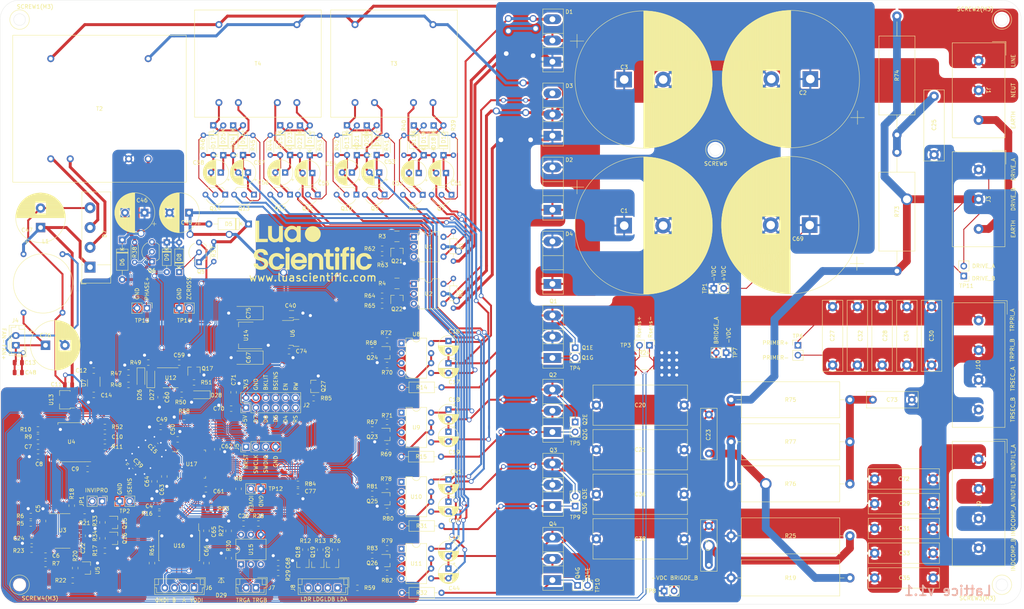
<source format=kicad_pcb>
(kicad_pcb (version 20200628) (host pcbnew "5.99.0-unknown-f3f1740~101~ubuntu18.04.1")
  (layers (0 "F.Cu" signal) (31 "B.Cu" signal) (34 "B.Paste" user) (35 "F.Paste" user) (36 "B.SilkS" user) (37 "F.SilkS" user) (38 "B.Mask" user) (39 "F.Mask" user) (44 "Edge.Cuts" user))
  (net 0 "")
  (net 1 "-VDC")
  (net 2 "+VDC")
  (net 3 "GND")
  (net 4 "+5V")
  (net 5 "Net-(C6-Pad2)")
  (net 6 "/ISENS")
  (net 7 "Net-(C7-Pad2)")
  (net 8 "Net-(C7-Pad1)")
  (net 9 "Net-(C9-Pad2)")
  (net 10 "GND1")
  (net 11 "Net-(C10-Pad1)")
  (net 12 "VEE")
  (net 13 "VCC")
  (net 14 "/GATE1_V+")
  (net 15 "/GATE1_V-")
  (net 16 "/GATE2_V+")
  (net 17 "Net-(C23-Pad2)")
  (net 18 "/GATE1_GND")
  (net 19 "/GATE3_GND")
  (net 20 "/GATE3_V+")
  (net 21 "/GATE3_V-")
  (net 22 "/GATE4_V+")
  (net 23 "/GATE4_V-")
  (net 24 "Net-(C46-Pad2)")
  (net 25 "Net-(C51-Pad1)")
  (net 26 "Net-(C52-Pad2)")
  (net 27 "Net-(C53-Pad1)")
  (net 28 "Net-(C54-Pad2)")
  (net 29 "Net-(C55-Pad1)")
  (net 30 "Net-(C56-Pad2)")
  (net 31 "Net-(C57-Pad1)")
  (net 32 "Net-(C58-Pad2)")
  (net 33 "+15V")
  (net 34 "-15V")
  (net 35 "Net-(D1-Pad3)")
  (net 36 "LINE")
  (net 37 "Net-(D3-Pad3)")
  (net 38 "NEUT")
  (net 39 "/PHASE+")
  (net 40 "Net-(D7-Pad2)")
  (net 41 "Net-(D7-Pad3)")
  (net 42 "Net-(D8-Pad1)")
  (net 43 "Net-(D9-Pad2)")
  (net 44 "Net-(D10-Pad2)")
  (net 45 "Net-(D12-Pad2)")
  (net 46 "Net-(D14-Pad2)")
  (net 47 "Net-(D16-Pad2)")
  (net 48 "Net-(D18-Pad1)")
  (net 49 "Net-(D19-Pad2)")
  (net 50 "Net-(D20-Pad1)")
  (net 51 "Net-(D21-Pad2)")
  (net 52 "Net-(D22-Pad1)")
  (net 53 "Net-(D23-Pad2)")
  (net 54 "Net-(D24-Pad1)")
  (net 55 "Net-(D25-Pad2)")
  (net 56 "Net-(D26-Pad2)")
  (net 57 "Net-(D26-Pad1)")
  (net 58 "/ZERO_CROSSING")
  (net 59 "Earth_Protective")
  (net 60 "/Mcu/LCD_BSENS")
  (net 61 "/Mcu/LCD_D7")
  (net 62 "/Mcu/LCD_D6")
  (net 63 "/Mcu/LCD_D5")
  (net 64 "/Mcu/LCD_D4")
  (net 65 "/Mcu/LCD_EN")
  (net 66 "/Mcu/LCD_RS")
  (net 67 "Net-(Q1-Pad1)")
  (net 68 "Net-(Q2-Pad1)")
  (net 69 "Net-(Q3-Pad1)")
  (net 70 "Net-(Q4-Pad1)")
  (net 71 "Net-(R1-Pad1)")
  (net 72 "Net-(R2-Pad1)")
  (net 73 "/THRISTOR0_DRV")
  (net 74 "/THRISTOR1_DRV")
  (net 75 "Net-(R9-Pad1)")
  (net 76 "Net-(R10-Pad1)")
  (net 77 "Net-(R18-Pad2)")
  (net 78 "Net-(R50-Pad2)")
  (net 79 "Net-(C5-Pad2)")
  (net 80 "Net-(C6-Pad1)")
  (net 81 "Net-(C22-Pad1)")
  (net 82 "Net-(C25-Pad2)")
  (net 83 "Net-(C25-Pad1)")
  (net 84 "Net-(JP1-Pad2)")
  (net 85 "Net-(JP1-Pad1)")
  (net 86 "/OVERCURRENT")
  (net 87 "Net-(Q16-Pad1)")
  (net 88 "Net-(R17-Pad2)")
  (net 89 "Net-(R14-Pad1)")
  (net 90 "Net-(R15-Pad1)")
  (net 91 "Net-(R31-Pad2)")
  (net 92 "Net-(R32-Pad2)")
  (net 93 "Net-(C29-Pad2)")
  (net 94 "/GATE2_V-")
  (net 95 "Net-(C27-Pad1)")
  (net 96 "Net-(C37-Pad2)")
  (net 97 "Net-(R20-Pad1)")
  (net 98 "Net-(D28-Pad1)")
  (net 99 "VDDA")
  (net 100 "Net-(C15-Pad2)")
  (net 101 "Net-(C39-Pad2)")
  (net 102 "/Mcu/NRST")
  (net 103 "VDD")
  (net 104 "Net-(C66-Pad2)")
  (net 105 "Net-(C66-Pad1)")
  (net 106 "/Mcu/SWDIO")
  (net 107 "/Mcu/SWCLK")
  (net 108 "Net-(J6-Pad3)")
  (net 109 "Net-(J6-Pad2)")
  (net 110 "Net-(D29-Pad2)")
  (net 111 "/LED_BLUE")
  (net 112 "/LED_RED")
  (net 113 "Vdrive")
  (net 114 "GND2")
  (net 115 "Net-(C73-Pad2)")
  (net 116 "/Mcu/LCD_R~W")
  (net 117 "Net-(J10-Pad3)")
  (net 118 "Net-(J8-Pad4)")
  (net 119 "Net-(J8-Pad3)")
  (net 120 "Net-(J8-Pad2)")
  (net 121 "Net-(J8-Pad1)")
  (net 122 "Net-(Q18-Pad1)")
  (net 123 "Net-(Q19-Pad1)")
  (net 124 "Net-(Q20-Pad1)")
  (net 125 "Net-(Q21-Pad3)")
  (net 126 "Net-(Q21-Pad1)")
  (net 127 "Net-(Q22-Pad3)")
  (net 128 "Net-(Q22-Pad1)")
  (net 129 "Net-(Q23-Pad3)")
  (net 130 "Net-(Q23-Pad1)")
  (net 131 "Net-(Q24-Pad3)")
  (net 132 "Net-(Q24-Pad1)")
  (net 133 "Net-(Q25-Pad3)")
  (net 134 "Net-(Q25-Pad1)")
  (net 135 "Net-(Q26-Pad3)")
  (net 136 "Net-(Q26-Pad1)")
  (net 137 "Net-(R3-Pad1)")
  (net 138 "Net-(R4-Pad1)")
  (net 139 "/LED_GREEN")
  (net 140 "/TRIGOUT")
  (net 141 "/~HBRIDGE_A_LSIDE")
  (net 142 "/~HBRIDGE_A_HSIDE")
  (net 143 "/~HBRIDGE_B_HSIDE")
  (net 144 "/~HBRIDGE_B_LSIDE")
  (net 145 "/RS485_TX")
  (net 146 "/RS485_DE~RE")
  (net 147 "/RS485_RX")
  (net 148 "Net-(D29-Pad1)")
  (net 149 "Net-(C77-Pad2)")
  (net 150 "/RSENS+")
  (net 151 "Net-(J2-Pad6)")
  (net 152 "/Mcu/LCD_BKLIGHT")
  (net 153 "Net-(R27-Pad2)")
  (net 154 "Net-(R58-Pad1)")
  (net 155 "Net-(Q27-Pad1)")
  (module "oe_logos:lua_30_3x12_7mm" (layer "F.Cu") (at 141.732 120.904)
    (fp_text reference "G***" hide)
    (fp_text value "LOGO" hide)
  )
  (module "oe_crystal:Crystal_5x3.2mm_4leads" (layer "F.Cu") (at 99.06 175.26 45)
    (fp_text reference "Y1" (at -4.7 -2.2 45) (layer "F.SilkS") (effects (font (size 0.5 0.5) (thickness 0.1))))
    (fp_text value "8MHz")
    (pad "3" smd rect (at 2.1 -1.2 45) (size 1.6 1.4) (layers "F.Cu" "F.Paste" "F.Mask") (net 100 "Net-(C15-Pad2)"))
    (pad "2" smd rect (at 2.1 1.2 45) (size 1.6 1.4) (layers "F.Cu" "F.Paste" "F.Mask") (net 3 "GND"))
    (pad "1" smd rect (at -2.1 1.2 45) (size 1.6 1.4) (layers "F.Cu" "F.Paste" "F.Mask") (net 101 "Net-(C39-Pad2)"))
    (pad "4" smd rect (at -2.1 -1.2 45) (size 1.524 1.524) (layers "F.Cu" "F.Paste" "F.Mask") (net 3 "GND"))
  )
  (module "oe_diode:DO214AC_SMA" (layer "F.Cu") (at 118.237 206.883 -90)
    (fp_text reference "D29" (at 3.81 0 unlocked) (layer "F.SilkS"))
    (fp_text value "SMAJ6R0CA-HT")
    (pad "2" smd rect (at 1.9325 0 270) (size 2 2.25) (layers "F.Cu" "F.Paste" "F.Mask") (net 110 "Net-(D29-Pad2)"))
    (pad "1" smd rect (at -1.9325 0 270) (size 2 2.25) (layers "F.Cu" "F.Paste" "F.Mask") (net 148 "Net-(D29-Pad1)"))
  )
  (module "Resistor_SMD:R_0805_2012Metric" (layer "F.Cu") (at 141.9375 160.147 180)
    (fp_text reference "R85" (at -3.2235 0) (layer "F.SilkS"))
    (fp_text value "2.2k")
    (pad "2" smd roundrect (at 0.9375 0 180) (size 0.975 1.4) (layers "F.Cu" "F.Paste" "F.Mask") (net 152 "/Mcu/LCD_BKLIGHT"))
    (pad "1" smd roundrect (at -0.9375 0 180) (size 0.975 1.4) (layers "F.Cu" "F.Paste" "F.Mask") (net 155 "Net-(Q27-Pad1)"))
  )
  (module "Package_TO_SOT_SMD:SOT-23" (layer "F.Cu") (at 141.9375 157.099 180)
    (fp_text reference "Q27" (at -2.54 0 90) (layer "F.SilkS"))
    (fp_text value "BC817")
    (pad "3" smd rect (at 1 0 180) (size 0.9 0.8) (layers "F.Cu" "F.Paste" "F.Mask") (net 151 "Net-(J2-Pad6)"))
    (pad "2" smd rect (at -1 0.95 180) (size 0.9 0.8) (layers "F.Cu" "F.Paste" "F.Mask") (net 3 "GND"))
    (pad "1" smd rect (at -1 -0.95 180) (size 0.9 0.8) (layers "F.Cu" "F.Paste" "F.Mask") (net 155 "Net-(Q27-Pad1)"))
  )
  (module "Connector_PinHeader_2.54mm:PinHeader_2x06_P2.54mm_Vertical" (layer "F.Cu") (at 124.587 162.56 90)
    (fp_text reference "J2" (at 0.635 15.494 180) (layer "F.SilkS"))
    (fp_text value "L-KLS1-207-2-12-S")
    (pad "12" thru_hole oval (at 2.54 12.7 90) (size 1.7 1.7) (drill 1) (layers *.Cu *.Mask) (net 116 "/Mcu/LCD_R~W"))
    (pad "11" thru_hole oval (at 0 12.7 90) (size 1.7 1.7) (drill 1) (layers *.Cu *.Mask) (net 66 "/Mcu/LCD_RS"))
    (pad "10" thru_hole oval (at 2.54 10.16 90) (size 1.7 1.7) (drill 1) (layers *.Cu *.Mask) (net 65 "/Mcu/LCD_EN"))
    (pad "9" thru_hole oval (at 0 10.16 90) (size 1.7 1.7) (drill 1) (layers *.Cu *.Mask) (net 64 "/Mcu/LCD_D4"))
    (pad "8" thru_hole oval (at 2.54 7.62 90) (size 1.7 1.7) (drill 1) (layers *.Cu *.Mask) (net 60 "/Mcu/LCD_BSENS"))
    (pad "7" thru_hole oval (at 0 7.62 90) (size 1.7 1.7) (drill 1) (layers *.Cu *.Mask) (net 63 "/Mcu/LCD_D5"))
    (pad "6" thru_hole oval (at 2.54 5.08 90) (size 1.7 1.7) (drill 1) (layers *.Cu *.Mask) (net 151 "Net-(J2-Pad6)"))
    (pad "5" thru_hole oval (at 0 5.08 90) (size 1.7 1.7) (drill 1) (layers *.Cu *.Mask) (net 62 "/Mcu/LCD_D6"))
    (pad "4" thru_hole oval (at 2.54 2.54 90) (size 1.7 1.7) (drill 1) (layers *.Cu *.Mask) (net 3 "GND"))
    (pad "3" thru_hole oval (at 0 2.54 90) (size 1.7 1.7) (drill 1) (layers *.Cu *.Mask) (net 61 "/Mcu/LCD_D7"))
    (pad "2" thru_hole oval (at 2.54 0 90) (size 1.7 1.7) (drill 1) (layers *.Cu *.Mask) (net 103 "VDD"))
    (pad "1" thru_hole rect (at 0 0 90) (size 1.7 1.7) (drill 1) (layers *.Cu *.Mask) (net 4 "+5V"))
  )
  (module "Resistor_SMD:R_0805_2012Metric" (layer "F.Cu") (at 137.922 182.118 180)
    (fp_text reference "R84" (at -3.175 0) (layer "F.SilkS"))
    (fp_text value "120R")
    (pad "2" smd roundrect (at 0.9375 0 180) (size 0.975 1.4) (layers "F.Cu" "F.Paste" "F.Mask") (net 149 "Net-(C77-Pad2)"))
    (pad "1" smd roundrect (at -0.9375 0 180) (size 0.975 1.4) (layers "F.Cu" "F.Paste" "F.Mask") (net 60 "/Mcu/LCD_BSENS"))
  )
  (module "Capacitor_SMD:C_0805_2012Metric" (layer "F.Cu") (at 137.922 184.023 180)
    (fp_text reference "C77" (at -3.175 0) (layer "F.SilkS"))
    (fp_text value "100n")
    (pad "2" smd roundrect (at 0.9375 0 180) (size 0.975 1.4) (layers "F.Cu" "F.Paste" "F.Mask") (net 149 "Net-(C77-Pad2)"))
    (pad "1" smd roundrect (at -0.9375 0 180) (size 0.975 1.4) (layers "F.Cu" "F.Paste" "F.Mask") (net 3 "GND"))
  )
  (module "oe_inductor:EPCOS_B82721A" (layer "F.Cu") (at 72.517 130.683)
    (fp_text reference "L1" (at 0.635 -10.795 unlocked) (layer "F.SilkS"))
    (fp_text value "EMIFilter_LL_2314")
    (pad "1" thru_hole circle (at -5 7.5) (size 1.524 1.524) (drill 0.762) (layers *.Cu *.Mask) (net 113 "Vdrive"))
    (pad "4" thru_hole circle (at 5 7.5) (size 1.524 1.524) (drill 0.762) (layers *.Cu *.Mask) (net 10 "GND1"))
    (pad "3" thru_hole circle (at 5 -7.5) (size 1.524 1.524) (drill 0.762) (layers *.Cu *.Mask) (net 114 "GND2"))
    (pad "2" thru_hole circle (at -5 -7.5) (size 1.524 1.524) (drill 0.762) (layers *.Cu *.Mask) (net 12 "VEE"))
  )
  (module "oe_transformer:ASL151212" (layer "F.Cu") (at 86.995 85.87525)
    (fp_text reference "T2" (at 0 0 unlocked) (layer "F.SilkS"))
    (fp_text value "Transformer_1P_2S")
    (pad "6" thru_hole circle (at -12.5 12.85) (size 1.8 1.8) (drill 1) (layers *.Cu *.Mask) (net 41 "Net-(D7-Pad3)"))
    (pad "5" thru_hole circle (at -7.5 12.85) (size 1.8 1.8) (drill 1) (layers *.Cu *.Mask) (net 40 "Net-(D7-Pad2)"))
    (pad "4" thru_hole circle (at 7.5 12.85) (size 1.8 1.8) (drill 1) (layers *.Cu *.Mask) (net 3 "GND"))
    (pad "3" thru_hole circle (at 12.5 12.85) (size 1.8 1.8) (drill 1) (layers *.Cu *.Mask) (net 39 "/PHASE+"))
    (pad "2" thru_hole circle (at 12.5 -12.85) (size 1.8 1.8) (drill 1) (layers *.Cu *.Mask) (net 38 "NEUT"))
    (pad "1" thru_hole circle (at -12.5 -12.85) (size 1.8 1.8) (drill 1) (layers *.Cu *.Mask) (net 36 "LINE"))
  )
  (module "Capacitor_SMD:C_0805_2012Metric" (layer "F.Cu") (at 132.842 202.438)
    (fp_text reference "C68" (at 2.54 0 90) (layer "F.SilkS"))
    (fp_text value "100n")
    (pad "2" smd roundrect (at 0.9375 0) (size 0.975 1.4) (layers "F.Cu" "F.Paste" "F.Mask") (net 4 "+5V"))
    (pad "1" smd roundrect (at -0.9375 0) (size 0.975 1.4) (layers "F.Cu" "F.Paste" "F.Mask") (net 3 "GND"))
  )
  (module "Capacitor_SMD:C_0805_2012Metric" (layer "F.Cu") (at 66.167 153.543 180)
    (fp_text reference "C48" (at -3.175 0) (layer "F.SilkS"))
    (fp_text value "100n")
    (pad "2" smd roundrect (at 0.9375 0 180) (size 0.975 1.4) (layers "F.Cu" "F.Paste" "F.Mask") (net 113 "Vdrive"))
    (pad "1" smd roundrect (at -0.9375 0 180) (size 0.975 1.4) (layers "F.Cu" "F.Paste" "F.Mask") (net 114 "GND2"))
  )
  (module "Package_QFP:LQFP-48_7x7mm_P0.5mm" (layer "F.Cu") (at 110.617 177.038)
    (fp_text reference "U17" (at 0 0) (layer "F.SilkS"))
    (fp_text value "STM32F334C8Tx")
    (pad "48" smd roundrect (at -2.75 -4.1625) (size 0.3 1.475) (layers "F.Cu" "F.Paste" "F.Mask") (net 103 "VDD"))
    (pad "47" smd roundrect (at -2.25 -4.1625) (size 0.3 1.475) (layers "F.Cu" "F.Paste" "F.Mask") (net 3 "GND"))
    (pad "46" smd roundrect (at -1.75 -4.1625) (size 0.3 1.475) (layers "F.Cu" "F.Paste" "F.Mask") (net 74 "/THRISTOR1_DRV"))
    (pad "45" smd roundrect (at -1.25 -4.1625) (size 0.3 1.475) (layers "F.Cu" "F.Paste" "F.Mask") (net 73 "/THRISTOR0_DRV"))
    (pad "44" smd roundrect (at -0.75 -4.1625) (size 0.3 1.475) (layers "F.Cu" "F.Paste" "F.Mask") (net 154 "Net-(R58-Pad1)"))
    (pad "43" smd roundrect (at -0.25 -4.1625) (size 0.3 1.475) (layers "F.Cu" "F.Paste" "F.Mask") (net 61 "/Mcu/LCD_D7"))
    (pad "42" smd roundrect (at 0.25 -4.1625) (size 0.3 1.475) (layers "F.Cu" "F.Paste" "F.Mask") (net 62 "/Mcu/LCD_D6"))
    (pad "41" smd roundrect (at 0.75 -4.1625) (size 0.3 1.475) (layers "F.Cu" "F.Paste" "F.Mask") (net 63 "/Mcu/LCD_D5"))
    (pad "40" smd roundrect (at 1.25 -4.1625) (size 0.3 1.475) (layers "F.Cu" "F.Paste" "F.Mask") (net 64 "/Mcu/LCD_D4"))
    (pad "39" smd roundrect (at 1.75 -4.1625) (size 0.3 1.475) (layers "F.Cu" "F.Paste" "F.Mask") (net 66 "/Mcu/LCD_RS"))
    (pad "38" smd roundrect (at 2.25 -4.1625) (size 0.3 1.475) (layers "F.Cu" "F.Paste" "F.Mask") (net 65 "/Mcu/LCD_EN"))
    (pad "37" smd roundrect (at 2.75 -4.1625) (size 0.3 1.475) (layers "F.Cu" "F.Paste" "F.Mask") (net 107 "/Mcu/SWCLK"))
    (pad "36" smd roundrect (at 4.1625 -2.75) (size 1.475 0.3) (layers "F.Cu" "F.Paste" "F.Mask") (net 103 "VDD"))
    (pad "35" smd roundrect (at 4.1625 -2.25) (size 1.475 0.3) (layers "F.Cu" "F.Paste" "F.Mask") (net 3 "GND"))
    (pad "34" smd roundrect (at 4.1625 -1.75) (size 1.475 0.3) (layers "F.Cu" "F.Paste" "F.Mask") (net 106 "/Mcu/SWDIO"))
    (pad "33" smd roundrect (at 4.1625 -1.25) (size 1.475 0.3) (layers "F.Cu" "F.Paste" "F.Mask") (net 86 "/OVERCURRENT"))
    (pad "32" smd roundrect (at 4.1625 -0.75) (size 1.475 0.3) (layers "F.Cu" "F.Paste" "F.Mask") (net 144 "/~HBRIDGE_B_LSIDE"))
    (pad "31" smd roundrect (at 4.1625 -0.25) (size 1.475 0.3) (layers "F.Cu" "F.Paste" "F.Mask") (net 143 "/~HBRIDGE_B_HSIDE"))
    (pad "30" smd roundrect (at 4.1625 0.25) (size 1.475 0.3) (layers "F.Cu" "F.Paste" "F.Mask") (net 141 "/~HBRIDGE_A_LSIDE"))
    (pad "29" smd roundrect (at 4.1625 0.75) (size 1.475 0.3) (layers "F.Cu" "F.Paste" "F.Mask") (net 142 "/~HBRIDGE_A_HSIDE"))
    (pad "28" smd roundrect (at 4.1625 1.25) (size 1.475 0.3) (layers "F.Cu" "F.Paste" "F.Mask") (net 116 "/Mcu/LCD_R~W"))
    (pad "27" smd roundrect (at 4.1625 1.75) (size 1.475 0.3) (layers "F.Cu" "F.Paste" "F.Mask") (net 149 "Net-(C77-Pad2)"))
    (pad "26" smd roundrect (at 4.1625 2.25) (size 1.475 0.3) (layers "F.Cu" "F.Paste" "F.Mask") (net 152 "/Mcu/LCD_BKLIGHT"))
    (pad "25" smd roundrect (at 4.1625 2.75) (size 1.475 0.3) (layers "F.Cu" "F.Paste" "F.Mask"))
    (pad "24" smd roundrect (at 2.75 4.1625) (size 0.3 1.475) (layers "F.Cu" "F.Paste" "F.Mask") (net 103 "VDD"))
    (pad "23" smd roundrect (at 2.25 4.1625) (size 0.3 1.475) (layers "F.Cu" "F.Paste" "F.Mask") (net 3 "GND"))
    (pad "22" smd roundrect (at 1.75 4.1625) (size 0.3 1.475) (layers "F.Cu" "F.Paste" "F.Mask") (net 147 "/RS485_RX"))
    (pad "21" smd roundrect (at 1.25 4.1625) (size 0.3 1.475) (layers "F.Cu" "F.Paste" "F.Mask") (net 145 "/RS485_TX"))
    (pad "20" smd roundrect (at 0.75 4.1625) (size 0.3 1.475) (layers "F.Cu" "F.Paste" "F.Mask") (net 146 "/RS485_DE~RE"))
    (pad "19" smd roundrect (at 0.25 4.1625) (size 0.3 1.475) (layers "F.Cu" "F.Paste" "F.Mask") (net 58 "/ZERO_CROSSING"))
    (pad "18" smd roundrect (at -0.25 4.1625) (size 0.3 1.475) (layers "F.Cu" "F.Paste" "F.Mask") (net 58 "/ZERO_CROSSING"))
    (pad "17" smd roundrect (at -0.75 4.1625) (size 0.3 1.475) (layers "F.Cu" "F.Paste" "F.Mask") (net 111 "/LED_BLUE"))
    (pad "16" smd roundrect (at -1.25 4.1625) (size 0.3 1.475) (layers "F.Cu" "F.Paste" "F.Mask") (net 139 "/LED_GREEN"))
    (pad "15" smd roundrect (at -1.75 4.1625) (size 0.3 1.475) (layers "F.Cu" "F.Paste" "F.Mask") (net 112 "/LED_RED"))
    (pad "14" smd roundrect (at -2.25 4.1625) (size 0.3 1.475) (layers "F.Cu" "F.Paste" "F.Mask") (net 140 "/TRIGOUT"))
    (pad "13" smd roundrect (at -2.75 4.1625) (size 0.3 1.475) (layers "F.Cu" "F.Paste" "F.Mask") (net 140 "/TRIGOUT"))
    (pad "12" smd roundrect (at -4.1625 2.75) (size 1.475 0.3) (layers "F.Cu" "F.Paste" "F.Mask"))
    (pad "11" smd roundrect (at -4.1625 2.25) (size 1.475 0.3) (layers "F.Cu" "F.Paste" "F.Mask"))
    (pad "10" smd roundrect (at -4.1625 1.75) (size 1.475 0.3) (layers "F.Cu" "F.Paste" "F.Mask") (net 6 "/ISENS"))
    (pad "9" smd roundrect (at -4.1625 1.25) (size 1.475 0.3) (layers "F.Cu" "F.Paste" "F.Mask") (net 99 "VDDA"))
    (pad "8" smd roundrect (at -4.1625 0.75) (size 1.475 0.3) (layers "F.Cu" "F.Paste" "F.Mask") (net 3 "GND"))
    (pad "7" smd roundrect (at -4.1625 0.25) (size 1.475 0.3) (layers "F.Cu" "F.Paste" "F.Mask") (net 102 "/Mcu/NRST"))
    (pad "6" smd roundrect (at -4.1625 -0.25) (size 1.475 0.3) (layers "F.Cu" "F.Paste" "F.Mask") (net 101 "Net-(C39-Pad2)"))
    (pad "5" smd roundrect (at -4.1625 -0.75) (size 1.475 0.3) (layers "F.Cu" "F.Paste" "F.Mask") (net 100 "Net-(C15-Pad2)"))
    (pad "4" smd roundrect (at -4.1625 -1.25) (size 1.475 0.3) (layers "F.Cu" "F.Paste" "F.Mask"))
    (pad "3" smd roundrect (at -4.1625 -1.75) (size 1.475 0.3) (layers "F.Cu" "F.Paste" "F.Mask"))
    (pad "2" smd roundrect (at -4.1625 -2.25) (size 1.475 0.3) (layers "F.Cu" "F.Paste" "F.Mask"))
    (pad "1" smd roundrect (at -4.1625 -2.75) (size 1.475 0.3) (layers "F.Cu" "F.Paste" "F.Mask") (net 103 "VDD"))
  )
  (module "Package_SO:SOIC-16W_7.5x10.3mm_P1.27mm" (layer "F.Cu") (at 107.442 197.96301 -90)
    (fp_text reference "U16" (at 0 0 180) (layer "F.SilkS"))
    (fp_text value "ADM2483xRW")
    (pad "16" smd roundrect (at 4.65 -4.445 270) (size 2.05 0.6) (layers "F.Cu" "F.Paste" "F.Mask") (net 104 "Net-(C66-Pad2)"))
    (pad "15" smd roundrect (at 4.65 -3.175 270) (size 2.05 0.6) (layers "F.Cu" "F.Paste" "F.Mask") (net 105 "Net-(C66-Pad1)"))
    (pad "14" smd roundrect (at 4.65 -1.905 270) (size 2.05 0.6) (layers "F.Cu" "F.Paste" "F.Mask"))
    (pad "13" smd roundrect (at 4.65 -0.635 270) (size 2.05 0.6) (layers "F.Cu" "F.Paste" "F.Mask") (net 108 "Net-(J6-Pad3)"))
    (pad "12" smd roundrect (at 4.65 0.635 270) (size 2.05 0.6) (layers "F.Cu" "F.Paste" "F.Mask") (net 109 "Net-(J6-Pad2)"))
    (pad "11" smd roundrect (at 4.65 1.905 270) (size 2.05 0.6) (layers "F.Cu" "F.Paste" "F.Mask"))
    (pad "10" smd roundrect (at 4.65 3.175 270) (size 2.05 0.6) (layers "F.Cu" "F.Paste" "F.Mask"))
    (pad "9" smd roundrect (at 4.65 4.445 270) (size 2.05 0.6) (layers "F.Cu" "F.Paste" "F.Mask") (net 105 "Net-(C66-Pad1)"))
    (pad "8" smd roundrect (at -4.65 4.445 270) (size 2.05 0.6) (layers "F.Cu" "F.Paste" "F.Mask") (net 3 "GND"))
    (pad "7" smd roundrect (at -4.65 3.175 270) (size 2.05 0.6) (layers "F.Cu" "F.Paste" "F.Mask"))
    (pad "6" smd roundrect (at -4.65 1.905 270) (size 2.05 0.6) (layers "F.Cu" "F.Paste" "F.Mask") (net 145 "/RS485_TX"))
    (pad "5" smd roundrect (at -4.65 0.635 270) (size 2.05 0.6) (layers "F.Cu" "F.Paste" "F.Mask") (net 146 "/RS485_DE~RE"))
    (pad "4" smd roundrect (at -4.65 -0.635 270) (size 2.05 0.6) (layers "F.Cu" "F.Paste" "F.Mask") (net 146 "/RS485_DE~RE"))
    (pad "3" smd roundrect (at -4.65 -1.905 270) (size 2.05 0.6) (layers "F.Cu" "F.Paste" "F.Mask") (net 147 "/RS485_RX"))
    (pad "2" smd roundrect (at -4.65 -3.175 270) (size 2.05 0.6) (layers "F.Cu" "F.Paste" "F.Mask") (net 3 "GND"))
    (pad "1" smd roundrect (at -4.65 -4.445 270) (size 2.05 0.6) (layers "F.Cu" "F.Paste" "F.Mask") (net 103 "VDD"))
  )
  (module "Package_DIP:DIP-6_W7.62mm" (layer "F.Cu") (at 123.317 202.7555 90)
    (fp_text reference "U15" (at 3.78 2.54 90) (layer "F.SilkS"))
    (fp_text value "4N25")
    (pad "6" thru_hole oval (at 7.62 0 90) (size 1.6 1.6) (drill 0.8) (layers *.Cu *.Mask) (net 153 "Net-(R27-Pad2)"))
    (pad "3" thru_hole oval (at 0 5.08 90) (size 1.6 1.6) (drill 0.8) (layers *.Cu *.Mask))
    (pad "5" thru_hole oval (at 7.62 2.54 90) (size 1.6 1.6) (drill 0.8) (layers *.Cu *.Mask) (net 140 "/TRIGOUT"))
    (pad "2" thru_hole oval (at 0 2.54 90) (size 1.6 1.6) (drill 0.8) (layers *.Cu *.Mask) (net 110 "Net-(D29-Pad2)"))
    (pad "4" thru_hole oval (at 7.62 5.08 90) (size 1.6 1.6) (drill 0.8) (layers *.Cu *.Mask) (net 3 "GND"))
    (pad "1" thru_hole rect (at 0 0 90) (size 1.6 1.6) (drill 0.8) (layers *.Cu *.Mask) (net 148 "Net-(D29-Pad1)"))
  )
  (module "Package_TO_SOT_SMD:TO-252-2" (layer "F.Cu") (at 139.192 143.383)
    (fp_text reference "U6" (at -2.667 0.117 90) (layer "F.SilkS"))
    (fp_text value "L7805")
    (pad "2" smd rect (at 2.1 0) (size 6.4 5.8) (layers "F.Cu" "F.Mask") (net 3 "GND"))
    (pad "3" smd rect (at -4.2 2.28) (size 2.2 1.2) (layers "F.Cu" "F.Paste" "F.Mask") (net 4 "+5V"))
    (pad "1" smd rect (at -4.2 -2.28) (size 2.2 1.2) (layers "F.Cu" "F.Paste" "F.Mask") (net 13 "VCC"))
  )
  (module "Connector_PinHeader_2.54mm:PinHeader_1x02_P2.54mm_Vertical" (layer "F.Cu") (at 107.442 137.033 90)
    (fp_text reference "TP14" (at -3.175 1.27 180) (layer "F.SilkS"))
    (fp_text value "TestPoint_2Pole")
    (pad "2" thru_hole oval (at 0 2.54 90) (size 1.7 1.7) (drill 1) (layers *.Cu *.Mask) (net 58 "/ZERO_CROSSING"))
    (pad "1" thru_hole rect (at 0 0 90) (size 1.7 1.7) (drill 1) (layers *.Cu *.Mask) (net 3 "GND"))
  )
  (module "Connector_PinHeader_2.54mm:PinHeader_1x02_P2.54mm_Vertical" (layer "F.Cu") (at 99.187 137.033 -90)
    (fp_text reference "TP13" (at 3.175 1.27 180) (layer "F.SilkS"))
    (fp_text value "TestPoint_2Pole")
    (pad "2" thru_hole oval (at 0 2.54 270) (size 1.7 1.7) (drill 1) (layers *.Cu *.Mask) (net 3 "GND"))
    (pad "1" thru_hole rect (at 0 0 270) (size 1.7 1.7) (drill 1) (layers *.Cu *.Mask) (net 39 "/PHASE+"))
  )
  (module "Resistor_SMD:R_0805_2012Metric" (layer "F.Cu") (at 156.972 200.533)
    (fp_text reference "R83" (at 0 -1.905 180) (layer "F.SilkS"))
    (fp_text value "120R")
    (pad "2" smd roundrect (at 0.9375 0) (size 0.975 1.4) (layers "F.Cu" "F.Paste" "F.Mask") (net 136 "Net-(Q26-Pad1)"))
    (pad "1" smd roundrect (at -0.9375 0) (size 0.975 1.4) (layers "F.Cu" "F.Paste" "F.Mask") (net 144 "/~HBRIDGE_B_LSIDE"))
  )
  (module "Resistor_SMD:R_0805_2012Metric" (layer "F.Cu") (at 160.782 204.978 180)
    (fp_text reference "R82" (at 0 -1.905) (layer "F.SilkS"))
    (fp_text value "8.2k")
    (pad "2" smd roundrect (at 0.9375 0 180) (size 0.975 1.4) (layers "F.Cu" "F.Paste" "F.Mask") (net 4 "+5V"))
    (pad "1" smd roundrect (at -0.9375 0 180) (size 0.975 1.4) (layers "F.Cu" "F.Paste" "F.Mask") (net 136 "Net-(Q26-Pad1)"))
  )
  (module "Resistor_SMD:R_0805_2012Metric" (layer "F.Cu") (at 156.972 184.658)
    (fp_text reference "R81" (at 0 -1.905) (layer "F.SilkS"))
    (fp_text value "120R")
    (pad "2" smd roundrect (at 0.9375 0) (size 0.975 1.4) (layers "F.Cu" "F.Paste" "F.Mask") (net 134 "Net-(Q25-Pad1)"))
    (pad "1" smd roundrect (at -0.9375 0) (size 0.975 1.4) (layers "F.Cu" "F.Paste" "F.Mask") (net 143 "/~HBRIDGE_B_HSIDE"))
  )
  (module "Resistor_SMD:R_0805_2012Metric" (layer "F.Cu") (at 160.782 189.103 180)
    (fp_text reference "R80" (at -0.258578 -1.905) (layer "F.SilkS"))
    (fp_text value "8.2k")
    (pad "2" smd roundrect (at 0.9375 0 180) (size 0.975 1.4) (layers "F.Cu" "F.Paste" "F.Mask") (net 4 "+5V"))
    (pad "1" smd roundrect (at -0.9375 0 180) (size 0.975 1.4) (layers "F.Cu" "F.Paste" "F.Mask") (net 134 "Net-(Q25-Pad1)"))
  )
  (module "Resistor_SMD:R_0805_2012Metric" (layer "F.Cu") (at 160.782 198.628)
    (fp_text reference "R79" (at 0 -1.905 180) (layer "F.SilkS"))
    (fp_text value "82R")
    (pad "2" smd roundrect (at 0.9375 0) (size 0.975 1.4) (layers "F.Cu" "F.Paste" "F.Mask") (net 135 "Net-(Q26-Pad3)"))
    (pad "1" smd roundrect (at -0.9375 0) (size 0.975 1.4) (layers "F.Cu" "F.Paste" "F.Mask") (net 4 "+5V"))
  )
  (module "Resistor_SMD:R_0805_2012Metric" (layer "F.Cu") (at 160.782 182.753)
    (fp_text reference "R78" (at -0.258578 -1.905) (layer "F.SilkS"))
    (fp_text value "82R")
    (pad "2" smd roundrect (at 0.9375 0) (size 0.975 1.4) (layers "F.Cu" "F.Paste" "F.Mask") (net 133 "Net-(Q25-Pad3)"))
    (pad "1" smd roundrect (at -0.9375 0) (size 0.975 1.4) (layers "F.Cu" "F.Paste" "F.Mask") (net 4 "+5V"))
  )
  (module "Resistor_THT:R_Axial_Power_L25.0mm_W9.0mm_P30.48mm" (layer "F.Cu") (at 279.527 171.323 180)
    (fp_text reference "R77" (at 15.24 0) (layer "F.SilkS"))
    (fp_text value "4.7k 5W")
    (pad "2" thru_hole oval (at 30.48 0 180) (size 2.4 2.4) (drill 1.2) (layers *.Cu *.Mask) (net 117 "Net-(J10-Pad3)"))
    (pad "1" thru_hole circle (at 0 0 180) (size 2.4 2.4) (drill 1.2) (layers *.Cu *.Mask) (net 115 "Net-(C73-Pad2)"))
  )
  (module "Resistor_THT:R_Axial_Power_L25.0mm_W9.0mm_P30.48mm" (layer "F.Cu") (at 279.527 182.118 180)
    (fp_text reference "R76" (at 15.24 0) (layer "F.SilkS"))
    (fp_text value "4.7k 5W")
    (pad "2" thru_hole oval (at 30.48 0 180) (size 2.4 2.4) (drill 1.2) (layers *.Cu *.Mask) (net 117 "Net-(J10-Pad3)"))
    (pad "1" thru_hole circle (at 0 0 180) (size 2.4 2.4) (drill 1.2) (layers *.Cu *.Mask) (net 115 "Net-(C73-Pad2)"))
  )
  (module "Resistor_THT:R_Axial_Power_L25.0mm_W9.0mm_P30.48mm" (layer "F.Cu") (at 279.527 160.528 180)
    (fp_text reference "R75" (at 15.24 0) (layer "F.SilkS"))
    (fp_text value "4.7k 5W")
    (pad "2" thru_hole oval (at 30.48 0 180) (size 2.4 2.4) (drill 1.2) (layers *.Cu *.Mask) (net 117 "Net-(J10-Pad3)"))
    (pad "1" thru_hole circle (at 0 0 180) (size 2.4 2.4) (drill 1.2) (layers *.Cu *.Mask) (net 115 "Net-(C73-Pad2)"))
  )
  (module "Resistor_THT:R_Axial_DIN0922_L20.0mm_D9.0mm_P30.48mm_Horizontal" (layer "F.Cu") (at 291.592 92.583 90)
    (fp_text reference "R74" (at 15.24 0 90) (layer "F.SilkS"))
    (fp_text value "22k 7W")
    (pad "2" thru_hole oval (at 30.48 0 90) (size 2.4 2.4) (drill 1.2) (layers *.Cu *.Mask) (net 117 "Net-(J10-Pad3)"))
    (pad "1" thru_hole circle (at 0 0 90) (size 2.4 2.4) (drill 1.2) (layers *.Cu *.Mask) (net 82 "Net-(C25-Pad2)"))
  )
  (module "Resistor_THT:R_Axial_DIN0922_L20.0mm_D9.0mm_P30.48mm_Horizontal" (layer "F.Cu") (at 291.592 97.028 -90)
    (fp_text reference "R73" (at 15.24 0 90) (layer "F.SilkS"))
    (fp_text value "22k 7W")
    (pad "2" thru_hole oval (at 30.48 0 270) (size 2.4 2.4) (drill 1.2) (layers *.Cu *.Mask) (net 117 "Net-(J10-Pad3)"))
    (pad "1" thru_hole circle (at 0 0 270) (size 2.4 2.4) (drill 1.2) (layers *.Cu *.Mask) (net 82 "Net-(C25-Pad2)"))
  )
  (module "Resistor_SMD:R_0805_2012Metric" (layer "F.Cu") (at 160.782 145.288)
    (fp_text reference "R72" (at -0.258578 -1.905) (layer "F.SilkS"))
    (fp_text value "82R")
    (pad "2" smd roundrect (at 0.9375 0) (size 0.975 1.4) (layers "F.Cu" "F.Paste" "F.Mask") (net 131 "Net-(Q24-Pad3)"))
    (pad "1" smd roundrect (at -0.9375 0) (size 0.975 1.4) (layers "F.Cu" "F.Paste" "F.Mask") (net 4 "+5V"))
  )
  (module "Resistor_SMD:R_0805_2012Metric" (layer "F.Cu") (at 160.782 166.243)
    (fp_text reference "R71" (at 0 -1.65) (layer "F.SilkS"))
    (fp_text value "82R")
    (pad "2" smd roundrect (at 0.9375 0) (size 0.975 1.4) (layers "F.Cu" "F.Paste" "F.Mask") (net 129 "Net-(Q23-Pad3)"))
    (pad "1" smd roundrect (at -0.9375 0) (size 0.975 1.4) (layers "F.Cu" "F.Paste" "F.Mask") (net 4 "+5V"))
  )
  (module "Resistor_SMD:R_0805_2012Metric" (layer "F.Cu") (at 160.782 151.638 180)
    (fp_text reference "R70" (at 0 -1.905) (layer "F.SilkS"))
    (fp_text value "8.2k")
    (pad "2" smd roundrect (at 0.9375 0 180) (size 0.975 1.4) (layers "F.Cu" "F.Paste" "F.Mask") (net 4 "+5V"))
    (pad "1" smd roundrect (at -0.9375 0 180) (size 0.975 1.4) (layers "F.Cu" "F.Paste" "F.Mask") (net 132 "Net-(Q24-Pad1)"))
  )
  (module "Resistor_SMD:R_0805_2012Metric" (layer "F.Cu") (at 160.782 172.593 180)
    (fp_text reference "R69" (at 0.258578 -1.905) (layer "F.SilkS"))
    (fp_text value "8.2k")
    (pad "2" smd roundrect (at 0.9375 0 180) (size 0.975 1.4) (layers "F.Cu" "F.Paste" "F.Mask") (net 4 "+5V"))
    (pad "1" smd roundrect (at -0.9375 0 180) (size 0.975 1.4) (layers "F.Cu" "F.Paste" "F.Mask") (net 130 "Net-(Q23-Pad1)"))
  )
  (module "Resistor_SMD:R_0805_2012Metric" (layer "F.Cu") (at 156.972 147.828 180)
    (fp_text reference "R68" (at 0.258578 1.905) (layer "F.SilkS"))
    (fp_text value "120R")
    (pad "2" smd roundrect (at 0.9375 0 180) (size 0.975 1.4) (layers "F.Cu" "F.Paste" "F.Mask") (net 142 "/~HBRIDGE_A_HSIDE"))
    (pad "1" smd roundrect (at -0.9375 0 180) (size 0.975 1.4) (layers "F.Cu" "F.Paste" "F.Mask") (net 132 "Net-(Q24-Pad1)"))
  )
  (module "Resistor_SMD:R_0805_2012Metric" (layer "F.Cu") (at 156.972 168.148 180)
    (fp_text reference "R67" (at 0 1.905) (layer "F.SilkS"))
    (fp_text value "120R")
    (pad "2" smd roundrect (at 0.9375 0 180) (size 0.975 1.4) (layers "F.Cu" "F.Paste" "F.Mask") (net 141 "/~HBRIDGE_A_LSIDE"))
    (pad "1" smd roundrect (at -0.9375 0 180) (size 0.975 1.4) (layers "F.Cu" "F.Paste" "F.Mask") (net 130 "Net-(Q23-Pad1)"))
  )
  (module "Resistor_SMD:R_0805_2012Metric" (layer "F.Cu") (at 159.512 136.398 180)
    (fp_text reference "R65" (at 3.175 0) (layer "F.SilkS"))
    (fp_text value "2.2k")
    (pad "2" smd roundrect (at 0.9375 0 180) (size 0.975 1.4) (layers "F.Cu" "F.Paste" "F.Mask") (net 74 "/THRISTOR1_DRV"))
    (pad "1" smd roundrect (at -0.9375 0 180) (size 0.975 1.4) (layers "F.Cu" "F.Paste" "F.Mask") (net 128 "Net-(Q22-Pad1)"))
  )
  (module "Resistor_SMD:R_0805_2012Metric" (layer "F.Cu") (at 159.512 133.858 180)
    (fp_text reference "R64" (at 3.175 0) (layer "F.SilkS"))
    (fp_text value "4.7k")
    (pad "2" smd roundrect (at 0.9375 0 180) (size 0.975 1.4) (layers "F.Cu" "F.Paste" "F.Mask") (net 4 "+5V"))
    (pad "1" smd roundrect (at -0.9375 0 180) (size 0.975 1.4) (layers "F.Cu" "F.Paste" "F.Mask") (net 127 "Net-(Q22-Pad3)"))
  )
  (module "Resistor_SMD:R_0805_2012Metric" (layer "F.Cu") (at 159.512 124.333 180)
    (fp_text reference "R63" (at -0.127 -1.651) (layer "F.SilkS"))
    (fp_text value "2.2k")
    (pad "2" smd roundrect (at 0.9375 0 180) (size 0.975 1.4) (layers "F.Cu" "F.Paste" "F.Mask") (net 73 "/THRISTOR0_DRV"))
    (pad "1" smd roundrect (at -0.9375 0 180) (size 0.975 1.4) (layers "F.Cu" "F.Paste" "F.Mask") (net 126 "Net-(Q21-Pad1)"))
  )
  (module "Resistor_SMD:R_0805_2012Metric" (layer "F.Cu") (at 159.512 121.793 180)
    (fp_text reference "R62" (at 3.175 0) (layer "F.SilkS"))
    (fp_text value "4.7k")
    (pad "2" smd roundrect (at 0.9375 0 180) (size 0.975 1.4) (layers "F.Cu" "F.Paste" "F.Mask") (net 4 "+5V"))
    (pad "1" smd roundrect (at -0.9375 0 180) (size 0.975 1.4) (layers "F.Cu" "F.Paste" "F.Mask") (net 125 "Net-(Q21-Pad3)"))
  )
  (module "Resistor_SMD:R_0805_2012Metric" (layer "F.Cu") (at 100.457 202.438 -90)
    (fp_text reference "R61" (at -3.302 0 90) (layer "F.SilkS"))
    (fp_text value "120R")
    (pad "2" smd roundrect (at 0.9375 0 270) (size 0.975 1.4) (layers "F.Cu" "F.Paste" "F.Mask") (net 109 "Net-(J6-Pad2)"))
    (pad "1" smd roundrect (at -0.9375 0 270) (size 0.975 1.4) (layers "F.Cu" "F.Paste" "F.Mask") (net 108 "Net-(J6-Pad3)"))
  )
  (module "Resistor_SMD:R_0805_2012Metric" (layer "F.Cu") (at 153.162 208.788)
    (fp_text reference "R59" (at 3.175 0) (layer "F.SilkS"))
    (fp_text value "220R")
    (pad "2" smd roundrect (at 0.9375 0) (size 0.975 1.4) (layers "F.Cu" "F.Paste" "F.Mask") (net 4 "+5V"))
    (pad "1" smd roundrect (at -0.9375 0) (size 0.975 1.4) (layers "F.Cu" "F.Paste" "F.Mask") (net 121 "Net-(J8-Pad1)"))
  )
  (module "Resistor_SMD:R_0805_2012Metric" (layer "F.Cu") (at 108.712 164.973 180)
    (fp_text reference "R58" (at 0 1.524) (layer "F.SilkS"))
    (fp_text value "10k")
    (pad "2" smd roundrect (at 0.9375 0 180) (size 0.975 1.4) (layers "F.Cu" "F.Paste" "F.Mask") (net 3 "GND"))
    (pad "1" smd roundrect (at -0.9375 0 180) (size 0.975 1.4) (layers "F.Cu" "F.Paste" "F.Mask") (net 154 "Net-(R58-Pad1)"))
  )
  (module "Resistor_SMD:R_0805_2012Metric" (layer "F.Cu") (at 115.697 188.468)
    (fp_text reference "R53" (at 3.175 0) (layer "F.SilkS"))
    (fp_text value "120R")
    (pad "2" smd roundrect (at 0.9375 0) (size 0.975 1.4) (layers "F.Cu" "F.Paste" "F.Mask") (net 103 "VDD"))
    (pad "1" smd roundrect (at -0.9375 0) (size 0.975 1.4) (layers "F.Cu" "F.Paste" "F.Mask") (net 58 "/ZERO_CROSSING"))
  )
  (module "Resistor_SMD:R_0805_2012Metric" (layer "F.Cu") (at 88.392 167.513)
    (fp_text reference "R52" (at 3.175 0) (layer "F.SilkS"))
    (fp_text value "0R")
    (pad "2" smd roundrect (at 0.9375 0) (size 0.975 1.4) (layers "F.Cu" "F.Paste" "F.Mask") (net 1 "-VDC"))
    (pad "1" smd roundrect (at -0.9375 0) (size 0.975 1.4) (layers "F.Cu" "F.Paste" "F.Mask") (net 10 "GND1"))
  )
  (module "Resistor_SMD:R_0805_2012Metric" (layer "F.Cu") (at 111.252 156.083 180)
    (fp_text reference "R51" (at -3.175 0) (layer "F.SilkS"))
    (fp_text value "4.7k")
    (pad "2" smd roundrect (at 0.9375 0 180) (size 0.975 1.4) (layers "F.Cu" "F.Paste" "F.Mask") (net 78 "Net-(R50-Pad2)"))
    (pad "1" smd roundrect (at -0.9375 0 180) (size 0.975 1.4) (layers "F.Cu" "F.Paste" "F.Mask") (net 98 "Net-(D28-Pad1)"))
  )
  (module "Resistor_SMD:R_0805_2012Metric" (layer "F.Cu") (at 108.077 159.258)
    (fp_text reference "R50" (at -0.258578 1.905) (layer "F.SilkS"))
    (fp_text value "1M")
    (pad "2" smd roundrect (at 0.9375 0) (size 0.975 1.4) (layers "F.Cu" "F.Paste" "F.Mask") (net 78 "Net-(R50-Pad2)"))
    (pad "1" smd roundrect (at -0.9375 0) (size 0.975 1.4) (layers "F.Cu" "F.Paste" "F.Mask") (net 56 "Net-(D26-Pad2)"))
  )
  (module "Resistor_SMD:R_0805_2012Metric" (layer "F.Cu") (at 99.5195 151.003 180)
    (fp_text reference "R49" (at 3.2535 0) (layer "F.SilkS"))
    (fp_text value "1M")
    (pad "2" smd roundrect (at 0.9375 0 180) (size 0.975 1.4) (layers "F.Cu" "F.Paste" "F.Mask") (net 3 "GND"))
    (pad "1" smd roundrect (at -0.9375 0 180) (size 0.975 1.4) (layers "F.Cu" "F.Paste" "F.Mask") (net 57 "Net-(D26-Pad1)"))
  )
  (module "Resistor_SMD:R_0805_2012Metric" (layer "F.Cu") (at 94.4395 156.718)
    (fp_text reference "R48" (at -3.175 0) (layer "F.SilkS"))
    (fp_text value "4.7k")
    (pad "2" smd roundrect (at 0.9375 0) (size 0.975 1.4) (layers "F.Cu" "F.Paste" "F.Mask") (net 56 "Net-(D26-Pad2)"))
    (pad "1" smd roundrect (at -0.9375 0) (size 0.975 1.4) (layers "F.Cu" "F.Paste" "F.Mask") (net 39 "/PHASE+"))
  )
  (module "Resistor_SMD:R_0805_2012Metric" (layer "F.Cu") (at 94.4395 153.543)
    (fp_text reference "R47" (at -3.175 0.254) (layer "F.SilkS"))
    (fp_text value "4.7k")
    (pad "2" smd roundrect (at 0.9375 0) (size 0.975 1.4) (layers "F.Cu" "F.Paste" "F.Mask") (net 57 "Net-(D26-Pad1)"))
    (pad "1" smd roundrect (at -0.9375 0) (size 0.975 1.4) (layers "F.Cu" "F.Paste" "F.Mask") (net 3 "GND"))
  )
  (module "Resistor_SMD:R_0805_2012Metric" (layer "F.Cu") (at 87.757 196.088 90)
    (fp_text reference "R34" (at 0.635 -1.905 90) (layer "F.SilkS"))
    (fp_text value "1k")
    (pad "2" smd roundrect (at 0.9375 0 90) (size 0.975 1.4) (layers "F.Cu" "F.Paste" "F.Mask") (net 87 "Net-(Q16-Pad1)"))
    (pad "1" smd roundrect (at -0.9375 0 90) (size 0.975 1.4) (layers "F.Cu" "F.Paste" "F.Mask") (net 3 "GND"))
  )
  (module "Resistor_SMD:R_0805_2012Metric" (layer "F.Cu") (at 87.757 192.0005 90)
    (fp_text reference "R33" (at 0.3575 -1.905 270) (layer "F.SilkS"))
    (fp_text value "1k")
    (pad "2" smd roundrect (at 0.9375 0 90) (size 0.975 1.4) (layers "F.Cu" "F.Paste" "F.Mask") (net 85 "Net-(JP1-Pad1)"))
    (pad "1" smd roundrect (at -0.9375 0 90) (size 0.975 1.4) (layers "F.Cu" "F.Paste" "F.Mask") (net 3 "GND"))
  )
  (module "Resistor_SMD:R_0805_2012Metric" (layer "F.Cu") (at 120.142 201.168 -90)
    (fp_text reference "R30" (at -3.175 0 -90) (layer "F.SilkS"))
    (fp_text value "120R")
    (pad "2" smd roundrect (at 0.9375 0 270) (size 0.975 1.4) (layers "F.Cu" "F.Paste" "F.Mask") (net 110 "Net-(D29-Pad2)"))
    (pad "1" smd roundrect (at -0.9375 0 270) (size 0.975 1.4) (layers "F.Cu" "F.Paste" "F.Mask") (net 3 "GND"))
  )
  (module "Resistor_SMD:R_0805_2012Metric" (layer "F.Cu") (at 132.842 204.978)
    (fp_text reference "R29" (at 2.54 0.635 90) (layer "F.SilkS"))
    (fp_text value "120R")
    (pad "2" smd roundrect (at 0.9375 0) (size 0.975 1.4) (layers "F.Cu" "F.Paste" "F.Mask") (net 4 "+5V"))
    (pad "1" smd roundrect (at -0.9375 0) (size 0.975 1.4) (layers "F.Cu" "F.Paste" "F.Mask") (net 148 "Net-(D29-Pad1)"))
  )
  (module "Resistor_SMD:R_0805_2012Metric" (layer "F.Cu") (at 127.762 192.278 180)
    (fp_text reference "R28" (at 0 1.905) (layer "F.SilkS"))
    (fp_text value "2.2k")
    (pad "2" smd roundrect (at 0.9375 0 180) (size 0.975 1.4) (layers "F.Cu" "F.Paste" "F.Mask") (net 103 "VDD"))
    (pad "1" smd roundrect (at -0.9375 0 180) (size 0.975 1.4) (layers "F.Cu" "F.Paste" "F.Mask") (net 140 "/TRIGOUT"))
  )
  (module "Resistor_SMD:R_0805_2012Metric" (layer "F.Cu") (at 120.142 194.183 -90)
    (fp_text reference "R27" (at 0 1.905 90) (layer "F.SilkS"))
    (fp_text value "10k")
    (pad "2" smd roundrect (at 0.9375 0 270) (size 0.975 1.4) (layers "F.Cu" "F.Paste" "F.Mask") (net 153 "Net-(R27-Pad2)"))
    (pad "1" smd roundrect (at -0.9375 0 270) (size 0.975 1.4) (layers "F.Cu" "F.Paste" "F.Mask") (net 3 "GND"))
  )
  (module "Resistor_SMD:R_0805_2012Metric" (layer "F.Cu") (at 147.447 198.993 -90)
    (fp_text reference "R26" (at -2.27 0 180) (layer "F.SilkS"))
    (fp_text value "10k")
    (pad "2" smd roundrect (at 0.9375 0 270) (size 0.975 1.4) (layers "F.Cu" "F.Paste" "F.Mask") (net 124 "Net-(Q20-Pad1)"))
    (pad "1" smd roundrect (at -0.9375 0 270) (size 0.975 1.4) (layers "F.Cu" "F.Paste" "F.Mask") (net 111 "/LED_BLUE"))
  )
  (module "Resistor_SMD:R_0805_2012Metric" (layer "F.Cu") (at 69.596 199.009)
    (fp_text reference "R23" (at -3.354 0.254) (layer "F.SilkS"))
    (fp_text value "3.6k %0.1")
    (pad "2" smd roundrect (at 0.9375 0) (size 0.975 1.4) (layers "F.Cu" "F.Paste" "F.Mask") (net 7 "Net-(C7-Pad2)"))
    (pad "1" smd roundrect (at -0.9375 0) (size 0.975 1.4) (layers "F.Cu" "F.Paste" "F.Mask") (net 8 "Net-(C7-Pad1)"))
  )
  (module "Resistor_SMD:R_0805_2012Metric" (layer "F.Cu") (at 80.137 206.883 180)
    (fp_text reference "R22" (at 3.1 0) (layer "F.SilkS"))
    (fp_text value "2.2k")
    (pad "2" smd roundrect (at 0.9375 0 180) (size 0.975 1.4) (layers "F.Cu" "F.Paste" "F.Mask") (net 99 "VDDA"))
    (pad "1" smd roundrect (at -0.9375 0 180) (size 0.975 1.4) (layers "F.Cu" "F.Paste" "F.Mask") (net 97 "Net-(R20-Pad1)"))
  )
  (module "Resistor_SMD:R_0805_2012Metric" (layer "F.Cu") (at 83.185 190.5 180)
    (fp_text reference "R21" (at 0 -1.651) (layer "F.SilkS"))
    (fp_text value "22k %0.1")
    (pad "2" smd roundrect (at 0.9375 0 180) (size 0.975 1.4) (layers "F.Cu" "F.Paste" "F.Mask") (net 81 "Net-(C22-Pad1)"))
    (pad "1" smd roundrect (at -0.9375 0 180) (size 0.975 1.4) (layers "F.Cu" "F.Paste" "F.Mask") (net 3 "GND"))
  )
  (module "Resistor_SMD:R_0805_2012Metric" (layer "F.Cu") (at 80.772 203.708 90)
    (fp_text reference "R20" (at 3.1 0 90) (layer "F.SilkS"))
    (fp_text value " 20k %0.1")
    (pad "2" smd roundrect (at 0.9375 0 90) (size 0.975 1.4) (layers "F.Cu" "F.Paste" "F.Mask") (net 81 "Net-(C22-Pad1)"))
    (pad "1" smd roundrect (at -0.9375 0 90) (size 0.975 1.4) (layers "F.Cu" "F.Paste" "F.Mask") (net 97 "Net-(R20-Pad1)"))
  )
  (module "Resistor_SMD:R_0805_2012Metric" (layer "F.Cu") (at 79.883 187.706 -90)
    (fp_text reference "R18" (at -3.048 0 90) (layer "F.SilkS"))
    (fp_text value "2.2k")
    (pad "2" smd roundrect (at 0.9375 0 270) (size 0.975 1.4) (layers "F.Cu" "F.Paste" "F.Mask") (net 77 "Net-(R18-Pad2)"))
    (pad "1" smd roundrect (at -0.9375 0 270) (size 0.975 1.4) (layers "F.Cu" "F.Paste" "F.Mask") (net 84 "Net-(JP1-Pad2)"))
  )
  (module "Resistor_SMD:R_0805_2012Metric" (layer "F.Cu") (at 88.392 199.263 180)
    (fp_text reference "R17" (at 2.54 0 90) (layer "F.SilkS"))
    (fp_text value "2.2k")
    (pad "2" smd roundrect (at 0.9375 0 180) (size 0.975 1.4) (layers "F.Cu" "F.Paste" "F.Mask") (net 88 "Net-(R17-Pad2)"))
    (pad "1" smd roundrect (at -0.9375 0 180) (size 0.975 1.4) (layers "F.Cu" "F.Paste" "F.Mask") (net 87 "Net-(Q16-Pad1)"))
  )
  (module "Resistor_SMD:R_0805_2012Metric" (layer "F.Cu") (at 102.362 189.738 180)
    (fp_text reference "R16" (at 3.175 0) (layer "F.SilkS"))
    (fp_text value "33R")
    (pad "2" smd roundrect (at 0.9375 0 180) (size 0.975 1.4) (layers "F.Cu" "F.Paste" "F.Mask") (net 5 "Net-(C6-Pad2)"))
    (pad "1" smd roundrect (at -0.9375 0 180) (size 0.975 1.4) (layers "F.Cu" "F.Paste" "F.Mask") (net 6 "/ISENS"))
  )
  (module "Resistor_SMD:R_0805_2012Metric" (layer "F.Cu") (at 143.637 198.993 -90)
    (fp_text reference "R13" (at -2.27 0 180) (layer "F.SilkS"))
    (fp_text value "10k")
    (pad "2" smd roundrect (at 0.9375 0 270) (size 0.975 1.4) (layers "F.Cu" "F.Paste" "F.Mask") (net 123 "Net-(Q19-Pad1)"))
    (pad "1" smd roundrect (at -0.9375 0 270) (size 0.975 1.4) (layers "F.Cu" "F.Paste" "F.Mask") (net 139 "/LED_GREEN"))
  )
  (module "Resistor_SMD:R_0805_2012Metric" (layer "F.Cu") (at 139.827 198.993 -90)
    (fp_text reference "R12" (at -2.27 0 180) (layer "F.SilkS"))
    (fp_text value "10k")
    (pad "2" smd roundrect (at 0.9375 0 270) (size 0.975 1.4) (layers "F.Cu" "F.Paste" "F.Mask") (net 122 "Net-(Q18-Pad1)"))
    (pad "1" smd roundrect (at -0.9375 0 270) (size 0.975 1.4) (layers "F.Cu" "F.Paste" "F.Mask") (net 112 "/LED_RED"))
  )
  (module "Resistor_SMD:R_0805_2012Metric" (layer "F.Cu") (at 88.392 172.593)
    (fp_text reference "R11" (at 3.175 0) (layer "F.SilkS"))
    (fp_text value "10R")
    (pad "2" smd roundrect (at 0.9375 0) (size 0.975 1.4) (layers "F.Cu" "F.Paste" "F.Mask") (net 150 "/RSENS+"))
    (pad "1" smd roundrect (at -0.9375 0) (size 0.975 1.4) (layers "F.Cu" "F.Paste" "F.Mask") (net 11 "Net-(C10-Pad1)"))
  )
  (module "Resistor_SMD:R_0805_2012Metric" (layer "F.Cu") (at 71.212 168.148 180)
    (fp_text reference "R10" (at 3.14 0) (layer "F.SilkS"))
    (fp_text value "4.7k %0.1")
    (pad "2" smd roundrect (at 0.9375 0 180) (size 0.975 1.4) (layers "F.Cu" "F.Paste" "F.Mask") (net 80 "Net-(C6-Pad1)"))
    (pad "1" smd roundrect (at -0.9375 0 180) (size 0.975 1.4) (layers "F.Cu" "F.Paste" "F.Mask") (net 76 "Net-(R10-Pad1)"))
  )
  (module "Resistor_SMD:R_0805_2012Metric" (layer "F.Cu") (at 71.212 170.053 180)
    (fp_text reference "R9" (at 2.505 0) (layer "F.SilkS"))
    (fp_text value "4.7k %0.1")
    (pad "2" smd roundrect (at 0.9375 0 180) (size 0.975 1.4) (layers "F.Cu" "F.Paste" "F.Mask") (net 7 "Net-(C7-Pad2)"))
    (pad "1" smd roundrect (at -0.9375 0 180) (size 0.975 1.4) (layers "F.Cu" "F.Paste" "F.Mask") (net 75 "Net-(R9-Pad1)"))
  )
  (module "Resistor_SMD:R_0805_2012Metric" (layer "F.Cu") (at 122.682 183.388 -90)
    (fp_text reference "R8" (at -2.54 0 180) (layer "F.SilkS"))
    (fp_text value "120R")
    (pad "2" smd roundrect (at 0.9375 0 270) (size 0.975 1.4) (layers "F.Cu" "F.Paste" "F.Mask") (net 103 "VDD"))
    (pad "1" smd roundrect (at -0.9375 0 270) (size 0.975 1.4) (layers "F.Cu" "F.Paste" "F.Mask") (net 86 "/OVERCURRENT"))
  )
  (module "Resistor_SMD:R_0805_2012Metric" (layer "F.Cu") (at 73.152 200.533 180)
    (fp_text reference "R7" (at -2.667 -2.032) (layer "F.SilkS"))
    (fp_text value "3.6k %0.1")
    (pad "2" smd roundrect (at 0.9375 0 180) (size 0.975 1.4) (layers "F.Cu" "F.Paste" "F.Mask") (net 80 "Net-(C6-Pad1)"))
    (pad "1" smd roundrect (at -0.9375 0 180) (size 0.975 1.4) (layers "F.Cu" "F.Paste" "F.Mask") (net 5 "Net-(C6-Pad2)"))
  )
  (module "Resistor_SMD:R_0805_2012Metric" (layer "F.Cu") (at 69.373012 190.373)
    (fp_text reference "R6" (at -2.70501 0) (layer "F.SilkS"))
    (fp_text value "22k %0.1")
    (pad "2" smd roundrect (at 0.9375 0) (size 0.975 1.4) (layers "F.Cu" "F.Paste" "F.Mask") (net 79 "Net-(C5-Pad2)"))
    (pad "1" smd roundrect (at -0.9375 0) (size 0.975 1.4) (layers "F.Cu" "F.Paste" "F.Mask") (net 3 "GND"))
  )
  (module "Resistor_SMD:R_0805_2012Metric" (layer "F.Cu") (at 69.373012 192.278 180)
    (fp_text reference "R5" (at 2.70501 0) (layer "F.SilkS"))
    (fp_text value "22k %0.1")
    (pad "2" smd roundrect (at 0.9375 0 180) (size 0.975 1.4) (layers "F.Cu" "F.Paste" "F.Mask") (net 99 "VDDA"))
    (pad "1" smd roundrect (at -0.9375 0 180) (size 0.975 1.4) (layers "F.Cu" "F.Paste" "F.Mask") (net 79 "Net-(C5-Pad2)"))
  )
  (module "Resistor_SMD:R_1210_3225Metric" (layer "F.Cu") (at 163.322 130.683 180)
    (fp_text reference "R4" (at 3.81 0 180) (layer "F.SilkS"))
    (fp_text value "51R 1/2Watt")
    (pad "2" smd roundrect (at 1.4 0 180) (size 1.25 2.65) (layers "F.Cu" "F.Paste" "F.Mask") (roundrect_rratio 0.2) (net 4 "+5V"))
    (pad "1" smd roundrect (at -1.4 0 180) (size 1.25 2.65) (layers "F.Cu" "F.Paste" "F.Mask") (roundrect_rratio 0.2) (net 138 "Net-(R4-Pad1)"))
  )
  (module "Resistor_SMD:R_1210_3225Metric" (layer "F.Cu") (at 163.322 118.618 180)
    (fp_text reference "R3" (at 3.81 0) (layer "F.SilkS"))
    (fp_text value "51R 1/2Watt")
    (pad "2" smd roundrect (at 1.4 0 180) (size 1.25 2.65) (layers "F.Cu" "F.Paste" "F.Mask") (roundrect_rratio 0.2) (net 4 "+5V"))
    (pad "1" smd roundrect (at -1.4 0 180) (size 1.25 2.65) (layers "F.Cu" "F.Paste" "F.Mask") (roundrect_rratio 0.2) (net 137 "Net-(R3-Pad1)"))
  )
  (module "Resistor_THT:R_Axial_DIN0204_L3.6mm_D1.6mm_P7.62mm_Horizontal" (layer "F.Cu") (at 177.8 129.413 -90)
    (fp_text reference "R2" (at 3.81 -1.92 90) (layer "F.SilkS"))
    (fp_text value "1.5k")
    (pad "2" thru_hole oval (at 7.62 0 270) (size 1.4 1.4) (drill 0.7) (layers *.Cu *.Mask) (net 2 "+VDC"))
    (pad "1" thru_hole circle (at 0 0 270) (size 1.4 1.4) (drill 0.7) (layers *.Cu *.Mask) (net 72 "Net-(R2-Pad1)"))
  )
  (module "Resistor_THT:R_Axial_DIN0204_L3.6mm_D1.6mm_P7.62mm_Horizontal" (layer "F.Cu") (at 177.8 117.348 -90)
    (fp_text reference "R1" (at 3.81 -1.92 90) (layer "F.SilkS"))
    (fp_text value "1.5k")
    (pad "2" thru_hole oval (at 7.62 0 270) (size 1.4 1.4) (drill 0.7) (layers *.Cu *.Mask) (net 2 "+VDC"))
    (pad "1" thru_hole circle (at 0 0 270) (size 1.4 1.4) (drill 0.7) (layers *.Cu *.Mask) (net 71 "Net-(R1-Pad1)"))
  )
  (module "Package_TO_SOT_SMD:SOT-23" (layer "F.Cu") (at 160.782 201.803)
    (fp_text reference "Q26" (at -3.81 0.635) (layer "F.SilkS"))
    (fp_text value "BC817")
    (pad "3" smd rect (at 1 0) (size 0.9 0.8) (layers "F.Cu" "F.Paste" "F.Mask") (net 135 "Net-(Q26-Pad3)"))
    (pad "2" smd rect (at -1 0.95) (size 0.9 0.8) (layers "F.Cu" "F.Paste" "F.Mask") (net 3 "GND"))
    (pad "1" smd rect (at -1 -0.95) (size 0.9 0.8) (layers "F.Cu" "F.Paste" "F.Mask") (net 136 "Net-(Q26-Pad1)"))
  )
  (module "Package_TO_SOT_SMD:SOT-23" (layer "F.Cu") (at 160.782 185.928)
    (fp_text reference "Q25" (at -3.81 0.635) (layer "F.SilkS"))
    (fp_text value "BC817")
    (pad "3" smd rect (at 1 0) (size 0.9 0.8) (layers "F.Cu" "F.Paste" "F.Mask") (net 133 "Net-(Q25-Pad3)"))
    (pad "2" smd rect (at -1 0.95) (size 0.9 0.8) (layers "F.Cu" "F.Paste" "F.Mask") (net 3 "GND"))
    (pad "1" smd rect (at -1 -0.95) (size 0.9 0.8) (layers "F.Cu" "F.Paste" "F.Mask") (net 134 "Net-(Q25-Pad1)"))
  )
  (module "Package_TO_SOT_SMD:SOT-23" (layer "F.Cu") (at 160.782 148.463)
    (fp_text reference "Q24" (at -3.81 1.27) (layer "F.SilkS"))
    (fp_text value "BC817")
    (pad "3" smd rect (at 1 0) (size 0.9 0.8) (layers "F.Cu" "F.Paste" "F.Mask") (net 131 "Net-(Q24-Pad3)"))
    (pad "2" smd rect (at -1 0.95) (size 0.9 0.8) (layers "F.Cu" "F.Paste" "F.Mask") (net 3 "GND"))
    (pad "1" smd rect (at -1 -0.95) (size 0.9 0.8) (layers "F.Cu" "F.Paste" "F.Mask") (net 132 "Net-(Q24-Pad1)"))
  )
  (module "Package_TO_SOT_SMD:SOT-23" (layer "F.Cu") (at 160.782 169.418)
    (fp_text reference "Q23" (at -3.81 0.635) (layer "F.SilkS"))
    (fp_text value "BC817")
    (pad "3" smd rect (at 1 0) (size 0.9 0.8) (layers "F.Cu" "F.Paste" "F.Mask") (net 129 "Net-(Q23-Pad3)"))
    (pad "2" smd rect (at -1 0.95) (size 0.9 0.8) (layers "F.Cu" "F.Paste" "F.Mask") (net 3 "GND"))
    (pad "1" smd rect (at -1 -0.95) (size 0.9 0.8) (layers "F.Cu" "F.Paste" "F.Mask") (net 130 "Net-(Q23-Pad1)"))
  )
  (module "Package_TO_SOT_SMD:SOT-23" (layer "F.Cu") (at 163.322 134.493 90)
    (fp_text reference "Q22" (at -2.794 0) (layer "F.SilkS"))
    (fp_text value "BC817")
    (pad "3" smd rect (at 1 0 90) (size 0.9 0.8) (layers "F.Cu" "F.Paste" "F.Mask") (net 127 "Net-(Q22-Pad3)"))
    (pad "2" smd rect (at -1 0.95 90) (size 0.9 0.8) (layers "F.Cu" "F.Paste" "F.Mask") (net 3 "GND"))
    (pad "1" smd rect (at -1 -0.95 90) (size 0.9 0.8) (layers "F.Cu" "F.Paste" "F.Mask") (net 128 "Net-(Q22-Pad1)"))
  )
  (module "Package_TO_SOT_SMD:SOT-23" (layer "F.Cu") (at 163.322 122.428 90)
    (fp_text reference "Q21" (at -2.54 0) (layer "F.SilkS"))
    (fp_text value "BC817")
    (pad "3" smd rect (at 1 0 90) (size 0.9 0.8) (layers "F.Cu" "F.Paste" "F.Mask") (net 125 "Net-(Q21-Pad3)"))
    (pad "2" smd rect (at -1 0.95 90) (size 0.9 0.8) (layers "F.Cu" "F.Paste" "F.Mask") (net 3 "GND"))
    (pad "1" smd rect (at -1 -0.95 90) (size 0.9 0.8) (layers "F.Cu" "F.Paste" "F.Mask") (net 126 "Net-(Q21-Pad1)"))
  )
  (module "Package_TO_SOT_SMD:SOT-23" (layer "F.Cu") (at 146.812 202.803 -90)
    (fp_text reference "Q20" (at -3.175 1.27 90) (layer "F.SilkS"))
    (fp_text value "MMBT3904")
    (pad "3" smd rect (at 1 0 270) (size 0.9 0.8) (layers "F.Cu" "F.Paste" "F.Mask") (net 120 "Net-(J8-Pad2)"))
    (pad "2" smd rect (at -1 0.95 270) (size 0.9 0.8) (layers "F.Cu" "F.Paste" "F.Mask") (net 3 "GND"))
    (pad "1" smd rect (at -1 -0.95 270) (size 0.9 0.8) (layers "F.Cu" "F.Paste" "F.Mask") (net 124 "Net-(Q20-Pad1)"))
  )
  (module "Package_TO_SOT_SMD:SOT-23" (layer "F.Cu") (at 143.002 202.803 -90)
    (fp_text reference "Q19" (at -3.175 1.27 90) (layer "F.SilkS"))
    (fp_text value "MMBT3904")
    (pad "3" smd rect (at 1 0 270) (size 0.9 0.8) (layers "F.Cu" "F.Paste" "F.Mask") (net 119 "Net-(J8-Pad3)"))
    (pad "2" smd rect (at -1 0.95 270) (size 0.9 0.8) (layers "F.Cu" "F.Paste" "F.Mask") (net 3 "GND"))
    (pad "1" smd rect (at -1 -0.95 270) (size 0.9 0.8) (layers "F.Cu" "F.Paste" "F.Mask") (net 123 "Net-(Q19-Pad1)"))
  )
  (module "Package_TO_SOT_SMD:SOT-23" (layer "F.Cu") (at 139.192 202.803 -90)
    (fp_text reference "Q18" (at -3.175 1.27 90) (layer "F.SilkS"))
    (fp_text value "MMBT3904")
    (pad "3" smd rect (at 1 0 270) (size 0.9 0.8) (layers "F.Cu" "F.Paste" "F.Mask") (net 118 "Net-(J8-Pad4)"))
    (pad "2" smd rect (at -1 0.95 270) (size 0.9 0.8) (layers "F.Cu" "F.Paste" "F.Mask") (net 3 "GND"))
    (pad "1" smd rect (at -1 -0.95 270) (size 0.9 0.8) (layers "F.Cu" "F.Paste" "F.Mask") (net 122 "Net-(Q18-Pad1)"))
  )
  (module "oe_connector:DG25C-B-04P-13-00AH" (layer "F.Cu") (at 312.547 151.638 -90)
    (fp_text reference "J10" (at 0 0.127 90 unlocked) (layer "F.SilkS"))
    (fp_text value "DG25C-B-04P-13-00AH")
    (pad "4" thru_hole circle (at 11.43 0 270) (size 2.5 2.5) (drill 1.2) (layers *.Cu *.Mask) (net 83 "Net-(C25-Pad1)"))
    (pad "3" thru_hole circle (at 3.81 0 270) (size 2.5 2.5) (drill 1.2) (layers *.Cu *.Mask) (net 117 "Net-(J10-Pad3)"))
    (pad "2" thru_hole circle (at -3.81 0 270) (size 2.5 2.5) (drill 1.2) (layers *.Cu *.Mask) (net 95 "Net-(C27-Pad1)"))
    (pad "1" thru_hole circle (at -11.43 0 270) (size 2.5 2.5) (drill 1.2) (layers *.Cu *.Mask) (net 18 "/GATE1_GND"))
  )
  (module "oe_connector:DG25C-B-04P-13-00AH" (layer "F.Cu") (at 312.547 187.198 -90)
    (fp_text reference "J9" (at 0.127 -0.127 90 unlocked) (layer "F.SilkS"))
    (fp_text value "DG25C-B-04P-13-00AH")
    (pad "4" thru_hole circle (at 11.43 0 270) (size 2.5 2.5) (drill 1.2) (layers *.Cu *.Mask) (net 83 "Net-(C25-Pad1)"))
    (pad "3" thru_hole circle (at 3.81 0 270) (size 2.5 2.5) (drill 1.2) (layers *.Cu *.Mask) (net 117 "Net-(J10-Pad3)"))
    (pad "2" thru_hole circle (at -3.81 0 270) (size 2.5 2.5) (drill 1.2) (layers *.Cu *.Mask) (net 95 "Net-(C27-Pad1)"))
    (pad "1" thru_hole circle (at -11.43 0 270) (size 2.5 2.5) (drill 1.2) (layers *.Cu *.Mask) (net 93 "Net-(C29-Pad2)"))
  )
  (module "Connector_JST:JST_EH_B4B-EH-A_1x04_P2.50mm_Vertical" (layer "F.Cu") (at 148.082 208.788 180)
    (fp_text reference "J8" (at 11.43 0 90) (layer "F.SilkS"))
    (fp_text value "DS1069-04MVW6X")
    (pad "4" thru_hole oval (at 7.5 0 180) (size 1.7 1.95) (drill 0.95) (layers *.Cu *.Mask) (net 118 "Net-(J8-Pad4)"))
    (pad "3" thru_hole oval (at 5 0 180) (size 1.7 1.95) (drill 0.95) (layers *.Cu *.Mask) (net 119 "Net-(J8-Pad3)"))
    (pad "2" thru_hole oval (at 2.5 0 180) (size 1.7 1.95) (drill 0.95) (layers *.Cu *.Mask) (net 120 "Net-(J8-Pad2)"))
    (pad "1" thru_hole roundrect (at 0 0 180) (size 1.7 1.95) (drill 0.95) (layers *.Cu *.Mask) (roundrect_rratio 0.1470588235294118) (net 121 "Net-(J8-Pad1)"))
  )
  (module "Connector_JST:JST_EH_B2B-EH-A_1x02_P2.50mm_Vertical" (layer "F.Cu") (at 127.127 208.758 180)
    (fp_text reference "J7" (at -4.064 -0.03) (layer "F.SilkS"))
    (fp_text value "DS1069-02MVW6X")
    (pad "2" thru_hole oval (at 2.5 0 180) (size 1.7 2) (drill 1) (layers *.Cu *.Mask) (net 110 "Net-(D29-Pad2)"))
    (pad "1" thru_hole roundrect (at 0 0 180) (size 1.7 2) (drill 1) (layers *.Cu *.Mask) (roundrect_rratio 0.1470588235294118) (net 148 "Net-(D29-Pad1)"))
  )
  (module "Connector_JST:JST_EH_B4B-EH-A_1x04_P2.50mm_Vertical" (layer "F.Cu") (at 111.252 208.788 180)
    (fp_text reference "J6" (at -3.81 0) (layer "F.SilkS"))
    (fp_text value "DS1069-04MVW6X")
    (pad "4" thru_hole oval (at 7.5 0 180) (size 1.7 1.95) (drill 0.95) (layers *.Cu *.Mask) (net 105 "Net-(C66-Pad1)"))
    (pad "3" thru_hole oval (at 5 0 180) (size 1.7 1.95) (drill 0.95) (layers *.Cu *.Mask) (net 108 "Net-(J6-Pad3)"))
    (pad "2" thru_hole oval (at 2.5 0 180) (size 1.7 1.95) (drill 0.95) (layers *.Cu *.Mask) (net 109 "Net-(J6-Pad2)"))
    (pad "1" thru_hole roundrect (at 0 0 180) (size 1.7 1.95) (drill 0.95) (layers *.Cu *.Mask) (roundrect_rratio 0.1470588235294118) (net 104 "Net-(C66-Pad2)"))
  )
  (module "Connector_JST:JST_EH_B2B-EH-A_1x02_P2.50mm_Vertical" (layer "F.Cu") (at 65.532 146.558 90)
    (fp_text reference "J4" (at 6.35 -0.127 180) (layer "F.SilkS"))
    (fp_text value "DS1069-02MVW6X")
    (pad "2" thru_hole oval (at 2.5 0 90) (size 1.7 2) (drill 1) (layers *.Cu *.Mask) (net 114 "GND2"))
    (pad "1" thru_hole roundrect (at 0 0 90) (size 1.7 2) (drill 1) (layers *.Cu *.Mask) (roundrect_rratio 0.1470588235294118) (net 113 "Vdrive"))
  )
  (module "Capacitor_THT:CP_Radial_D12.5mm_P5.00mm" (layer "F.Cu") (at 73.152 146.558)
    (fp_text reference "C76" (at 0 -2.54) (layer "F.SilkS"))
    (fp_text value "1000u 35v")
    (pad "2" thru_hole circle (at 5 0) (size 2.4 2.4) (drill 1.2) (layers *.Cu *.Mask) (net 114 "GND2"))
    (pad "1" thru_hole rect (at 0 0) (size 2.4 2.4) (drill 1.2) (layers *.Cu *.Mask) (net 113 "Vdrive"))
  )
  (module "Capacitor_Tantalum_SMD:CP_EIA-6032-15_Kemet-U" (layer "F.Cu") (at 125.222 138.303 180)
    (fp_text reference "C75" (at 0 0 270) (layer "F.SilkS"))
    (fp_text value " 10uF")
    (pad "2" smd roundrect (at 2.4625 0 180) (size 2.075 2.35) (layers "F.Cu" "F.Paste" "F.Mask") (roundrect_rratio 0.1204819277108434) (net 3 "GND"))
    (pad "1" smd roundrect (at -2.4625 0 180) (size 2.075 2.35) (layers "F.Cu" "F.Paste" "F.Mask") (roundrect_rratio 0.1204819277108434) (net 4 "+5V"))
  )
  (module "Capacitor_SMD:C_0805_2012Metric" (layer "F.Cu") (at 135.627 148.088 180)
    (fp_text reference "C74" (at -3.175 0) (layer "F.SilkS"))
    (fp_text value "100n")
    (pad "2" smd roundrect (at 0.9375 0 180) (size 0.975 1.4) (layers "F.Cu" "F.Paste" "F.Mask") (net 4 "+5V"))
    (pad "1" smd roundrect (at -0.9375 0 180) (size 0.975 1.4) (layers "F.Cu" "F.Paste" "F.Mask") (net 3 "GND"))
  )
  (module "Capacitor_THT:C_Rect_L13.0mm_W4.0mm_P10.00mm_FKS3_FKP3_MKS4" (layer "F.Cu") (at 295.402 160.528 180)
    (fp_text reference "C73" (at 5.08 0) (layer "F.SilkS"))
    (fp_text value "2.2n 400VAC")
    (pad "2" thru_hole circle (at 10 0 180) (size 2 2) (drill 1) (layers *.Cu *.Mask) (net 115 "Net-(C73-Pad2)"))
    (pad "1" thru_hole circle (at 0 0 180) (size 2 2) (drill 1) (layers *.Cu *.Mask) (net 83 "Net-(C25-Pad1)"))
  )
  (module "Capacitor_THT:C_Rect_L18.0mm_W5.0mm_P15.00mm_FKS3_FKP3" (layer "F.Cu") (at 285.877 180.848)
    (fp_text reference "C72" (at 7.5 0) (layer "F.SilkS"))
    (fp_text value "10n")
    (pad "2" thru_hole circle (at 15 0) (size 2.4 2.4) (drill 1.2) (layers *.Cu *.Mask) (net 93 "Net-(C29-Pad2)"))
    (pad "1" thru_hole circle (at 0 0) (size 2.4 2.4) (drill 1.2) (layers *.Cu *.Mask) (net 19 "/GATE3_GND"))
  )
  (module "Capacitor_SMD:C_0805_2012Metric" (layer "F.Cu") (at 121.412 158.623 -90)
    (fp_text reference "C71" (at -3.175 0 90) (layer "F.SilkS"))
    (fp_text value "100n")
    (pad "2" smd roundrect (at 0.9375 0 270) (size 0.975 1.4) (layers "F.Cu" "F.Paste" "F.Mask") (net 103 "VDD"))
    (pad "1" smd roundrect (at -0.9375 0 270) (size 0.975 1.4) (layers "F.Cu" "F.Paste" "F.Mask") (net 3 "GND"))
  )
  (module "Capacitor_SMD:C_0805_2012Metric" (layer "F.Cu") (at 120.777 162.814 180)
    (fp_text reference "C70" (at 3.175 0) (layer "F.SilkS"))
    (fp_text value "100n")
    (pad "2" smd roundrect (at 0.9375 0 180) (size 0.975 1.4) (layers "F.Cu" "F.Paste" "F.Mask") (net 3 "GND"))
    (pad "1" smd roundrect (at -0.9375 0 180) (size 0.975 1.4) (layers "F.Cu" "F.Paste" "F.Mask") (net 4 "+5V"))
  )
  (module "oe_capacitor:CP_Radial_D35.0mm_P10.00mm_SnapIn" (layer "F.Cu") (at 269.207 115.726 180)
    (fp_text reference "C69" (at 3.015 -3.527) (layer "F.SilkS"))
    (fp_text value "470u 400v")
    (pad "2" thru_hole circle (at 10 0 180) (size 4 4) (drill 2.2) (layers *.Cu *.Mask) (net 1 "-VDC"))
    (pad "1" thru_hole rect (at 0 0 180) (size 4 4) (drill 2.2) (layers *.Cu *.Mask) (net 2 "+VDC"))
  )
  (module "Capacitor_Tantalum_SMD:CP_EIA-6032-15_Kemet-U" (layer "F.Cu") (at 125.222 149.733 180)
    (fp_text reference "C67" (at 0 0 270) (layer "F.SilkS"))
    (fp_text value " 10uF")
    (pad "2" smd roundrect (at 2.4625 0 180) (size 2.075 2.35) (layers "F.Cu" "F.Paste" "F.Mask") (roundrect_rratio 0.1204819277108434) (net 3 "GND"))
    (pad "1" smd roundrect (at -2.4625 0 180) (size 2.075 2.35) (layers "F.Cu" "F.Paste" "F.Mask") (roundrect_rratio 0.1204819277108434) (net 103 "VDD"))
  )
  (module "Capacitor_SMD:C_0805_2012Metric" (layer "F.Cu") (at 114.427 202.438 -90)
    (fp_text reference "C66" (at -3.175 0 90) (layer "F.SilkS"))
    (fp_text value "100n")
    (pad "2" smd roundrect (at 0.9375 0 270) (size 0.975 1.4) (layers "F.Cu" "F.Paste" "F.Mask") (net 104 "Net-(C66-Pad2)"))
    (pad "1" smd roundrect (at -0.9375 0 270) (size 0.975 1.4) (layers "F.Cu" "F.Paste" "F.Mask") (net 105 "Net-(C66-Pad1)"))
  )
  (module "Capacitor_SMD:C_0805_2012Metric" (layer "F.Cu") (at 114.427 194.15301 90)
    (fp_text reference "C65" (at -0.258578 1.905 90) (layer "F.SilkS"))
    (fp_text value "100n")
    (pad "2" smd roundrect (at 0.9375 0 90) (size 0.975 1.4) (layers "F.Cu" "F.Paste" "F.Mask") (net 103 "VDD"))
    (pad "1" smd roundrect (at -0.9375 0 90) (size 0.975 1.4) (layers "F.Cu" "F.Paste" "F.Mask") (net 3 "GND"))
  )
  (module "Capacitor_SMD:C_0805_2012Metric" (layer "F.Cu") (at 101.092 181.483 90)
    (fp_text reference "C64" (at 0 -1.905 90) (layer "F.SilkS"))
    (fp_text value "100n")
    (pad "2" smd roundrect (at 0.9375 0 90) (size 0.975 1.4) (layers "F.Cu" "F.Paste" "F.Mask") (net 99 "VDDA"))
    (pad "1" smd roundrect (at -0.9375 0 90) (size 0.975 1.4) (layers "F.Cu" "F.Paste" "F.Mask") (net 3 "GND"))
  )
  (module "Capacitor_SMD:C_0805_2012Metric" (layer "F.Cu") (at 103.632 180.213 -90)
    (fp_text reference "C63" (at 3.429 0.635 90) (layer "F.SilkS"))
    (fp_text value "1u ")
    (pad "2" smd roundrect (at 0.9375 0 270) (size 0.975 1.4) (layers "F.Cu" "F.Paste" "F.Mask") (net 3 "GND"))
    (pad "1" smd roundrect (at -0.9375 0 270) (size 0.975 1.4) (layers "F.Cu" "F.Paste" "F.Mask") (net 99 "VDDA"))
  )
  (module "Capacitor_SMD:C_0805_2012Metric" (layer "F.Cu") (at 117.221 173.228 -90)
    (fp_text reference "C62" (at -0.762 -2.413 180) (layer "F.SilkS"))
    (fp_text value "100n")
    (pad "2" smd roundrect (at 0.9375 0 270) (size 0.975 1.4) (layers "F.Cu" "F.Paste" "F.Mask") (net 3 "GND"))
    (pad "1" smd roundrect (at -0.9375 0 270) (size 0.975 1.4) (layers "F.Cu" "F.Paste" "F.Mask") (net 103 "VDD"))
  )
  (module "Capacitor_SMD:C_0805_2012Metric" (layer "F.Cu") (at 114.3 183.515 180)
    (fp_text reference "C61" (at -3.302 -0.508) (layer "F.SilkS"))
    (fp_text value "100n")
    (pad "2" smd roundrect (at 0.9375 0 180) (size 0.975 1.4) (layers "F.Cu" "F.Paste" "F.Mask") (net 3 "GND"))
    (pad "1" smd roundrect (at -0.9375 0 180) (size 0.975 1.4) (layers "F.Cu" "F.Paste" "F.Mask") (net 103 "VDD"))
  )
  (module "Capacitor_SMD:C_0805_2012Metric" (layer "F.Cu") (at 102.6945 159.893 -90)
    (fp_text reference "C60" (at 0 -1.65 90) (layer "F.SilkS"))
    (fp_text value "100n")
    (pad "2" smd roundrect (at 0.9375 0 270) (size 0.975 1.4) (layers "F.Cu" "F.Paste" "F.Mask") (net 3 "GND"))
    (pad "1" smd roundrect (at -0.9375 0 270) (size 0.975 1.4) (layers "F.Cu" "F.Paste" "F.Mask") (net 34 "-15V"))
  )
  (module "Capacitor_SMD:C_0805_2012Metric" (layer "F.Cu") (at 107.442 151.003)
    (fp_text reference "C59" (at 0 -1.905) (layer "F.SilkS"))
    (fp_text value "100n")
    (pad "2" smd roundrect (at 0.9375 0) (size 0.975 1.4) (layers "F.Cu" "F.Paste" "F.Mask") (net 3 "GND"))
    (pad "1" smd roundrect (at -0.9375 0) (size 0.975 1.4) (layers "F.Cu" "F.Paste" "F.Mask") (net 33 "+15V"))
  )
  (module "Capacitor_SMD:C_0805_2012Metric" (layer "F.Cu") (at 107.061 170.688)
    (fp_text reference "C50" (at -1.27 -2.54 90) (layer "F.SilkS"))
    (fp_text value "100n")
    (pad "2" smd roundrect (at 0.9375 0) (size 0.975 1.4) (layers "F.Cu" "F.Paste" "F.Mask") (net 3 "GND"))
    (pad "1" smd roundrect (at -0.9375 0) (size 0.975 1.4) (layers "F.Cu" "F.Paste" "F.Mask") (net 103 "VDD"))
  )
  (module "Capacitor_SMD:C_0805_2012Metric" (layer "F.Cu") (at 102.6945 167.513 180)
    (fp_text reference "C49" (at -0.3025 1.905) (layer "F.SilkS"))
    (fp_text value "100n")
    (pad "2" smd roundrect (at 0.9375 0 180) (size 0.975 1.4) (layers "F.Cu" "F.Paste" "F.Mask") (net 3 "GND"))
    (pad "1" smd roundrect (at -0.9375 0 180) (size 0.975 1.4) (layers "F.Cu" "F.Paste" "F.Mask") (net 102 "/Mcu/NRST"))
  )
  (module "Capacitor_SMD:C_1206_3216Metric" (layer "F.Cu") (at 136.262 138.563)
    (fp_text reference "C40" (at -0.245 -2.165) (layer "F.SilkS"))
    (fp_text value " 1uF 35v")
    (pad "2" smd roundrect (at 1.4 0) (size 1.25 1.75) (layers "F.Cu" "F.Paste" "F.Mask") (roundrect_rratio 0.2) (net 3 "GND"))
    (pad "1" smd roundrect (at -1.4 0) (size 1.25 1.75) (layers "F.Cu" "F.Paste" "F.Mask") (roundrect_rratio 0.2) (net 13 "VCC"))
  )
  (module "Capacitor_SMD:C_0603_1608Metric" (layer "F.Cu") (at 95.885 177.8 -45)
    (fp_text reference "C39" (at 0 -1.43 135) (layer "F.SilkS"))
    (fp_text value "18p")
    (pad "2" smd roundrect (at 0.7875 0 315) (size 0.875 0.95) (layers "F.Cu" "F.Paste" "F.Mask") (net 101 "Net-(C39-Pad2)"))
    (pad "1" smd roundrect (at -0.7875 0 315) (size 0.875 0.95) (layers "F.Cu" "F.Paste" "F.Mask") (net 3 "GND"))
  )
  (module "Capacitor_THT:C_Rect_L18.0mm_W5.0mm_P15.00mm_FKS3_FKP3" (layer "F.Cu") (at 285.877 206.248)
    (fp_text reference "C35" (at 7.62 0) (layer "F.SilkS"))
    (fp_text value "10n")
    (pad "2" thru_hole circle (at 15 0) (size 2.4 2.4) (drill 1.2) (layers *.Cu *.Mask) (net 93 "Net-(C29-Pad2)"))
    (pad "1" thru_hole circle (at 0 0) (size 2.4 2.4) (drill 1.2) (layers *.Cu *.Mask) (net 19 "/GATE3_GND"))
  )
  (module "Capacitor_THT:C_Rect_L18.0mm_W5.0mm_P15.00mm_FKS3_FKP3" (layer "F.Cu") (at 285.877 199.898)
    (fp_text reference "C33" (at 7.62 0) (layer "F.SilkS"))
    (fp_text value "10n")
    (pad "2" thru_hole circle (at 15 0) (size 2.4 2.4) (drill 1.2) (layers *.Cu *.Mask) (net 93 "Net-(C29-Pad2)"))
    (pad "1" thru_hole circle (at 0 0) (size 2.4 2.4) (drill 1.2) (layers *.Cu *.Mask) (net 19 "/GATE3_GND"))
  )
  (module "Capacitor_THT:C_Rect_L18.0mm_W5.0mm_P15.00mm_FKS3_FKP3" (layer "F.Cu") (at 285.877 193.548)
    (fp_text reference "C31" (at 7.62 0) (layer "F.SilkS"))
    (fp_text value "10n")
    (pad "2" thru_hole circle (at 15 0) (size 2.4 2.4) (drill 1.2) (layers *.Cu *.Mask) (net 93 "Net-(C29-Pad2)"))
    (pad "1" thru_hole circle (at 0 0) (size 2.4 2.4) (drill 1.2) (layers *.Cu *.Mask) (net 19 "/GATE3_GND"))
  )
  (module "Capacitor_THT:C_Rect_L18.0mm_W5.0mm_P15.00mm_FKS3_FKP3" (layer "F.Cu") (at 285.877 187.198)
    (fp_text reference "C29" (at 7.62 0) (layer "F.SilkS"))
    (fp_text value "10n")
    (pad "2" thru_hole circle (at 15 0) (size 2.4 2.4) (drill 1.2) (layers *.Cu *.Mask) (net 93 "Net-(C29-Pad2)"))
    (pad "1" thru_hole circle (at 0 0) (size 2.4 2.4) (drill 1.2) (layers *.Cu *.Mask) (net 19 "/GATE3_GND"))
  )
  (module "Capacitor_SMD:C_0805_2012Metric" (layer "F.Cu") (at 123.952 192.278 180)
    (fp_text reference "C26" (at 0 1.905) (layer "F.SilkS"))
    (fp_text value "100n")
    (pad "2" smd roundrect (at 0.9375 0 180) (size 0.975 1.4) (layers "F.Cu" "F.Paste" "F.Mask") (net 3 "GND"))
    (pad "1" smd roundrect (at -0.9375 0 180) (size 0.975 1.4) (layers "F.Cu" "F.Paste" "F.Mask") (net 103 "VDD"))
  )
  (module "Capacitor_SMD:C_0805_2012Metric" (layer "F.Cu") (at 69.596 196.723 180)
    (fp_text reference "C24" (at 3.302 0.635) (layer "F.SilkS"))
    (fp_text value "100n")
    (pad "2" smd roundrect (at 0.9375 0 180) (size 0.975 1.4) (layers "F.Cu" "F.Paste" "F.Mask") (net 3 "GND"))
    (pad "1" smd roundrect (at -0.9375 0 180) (size 0.975 1.4) (layers "F.Cu" "F.Paste" "F.Mask") (net 99 "VDDA"))
  )
  (module "Capacitor_SMD:C_0805_2012Metric" (layer "F.Cu") (at 82.677 195.453 90)
    (fp_text reference "C22" (at -3.175 0.075 90) (layer "F.SilkS"))
    (fp_text value "2.2u")
    (pad "2" smd roundrect (at 0.9375 0 90) (size 0.975 1.4) (layers "F.Cu" "F.Paste" "F.Mask") (net 3 "GND"))
    (pad "1" smd roundrect (at -0.9375 0 90) (size 0.975 1.4) (layers "F.Cu" "F.Paste" "F.Mask") (net 81 "Net-(C22-Pad1)"))
  )
  (module "Capacitor_SMD:C_0603_1608Metric" (layer "F.Cu") (at 101.6 172.085 135)
    (fp_text reference "C15" (at 0 -1.43 135) (layer "F.SilkS"))
    (fp_text value "18p")
    (pad "2" smd roundrect (at 0.7875 0 135) (size 0.875 0.95) (layers "F.Cu" "F.Paste" "F.Mask") (net 100 "Net-(C15-Pad2)"))
    (pad "1" smd roundrect (at -0.7875 0 135) (size 0.875 0.95) (layers "F.Cu" "F.Paste" "F.Mask") (net 3 "GND"))
  )
  (module "Capacitor_SMD:C_0805_2012Metric" (layer "F.Cu") (at 85.53075 159.27675)
    (fp_text reference "C14" (at 3.24225 0.10825) (layer "F.SilkS"))
    (fp_text value "1u ")
    (pad "2" smd roundrect (at 0.9375 0) (size 0.975 1.4) (layers "F.Cu" "F.Paste" "F.Mask") (net 99 "VDDA"))
    (pad "1" smd roundrect (at -0.9375 0) (size 0.975 1.4) (layers "F.Cu" "F.Paste" "F.Mask") (net 3 "GND"))
  )
  (module "Capacitor_SMD:C_0805_2012Metric" (layer "F.Cu") (at 66.167 151.003 180)
    (fp_text reference "C13" (at -3.048 0) (layer "F.SilkS"))
    (fp_text value "1u ")
    (pad "2" smd roundrect (at 0.9375 0 180) (size 0.975 1.4) (layers "F.Cu" "F.Paste" "F.Mask") (net 113 "Vdrive"))
    (pad "1" smd roundrect (at -0.9375 0 180) (size 0.975 1.4) (layers "F.Cu" "F.Paste" "F.Mask") (net 114 "GND2"))
  )
  (module "Capacitor_SMD:C_0805_2012Metric" (layer "F.Cu") (at 85.53075 153.05375)
    (fp_text reference "C12" (at -3.23475 -0.01875) (layer "F.SilkS"))
    (fp_text value "1u ")
    (pad "2" smd roundrect (at 0.9375 0) (size 0.975 1.4) (layers "F.Cu" "F.Paste" "F.Mask") (net 4 "+5V"))
    (pad "1" smd roundrect (at -0.9375 0) (size 0.975 1.4) (layers "F.Cu" "F.Paste" "F.Mask") (net 3 "GND"))
  )
  (module "Capacitor_SMD:C_0805_2012Metric" (layer "F.Cu") (at 79.048249 156.718)
    (fp_text reference "C11" (at -3.102249 -0.127) (layer "F.SilkS"))
    (fp_text value "1u ")
    (pad "2" smd roundrect (at 0.9375 0) (size 0.975 1.4) (layers "F.Cu" "F.Paste" "F.Mask") (net 12 "VEE"))
    (pad "1" smd roundrect (at -0.9375 0) (size 0.975 1.4) (layers "F.Cu" "F.Paste" "F.Mask") (net 10 "GND1"))
  )
  (module "Capacitor_SMD:C_0805_2012Metric" (layer "F.Cu") (at 88.392 170.053 180)
    (fp_text reference "C10" (at -3.175 0 180) (layer "F.SilkS"))
    (fp_text value "47n")
    (pad "2" smd roundrect (at 0.9375 0 180) (size 0.975 1.4) (layers "F.Cu" "F.Paste" "F.Mask") (net 10 "GND1"))
    (pad "1" smd roundrect (at -0.9375 0 180) (size 0.975 1.4) (layers "F.Cu" "F.Paste" "F.Mask") (net 11 "Net-(C10-Pad1)"))
  )
  (module "Capacitor_SMD:C_0805_2012Metric" (layer "F.Cu") (at 83.947 178.308)
    (fp_text reference "C9" (at -3.175 0) (layer "F.SilkS"))
    (fp_text value "100n")
    (pad "2" smd roundrect (at 0.9375 0) (size 0.975 1.4) (layers "F.Cu" "F.Paste" "F.Mask") (net 9 "Net-(C9-Pad2)"))
    (pad "1" smd roundrect (at -0.9375 0) (size 0.975 1.4) (layers "F.Cu" "F.Paste" "F.Mask") (net 10 "GND1"))
  )
  (module "Capacitor_SMD:C_0805_2012Metric" (layer "F.Cu") (at 71.247 175.133)
    (fp_text reference "C8" (at 0.258578 1.905) (layer "F.SilkS"))
    (fp_text value "100n")
    (pad "2" smd roundrect (at 0.9375 0) (size 0.975 1.4) (layers "F.Cu" "F.Paste" "F.Mask") (net 99 "VDDA"))
    (pad "1" smd roundrect (at -0.9375 0) (size 0.975 1.4) (layers "F.Cu" "F.Paste" "F.Mask") (net 3 "GND"))
  )
  (module "Capacitor_SMD:C_0805_2012Metric" (layer "F.Cu") (at 71.247 172.593 180)
    (fp_text reference "C7" (at 2.54 0) (layer "F.SilkS"))
    (fp_text value "330p")
    (pad "2" smd roundrect (at 0.9375 0 180) (size 0.975 1.4) (layers "F.Cu" "F.Paste" "F.Mask") (net 7 "Net-(C7-Pad2)"))
    (pad "1" smd roundrect (at -0.9375 0 180) (size 0.975 1.4) (layers "F.Cu" "F.Paste" "F.Mask") (net 8 "Net-(C7-Pad1)"))
  )
  (module "Capacitor_SMD:C_0805_2012Metric" (layer "F.Cu") (at 73.152 202.692)
    (fp_text reference "C6" (at 2.667 -2.159) (layer "F.SilkS"))
    (fp_text value "330p")
    (pad "2" smd roundrect (at 0.9375 0) (size 0.975 1.4) (layers "F.Cu" "F.Paste" "F.Mask") (net 5 "Net-(C6-Pad2)"))
    (pad "1" smd roundrect (at -0.9375 0) (size 0.975 1.4) (layers "F.Cu" "F.Paste" "F.Mask") (net 80 "Net-(C6-Pad1)"))
  )
  (module "Capacitor_SMD:C_0805_2012Metric" (layer "F.Cu") (at 72.517 191.643 -90)
    (fp_text reference "C5" (at -3.175 1.27 -90) (layer "F.SilkS"))
    (fp_text value "1u ")
    (pad "2" smd roundrect (at 0.9375 0 270) (size 0.975 1.4) (layers "F.Cu" "F.Paste" "F.Mask") (net 79 "Net-(C5-Pad2)"))
    (pad "1" smd roundrect (at -0.9375 0 270) (size 0.975 1.4) (layers "F.Cu" "F.Paste" "F.Mask") (net 3 "GND"))
  )
  (module "Resistor_SMD:R_0805_2012Metric" (layer "F.Cu") (at 102.362 187.833 180)
    (fp_text reference "C4" (at 2.615 0) (layer "F.SilkS"))
    (fp_text value "100n")
    (pad "2" smd roundrect (at 0.9375 0 180) (size 0.975 1.4) (layers "F.Cu" "F.Paste" "F.Mask") (net 3 "GND"))
    (pad "1" smd roundrect (at -0.9375 0 180) (size 0.975 1.4) (layers "F.Cu" "F.Paste" "F.Mask") (net 6 "/ISENS"))
  )
  (module "Package_TO_SOT_SMD:SOT-23-5" (layer "F.Cu") (at 85.53075 156.22875 -90)
    (fp_text reference "U7" (at 0 2.54 90) (layer "F.SilkS"))
    (fp_text value "TLV73333PDBV")
    (pad "5" smd rect (at 1.1 -0.95 270) (size 1.06 0.65) (layers "F.Cu" "F.Paste" "F.Mask") (net 99 "VDDA"))
    (pad "4" smd rect (at 1.1 0.95 270) (size 1.06 0.65) (layers "F.Cu" "F.Paste" "F.Mask"))
    (pad "3" smd rect (at -1.1 0.95 270) (size 1.06 0.65) (layers "F.Cu" "F.Paste" "F.Mask") (net 4 "+5V"))
    (pad "2" smd rect (at -1.1 0 270) (size 1.06 0.65) (layers "F.Cu" "F.Paste" "F.Mask") (net 3 "GND"))
    (pad "1" smd rect (at -1.1 -0.95 270) (size 1.06 0.65) (layers "F.Cu" "F.Paste" "F.Mask") (net 4 "+5V"))
  )
  (module "Package_TO_SOT_SMD:SOT-223-3_TabPin2" (layer "F.Cu") (at 124.587 144.018 180)
    (fp_text reference "U14" (at 0 0 270) (layer "F.SilkS"))
    (fp_text value "TLV1117-33")
    (pad "1" smd rect (at -3.15 -2.3 180) (size 2 1.5) (layers "F.Cu" "F.Paste" "F.Mask") (net 3 "GND"))
    (pad "3" smd rect (at -3.15 2.3 180) (size 2 1.5) (layers "F.Cu" "F.Paste" "F.Mask") (net 4 "+5V"))
    (pad "2" smd rect (at -3.15 0 180) (size 2 1.5) (layers "F.Cu" "F.Paste" "F.Mask") (net 103 "VDD"))
    (pad "2" smd rect (at 3.15 0 180) (size 2 3.8) (layers "F.Cu" "F.Paste" "F.Mask") (net 103 "VDD"))
  )
  (module "Connector_PinHeader_2.54mm:PinHeader_1x04_P2.54mm_Vertical" (layer "F.Cu") (at 124.587 172.593 90)
    (fp_text reference "J5" (at 0 -2.33 90) (layer "F.SilkS"))
    (fp_text value "Conn_01x04")
    (pad "4" thru_hole oval (at 0 7.62 90) (size 1.7 1.7) (drill 1) (layers *.Cu *.Mask) (net 3 "GND"))
    (pad "3" thru_hole oval (at 0 5.08 90) (size 1.7 1.7) (drill 1) (layers *.Cu *.Mask) (net 106 "/Mcu/SWDIO"))
    (pad "2" thru_hole oval (at 0 2.54 90) (size 1.7 1.7) (drill 1) (layers *.Cu *.Mask) (net 107 "/Mcu/SWCLK"))
    (pad "1" thru_hole rect (at 0 0 90) (size 1.7 1.7) (drill 1) (layers *.Cu *.Mask) (net 102 "/Mcu/NRST"))
  )
  (module "Package_TO_SOT_SMD:SOT-23" (layer "F.Cu") (at 111.252 152.908 90)
    (fp_text reference "Q17" (at 0.381 3.429 180) (layer "F.SilkS"))
    (fp_text value "MMBT3904")
    (pad "3" smd rect (at 1 0 90) (size 0.9 0.8) (layers "F.Cu" "F.Paste" "F.Mask") (net 58 "/ZERO_CROSSING"))
    (pad "2" smd rect (at -1 0.95 90) (size 0.9 0.8) (layers "F.Cu" "F.Paste" "F.Mask") (net 3 "GND"))
    (pad "1" smd rect (at -1 -0.95 90) (size 0.9 0.8) (layers "F.Cu" "F.Paste" "F.Mask") (net 98 "Net-(D28-Pad1)"))
  )
  (module "Package_DIP:DIP-8_W7.62mm" (layer "F.Cu") (at 164.465 146.05)
    (fp_text reference "U8" (at 3.81 -2.33) (layer "F.SilkS"))
    (fp_text value "HCPL-3120")
    (pad "8" thru_hole oval (at 7.62 0) (size 1.6 1.6) (drill 0.8) (layers *.Cu *.Mask) (net 14 "/GATE1_V+"))
    (pad "4" thru_hole oval (at 0 7.62) (size 1.6 1.6) (drill 0.8) (layers *.Cu *.Mask))
    (pad "7" thru_hole oval (at 7.62 2.54) (size 1.6 1.6) (drill 0.8) (layers *.Cu *.Mask) (net 89 "Net-(R14-Pad1)"))
    (pad "3" thru_hole oval (at 0 5.08) (size 1.6 1.6) (drill 0.8) (layers *.Cu *.Mask) (net 3 "GND"))
    (pad "6" thru_hole oval (at 7.62 5.08) (size 1.6 1.6) (drill 0.8) (layers *.Cu *.Mask) (net 89 "Net-(R14-Pad1)"))
    (pad "2" thru_hole oval (at 0 2.54) (size 1.6 1.6) (drill 0.8) (layers *.Cu *.Mask) (net 131 "Net-(Q24-Pad3)"))
    (pad "5" thru_hole oval (at 7.62 7.62) (size 1.6 1.6) (drill 0.8) (layers *.Cu *.Mask) (net 15 "/GATE1_V-"))
    (pad "1" thru_hole rect (at 0 0) (size 1.6 1.6) (drill 0.8) (layers *.Cu *.Mask))
  )
  (module "Package_TO_SOT_THT:TO-92_Inline_Wide" (layer "F.Cu") (at 119.253 107.91 180)
    (fp_text reference "Q14" (at 2.54 -3.56) (layer "F.SilkS"))
    (fp_text value "BC556")
    (pad "1" thru_hole rect (at 0 0 270) (size 1.5 1.5) (drill 0.8) (layers *.Cu *.Mask) (net 32 "Net-(C58-Pad2)"))
    (pad "3" thru_hole circle (at 5.08 0 270) (size 1.5 1.5) (drill 0.8) (layers *.Cu *.Mask) (net 23 "/GATE4_V-"))
    (pad "2" thru_hole circle (at 2.54 0 270) (size 1.5 1.5) (drill 0.8) (layers *.Cu *.Mask) (net 55 "Net-(D25-Pad2)"))
  )
  (module "Package_TO_SOT_THT:TO-92_Inline_Wide" (layer "F.Cu") (at 126.619 107.91 180)
    (fp_text reference "Q13" (at 2.54 -3.56) (layer "F.SilkS"))
    (fp_text value "BC546")
    (pad "1" thru_hole rect (at 0 0 270) (size 1.5 1.5) (drill 0.8) (layers *.Cu *.Mask) (net 31 "Net-(C57-Pad1)"))
    (pad "3" thru_hole circle (at 5.08 0 270) (size 1.5 1.5) (drill 0.8) (layers *.Cu *.Mask) (net 22 "/GATE4_V+"))
    (pad "2" thru_hole circle (at 2.54 0 270) (size 1.5 1.5) (drill 0.8) (layers *.Cu *.Mask) (net 54 "Net-(D24-Pad1)"))
  )
  (module "Package_TO_SOT_THT:TO-92_Inline_Wide" (layer "F.Cu") (at 135.89 107.91 180)
    (fp_text reference "Q12" (at 2.54 -3.56) (layer "F.SilkS"))
    (fp_text value "BC556")
    (pad "1" thru_hole rect (at 0 0 270) (size 1.5 1.5) (drill 0.8) (layers *.Cu *.Mask) (net 30 "Net-(C56-Pad2)"))
    (pad "3" thru_hole circle (at 5.08 0 270) (size 1.5 1.5) (drill 0.8) (layers *.Cu *.Mask) (net 21 "/GATE3_V-"))
    (pad "2" thru_hole circle (at 2.54 0 270) (size 1.5 1.5) (drill 0.8) (layers *.Cu *.Mask) (net 53 "Net-(D23-Pad2)"))
  )
  (module "Package_TO_SOT_THT:TO-92_Inline_Wide" (layer "F.Cu") (at 143.002 107.91 180)
    (fp_text reference "Q11" (at 2.54 -3.56) (layer "F.SilkS"))
    (fp_text value "BC546")
    (pad "1" thru_hole rect (at 0 0 270) (size 1.5 1.5) (drill 0.8) (layers *.Cu *.Mask) (net 29 "Net-(C55-Pad1)"))
    (pad "3" thru_hole circle (at 5.08 0 270) (size 1.5 1.5) (drill 0.8) (layers *.Cu *.Mask) (net 20 "/GATE3_V+"))
    (pad "2" thru_hole circle (at 2.54 0 270) (size 1.5 1.5) (drill 0.8) (layers *.Cu *.Mask) (net 52 "Net-(D22-Pad1)"))
  )
  (module "Package_TO_SOT_THT:TO-92_Inline_Wide" (layer "F.Cu") (at 152.908 107.91 180)
    (fp_text reference "Q10" (at 2.54 -3.56) (layer "F.SilkS"))
    (fp_text value "BC556")
    (pad "1" thru_hole rect (at 0 0 270) (size 1.5 1.5) (drill 0.8) (layers *.Cu *.Mask) (net 28 "Net-(C54-Pad2)"))
    (pad "3" thru_hole circle (at 5.08 0 270) (size 1.5 1.5) (drill 0.8) (layers *.Cu *.Mask) (net 94 "/GATE2_V-"))
    (pad "2" thru_hole circle (at 2.54 0 270) (size 1.5 1.5) (drill 0.8) (layers *.Cu *.Mask) (net 51 "Net-(D21-Pad2)"))
  )
  (module "Package_TO_SOT_THT:TO-92_Inline_Wide" (layer "F.Cu") (at 160.147 107.91 180)
    (fp_text reference "Q9" (at 2.54 -3.56) (layer "F.SilkS"))
    (fp_text value "BC546")
    (pad "1" thru_hole rect (at 0 0 270) (size 1.5 1.5) (drill 0.8) (layers *.Cu *.Mask) (net 27 "Net-(C53-Pad1)"))
    (pad "3" thru_hole circle (at 5.08 0 270) (size 1.5 1.5) (drill 0.8) (layers *.Cu *.Mask) (net 16 "/GATE2_V+"))
    (pad "2" thru_hole circle (at 2.54 0 270) (size 1.5 1.5) (drill 0.8) (layers *.Cu *.Mask) (net 50 "Net-(D20-Pad1)"))
  )
  (module "Package_TO_SOT_THT:TO-92_Inline_Wide" (layer "F.Cu") (at 169.926 107.95 180)
    (fp_text reference "Q8" (at 2.54 -3.556) (layer "F.SilkS"))
    (fp_text value "BC556")
    (pad "1" thru_hole rect (at 0 0 270) (size 1.5 1.5) (drill 0.8) (layers *.Cu *.Mask) (net 26 "Net-(C52-Pad2)"))
    (pad "3" thru_hole circle (at 5.08 0 270) (size 1.5 1.5) (drill 0.8) (layers *.Cu *.Mask) (net 15 "/GATE1_V-"))
    (pad "2" thru_hole circle (at 2.54 0 270) (size 1.5 1.5) (drill 0.8) (layers *.Cu *.Mask) (net 49 "Net-(D19-Pad2)"))
  )
  (module "Package_TO_SOT_THT:TO-92_Inline_Wide" (layer "F.Cu") (at 177.292 107.95 180)
    (fp_text reference "Q7" (at 2.667 -3.556) (layer "F.SilkS"))
    (fp_text value "BC546")
    (pad "1" thru_hole rect (at 0 0 270) (size 1.5 1.5) (drill 0.8) (layers *.Cu *.Mask) (net 25 "Net-(C51-Pad1)"))
    (pad "3" thru_hole circle (at 5.08 0 270) (size 1.5 1.5) (drill 0.8) (layers *.Cu *.Mask) (net 14 "/GATE1_V+"))
    (pad "2" thru_hole circle (at 2.54 0 270) (size 1.5 1.5) (drill 0.8) (layers *.Cu *.Mask) (net 48 "Net-(D18-Pad1)"))
  )
  (module "Package_TO_SOT_THT:TO-92_Inline_Wide" (layer "F.Cu") (at 100.457 125.11825 90)
    (fp_text reference "Q6" (at -2.286 0 180) (layer "F.SilkS"))
    (fp_text value "BC556")
    (pad "1" thru_hole rect (at 0 0 180) (size 1.5 1.5) (drill 0.8) (layers *.Cu *.Mask) (net 24 "Net-(C46-Pad2)"))
    (pad "3" thru_hole circle (at 5.08 0 180) (size 1.5 1.5) (drill 0.8) (layers *.Cu *.Mask) (net 34 "-15V"))
    (pad "2" thru_hole circle (at 2.54 0 180) (size 1.5 1.5) (drill 0.8) (layers *.Cu *.Mask) (net 43 "Net-(D9-Pad2)"))
  )
  (module "Package_TO_SOT_THT:TO-92_Inline_Wide" (layer "F.Cu") (at 112.522 125.24525 90)
    (fp_text reference "Q5" (at -2.38975 0.508 180) (layer "F.SilkS"))
    (fp_text value "BC546")
    (pad "1" thru_hole rect (at 0 0 180) (size 1.5 1.5) (drill 0.8) (layers *.Cu *.Mask) (net 13 "VCC"))
    (pad "3" thru_hole circle (at 5.08 0 180) (size 1.5 1.5) (drill 0.8) (layers *.Cu *.Mask) (net 33 "+15V"))
    (pad "2" thru_hole circle (at 2.54 0 180) (size 1.5 1.5) (drill 0.8) (layers *.Cu *.Mask) (net 42 "Net-(D8-Pad1)"))
  )
  (module "Connector_PinHeader_2.54mm:PinHeader_1x02_P2.54mm_Vertical" (layer "F.Cu") (at 128.397 183.388 -90)
    (fp_text reference "TP12" (at 0 -3.81 180) (layer "F.SilkS"))
    (fp_text value "TestPoint_2Pole")
    (pad "2" thru_hole oval (at 0 2.54 270) (size 1.7 1.7) (drill 1) (layers *.Cu *.Mask) (net 86 "/OVERCURRENT"))
    (pad "1" thru_hole rect (at 0 0 270) (size 1.7 1.7) (drill 1) (layers *.Cu *.Mask) (net 3 "GND"))
  )
  (module "Capacitor_THT:C_Rect_L24.0mm_W10.1mm_P22.50mm_MKT" (layer "F.Cu") (at 236.982 196.215 180)
    (fp_text reference "C38" (at 11.25 0) (layer "F.SilkS"))
    (fp_text value "820n 400VDC")
    (pad "2" thru_hole circle (at 22.5 0 180) (size 2.4 2.4) (drill 1.2) (layers *.Cu *.Mask) (net 2 "+VDC"))
    (pad "1" thru_hole circle (at 0 0 180) (size 2.4 2.4) (drill 1.2) (layers *.Cu *.Mask) (net 1 "-VDC"))
  )
  (module "Capacitor_THT:C_Rect_L24.0mm_W10.1mm_P22.50mm_MKT" (layer "F.Cu") (at 236.982 173.355 180)
    (fp_text reference "C21" (at 11.25 0) (layer "F.SilkS"))
    (fp_text value "820n 400VDC")
    (pad "2" thru_hole circle (at 22.5 0 180) (size 2.4 2.4) (drill 1.2) (layers *.Cu *.Mask) (net 2 "+VDC"))
    (pad "1" thru_hole circle (at 0 0 180) (size 2.4 2.4) (drill 1.2) (layers *.Cu *.Mask) (net 1 "-VDC"))
  )
  (module "Diode_SMD:D_MiniMELF" (layer "F.Cu") (at 112.8545 159.258 180)
    (fp_text reference "D28" (at -4.1125 -0.127) (layer "F.SilkS"))
    (fp_text value "D")
    (pad "2" smd rect (at 1.75 0 180) (size 1.3 1.7) (layers "F.Cu" "F.Paste" "F.Mask") (net 3 "GND"))
    (pad "1" smd rect (at -1.75 0 180) (size 1.3 1.7) (layers "F.Cu" "F.Paste" "F.Mask") (net 98 "Net-(D28-Pad1)"))
  )
  (module "Diode_SMD:D_MiniMELF" (layer "F.Cu") (at 100.1735 154.8955 90)
    (fp_text reference "D27" (at -4.3625 0.2835 90) (layer "F.SilkS"))
    (fp_text value "D")
    (pad "2" smd rect (at 1.75 0 90) (size 1.3 1.7) (layers "F.Cu" "F.Paste" "F.Mask") (net 57 "Net-(D26-Pad1)"))
    (pad "1" smd rect (at -1.75 0 90) (size 1.3 1.7) (layers "F.Cu" "F.Paste" "F.Mask") (net 56 "Net-(D26-Pad2)"))
  )
  (module "Diode_SMD:D_MiniMELF" (layer "F.Cu") (at 97.6335 154.8955 -90)
    (fp_text reference "D26" (at 4.3625 0.3515 -90) (layer "F.SilkS"))
    (fp_text value "D")
    (pad "2" smd rect (at 1.75 0 270) (size 1.3 1.7) (layers "F.Cu" "F.Paste" "F.Mask") (net 56 "Net-(D26-Pad2)"))
    (pad "1" smd rect (at -1.75 0 270) (size 1.3 1.7) (layers "F.Cu" "F.Paste" "F.Mask") (net 57 "Net-(D26-Pad1)"))
  )
  (module "oe_capacitor:CP_Radial_D35.0mm_P10.00mm_SnapIn" (layer "F.Cu") (at 221.615 78.388)
    (fp_text reference "C3" (at 0 -3.175) (layer "F.SilkS"))
    (fp_text value "470u 400v")
    (pad "2" thru_hole circle (at 10 0) (size 4 4) (drill 2.2) (layers *.Cu *.Mask) (net 1 "-VDC"))
    (pad "1" thru_hole rect (at 0 0) (size 4 4) (drill 2.2) (layers *.Cu *.Mask) (net 2 "+VDC"))
  )
  (module "oe_capacitor:CP_Radial_D35.0mm_P10.00mm_SnapIn" (layer "F.Cu") (at 269.367 78.261 180)
    (fp_text reference "C2" (at 1.905 -3.527) (layer "F.SilkS"))
    (fp_text value "470u 400v")
    (pad "1" thru_hole rect (at 0 0 180) (size 4 4) (drill 2.2) (layers *.Cu *.Mask) (net 2 "+VDC"))
    (pad "2" thru_hole circle (at 10 0 180) (size 4 4) (drill 2.2) (layers *.Cu *.Mask) (net 1 "-VDC"))
  )
  (module "oe_capacitor:CP_Radial_D35.0mm_P10.00mm_SnapIn" (layer "F.Cu") (at 221.615 115.853)
    (fp_text reference "C1" (at 0 -3.81) (layer "F.SilkS"))
    (fp_text value "470u 400v")
    (pad "2" thru_hole circle (at 10 0) (size 4 4) (drill 2.2) (layers *.Cu *.Mask) (net 1 "-VDC"))
    (pad "1" thru_hole rect (at 0 0) (size 4 4) (drill 2.2) (layers *.Cu *.Mask) (net 2 "+VDC"))
  )
  (module "Package_TO_SOT_SMD:SOT-89-3" (layer "F.Cu") (at 78.413249 160.528 180)
    (fp_text reference "U13" (at 3.81 0 270) (layer "F.SilkS"))
    (fp_text value "L78L05_SOT89")
    (pad "2" smd custom (at -1.5625 0 180) (size 1.475 0.9) (layers "F.Cu" "F.Paste" "F.Mask") (net 10 "GND1") (options (clearance outline) (anchor rect)) (primitives (gr_poly (pts (xy 0.7375 -0.8665) (xy 3.8625 -0.8665) (xy 3.8625 0.8665) (xy 0.7375 0.8665)) (width 0))))
    (pad "3" smd rect (at -1.65 1.5 180) (size 1.3 0.9) (layers "F.Cu" "F.Paste" "F.Mask") (net 12 "VEE"))
    (pad "1" smd rect (at -1.65 -1.5 180) (size 1.3 0.9) (layers "F.Cu" "F.Paste" "F.Mask") (net 9 "Net-(C9-Pad2)"))
  )
  (module "Package_TO_SOT_SMD:SOT-23" (layer "F.Cu") (at 83.947 203.708)
    (fp_text reference "U5" (at 2.54 0.635 90) (layer "F.SilkS"))
    (fp_text value "TL431LP")
    (pad "3" smd rect (at 1 0) (size 0.9 0.8) (layers "F.Cu" "F.Paste" "F.Mask") (net 3 "GND"))
    (pad "2" smd rect (at -1 0.95) (size 0.9 0.8) (layers "F.Cu" "F.Paste" "F.Mask") (net 97 "Net-(R20-Pad1)"))
    (pad "1" smd rect (at -1 -0.95) (size 0.9 0.8) (layers "F.Cu" "F.Paste" "F.Mask") (net 97 "Net-(R20-Pad1)"))
  )
  (module "Package_SO:SOIC-14_3.9x8.7mm_P1.27mm" (layer "F.Cu") (at 77.522 194.183)
    (fp_text reference "U3" (at 0 -0.166) (layer "F.SilkS"))
    (fp_text value "MCP6024")
    (pad "14" smd roundrect (at 2.475 -3.81) (size 1.95 0.6) (layers "F.Cu" "F.Paste" "F.Mask") (net 77 "Net-(R18-Pad2)"))
    (pad "13" smd roundrect (at 2.475 -2.54) (size 1.95 0.6) (layers "F.Cu" "F.Paste" "F.Mask") (net 81 "Net-(C22-Pad1)"))
    (pad "12" smd roundrect (at 2.475 -1.27) (size 1.95 0.6) (layers "F.Cu" "F.Paste" "F.Mask") (net 76 "Net-(R10-Pad1)"))
    (pad "11" smd roundrect (at 2.475 0) (size 1.95 0.6) (layers "F.Cu" "F.Paste" "F.Mask") (net 3 "GND"))
    (pad "10" smd roundrect (at 2.475 1.27) (size 1.95 0.6) (layers "F.Cu" "F.Paste" "F.Mask") (net 75 "Net-(R9-Pad1)"))
    (pad "9" smd roundrect (at 2.475 2.54) (size 1.95 0.6) (layers "F.Cu" "F.Paste" "F.Mask") (net 81 "Net-(C22-Pad1)"))
    (pad "8" smd roundrect (at 2.475 3.81) (size 1.95 0.6) (layers "F.Cu" "F.Paste" "F.Mask") (net 88 "Net-(R17-Pad2)"))
    (pad "7" smd roundrect (at -2.475 3.81) (size 1.95 0.6) (layers "F.Cu" "F.Paste" "F.Mask") (net 5 "Net-(C6-Pad2)"))
    (pad "6" smd roundrect (at -2.475 2.54) (size 1.95 0.6) (layers "F.Cu" "F.Paste" "F.Mask") (net 80 "Net-(C6-Pad1)"))
    (pad "5" smd roundrect (at -2.475 1.27) (size 1.95 0.6) (layers "F.Cu" "F.Paste" "F.Mask") (net 7 "Net-(C7-Pad2)"))
    (pad "4" smd roundrect (at -2.475 0) (size 1.95 0.6) (layers "F.Cu" "F.Paste" "F.Mask") (net 99 "VDDA"))
    (pad "3" smd roundrect (at -2.475 -1.27) (size 1.95 0.6) (layers "F.Cu" "F.Paste" "F.Mask") (net 79 "Net-(C5-Pad2)"))
    (pad "2" smd roundrect (at -2.475 -2.54) (size 1.95 0.6) (layers "F.Cu" "F.Paste" "F.Mask") (net 8 "Net-(C7-Pad1)"))
    (pad "1" smd roundrect (at -2.475 -3.81) (size 1.95 0.6) (layers "F.Cu" "F.Paste" "F.Mask") (net 8 "Net-(C7-Pad1)"))
  )
  (module "Connector_PinHeader_2.54mm:PinHeader_1x02_P2.54mm_Vertical" (layer "F.Cu") (at 308.737 128.778 180)
    (fp_text reference "TP11" (at -0.68 -2.54) (layer "F.SilkS"))
    (fp_text value "TestPoint_2Pole")
    (pad "2" thru_hole oval (at 0 2.54 180) (size 1.7 1.7) (drill 1) (layers *.Cu *.Mask) (net 83 "Net-(C25-Pad1)"))
    (pad "1" thru_hole rect (at 0 0 180) (size 1.7 1.7) (drill 1) (layers *.Cu *.Mask) (net 117 "Net-(J10-Pad3)"))
  )
  (module "Connector_PinHeader_2.54mm:PinHeader_1x02_P2.54mm_Vertical" (layer "F.Cu") (at 209.677 208.153 90)
    (fp_text reference "TP10" (at 0 5.08 90) (layer "F.SilkS"))
    (fp_text value "TestPoint_2Pole")
    (pad "2" thru_hole oval (at 0 2.54 90) (size 1.7 1.7) (drill 1) (layers *.Cu *.Mask) (net 150 "/RSENS+"))
    (pad "1" thru_hole rect (at 0 0 90) (size 1.7 1.7) (drill 1) (layers *.Cu *.Mask) (net 70 "Net-(Q4-Pad1)"))
  )
  (module "Connector_PinHeader_2.54mm:PinHeader_1x02_P2.54mm_Vertical" (layer "F.Cu") (at 209.042 187.833 180)
    (fp_text reference "TP9" (at 0 -2.85) (layer "F.SilkS"))
    (fp_text value "TestPoint_2Pole")
    (pad "2" thru_hole oval (at 0 2.54 180) (size 1.7 1.7) (drill 1) (layers *.Cu *.Mask) (net 19 "/GATE3_GND"))
    (pad "1" thru_hole rect (at 0 0 180) (size 1.7 1.7) (drill 1) (layers *.Cu *.Mask) (net 69 "Net-(Q3-Pad1)"))
  )
  (module "Connector_PinHeader_2.54mm:PinHeader_1x02_P2.54mm_Vertical" (layer "F.Cu") (at 231.877 209.583 90)
    (fp_text reference "TP8" (at 0 -3.435 180) (layer "F.SilkS"))
    (fp_text value "TestPoint_2Pole")
    (pad "2" thru_hole oval (at 0 2.54 90) (size 1.7 1.7) (drill 1) (layers *.Cu *.Mask) (net 19 "/GATE3_GND"))
    (pad "1" thru_hole rect (at 0 0 90) (size 1.7 1.7) (drill 1) (layers *.Cu *.Mask) (net 1 "-VDC"))
  )
  (module "Connector_PinHeader_2.54mm:PinHeader_1x02_P2.54mm_Vertical" (layer "F.Cu") (at 247.777 148.463 -90)
    (fp_text reference "TP7" (at 0 -2.33 90) (layer "F.SilkS"))
    (fp_text value "TestPoint_2Pole")
    (pad "2" thru_hole oval (at 0 2.54 270) (size 1.7 1.7) (drill 1) (layers *.Cu *.Mask) (net 18 "/GATE1_GND"))
    (pad "1" thru_hole rect (at 0 0 270) (size 1.7 1.7) (drill 1) (layers *.Cu *.Mask) (net 1 "-VDC"))
  )
  (module "Connector_PinHeader_2.54mm:PinHeader_1x02_P2.54mm_Vertical" (layer "F.Cu") (at 266.192 146.558)
    (fp_text reference "TP6" (at 0 -2.33) (layer "F.SilkS"))
    (fp_text value "TestPoint_2Pole")
    (pad "2" thru_hole oval (at 0 2.54) (size 1.7 1.7) (drill 1) (layers *.Cu *.Mask) (net 95 "Net-(C27-Pad1)"))
    (pad "1" thru_hole rect (at 0 0) (size 1.7 1.7) (drill 1) (layers *.Cu *.Mask) (net 18 "/GATE1_GND"))
  )
  (module "Connector_PinHeader_2.54mm:PinHeader_1x02_P2.54mm_Vertical" (layer "F.Cu") (at 209.042 166.243)
    (fp_text reference "TP5" (at 0 5.44) (layer "F.SilkS"))
    (fp_text value "TestPoint_2Pole")
    (pad "2" thru_hole oval (at 0 2.54) (size 1.7 1.7) (drill 1) (layers *.Cu *.Mask) (net 68 "Net-(Q2-Pad1)"))
    (pad "1" thru_hole rect (at 0 0) (size 1.7 1.7) (drill 1) (layers *.Cu *.Mask) (net 150 "/RSENS+"))
  )
  (module "Connector_PinHeader_2.54mm:PinHeader_1x02_P2.54mm_Vertical" (layer "F.Cu") (at 209.042 147.193)
    (fp_text reference "TP4" (at 0 5.26) (layer "F.SilkS"))
    (fp_text value "TestPoint_2Pole")
    (pad "2" thru_hole oval (at 0 2.54) (size 1.7 1.7) (drill 1) (layers *.Cu *.Mask) (net 67 "Net-(Q1-Pad1)"))
    (pad "1" thru_hole rect (at 0 0) (size 1.7 1.7) (drill 1) (layers *.Cu *.Mask) (net 18 "/GATE1_GND"))
  )
  (module "Connector_PinHeader_2.54mm:PinHeader_1x02_P2.54mm_Vertical" (layer "F.Cu") (at 228.092 146.558 -90)
    (fp_text reference "TP3" (at 0 6.096 180) (layer "F.SilkS"))
    (fp_text value "TestPoint_2Pole")
    (pad "2" thru_hole oval (at 0 2.54 270) (size 1.7 1.7) (drill 1) (layers *.Cu *.Mask) (net 150 "/RSENS+"))
    (pad "1" thru_hole rect (at 0 0 270) (size 1.7 1.7) (drill 1) (layers *.Cu *.Mask) (net 1 "-VDC"))
  )
  (module "Connector_PinHeader_2.54mm:PinHeader_1x02_P2.54mm_Vertical" (layer "F.Cu") (at 92.202 186.563 90)
    (fp_text reference "TP2" (at -2.54 1.27 180) (layer "F.SilkS"))
    (fp_text value "TestPoint_2Pole")
    (pad "2" thru_hole oval (at 0 2.54 90) (size 1.7 1.7) (drill 1) (layers *.Cu *.Mask) (net 6 "/ISENS"))
    (pad "1" thru_hole rect (at 0 0 90) (size 1.7 1.7) (drill 1) (layers *.Cu *.Mask) (net 3 "GND"))
  )
  (module "Connector_PinHeader_2.54mm:PinHeader_1x02_P2.54mm_Vertical" (layer "F.Cu") (at 244.602 131.953 90)
    (fp_text reference "TP1" (at 0 -2.33 90) (layer "F.SilkS"))
    (fp_text value "TestPoint_2Pole")
    (pad "2" thru_hole oval (at 0 2.54 90) (size 1.7 1.7) (drill 1) (layers *.Cu *.Mask) (net 2 "+VDC"))
    (pad "1" thru_hole rect (at 0 0 90) (size 1.7 1.7) (drill 1) (layers *.Cu *.Mask) (net 1 "-VDC"))
  )
  (module "Resistor_THT:R_Axial_Power_L25.0mm_W9.0mm_P30.48mm" (layer "F.Cu") (at 279.527 195.453 180)
    (fp_text reference "R25" (at 15.24 0) (layer "F.SilkS"))
    (fp_text value "15R 5W")
    (pad "2" thru_hole oval (at 30.48 0 180) (size 2.4 2.4) (drill 1.2) (layers *.Cu *.Mask) (net 1 "-VDC"))
    (pad "1" thru_hole circle (at 0 0 180) (size 2.4 2.4) (drill 1.2) (layers *.Cu *.Mask) (net 96 "Net-(C37-Pad2)"))
  )
  (module "Resistor_THT:R_Axial_Power_L25.0mm_W9.0mm_P30.48mm" (layer "F.Cu") (at 279.527 206.248 180)
    (fp_text reference "R19" (at 15.24 0) (layer "F.SilkS"))
    (fp_text value "15R 5W")
    (pad "2" thru_hole oval (at 30.48 0 180) (size 2.4 2.4) (drill 1.2) (layers *.Cu *.Mask) (net 1 "-VDC"))
    (pad "1" thru_hole circle (at 0 0 180) (size 2.4 2.4) (drill 1.2) (layers *.Cu *.Mask) (net 17 "Net-(C23-Pad2)"))
  )
  (module "Package_TO_SOT_SMD:SOT-23" (layer "F.Cu") (at 90.932 196.088)
    (fp_text reference "Q16" (at 2.54 0 90) (layer "F.SilkS"))
    (fp_text value "MMBT3904")
    (pad "3" smd rect (at 1 0) (size 0.9 0.8) (layers "F.Cu" "F.Paste" "F.Mask") (net 86 "/OVERCURRENT"))
    (pad "2" smd rect (at -1 0.95) (size 0.9 0.8) (layers "F.Cu" "F.Paste" "F.Mask") (net 3 "GND"))
    (pad "1" smd rect (at -1 -0.95) (size 0.9 0.8) (layers "F.Cu" "F.Paste" "F.Mask") (net 87 "Net-(Q16-Pad1)"))
  )
  (module "Package_TO_SOT_SMD:SOT-23" (layer "F.Cu") (at 90.932 192.0005)
    (fp_text reference "Q15" (at 2.54 0.2775 270) (layer "F.SilkS"))
    (fp_text value "MMBT3904")
    (pad "3" smd rect (at 1 0) (size 0.9 0.8) (layers "F.Cu" "F.Paste" "F.Mask") (net 86 "/OVERCURRENT"))
    (pad "2" smd rect (at -1 0.95) (size 0.9 0.8) (layers "F.Cu" "F.Paste" "F.Mask") (net 3 "GND"))
    (pad "1" smd rect (at -1 -0.95) (size 0.9 0.8) (layers "F.Cu" "F.Paste" "F.Mask") (net 85 "Net-(JP1-Pad1)"))
  )
  (module "Connector_PinHeader_2.54mm:PinHeader_1x02_P2.54mm_Vertical" (layer "F.Cu") (at 87.682 186.563 -90)
    (fp_text reference "JP1" (at 0 5.259 -90) (layer "F.SilkS"))
    (fp_text value "Jumper_NO_Small")
    (pad "2" thru_hole oval (at 0 2.54 270) (size 1.7 1.7) (drill 1) (layers *.Cu *.Mask) (net 84 "Net-(JP1-Pad2)"))
    (pad "1" thru_hole rect (at 0 0 270) (size 1.7 1.7) (drill 1) (layers *.Cu *.Mask) (net 85 "Net-(JP1-Pad1)"))
  )
  (module "Capacitor_THT:C_Rect_L13.0mm_W4.0mm_P10.00mm_FKS3_FKP3_MKS4" (layer "F.Cu") (at 243.332 192.913 -90)
    (fp_text reference "C37" (at 5 0.16 90) (layer "F.SilkS"))
    (fp_text value "2.2n 400VAC")
    (pad "2" thru_hole circle (at 10 0 270) (size 2 2) (drill 1) (layers *.Cu *.Mask) (net 96 "Net-(C37-Pad2)"))
    (pad "1" thru_hole circle (at 0 0 270) (size 2 2) (drill 1) (layers *.Cu *.Mask) (net 19 "/GATE3_GND"))
  )
  (module "Capacitor_THT:C_Rect_L18.0mm_W5.0mm_P15.00mm_FKS3_FKP3" (layer "F.Cu") (at 294.132 151.638 90)
    (fp_text reference "C34" (at 7.5 -0.11 90) (layer "F.SilkS"))
    (fp_text value "6.8n 400VAC")
    (pad "2" thru_hole circle (at 15 0 90) (size 2.4 2.4) (drill 1.2) (layers *.Cu *.Mask) (net 18 "/GATE1_GND"))
    (pad "1" thru_hole circle (at 0 0 90) (size 2.4 2.4) (drill 1.2) (layers *.Cu *.Mask) (net 95 "Net-(C27-Pad1)"))
  )
  (module "Capacitor_THT:C_Rect_L18.0mm_W5.0mm_P15.00mm_FKS3_FKP3" (layer "F.Cu") (at 281.432 151.638 90)
    (fp_text reference "C32" (at 7.5 0.77 90) (layer "F.SilkS"))
    (fp_text value "6.8n 400VAC")
    (pad "2" thru_hole circle (at 15 0 90) (size 2.4 2.4) (drill 1.2) (layers *.Cu *.Mask) (net 18 "/GATE1_GND"))
    (pad "1" thru_hole circle (at 0 0 90) (size 2.4 2.4) (drill 1.2) (layers *.Cu *.Mask) (net 95 "Net-(C27-Pad1)"))
  )
  (module "Capacitor_THT:C_Rect_L18.0mm_W5.0mm_P15.00mm_FKS3_FKP3" (layer "F.Cu") (at 300.482 151.638 90)
    (fp_text reference "C30" (at 7.5 0 90) (layer "F.SilkS"))
    (fp_text value "6.8n 400VAC")
    (pad "2" thru_hole circle (at 15 0 90) (size 2.4 2.4) (drill 1.2) (layers *.Cu *.Mask) (net 18 "/GATE1_GND"))
    (pad "1" thru_hole circle (at 0 0 90) (size 2.4 2.4) (drill 1.2) (layers *.Cu *.Mask) (net 95 "Net-(C27-Pad1)"))
  )
  (module "Capacitor_THT:C_Rect_L18.0mm_W5.0mm_P15.00mm_FKS3_FKP3" (layer "F.Cu") (at 287.782 151.638 90)
    (fp_text reference "C28" (at 7.5 0.77 90) (layer "F.SilkS"))
    (fp_text value "6.8n 400VAC")
    (pad "2" thru_hole circle (at 15 0 90) (size 2.4 2.4) (drill 1.2) (layers *.Cu *.Mask) (net 18 "/GATE1_GND"))
    (pad "1" thru_hole circle (at 0 0 90) (size 2.4 2.4) (drill 1.2) (layers *.Cu *.Mask) (net 95 "Net-(C27-Pad1)"))
  )
  (module "Capacitor_THT:C_Rect_L18.0mm_W5.0mm_P15.00mm_FKS3_FKP3" (layer "F.Cu") (at 275.082 151.638 90)
    (fp_text reference "C27" (at 7.5 -0.065 90) (layer "F.SilkS"))
    (fp_text value "6.8n 400VAC")
    (pad "2" thru_hole circle (at 15 0 90) (size 2.4 2.4) (drill 1.2) (layers *.Cu *.Mask) (net 18 "/GATE1_GND"))
    (pad "1" thru_hole circle (at 0 0 90) (size 2.4 2.4) (drill 1.2) (layers *.Cu *.Mask) (net 95 "Net-(C27-Pad1)"))
  )
  (module "Capacitor_THT:C_Rect_L18.0mm_W5.0mm_P15.00mm_FKS3_FKP3" (layer "F.Cu") (at 301.117 97.663 90)
    (fp_text reference "C25" (at 7.62 0 90) (layer "F.SilkS"))
    (fp_text value "1.5n 400VAC")
    (pad "2" thru_hole circle (at 15 0 90) (size 2.4 2.4) (drill 1.2) (layers *.Cu *.Mask) (net 82 "Net-(C25-Pad2)"))
    (pad "1" thru_hole circle (at 0 0 90) (size 2.4 2.4) (drill 1.2) (layers *.Cu *.Mask) (net 83 "Net-(C25-Pad1)"))
  )
  (module "Capacitor_THT:C_Rect_L13.0mm_W4.0mm_P10.00mm_FKS3_FKP3_MKS4" (layer "F.Cu") (at 243.332 164.338 -90)
    (fp_text reference "C23" (at 5.207 0.127 90) (layer "F.SilkS"))
    (fp_text value "2.2n 400VAC")
    (pad "2" thru_hole circle (at 10 0 270) (size 2 2) (drill 1) (layers *.Cu *.Mask) (net 17 "Net-(C23-Pad2)"))
    (pad "1" thru_hole circle (at 0 0 270) (size 2 2) (drill 1) (layers *.Cu *.Mask) (net 18 "/GATE1_GND"))
  )
  (module "Package_SO:SOIC-8_3.9x4.9mm_P1.27mm" (layer "F.Cu") (at 105.2535 154.8955)
    (fp_text reference "U12" (at 0 0) (layer "F.SilkS"))
    (fp_text value "OPA228")
    (pad "8" smd roundrect (at 2.475 -1.905) (size 1.95 0.6) (layers "F.Cu" "F.Paste" "F.Mask"))
    (pad "7" smd roundrect (at 2.475 -0.635) (size 1.95 0.6) (layers "F.Cu" "F.Paste" "F.Mask") (net 33 "+15V"))
    (pad "6" smd roundrect (at 2.475 0.635) (size 1.95 0.6) (layers "F.Cu" "F.Paste" "F.Mask") (net 78 "Net-(R50-Pad2)"))
    (pad "5" smd roundrect (at 2.475 1.905) (size 1.95 0.6) (layers "F.Cu" "F.Paste" "F.Mask"))
    (pad "4" smd roundrect (at -2.475 1.905) (size 1.95 0.6) (layers "F.Cu" "F.Paste" "F.Mask") (net 34 "-15V"))
    (pad "3" smd roundrect (at -2.475 0.635) (size 1.95 0.6) (layers "F.Cu" "F.Paste" "F.Mask") (net 56 "Net-(D26-Pad2)"))
    (pad "2" smd roundrect (at -2.475 -0.635) (size 1.95 0.6) (layers "F.Cu" "F.Paste" "F.Mask") (net 57 "Net-(D26-Pad1)"))
    (pad "1" smd roundrect (at -2.475 -1.905) (size 1.95 0.6) (layers "F.Cu" "F.Paste" "F.Mask"))
  )
  (module "Package_DIP:DIP-8_W7.62mm" (layer "F.Cu") (at 164.465 198.755)
    (fp_text reference "U11" (at 3.81 3.81) (layer "F.SilkS"))
    (fp_text value "HCPL-3120")
    (pad "8" thru_hole oval (at 7.62 0) (size 1.6 1.6) (drill 0.8) (layers *.Cu *.Mask) (net 22 "/GATE4_V+"))
    (pad "4" thru_hole oval (at 0 7.62) (size 1.6 1.6) (drill 0.8) (layers *.Cu *.Mask))
    (pad "7" thru_hole oval (at 7.62 2.54) (size 1.6 1.6) (drill 0.8) (layers *.Cu *.Mask) (net 92 "Net-(R32-Pad2)"))
    (pad "3" thru_hole oval (at 0 5.08) (size 1.6 1.6) (drill 0.8) (layers *.Cu *.Mask) (net 3 "GND"))
    (pad "6" thru_hole oval (at 7.62 5.08) (size 1.6 1.6) (drill 0.8) (layers *.Cu *.Mask) (net 92 "Net-(R32-Pad2)"))
    (pad "2" thru_hole oval (at 0 2.54) (size 1.6 1.6) (drill 0.8) (layers *.Cu *.Mask) (net 135 "Net-(Q26-Pad3)"))
    (pad "5" thru_hole oval (at 7.62 7.62) (size 1.6 1.6) (drill 0.8) (layers *.Cu *.Mask) (net 23 "/GATE4_V-"))
    (pad "1" thru_hole rect (at 0 0) (size 1.6 1.6) (drill 0.8) (layers *.Cu *.Mask))
  )
  (module "Package_DIP:DIP-8_W7.62mm" (layer "F.Cu") (at 164.465 181.61)
    (fp_text reference "U10" (at 3.81 3.81) (layer "F.SilkS"))
    (fp_text value "HCPL-3120")
    (pad "8" thru_hole oval (at 7.62 0) (size 1.6 1.6) (drill 0.8) (layers *.Cu *.Mask) (net 20 "/GATE3_V+"))
    (pad "4" thru_hole oval (at 0 7.62) (size 1.6 1.6) (drill 0.8) (layers *.Cu *.Mask))
    (pad "7" thru_hole oval (at 7.62 2.54) (size 1.6 1.6) (drill 0.8) (layers *.Cu *.Mask) (net 91 "Net-(R31-Pad2)"))
    (pad "3" thru_hole oval (at 0 5.08) (size 1.6 1.6) (drill 0.8) (layers *.Cu *.Mask) (net 3 "GND"))
    (pad "6" thru_hole oval (at 7.62 5.08) (size 1.6 1.6) (drill 0.8) (layers *.Cu *.Mask) (net 91 "Net-(R31-Pad2)"))
    (pad "2" thru_hole oval (at 0 2.54) (size 1.6 1.6) (drill 0.8) (layers *.Cu *.Mask) (net 133 "Net-(Q25-Pad3)"))
    (pad "5" thru_hole oval (at 7.62 7.62) (size 1.6 1.6) (drill 0.8) (layers *.Cu *.Mask) (net 21 "/GATE3_V-"))
    (pad "1" thru_hole rect (at 0 0) (size 1.6 1.6) (drill 0.8) (layers *.Cu *.Mask))
  )
  (module "Package_DIP:DIP-8_W7.62mm" (layer "F.Cu") (at 164.465 163.83)
    (fp_text reference "U9" (at 3.81 3.81) (layer "F.SilkS"))
    (fp_text value "HCPL-3120")
    (pad "8" thru_hole oval (at 7.62 0) (size 1.6 1.6) (drill 0.8) (layers *.Cu *.Mask) (net 16 "/GATE2_V+"))
    (pad "4" thru_hole oval (at 0 7.62) (size 1.6 1.6) (drill 0.8) (layers *.Cu *.Mask))
    (pad "7" thru_hole oval (at 7.62 2.54) (size 1.6 1.6) (drill 0.8) (layers *.Cu *.Mask) (net 90 "Net-(R15-Pad1)"))
    (pad "3" thru_hole oval (at 0 5.08) (size 1.6 1.6) (drill 0.8) (layers *.Cu *.Mask) (net 3 "GND"))
    (pad "6" thru_hole oval (at 7.62 5.08) (size 1.6 1.6) (drill 0.8) (layers *.Cu *.Mask) (net 90 "Net-(R15-Pad1)"))
    (pad "2" thru_hole oval (at 0 2.54) (size 1.6 1.6) (drill 0.8) (layers *.Cu *.Mask) (net 129 "Net-(Q23-Pad3)"))
    (pad "5" thru_hole oval (at 7.62 7.62) (size 1.6 1.6) (drill 0.8) (layers *.Cu *.Mask) (net 94 "/GATE2_V-"))
    (pad "1" thru_hole rect (at 0 0) (size 1.6 1.6) (drill 0.8) (layers *.Cu *.Mask))
  )
  (module "Package_SO:SSO-8_6.7x9.8mm_P2.54mm_Clearance8mm" (layer "F.Cu") (at 79.802 171.435496 180)
    (fp_text reference "U4" (at 0 0.112496) (layer "F.SilkS"))
    (fp_text value "ACPL-7900")
    (pad "8" smd rect (at 4.76 -3.81 180) (size 1.52 1.78) (layers "F.Cu" "F.Paste" "F.Mask") (net 99 "VDDA"))
    (pad "7" smd rect (at 4.76 -1.27 180) (size 1.52 1.78) (layers "F.Cu" "F.Paste" "F.Mask") (net 75 "Net-(R9-Pad1)"))
    (pad "6" smd rect (at 4.76 1.27 180) (size 1.52 1.78) (layers "F.Cu" "F.Paste" "F.Mask") (net 76 "Net-(R10-Pad1)"))
    (pad "5" smd rect (at 4.76 3.81 180) (size 1.52 1.78) (layers "F.Cu" "F.Paste" "F.Mask") (net 3 "GND"))
    (pad "4" smd rect (at -4.76 3.81 180) (size 1.52 1.78) (layers "F.Cu" "F.Paste" "F.Mask") (net 10 "GND1"))
    (pad "3" smd rect (at -4.76 1.27 180) (size 1.52 1.78) (layers "F.Cu" "F.Paste" "F.Mask") (net 10 "GND1"))
    (pad "2" smd rect (at -4.76 -1.27 180) (size 1.52 1.75) (layers "F.Cu" "F.Paste" "F.Mask") (net 11 "Net-(C10-Pad1)"))
    (pad "1" smd rect (at -4.76 -3.81 180) (size 1.52 1.78) (layers "F.Cu" "F.Paste" "F.Mask") (net 9 "Net-(C9-Pad2)"))
  )
  (module "Package_DIP:DIP-6_W7.62mm" (layer "F.Cu") (at 167.64 130.81)
    (fp_text reference "U2" (at 3.81 2.54) (layer "F.SilkS"))
    (fp_text value "4N39")
    (pad "6" thru_hole oval (at 7.62 0) (size 1.6 1.6) (drill 0.8) (layers *.Cu *.Mask) (net 72 "Net-(R2-Pad1)"))
    (pad "3" thru_hole oval (at 0 5.08) (size 1.6 1.6) (drill 0.8) (layers *.Cu *.Mask))
    (pad "5" thru_hole oval (at 7.62 2.54) (size 1.6 1.6) (drill 0.8) (layers *.Cu *.Mask) (net 38 "NEUT"))
    (pad "2" thru_hole oval (at 0 2.54) (size 1.6 1.6) (drill 0.8) (layers *.Cu *.Mask) (net 127 "Net-(Q22-Pad3)"))
    (pad "4" thru_hole oval (at 7.62 5.08) (size 1.6 1.6) (drill 0.8) (layers *.Cu *.Mask) (net 37 "Net-(D3-Pad3)"))
    (pad "1" thru_hole rect (at 0 0) (size 1.6 1.6) (drill 0.8) (layers *.Cu *.Mask) (net 138 "Net-(R4-Pad1)"))
  )
  (module "Package_DIP:DIP-6_W7.62mm" (layer "F.Cu") (at 167.64 118.745)
    (fp_text reference "U1" (at 3.81 2.54) (layer "F.SilkS"))
    (fp_text value "4N39")
    (pad "6" thru_hole oval (at 7.62 0) (size 1.6 1.6) (drill 0.8) (layers *.Cu *.Mask) (net 71 "Net-(R1-Pad1)"))
    (pad "3" thru_hole oval (at 0 5.08) (size 1.6 1.6) (drill 0.8) (layers *.Cu *.Mask))
    (pad "5" thru_hole oval (at 7.62 2.54) (size 1.6 1.6) (drill 0.8) (layers *.Cu *.Mask) (net 36 "LINE"))
    (pad "2" thru_hole oval (at 0 2.54) (size 1.6 1.6) (drill 0.8) (layers *.Cu *.Mask) (net 125 "Net-(Q21-Pad3)"))
    (pad "4" thru_hole oval (at 7.62 5.08) (size 1.6 1.6) (drill 0.8) (layers *.Cu *.Mask) (net 35 "Net-(D1-Pad3)"))
    (pad "1" thru_hole rect (at 0 0) (size 1.6 1.6) (drill 0.8) (layers *.Cu *.Mask) (net 137 "Net-(R3-Pad1)"))
  )
  (module "oe_transformer:ASL102212" (layer "F.Cu") (at 127.635 74.295)
    (fp_text reference "T4" (at 0 0 unlocked) (layer "F.SilkS"))
    (fp_text value "Transformer_1P_2S")
    (pad "6" thru_hole circle (at -10 10) (size 1.8 1.8) (drill 1) (layers *.Cu *.Mask) (net 47 "Net-(D16-Pad2)"))
    (pad "5" thru_hole circle (at -5 10) (size 1.8 1.8) (drill 1) (layers *.Cu *.Mask) (net 150 "/RSENS+"))
    (pad "4" thru_hole circle (at 5 10) (size 1.8 1.8) (drill 1) (layers *.Cu *.Mask) (net 19 "/GATE3_GND"))
    (pad "3" thru_hole circle (at 10 10) (size 1.8 1.8) (drill 1) (layers *.Cu *.Mask) (net 46 "Net-(D14-Pad2)"))
    (pad "2" thru_hole circle (at 10 -10) (size 1.8 1.8) (drill 1) (layers *.Cu *.Mask) (net 38 "NEUT"))
    (pad "1" thru_hole circle (at -10 -10) (size 1.8 1.8) (drill 1) (layers *.Cu *.Mask) (net 36 "LINE"))
  )
  (module "oe_transformer:ASL102212" (layer "F.Cu") (at 162.56 74.295)
    (fp_text reference "T3" (at 0 0 unlocked) (layer "F.SilkS"))
    (fp_text value "Transformer_1P_2S")
    (pad "6" thru_hole circle (at -10 10) (size 1.8 1.8) (drill 1) (layers *.Cu *.Mask) (net 45 "Net-(D12-Pad2)"))
    (pad "5" thru_hole circle (at -5 10) (size 1.8 1.8) (drill 1) (layers *.Cu *.Mask) (net 150 "/RSENS+"))
    (pad "4" thru_hole circle (at 5 10) (size 1.8 1.8) (drill 1) (layers *.Cu *.Mask) (net 18 "/GATE1_GND"))
    (pad "3" thru_hole circle (at 10 10) (size 1.8 1.8) (drill 1) (layers *.Cu *.Mask) (net 44 "Net-(D10-Pad2)"))
    (pad "2" thru_hole circle (at 10 -10) (size 1.8 1.8) (drill 1) (layers *.Cu *.Mask) (net 38 "NEUT"))
    (pad "1" thru_hole circle (at -10 -10) (size 1.8 1.8) (drill 1) (layers *.Cu *.Mask) (net 36 "LINE"))
  )
  (module "Resistor_THT:R_Axial_DIN0204_L3.6mm_D1.6mm_P5.08mm_Horizontal" (layer "F.Cu") (at 113.665 92.67 -90)
    (fp_text reference "R46" (at 2.33 0.165 90) (layer "F.SilkS"))
    (fp_text value "1k")
    (pad "2" thru_hole oval (at 5.08 0 270) (size 1.4 1.4) (drill 0.7) (layers *.Cu *.Mask) (net 32 "Net-(C58-Pad2)"))
    (pad "1" thru_hole circle (at 0 0 270) (size 1.4 1.4) (drill 0.7) (layers *.Cu *.Mask) (net 55 "Net-(D25-Pad2)"))
  )
  (module "Resistor_THT:R_Axial_DIN0204_L3.6mm_D1.6mm_P5.08mm_Horizontal" (layer "F.Cu") (at 126.365 97.79 90)
    (fp_text reference "R45" (at 2.54 0 90) (layer "F.SilkS"))
    (fp_text value "1k")
    (pad "2" thru_hole oval (at 5.08 0 90) (size 1.4 1.4) (drill 0.7) (layers *.Cu *.Mask) (net 54 "Net-(D24-Pad1)"))
    (pad "1" thru_hole circle (at 0 0 90) (size 1.4 1.4) (drill 0.7) (layers *.Cu *.Mask) (net 31 "Net-(C57-Pad1)"))
  )
  (module "Resistor_THT:R_Axial_DIN0204_L3.6mm_D1.6mm_P5.08mm_Horizontal" (layer "F.Cu") (at 130.81 92.67 -90)
    (fp_text reference "R44" (at 2.54 0 90) (layer "F.SilkS"))
    (fp_text value "1k")
    (pad "2" thru_hole oval (at 5.08 0 270) (size 1.4 1.4) (drill 0.7) (layers *.Cu *.Mask) (net 30 "Net-(C56-Pad2)"))
    (pad "1" thru_hole circle (at 0 0 270) (size 1.4 1.4) (drill 0.7) (layers *.Cu *.Mask) (net 53 "Net-(D23-Pad2)"))
  )
  (module "Resistor_THT:R_Axial_DIN0204_L3.6mm_D1.6mm_P5.08mm_Horizontal" (layer "F.Cu") (at 143.51 97.79 90)
    (fp_text reference "R43" (at 2.54 0 90) (layer "F.SilkS"))
    (fp_text value "1k")
    (pad "2" thru_hole oval (at 5.08 0 90) (size 1.4 1.4) (drill 0.7) (layers *.Cu *.Mask) (net 52 "Net-(D22-Pad1)"))
    (pad "1" thru_hole circle (at 0 0 90) (size 1.4 1.4) (drill 0.7) (layers *.Cu *.Mask) (net 29 "Net-(C55-Pad1)"))
  )
  (module "Resistor_THT:R_Axial_DIN0204_L3.6mm_D1.6mm_P5.08mm_Horizontal" (layer "F.Cu") (at 147.955 92.67 -90)
    (fp_text reference "R42" (at 2.54 0 90) (layer "F.SilkS"))
    (fp_text value "1k")
    (pad "2" thru_hole oval (at 5.08 0 270) (size 1.4 1.4) (drill 0.7) (layers *.Cu *.Mask) (net 28 "Net-(C54-Pad2)"))
    (pad "1" thru_hole circle (at 0 0 270) (size 1.4 1.4) (drill 0.7) (layers *.Cu *.Mask) (net 51 "Net-(D21-Pad2)"))
  )
  (module "Resistor_THT:R_Axial_DIN0204_L3.6mm_D1.6mm_P5.08mm_Horizontal" (layer "F.Cu") (at 160.655 97.79 90)
    (fp_text reference "R41" (at 2.54 0 90) (layer "F.SilkS"))
    (fp_text value "1k")
    (pad "2" thru_hole oval (at 5.08 0 90) (size 1.4 1.4) (drill 0.7) (layers *.Cu *.Mask) (net 50 "Net-(D20-Pad1)"))
    (pad "1" thru_hole circle (at 0 0 90) (size 1.4 1.4) (drill 0.7) (layers *.Cu *.Mask) (net 27 "Net-(C53-Pad1)"))
  )
  (module "Resistor_THT:R_Axial_DIN0204_L3.6mm_D1.6mm_P5.08mm_Horizontal" (layer "F.Cu") (at 165.1 92.71 -90)
    (fp_text reference "R40" (at -2.54 0 90) (layer "F.SilkS"))
    (fp_text value "1k")
    (pad "2" thru_hole oval (at 5.08 0 270) (size 1.4 1.4) (drill 0.7) (layers *.Cu *.Mask) (net 26 "Net-(C52-Pad2)"))
    (pad "1" thru_hole circle (at 0 0 270) (size 1.4 1.4) (drill 0.7) (layers *.Cu *.Mask) (net 49 "Net-(D19-Pad2)"))
  )
  (module "Resistor_THT:R_Axial_DIN0204_L3.6mm_D1.6mm_P5.08mm_Horizontal" (layer "F.Cu") (at 177.8 97.79 90)
    (fp_text reference "R39" (at 7.62 0 90) (layer "F.SilkS"))
    (fp_text value "1k")
    (pad "2" thru_hole oval (at 5.08 0 90) (size 1.4 1.4) (drill 0.7) (layers *.Cu *.Mask) (net 48 "Net-(D18-Pad1)"))
    (pad "1" thru_hole circle (at 0 0 90) (size 1.4 1.4) (drill 0.7) (layers *.Cu *.Mask) (net 25 "Net-(C51-Pad1)"))
  )
  (module "Resistor_THT:R_Axial_DIN0204_L3.6mm_D1.6mm_P5.08mm_Horizontal" (layer "F.Cu") (at 96.012 125.24525 90)
    (fp_text reference "R38" (at 2.54 0 90) (layer "F.SilkS"))
    (fp_text value "1k")
    (pad "2" thru_hole oval (at 5.08 0 90) (size 1.4 1.4) (drill 0.7) (layers *.Cu *.Mask) (net 24 "Net-(C46-Pad2)"))
    (pad "1" thru_hole circle (at 0 0 90) (size 1.4 1.4) (drill 0.7) (layers *.Cu *.Mask) (net 43 "Net-(D9-Pad2)"))
  )
  (module "Resistor_THT:R_Axial_DIN0204_L3.6mm_D1.6mm_P5.08mm_Horizontal" (layer "F.Cu") (at 116.332 120 -90)
    (fp_text reference "R37" (at 2.54 0 90) (layer "F.SilkS"))
    (fp_text value "1k")
    (pad "2" thru_hole oval (at 5.08 0 270) (size 1.4 1.4) (drill 0.7) (layers *.Cu *.Mask) (net 42 "Net-(D8-Pad1)"))
    (pad "1" thru_hole circle (at 0 0 270) (size 1.4 1.4) (drill 0.7) (layers *.Cu *.Mask) (net 13 "VCC"))
  )
  (module "Resistor_THT:R_Axial_DIN0207_L6.3mm_D2.5mm_P10.16mm_Horizontal" (layer "F.Cu") (at 174.752 210.058 180)
    (fp_text reference "R32" (at 5.08 0) (layer "F.SilkS"))
    (fp_text value "10R")
    (pad "2" thru_hole oval (at 10.16 0 180) (size 1.6 1.6) (drill 0.8) (layers *.Cu *.Mask) (net 92 "Net-(R32-Pad2)"))
    (pad "1" thru_hole circle (at 0 0 180) (size 1.6 1.6) (drill 0.8) (layers *.Cu *.Mask) (net 70 "Net-(Q4-Pad1)"))
  )
  (module "Resistor_THT:R_Axial_DIN0207_L6.3mm_D2.5mm_P10.16mm_Horizontal" (layer "F.Cu") (at 174.752 192.913 180)
    (fp_text reference "R31" (at 5.08 0) (layer "F.SilkS"))
    (fp_text value "10R")
    (pad "2" thru_hole oval (at 10.16 0 180) (size 1.6 1.6) (drill 0.8) (layers *.Cu *.Mask) (net 91 "Net-(R31-Pad2)"))
    (pad "1" thru_hole circle (at 0 0 180) (size 1.6 1.6) (drill 0.8) (layers *.Cu *.Mask) (net 69 "Net-(Q3-Pad1)"))
  )
  (module "Resistor_SMD:R_2512_6332Metric" (layer "F.Cu") (at 226.822 151.13)
    (fp_text reference "R24" (at 0 -2.62) (layer "F.SilkS"))
    (fp_text value "6.8mohm 2W %1")
    (pad "2" smd roundrect (at 2.9 0) (size 1.35 3.35) (layers "F.Cu" "F.Paste" "F.Mask") (roundrect_rratio 0.1851844444444445) (net 1 "-VDC"))
    (pad "1" smd roundrect (at -2.9 0) (size 1.35 3.35) (layers "F.Cu" "F.Paste" "F.Mask") (roundrect_rratio 0.1851844444444445) (net 150 "/RSENS+"))
  )
  (module "Resistor_THT:R_Axial_DIN0207_L6.3mm_D2.5mm_P10.16mm_Horizontal" (layer "F.Cu") (at 164.465 175.133)
    (fp_text reference "R15" (at 5.08 0) (layer "F.SilkS"))
    (fp_text value "10R")
    (pad "2" thru_hole oval (at 10.16 0) (size 1.6 1.6) (drill 0.8) (layers *.Cu *.Mask) (net 68 "Net-(Q2-Pad1)"))
    (pad "1" thru_hole circle (at 0 0) (size 1.6 1.6) (drill 0.8) (layers *.Cu *.Mask) (net 90 "Net-(R15-Pad1)"))
  )
  (module "Resistor_THT:R_Axial_DIN0207_L6.3mm_D2.5mm_P10.16mm_Horizontal" (layer "F.Cu") (at 164.592 157.353)
    (fp_text reference "R14" (at 5.08 0) (layer "F.SilkS"))
    (fp_text value "10R")
    (pad "2" thru_hole oval (at 10.16 0) (size 1.6 1.6) (drill 0.8) (layers *.Cu *.Mask) (net 67 "Net-(Q1-Pad1)"))
    (pad "1" thru_hole circle (at 0 0) (size 1.6 1.6) (drill 0.8) (layers *.Cu *.Mask) (net 89 "Net-(R14-Pad1)"))
  )
  (module "Package_TO_SOT_THT:TO-247-3_Vertical" (layer "F.Cu") (at 203.2 206.81 90)
    (fp_text reference "Q4" (at 14.405 0.127 180) (layer "F.SilkS"))
    (fp_text value "IXXH80N65B4H1")
    (pad "1" thru_hole rect (at 0 0 90) (size 2.5 4.5) (drill 1.5) (layers *.Cu *.Mask) (net 70 "Net-(Q4-Pad1)"))
    (pad "2" thru_hole oval (at 5.45 0 90) (size 2.5 4.5) (drill 1.5) (layers *.Cu *.Mask) (net 19 "/GATE3_GND"))
    (pad "3" thru_hole oval (at 10.9 0 90) (size 2.5 4.5) (drill 1.5) (layers *.Cu *.Mask) (net 150 "/RSENS+"))
  )
  (module "Package_TO_SOT_THT:TO-247-3_Vertical" (layer "F.Cu") (at 203.2 187.81 90)
    (fp_text reference "Q3" (at 14.328 0.254 180) (layer "F.SilkS"))
    (fp_text value "IXXH80N65B4H1")
    (pad "3" thru_hole oval (at 10.9 0 90) (size 2.5 4.5) (drill 1.5) (layers *.Cu *.Mask) (net 19 "/GATE3_GND"))
    (pad "2" thru_hole oval (at 5.45 0 90) (size 2.5 4.5) (drill 1.5) (layers *.Cu *.Mask) (net 2 "+VDC"))
    (pad "1" thru_hole rect (at 0 0 90) (size 2.5 4.5) (drill 1.5) (layers *.Cu *.Mask) (net 69 "Net-(Q3-Pad1)"))
  )
  (module "Package_TO_SOT_THT:TO-247-3_Vertical" (layer "F.Cu") (at 203.2 168.81 90)
    (fp_text reference "Q2" (at 14.632 0.127 180) (layer "F.SilkS"))
    (fp_text value "IXXH80N65B4H1")
    (pad "3" thru_hole oval (at 10.9 0 90) (size 2.5 4.5) (drill 1.5) (layers *.Cu *.Mask) (net 150 "/RSENS+"))
    (pad "2" thru_hole oval (at 5.45 0 90) (size 2.5 4.5) (drill 1.5) (layers *.Cu *.Mask) (net 18 "/GATE1_GND"))
    (pad "1" thru_hole rect (at 0 0 90) (size 2.5 4.5) (drill 1.5) (layers *.Cu *.Mask) (net 68 "Net-(Q2-Pad1)"))
  )
  (module "Package_TO_SOT_THT:TO-247-3_Vertical" (layer "F.Cu") (at 203.2 149.81 90)
    (fp_text reference "Q1" (at 14.555 0.254 180) (layer "F.SilkS"))
    (fp_text value "IXXH80N65B4H1")
    (pad "3" thru_hole oval (at 10.9 0 90) (size 2.5 4.5) (drill 1.5) (layers *.Cu *.Mask) (net 18 "/GATE1_GND"))
    (pad "2" thru_hole oval (at 5.45 0 90) (size 2.5 4.5) (drill 1.5) (layers *.Cu *.Mask) (net 2 "+VDC"))
    (pad "1" thru_hole rect (at 0 0 90) (size 2.5 4.5) (drill 1.5) (layers *.Cu *.Mask) (net 67 "Net-(Q1-Pad1)"))
  )
  (module "oe_connector:DG25C-B-03P-13-00AH" (layer "F.Cu") (at 312.547 109.093 -90)
    (fp_text reference "J3" (at 0 -2.54 90 unlocked) (layer "F.SilkS"))
    (fp_text value "Screw_Terminal_01x03")
    (pad "3" thru_hole circle (at 7.62 0 270) (size 2.5 2.5) (drill 1.2) (layers *.Cu *.Mask) (net 59 "Earth_Protective"))
    (pad "2" thru_hole circle (at 0 0 270) (size 2.5 2.5) (drill 1.2) (layers *.Cu *.Mask) (net 117 "Net-(J10-Pad3)"))
    (pad "1" thru_hole circle (at -7.62 0 270) (size 2.5 2.5) (drill 1.2) (layers *.Cu *.Mask) (net 83 "Net-(C25-Pad1)"))
  )
  (module "oe_connector:DG25C-B-03P-13-00AH" (layer "F.Cu") (at 312.547 81.153 -90)
    (fp_text reference "J1" (at 0 -2.54 -90 unlocked) (layer "F.SilkS"))
    (fp_text value "MAINS_IN")
    (pad "3" thru_hole circle (at 7.62 0 270) (size 2.5 2.5) (drill 1.2) (layers *.Cu *.Mask) (net 59 "Earth_Protective"))
    (pad "2" thru_hole circle (at 0 0 270) (size 2.5 2.5) (drill 1.2) (layers *.Cu *.Mask) (net 38 "NEUT"))
    (pad "1" thru_hole circle (at -7.62 0 270) (size 2.5 2.5) (drill 1.2) (layers *.Cu *.Mask) (net 36 "LINE"))
  )
  (module "Diode_THT:D_DO-35_SOD27_P7.62mm_Horizontal" (layer "F.Cu") (at 118.745 97.79 90)
    (fp_text reference "D25" (at 4.29 0 270) (layer "F.SilkS"))
    (fp_text value "15v")
    (fp_text user "K" (at 0 -1.8 90) (layer "F.SilkS"))
    (pad "2" thru_hole oval (at 7.62 0 90) (size 1.6 1.6) (drill 0.8) (layers *.Cu *.Mask) (net 55 "Net-(D25-Pad2)"))
    (pad "1" thru_hole rect (at 0 0 90) (size 1.6 1.6) (drill 0.8) (layers *.Cu *.Mask) (net 150 "/RSENS+"))
  )
  (module "Diode_THT:D_DO-35_SOD27_P7.62mm_Horizontal" (layer "F.Cu") (at 121.285 90.17 -90)
    (fp_text reference "D24" (at 4.33 0 -90) (layer "F.SilkS"))
    (fp_text value "15v")
    (fp_text user "K" (at 1.04 0 90) (layer "F.SilkS"))
    (pad "2" thru_hole oval (at 7.62 0 270) (size 1.6 1.6) (drill 0.8) (layers *.Cu *.Mask) (net 150 "/RSENS+"))
    (pad "1" thru_hole rect (at 0 0 270) (size 1.6 1.6) (drill 0.8) (layers *.Cu *.Mask) (net 54 "Net-(D24-Pad1)"))
  )
  (module "Diode_THT:D_DO-35_SOD27_P7.62mm_Horizontal" (layer "F.Cu") (at 135.89 97.75 90)
    (fp_text reference "D23" (at 4.445 0 90) (layer "F.SilkS"))
    (fp_text value "15v")
    (fp_text user "K" (at 1.69 0 90) (layer "F.SilkS"))
    (pad "2" thru_hole oval (at 7.62 0 90) (size 1.6 1.6) (drill 0.8) (layers *.Cu *.Mask) (net 53 "Net-(D23-Pad2)"))
    (pad "1" thru_hole rect (at 0 0 90) (size 1.6 1.6) (drill 0.8) (layers *.Cu *.Mask) (net 19 "/GATE3_GND"))
  )
  (module "Diode_THT:D_DO-35_SOD27_P7.62mm_Horizontal" (layer "F.Cu") (at 138.43 90.17 -90)
    (fp_text reference "D22" (at 4.445 0 90) (layer "F.SilkS"))
    (fp_text value "15v")
    (fp_text user "K" (at 1.69 0 90) (layer "F.SilkS"))
    (pad "2" thru_hole oval (at 7.62 0 270) (size 1.6 1.6) (drill 0.8) (layers *.Cu *.Mask) (net 19 "/GATE3_GND"))
    (pad "1" thru_hole rect (at 0 0 270) (size 1.6 1.6) (drill 0.8) (layers *.Cu *.Mask) (net 52 "Net-(D22-Pad1)"))
  )
  (module "Diode_THT:D_DO-35_SOD27_P7.62mm_Horizontal" (layer "F.Cu") (at 153.035 97.79 90)
    (fp_text reference "D21" (at 3.81 0 90) (layer "F.SilkS"))
    (fp_text value "15v")
    (fp_text user "K" (at 1.905 0 90) (layer "F.SilkS"))
    (pad "2" thru_hole oval (at 7.62 0 90) (size 1.6 1.6) (drill 0.8) (layers *.Cu *.Mask) (net 51 "Net-(D21-Pad2)"))
    (pad "1" thru_hole rect (at 0 0 90) (size 1.6 1.6) (drill 0.8) (layers *.Cu *.Mask) (net 150 "/RSENS+"))
  )
  (module "Diode_THT:D_DO-35_SOD27_P7.62mm_Horizontal" (layer "F.Cu") (at 155.575 90.17 -90)
    (fp_text reference "D20" (at 3.937 0 90) (layer "F.SilkS"))
    (fp_text value "15v")
    (fp_text user "K" (at 1.69 0 90) (layer "F.SilkS"))
    (pad "2" thru_hole oval (at 7.62 0 270) (size 1.6 1.6) (drill 0.8) (layers *.Cu *.Mask) (net 150 "/RSENS+"))
    (pad "1" thru_hole rect (at 0 0 270) (size 1.6 1.6) (drill 0.8) (layers *.Cu *.Mask) (net 50 "Net-(D20-Pad1)"))
  )
  (module "Diode_THT:D_DO-35_SOD27_P7.62mm_Horizontal" (layer "F.Cu") (at 170.18 97.79 90)
    (fp_text reference "D19" (at 4.445 0 90) (layer "F.SilkS"))
    (fp_text value "15v")
    (fp_text user "K" (at 1.69 0 90) (layer "F.SilkS"))
    (pad "2" thru_hole oval (at 7.62 0 90) (size 1.6 1.6) (drill 0.8) (layers *.Cu *.Mask) (net 49 "Net-(D19-Pad2)"))
    (pad "1" thru_hole rect (at 0 0 90) (size 1.6 1.6) (drill 0.8) (layers *.Cu *.Mask) (net 18 "/GATE1_GND"))
  )
  (module "Diode_THT:D_DO-35_SOD27_P7.62mm_Horizontal" (layer "F.Cu") (at 172.72 90.17 -90)
    (fp_text reference "D18" (at 4.445 0 90) (layer "F.SilkS"))
    (fp_text value "15v")
    (fp_text user "K" (at 1.69 0 90) (layer "F.SilkS"))
    (pad "2" thru_hole oval (at 7.62 0 270) (size 1.6 1.6) (drill 0.8) (layers *.Cu *.Mask) (net 18 "/GATE1_GND"))
    (pad "1" thru_hole rect (at 0 0 270) (size 1.6 1.6) (drill 0.8) (layers *.Cu *.Mask) (net 48 "Net-(D18-Pad1)"))
  )
  (module "Diode_THT:D_DO-35_SOD27_P7.62mm_Horizontal" (layer "F.Cu") (at 116.205 90.13 -90)
    (fp_text reference "D17" (at 4.37 0 -90) (layer "F.SilkS"))
    (fp_text value "D")
    (fp_text user "K" (at 1.31 -2.54 90) (layer "F.SilkS"))
    (pad "2" thru_hole oval (at 7.62 0 270) (size 1.6 1.6) (drill 0.8) (layers *.Cu *.Mask) (net 32 "Net-(C58-Pad2)"))
    (pad "1" thru_hole rect (at 0 0 270) (size 1.6 1.6) (drill 0.8) (layers *.Cu *.Mask) (net 47 "Net-(D16-Pad2)"))
  )
  (module "Diode_THT:D_DO-35_SOD27_P7.62mm_Horizontal" (layer "F.Cu") (at 123.825 97.75 90)
    (fp_text reference "D16" (at 4.25 0 90) (layer "F.SilkS"))
    (fp_text value "D")
    (fp_text user "K" (at 0 -1.8 90) (layer "F.SilkS"))
    (pad "2" thru_hole oval (at 7.62 0 90) (size 1.6 1.6) (drill 0.8) (layers *.Cu *.Mask) (net 47 "Net-(D16-Pad2)"))
    (pad "1" thru_hole rect (at 0 0 90) (size 1.6 1.6) (drill 0.8) (layers *.Cu *.Mask) (net 31 "Net-(C57-Pad1)"))
  )
  (module "Diode_THT:D_DO-35_SOD27_P7.62mm_Horizontal" (layer "F.Cu") (at 133.35 90.13 -90)
    (fp_text reference "D15" (at 4.445 0 90) (layer "F.SilkS"))
    (fp_text value "D")
    (fp_text user "K" (at 1.69 0 90) (layer "F.SilkS"))
    (pad "2" thru_hole oval (at 7.62 0 270) (size 1.6 1.6) (drill 0.8) (layers *.Cu *.Mask) (net 30 "Net-(C56-Pad2)"))
    (pad "1" thru_hole rect (at 0 0 270) (size 1.6 1.6) (drill 0.8) (layers *.Cu *.Mask) (net 46 "Net-(D14-Pad2)"))
  )
  (module "Diode_THT:D_DO-35_SOD27_P7.62mm_Horizontal" (layer "F.Cu") (at 140.97 97.79 90)
    (fp_text reference "D14" (at 4.445 0 90) (layer "F.SilkS"))
    (fp_text value "D")
    (fp_text user "K" (at 1.04 0 90) (layer "F.SilkS"))
    (pad "2" thru_hole oval (at 7.62 0 90) (size 1.6 1.6) (drill 0.8) (layers *.Cu *.Mask) (net 46 "Net-(D14-Pad2)"))
    (pad "1" thru_hole rect (at 0 0 90) (size 1.6 1.6) (drill 0.8) (layers *.Cu *.Mask) (net 29 "Net-(C55-Pad1)"))
  )
  (module "Diode_THT:D_DO-35_SOD27_P7.62mm_Horizontal" (layer "F.Cu") (at 150.495 90.13 -90)
    (fp_text reference "D13" (at 4.445 0 90) (layer "F.SilkS"))
    (fp_text value "D")
    (fp_text user "K" (at 1.905 0 90) (layer "F.SilkS"))
    (pad "2" thru_hole oval (at 7.62 0 270) (size 1.6 1.6) (drill 0.8) (layers *.Cu *.Mask) (net 28 "Net-(C54-Pad2)"))
    (pad "1" thru_hole rect (at 0 0 270) (size 1.6 1.6) (drill 0.8) (layers *.Cu *.Mask) (net 45 "Net-(D12-Pad2)"))
  )
  (module "Diode_THT:D_DO-35_SOD27_P7.62mm_Horizontal" (layer "F.Cu") (at 158.115 97.75 90)
    (fp_text reference "D12" (at 3.77 0.127 90) (layer "F.SilkS"))
    (fp_text value "D")
    (fp_text user "K" (at 0 -1.8 90) (layer "F.SilkS"))
    (pad "2" thru_hole oval (at 7.62 0 90) (size 1.6 1.6) (drill 0.8) (layers *.Cu *.Mask) (net 45 "Net-(D12-Pad2)"))
    (pad "1" thru_hole rect (at 0 0 90) (size 1.6 1.6) (drill 0.8) (layers *.Cu *.Mask) (net 27 "Net-(C53-Pad1)"))
  )
  (module "Diode_THT:D_DO-35_SOD27_P7.62mm_Horizontal" (layer "F.Cu") (at 167.64 90.17 -90)
    (fp_text reference "D11" (at 3.81 0 90) (layer "F.SilkS"))
    (fp_text value "D")
    (fp_text user "K" (at 1.69 0 90) (layer "F.SilkS"))
    (pad "2" thru_hole oval (at 7.62 0 270) (size 1.6 1.6) (drill 0.8) (layers *.Cu *.Mask) (net 26 "Net-(C52-Pad2)"))
    (pad "1" thru_hole rect (at 0 0 270) (size 1.6 1.6) (drill 0.8) (layers *.Cu *.Mask) (net 44 "Net-(D10-Pad2)"))
  )
  (module "Diode_THT:D_DO-35_SOD27_P7.62mm_Horizontal" (layer "F.Cu") (at 175.26 97.79 90)
    (fp_text reference "D10" (at 4.445 0 90) (layer "F.SilkS"))
    (fp_text value "D")
    (fp_text user "K" (at 1.69 -2.54 90) (layer "F.SilkS"))
    (pad "2" thru_hole oval (at 7.62 0 90) (size 1.6 1.6) (drill 0.8) (layers *.Cu *.Mask) (net 44 "Net-(D10-Pad2)"))
    (pad "1" thru_hole rect (at 0 0 90) (size 1.6 1.6) (drill 0.8) (layers *.Cu *.Mask) (net 25 "Net-(C51-Pad1)"))
  )
  (module "Diode_THT:D_DO-35_SOD27_P7.62mm_Horizontal" (layer "F.Cu") (at 104.267 120.16525 -90)
    (fp_text reference "D9" (at 3.83475 0 90) (layer "F.SilkS"))
    (fp_text value "15v")
    (fp_text user "K" (at 1.69 0 90) (layer "F.SilkS"))
    (pad "2" thru_hole oval (at 7.62 0 270) (size 1.6 1.6) (drill 0.8) (layers *.Cu *.Mask) (net 43 "Net-(D9-Pad2)"))
    (pad "1" thru_hole rect (at 0 0 270) (size 1.6 1.6) (drill 0.8) (layers *.Cu *.Mask) (net 3 "GND"))
  )
  (module "Diode_THT:D_DO-35_SOD27_P7.62mm_Horizontal" (layer "F.Cu") (at 107.442 127.78525 90)
    (fp_text reference "D8" (at 3.81 0 90) (layer "F.SilkS"))
    (fp_text value "15v")
    (fp_text user "K" (at 1.27 0 90) (layer "F.SilkS"))
    (pad "2" thru_hole oval (at 7.62 0 90) (size 1.6 1.6) (drill 0.8) (layers *.Cu *.Mask) (net 3 "GND"))
    (pad "1" thru_hole rect (at 0 0 90) (size 1.6 1.6) (drill 0.8) (layers *.Cu *.Mask) (net 42 "Net-(D8-Pad1)"))
  )
  (module "Diode_THT:Diode_Bridge_Vishay_KBU" (layer "F.Cu") (at 84.582 126.51525 90)
    (fp_text reference "D7" (at 8.51525 3.72 90) (layer "F.SilkS"))
    (fp_text value "D_Bridge_+AA-")
    (pad "1" thru_hole rect (at 0 0 90) (size 2.8 2.8) (drill 1.4) (layers *.Cu *.Mask) (net 12 "VEE"))
    (pad "2" thru_hole circle (at 5.08 0 90) (size 2.8 2.8) (drill 1.4) (layers *.Cu *.Mask) (net 40 "Net-(D7-Pad2)"))
    (pad "3" thru_hole circle (at 10.16 0 90) (size 2.8 2.8) (drill 1.4) (layers *.Cu *.Mask) (net 41 "Net-(D7-Pad3)"))
    (pad "4" thru_hole circle (at 15.24 0 90) (size 2.8 2.8) (drill 1.4) (layers *.Cu *.Mask) (net 10 "GND1"))
  )
  (module "Diode_THT:D_A-405_P10.16mm_Horizontal" (layer "F.Cu") (at 92.837 119.53025 -90)
    (fp_text reference "D6" (at 5.715 0 90) (layer "F.SilkS"))
    (fp_text value "1N4007")
    (fp_text user "K" (at 2.36 0 90) (layer "F.SilkS"))
    (pad "2" thru_hole oval (at 10.16 0 270) (size 1.8 1.8) (drill 0.9) (layers *.Cu *.Mask) (net 24 "Net-(C46-Pad2)"))
    (pad "1" thru_hole rect (at 0 0 270) (size 1.8 1.8) (drill 0.9) (layers *.Cu *.Mask) (net 39 "/PHASE+"))
  )
  (module "Diode_THT:D_A-405_P10.16mm_Horizontal" (layer "F.Cu") (at 125.222 115.443 180)
    (fp_text reference "D5" (at 5.08 0) (layer "F.SilkS"))
    (fp_text value "1N4007")
    (fp_text user "K" (at 1.905 0) (layer "F.SilkS"))
    (pad "2" thru_hole oval (at 10.16 0 180) (size 1.8 1.8) (drill 0.9) (layers *.Cu *.Mask) (net 39 "/PHASE+"))
    (pad "1" thru_hole rect (at 0 0 180) (size 1.8 1.8) (drill 0.9) (layers *.Cu *.Mask) (net 13 "VCC"))
  )
  (module "Package_TO_SOT_THT:TO-247-2_Vertical" (layer "F.Cu") (at 203.2 130.81 90)
    (fp_text reference "D4" (at 12.81 4.3) (layer "F.SilkS"))
    (fp_text value "DSEI60-06A")
    (pad "2" thru_hole oval (at 10.9 0 90) (size 2.5 4.5) (drill 1.5) (layers *.Cu *.Mask) (net 1 "-VDC"))
    (pad "1" thru_hole rect (at 0 0 90) (size 2.5 4.5) (drill 1.5) (layers *.Cu *.Mask) (net 38 "NEUT"))
  )
  (module "Package_TO_SOT_THT:TO-247-3_Vertical" (layer "F.Cu") (at 203.2 92.81 90)
    (fp_text reference "D3" (at 12.81 4.3) (layer "F.SilkS"))
    (fp_text value "CLA50E1200HB")
    (pad "3" thru_hole oval (at 10.9 0 90) (size 2.5 4.5) (drill 1.5) (layers *.Cu *.Mask) (net 37 "Net-(D3-Pad3)"))
    (pad "2" thru_hole oval (at 5.45 0 90) (size 2.5 4.5) (drill 1.5) (layers *.Cu *.Mask) (net 38 "NEUT"))
    (pad "1" thru_hole rect (at 0 0 90) (size 2.5 4.5) (drill 1.5) (layers *.Cu *.Mask) (net 2 "+VDC"))
  )
  (module "Package_TO_SOT_THT:TO-247-2_Vertical" (layer "F.Cu") (at 203.2 111.81 90)
    (fp_text reference "D2" (at 12.81 4.3) (layer "F.SilkS"))
    (fp_text value "DSEI60-06A")
    (pad "2" thru_hole oval (at 10.9 0 90) (size 2.5 4.5) (drill 1.5) (layers *.Cu *.Mask) (net 1 "-VDC"))
    (pad "1" thru_hole rect (at 0 0 90) (size 2.5 4.5) (drill 1.5) (layers *.Cu *.Mask) (net 36 "LINE"))
  )
  (module "Package_TO_SOT_THT:TO-247-3_Vertical" (layer "F.Cu") (at 203.2 73.81 90)
    (fp_text reference "D1" (at 12.81 4.3) (layer "F.SilkS"))
    (fp_text value "CLA50E1200HB")
    (pad "3" thru_hole oval (at 10.9 0 90) (size 2.5 4.5) (drill 1.5) (layers *.Cu *.Mask) (net 35 "Net-(D1-Pad3)"))
    (pad "2" thru_hole oval (at 5.45 0 90) (size 2.5 4.5) (drill 1.5) (layers *.Cu *.Mask) (net 36 "LINE"))
    (pad "1" thru_hole rect (at 0 0 90) (size 2.5 4.5) (drill 1.5) (layers *.Cu *.Mask) (net 2 "+VDC"))
  )
  (module "Capacitor_THT:CP_Radial_D6.3mm_P2.50mm" (layer "F.Cu") (at 118.11 102.235 180)
    (fp_text reference "C58" (at 5.715 2.54) (layer "F.SilkS"))
    (fp_text value "220u")
    (pad "2" thru_hole circle (at 2.5 0 180) (size 1.6 1.6) (drill 0.8) (layers *.Cu *.Mask) (net 32 "Net-(C58-Pad2)"))
    (pad "1" thru_hole rect (at 0 0 180) (size 1.6 1.6) (drill 0.8) (layers *.Cu *.Mask) (net 150 "/RSENS+"))
  )
  (module "Capacitor_THT:CP_Radial_D6.3mm_P2.50mm" (layer "F.Cu") (at 125.095 102.235 180)
    (fp_text reference "C57" (at -2.905 2.54) (layer "F.SilkS"))
    (fp_text value "220u")
    (pad "2" thru_hole circle (at 2.5 0 180) (size 1.6 1.6) (drill 0.8) (layers *.Cu *.Mask) (net 150 "/RSENS+"))
    (pad "1" thru_hole rect (at 0 0 180) (size 1.6 1.6) (drill 0.8) (layers *.Cu *.Mask) (net 31 "Net-(C57-Pad1)"))
  )
  (module "Capacitor_THT:CP_Radial_D6.3mm_P2.50mm" (layer "F.Cu") (at 134.62 102.235 180)
    (fp_text reference "C56" (at 5.588 -2.54 180) (layer "F.SilkS"))
    (fp_text value "220u")
    (pad "2" thru_hole circle (at 2.5 0 180) (size 1.6 1.6) (drill 0.8) (layers *.Cu *.Mask) (net 30 "Net-(C56-Pad2)"))
    (pad "1" thru_hole rect (at 0 0 180) (size 1.6 1.6) (drill 0.8) (layers *.Cu *.Mask) (net 19 "/GATE3_GND"))
  )
  (module "Capacitor_THT:CP_Radial_D6.3mm_P2.50mm" (layer "F.Cu") (at 141.605 102.362 180)
    (fp_text reference "C55" (at -2.895 -2.638) (layer "F.SilkS"))
    (fp_text value "220u")
    (pad "2" thru_hole circle (at 2.5 0 180) (size 1.6 1.6) (drill 0.8) (layers *.Cu *.Mask) (net 19 "/GATE3_GND"))
    (pad "1" thru_hole rect (at 0 0 180) (size 1.6 1.6) (drill 0.8) (layers *.Cu *.Mask) (net 29 "Net-(C55-Pad1)"))
  )
  (module "Capacitor_THT:CP_Radial_D6.3mm_P2.50mm" (layer "F.Cu") (at 151.765 102.235 180)
    (fp_text reference "C54" (at 5.334 2.235 180) (layer "F.SilkS"))
    (fp_text value "220u")
    (pad "2" thru_hole circle (at 2.5 0 180) (size 1.6 1.6) (drill 0.8) (layers *.Cu *.Mask) (net 28 "Net-(C54-Pad2)"))
    (pad "1" thru_hole rect (at 0 0 180) (size 1.6 1.6) (drill 0.8) (layers *.Cu *.Mask) (net 150 "/RSENS+"))
  )
  (module "Capacitor_THT:CP_Radial_D6.3mm_P2.50mm" (layer "F.Cu") (at 158.75 102.235 180)
    (fp_text reference "C53" (at -2.75 2.735 180) (layer "F.SilkS"))
    (fp_text value "220u")
    (pad "2" thru_hole circle (at 2.5 0 180) (size 1.6 1.6) (drill 0.8) (layers *.Cu *.Mask) (net 150 "/RSENS+"))
    (pad "1" thru_hole rect (at 0 0 180) (size 1.6 1.6) (drill 0.8) (layers *.Cu *.Mask) (net 27 "Net-(C53-Pad1)"))
  )
  (module "Capacitor_THT:CP_Radial_D6.3mm_P2.50mm" (layer "F.Cu") (at 168.91 102.362 180)
    (fp_text reference "C52" (at 5.41 -2.638) (layer "F.SilkS"))
    (fp_text value "220u")
    (pad "2" thru_hole circle (at 2.5 0 180) (size 1.6 1.6) (drill 0.8) (layers *.Cu *.Mask) (net 26 "Net-(C52-Pad2)"))
    (pad "1" thru_hole rect (at 0 0 180) (size 1.6 1.6) (drill 0.8) (layers *.Cu *.Mask) (net 18 "/GATE1_GND"))
  )
  (module "Capacitor_THT:CP_Radial_D6.3mm_P2.50mm" (layer "F.Cu") (at 175.895 102.362 180)
    (fp_text reference "C51" (at -2.605 -2.638 180) (layer "F.SilkS"))
    (fp_text value "220u")
    (pad "2" thru_hole circle (at 2.5 0 180) (size 1.6 1.6) (drill 0.8) (layers *.Cu *.Mask) (net 18 "/GATE1_GND"))
    (pad "1" thru_hole rect (at 0 0 180) (size 1.6 1.6) (drill 0.8) (layers *.Cu *.Mask) (net 25 "Net-(C51-Pad1)"))
  )
  (module "Capacitor_THT:CP_Radial_D12.5mm_P5.00mm" (layer "F.Cu") (at 71.882 116.35525 90)
    (fp_text reference "C47" (at -0.64475 -3.485 180) (layer "F.SilkS"))
    (fp_text value "1000u 35v")
    (pad "2" thru_hole circle (at 5 0 90) (size 2.4 2.4) (drill 1.2) (layers *.Cu *.Mask) (net 10 "GND1"))
    (pad "1" thru_hole rect (at 0 0 90) (size 2.4 2.4) (drill 1.2) (layers *.Cu *.Mask) (net 12 "VEE"))
  )
  (module "Capacitor_THT:CP_Radial_D10.0mm_P5.00mm" (layer "F.Cu") (at 98.552 112.54525 180)
    (fp_text reference "C46" (at 0.635 3.175) (layer "F.SilkS"))
    (fp_text value "470u 35v")
    (pad "2" thru_hole circle (at 5 0 180) (size 2 2) (drill 1) (layers *.Cu *.Mask) (net 24 "Net-(C46-Pad2)"))
    (pad "1" thru_hole rect (at 0 0 180) (size 2 2) (drill 1) (layers *.Cu *.Mask) (net 3 "GND"))
  )
  (module "Capacitor_THT:CP_Radial_D10.0mm_P5.00mm" (layer "F.Cu") (at 109.982 112.54525 180)
    (fp_text reference "C45" (at 0.635 -2.54) (layer "F.SilkS"))
    (fp_text value "470u 35v")
    (pad "2" thru_hole circle (at 5 0 180) (size 2 2) (drill 1) (layers *.Cu *.Mask) (net 3 "GND"))
    (pad "1" thru_hole rect (at 0 0 180) (size 2 2) (drill 1) (layers *.Cu *.Mask) (net 13 "VCC"))
  )
  (module "Capacitor_THT:CP_Radial_D5.0mm_P2.50mm" (layer "F.Cu") (at 176.53 203.835 -90)
    (fp_text reference "C44" (at 5.08 -1.47 180) (layer "F.SilkS"))
    (fp_text value "1u 35v")
    (pad "2" thru_hole circle (at 2.5 0 270) (size 1.6 1.6) (drill 0.8) (layers *.Cu *.Mask) (net 23 "/GATE4_V-"))
    (pad "1" thru_hole rect (at 0 0 270) (size 1.6 1.6) (drill 0.8) (layers *.Cu *.Mask) (net 150 "/RSENS+"))
  )
  (module "Capacitor_THT:CP_Radial_D5.0mm_P2.50mm" (layer "F.Cu") (at 176.53 198.12 -90)
    (fp_text reference "C43" (at -2.12 -1.47 180) (layer "F.SilkS"))
    (fp_text value "1u 35v")
    (pad "2" thru_hole circle (at 2.5 0 270) (size 1.6 1.6) (drill 0.8) (layers *.Cu *.Mask) (net 150 "/RSENS+"))
    (pad "1" thru_hole rect (at 0 0 270) (size 1.6 1.6) (drill 0.8) (layers *.Cu *.Mask) (net 22 "/GATE4_V+"))
  )
  (module "Capacitor_THT:CP_Radial_D5.0mm_P2.50mm" (layer "F.Cu") (at 176.53 186.69 -90)
    (fp_text reference "C42" (at 4.81 -1.47) (layer "F.SilkS"))
    (fp_text value "1u 35v")
    (pad "2" thru_hole circle (at 2.5 0 270) (size 1.6 1.6) (drill 0.8) (layers *.Cu *.Mask) (net 21 "/GATE3_V-"))
    (pad "1" thru_hole rect (at 0 0 270) (size 1.6 1.6) (drill 0.8) (layers *.Cu *.Mask) (net 19 "/GATE3_GND"))
  )
  (module "Capacitor_THT:CP_Radial_D5.0mm_P2.50mm" (layer "F.Cu") (at 176.53 180.975 -90)
    (fp_text reference "C41" (at -1.975 -1.905) (layer "F.SilkS"))
    (fp_text value "1u 35v")
    (pad "2" thru_hole circle (at 2.5 0 270) (size 1.6 1.6) (drill 0.8) (layers *.Cu *.Mask) (net 19 "/GATE3_GND"))
    (pad "1" thru_hole rect (at 0 0 270) (size 1.6 1.6) (drill 0.8) (layers *.Cu *.Mask) (net 20 "/GATE3_V+"))
  )
  (module "Capacitor_THT:C_Rect_L24.0mm_W10.1mm_P22.50mm_MKT" (layer "F.Cu") (at 236.982 184.785 180)
    (fp_text reference "C36" (at 11.25 0) (layer "F.SilkS"))
    (fp_text value "820n 400VDC")
    (pad "2" thru_hole circle (at 22.5 0 180) (size 2.4 2.4) (drill 1.2) (layers *.Cu *.Mask) (net 2 "+VDC"))
    (pad "1" thru_hole circle (at 0 0 180) (size 2.4 2.4) (drill 1.2) (layers *.Cu *.Mask) (net 1 "-VDC"))
  )
  (module "Capacitor_THT:C_Rect_L24.0mm_W10.1mm_P22.50mm_MKT" (layer "F.Cu") (at 236.982 161.925 180)
    (fp_text reference "C20" (at 11.25 0) (layer "F.SilkS"))
    (fp_text value "820n 400VDC")
    (pad "2" thru_hole circle (at 22.5 0 180) (size 2.4 2.4) (drill 1.2) (layers *.Cu *.Mask) (net 2 "+VDC"))
    (pad "1" thru_hole circle (at 0 0 180) (size 2.4 2.4) (drill 1.2) (layers *.Cu *.Mask) (net 1 "-VDC"))
  )
  (module "Capacitor_THT:CP_Radial_D5.0mm_P2.50mm" (layer "F.Cu") (at 176.53 168.75125 -90)
    (fp_text reference "C19" (at 5.24875 -1.47 180) (layer "F.SilkS"))
    (fp_text value "1u 35v")
    (pad "2" thru_hole circle (at 2.5 0 270) (size 1.6 1.6) (drill 0.8) (layers *.Cu *.Mask) (net 94 "/GATE2_V-"))
    (pad "1" thru_hole rect (at 0 0 270) (size 1.6 1.6) (drill 0.8) (layers *.Cu *.Mask) (net 150 "/RSENS+"))
  )
  (module "Capacitor_THT:CP_Radial_D5.0mm_P2.50mm" (layer "F.Cu") (at 176.53 163.03625 -90)
    (fp_text reference "C18" (at -2.53625 -1.47 180) (layer "F.SilkS"))
    (fp_text value "1u 35v")
    (pad "2" thru_hole circle (at 2.5 0 270) (size 1.6 1.6) (drill 0.8) (layers *.Cu *.Mask) (net 150 "/RSENS+"))
    (pad "1" thru_hole rect (at 0 0 270) (size 1.6 1.6) (drill 0.8) (layers *.Cu *.Mask) (net 16 "/GATE2_V+"))
  )
  (module "Capacitor_THT:CP_Radial_D5.0mm_P2.50mm" (layer "F.Cu") (at 176.53 151.17 -90)
    (fp_text reference "C17" (at 4.83 -1.47 180) (layer "F.SilkS"))
    (fp_text value "1u 35v")
    (pad "2" thru_hole circle (at 2.5 0 270) (size 1.6 1.6) (drill 0.8) (layers *.Cu *.Mask) (net 15 "/GATE1_V-"))
    (pad "1" thru_hole rect (at 0 0 270) (size 1.6 1.6) (drill 0.8) (layers *.Cu *.Mask) (net 18 "/GATE1_GND"))
  )
  (module "Capacitor_THT:CP_Radial_D5.0mm_P2.50mm" (layer "F.Cu") (at 176.53 145.455 -90)
    (fp_text reference "C16" (at -2.455 -1.47 180) (layer "F.SilkS"))
    (fp_text value "1u 35v")
    (pad "2" thru_hole circle (at 2.5 0 270) (size 1.6 1.6) (drill 0.8) (layers *.Cu *.Mask) (net 18 "/GATE1_GND"))
    (pad "1" thru_hole rect (at 0 0 270) (size 1.6 1.6) (drill 0.8) (layers *.Cu *.Mask) (net 14 "/GATE1_V+"))
  )
  (gr_text "LDA" (at 149.225 211.709) (layer "F.SilkS") (effects (font (size 1 1))))
  (gr_text "LDB" (at 146.05 211.709) (layer "F.SilkS") (effects (font (size 1 1))))
  (gr_text "LDG" (at 143.129 211.709) (layer "F.SilkS") (effects (font (size 1 1))))
  (gr_text "LDR" (at 139.954 211.709) (layer "F.SilkS") (effects (font (size 1 1))))
  (gr_text "INDCOMP_B" (at 321.437 200.279 90) (layer "F.SilkS") (effects (font (size 1 1))))
  (gr_text "INDCOMP_A" (at 321.437 191.389 90) (layer "F.SilkS") (effects (font (size 1 1))))
  (gr_text "INDFILT_B" (at 321.437 183.134 90) (layer "F.SilkS") (effects (font (size 1 1))))
  (gr_text "INDFILT_A" (at 321.437 175.514 90) (layer "F.SilkS") (effects (font (size 1 1))))
  (gr_text "TRSEC_B" (at 321.31 163.068 90) (layer "F.SilkS") (effects (font (size 1 1))))
  (gr_text "TRSEC_A" (at 321.31 155.194 90) (layer "F.SilkS") (effects (font (size 1 1))))
  (gr_text "TRPRI_B" (at 321.183 147.828 90) (layer "F.SilkS") (effects (font (size 1 1))))
  (gr_text "TRPRI_A" (at 321.183 140.081 90) (layer "F.SilkS") (effects (font (size 1 1))))
  (gr_text "PHASE+" (at 99.187 131.953 90) (layer "F.SilkS") (effects (font (size 1 1))))
  (gr_text "BKLIT" (at 129.667 156.083 90) (layer "F.SilkS") (effects (font (size 1 1))))
  (gr_text "TRGB" (at 128.143 211.963) (layer "F.SilkS") (effects (font (size 1 1))))
  (gr_text "TRGA" (at 123.825 211.963) (layer "F.SilkS") (effects (font (size 1 1))))
  (gr_text "GNDI" (at 102.997 211.963) (layer "F.SilkS") (effects (font (size 1 1))))
  (gr_text "VDDI" (at 111.887 211.963) (layer "F.SilkS") (effects (font (size 1 1))))
  (gr_text "B" (at 106.172 211.963) (layer "F.SilkS") (effects (font (size 1 1))))
  (gr_text "A" (at 108.712 211.963) (layer "F.SilkS") (effects (font (size 1 1))))
  (gr_text "GND" (at 96.647 133.35 90) (layer "F.SilkS") (effects (font (size 1 1))))
  (gr_text "GND" (at 107.442 133.35 90) (layer "F.SilkS") (effects (font (size 1 1))))
  (gr_text "ZCROSS" (at 109.982 131.953 90) (layer "F.SilkS") (effects (font (size 1 1))))
  (gr_text "D5" (at 132.207 165.354 90) (layer "F.SilkS") (effects (font (size 1 1))))
  (gr_text "GND" (at 132.207 176.403 90) (layer "F.SilkS") (effects (font (size 1 1))))
  (gr_text "SWDIO\n" (at 129.667 177.038 90) (layer "F.SilkS") (effects (font (size 1 1))))
  (gr_text "SWCLK\n" (at 127.127 177.038 90) (layer "F.SilkS") (effects (font (size 1 1))))
  (gr_text "NRST" (at 124.587 176.403 90) (layer "F.SilkS") (effects (font (size 1 1))))
  (gr_text "www.luascientific.com" (at 141.732 129.159) (layer "F.SilkS") (effects (font (size 2 2) (thickness 0.3))))
  (gr_text "Lattice v1.1" (at 304.662 209.55) (layer "B.SilkS") (effects (font (size 2.5 2.5) (thickness 0.45)) (justify mirror)))
  (gr_text "SCREW5" (at 245.11 99.978) (layer "F.SilkS") (effects (font (size 1 1))))
  (gr_text "SCREW4(M3)" (at 71.755 211.455) (layer "F.SilkS") (effects (font (size 1 1))))
  (gr_text "SCREW3(M3)" (at 312.282 211.455) (layer "F.SilkS") (effects (font (size 1 1))))
  (gr_text "SCREW2(M3)" (at 311.647 60.325) (layer "F.SilkS") (effects (font (size 1 1))))
  (gr_text "SCREW1(M3)" (at 70.485 59.69) (layer "F.SilkS") (effects (font (size 1 1))))
  (gr_circle (center 245 96.393) (end 245 98.893) (layer "F.SilkS") (width 0.12))
  (gr_circle (center 245 96.393) (end 245 97.893) (layer "Edge.Cuts") (width 0.05))
  (gr_text "INVIPRO" (at 86.233 183.769) (layer "F.SilkS") (effects (font (size 1 1))))
  (gr_arc (start 66.5 63) (end 66.5 58) (angle -90) (layer "Edge.Cuts") (width 0.05))
  (gr_circle (center 66.5 63) (end 66.5 65.5) (layer "F.SilkS") (width 0.12))
  (gr_circle (center 66.5 63) (end 66.5 64.5) (layer "Edge.Cuts") (width 0.05))
  (gr_circle (center 66.5 208) (end 66.5 209.5) (layer "Edge.Cuts") (width 0.05))
  (gr_circle (center 66.5 208) (end 66.5 210.5) (layer "F.SilkS") (width 0.12))
  (gr_arc (start 66.5 208) (end 61.5 208) (angle -90) (layer "Edge.Cuts") (width 0.05))
  (gr_circle (center 318.5 63) (end 318.5 64.5) (layer "Edge.Cuts") (width 0.05))
  (gr_circle (center 318.516 62.992) (end 318.516 65.492) (layer "F.SilkS") (width 0.12))
  (gr_circle (center 318.516 208) (end 318.516 210.5) (layer "F.SilkS") (width 0.12))
  (gr_circle (center 318.5 208) (end 318.5 209.5) (layer "Edge.Cuts") (width 0.05))
  (gr_arc (start 318.5 208) (end 318.5 213) (angle -90) (layer "Edge.Cuts") (width 0.05))
  (gr_arc (start 318.5 63) (end 323.5 63) (angle -90) (layer "Edge.Cuts") (width 0.05))
  (gr_text "-VDC" (at 244.602 128.143 90) (layer "F.SilkS") (effects (font (size 1 1))))
  (gr_text "+VDC" (at 247.142 128.143 90) (layer "F.SilkS") (effects (font (size 1 1))))
  (gr_text "+5V" (at 124.333 165.989 90) (layer "F.SilkS") (effects (font (size 1 1))))
  (gr_text "D7" (at 127.127 165.481 90) (layer "F.SilkS") (effects (font (size 1 1))))
  (gr_text "D6" (at 129.667 165.481 90) (layer "F.SilkS") (effects (font (size 1 1))))
  (gr_text "3V3" (at 124.587 156.591 90) (layer "F.SilkS") (effects (font (size 1 1))))
  (gr_text "GND" (at 127.127 156.591 90) (layer "F.SilkS") (effects (font (size 1 1))))
  (gr_text "-VDC" (at 248.412 144.018 90) (layer "F.SilkS") (effects (font (size 1 1))))
  (gr_text "Rsens+" (at 225.425 141.859 90) (layer "F.SilkS") (effects (font (size 1 1))))
  (gr_text "DRIVE_B" (at 313.817 129.413) (layer "F.SilkS") (effects (font (size 1 1))))
  (gr_text "DRIVE_A" (at 313.817 126.238) (layer "F.SilkS") (effects (font (size 1 1))))
  (gr_text "GND" (at 128.397 186.563 270) (layer "F.SilkS") (effects (font (size 1 1))))
  (gr_text "IOVER" (at 125.857 187.198 270) (layer "F.SilkS") (effects (font (size 1 1))))
  (gr_text "GND" (at 92.202 183.388 90) (layer "F.SilkS") (effects (font (size 1 1))))
  (gr_text "ISENS" (at 94.742 182.753 90) (layer "F.SilkS") (effects (font (size 1 1))))
  (gr_text "BSENS" (at 132.207 155.702 90) (layer "F.SilkS") (effects (font (size 1 1))))
  (gr_text "EN" (at 134.747 157.226 90) (layer "F.SilkS") (effects (font (size 1 1))))
  (gr_text "RW" (at 137.414 157.099 90) (layer "F.SilkS") (effects (font (size 1 1))))
  (gr_text "RS" (at 137.287 165.481 90) (layer "F.SilkS") (effects (font (size 1 1))))
  (gr_text "D4" (at 134.747 165.481 90) (layer "F.SilkS") (effects (font (size 1 1))))
  (gr_text "EARTH" (at 321.437 116.713 90) (layer "F.SilkS") (effects (font (size 1 1))))
  (gr_text "DRIVE_B" (at 321.437 109.093 90) (layer "F.SilkS") (effects (font (size 1 1))))
  (gr_text "DRIVE_A" (at 321.437 101.473 90) (layer "F.SilkS") (effects (font (size 1 1))))
  (gr_text "EARTH" (at 321.437 88.773 90) (layer "F.SilkS") (effects (font (size 1 1))))
  (gr_text "NEUT" (at 321.437 81.153 90) (layer "F.SilkS") (effects (font (size 1 1))))
  (gr_text "LINE" (at 321.437 73.533 90) (layer "F.SilkS") (effects (font (size 1 1))))
  (gr_text "FAN+" (at 62.484 148.336 270) (layer "F.SilkS") (effects (font (size 1 1))))
  (gr_text "FAN-" (at 62.484 144.145 270) (layer "F.SilkS") (effects (font (size 1 1))))
  (gr_line (start 61.5 208) (end 61.5 63) (layer "Edge.Cuts") (width 0.05))
  (gr_line (start 318.5 213) (end 66.5 213) (layer "Edge.Cuts") (width 0.05))
  (gr_line (start 323.5 63) (end 323.5 208) (layer "Edge.Cuts") (width 0.05))
  (gr_line (start 66.5 58) (end 318.5 58) (layer "Edge.Cuts") (width 0.05))
  (gr_text "-VDC" (at 230.632 206.248) (layer "F.SilkS") (effects (font (size 1 1))))
  (gr_text "BRIGDE_B" (at 236.982 206.248) (layer "F.SilkS") (effects (font (size 1 1))))
  (gr_text "Rsens-" (at 228.346 141.859 90) (layer "F.SilkS") (effects (font (size 1 1))))
  (gr_text "BRIDGE_A" (at 245.237 142.748 90) (layer "F.SilkS") (effects (font (size 1 1))))
  (gr_text "Q1E" (at 212.217 147.193) (layer "F.SilkS") (effects (font (size 1 1))))
  (gr_text "Q1G" (at 212.217 149.733) (layer "F.SilkS") (effects (font (size 1 1))))
  (gr_text "Q4E" (at 212.217 204.978 90) (layer "F.SilkS") (effects (font (size 1 1))))
  (gr_text "Q4G" (at 209.677 204.978 90) (layer "F.SilkS") (effects (font (size 1 1))))
  (gr_text "Q3E" (at 211.5 184.658 90) (layer "F.SilkS") (effects (font (size 1 1))))
  (gr_text "Q3G" (at 211.5 188.468 90) (layer "F.SilkS") (effects (font (size 1 1))))
  (gr_text "Q2E" (at 211.582 165.608 90) (layer "F.SilkS") (effects (font (size 1 1))))
  (gr_text "Q2G" (at 211.582 169.418 90) (layer "F.SilkS") (effects (font (size 1 1))))
  (gr_text "PRIMER-" (at 260.477 149.733) (layer "F.SilkS") (effects (font (size 1 1))))
  (gr_text "PRIMER+" (at 260.477 145.923) (layer "F.SilkS") (effects (font (size 1 1))))
  (segment (start 113.157 143.383) (end 109.728 146.812) (width 0.5) (layer "B.Cu") (net 33))
  (via (at 109.728 146.812) (size 1.2) (drill 0.8) (layers "F.Cu" "B.Cu") (net 33))
  (segment (start 109.728 146.812) (end 106.5045 150.0355) (width 0.5) (layer "F.Cu") (net 33))
  (segment (start 100.33 196.342) (end 93.726 196.342) (width 0.25) (layer "B.Cu") (net 86))
  (segment (start 93.726 196.342) (end 93.091 195.707) (width 0.25) (layer "B.Cu") (net 86))
  (via (at 93.091 191.897) (size 0.6) (drill 0.4) (layers "F.Cu" "B.Cu") (net 86))
  (segment (start 93.091 195.707) (end 92.313 195.707) (width 0.25) (layer "F.Cu") (net 86))
  (segment (start 92.9875 192.0005) (end 93.091 191.897) (width 0.25) (layer "F.Cu") (net 86))
  (via (at 93.091 195.707) (size 0.6) (drill 0.4) (layers "F.Cu" "B.Cu") (net 86))
  (segment (start 91.932 192.0005) (end 92.9875 192.0005) (width 0.25) (layer "F.Cu") (net 86))
  (segment (start 93.091 191.897) (end 93.091 195.707) (width 0.25) (layer "B.Cu") (net 86))
  (segment (start 92.313 195.707) (end 91.932 196.088) (width 0.25) (layer "F.Cu") (net 86))
  (segment (start 99.696396 172.926548) (end 99.06 173.562944) (width 0.25) (layer "F.Cu") (net 100))
  (segment (start 99.06 173.562944) (end 99.06 175.006) (width 0.25) (layer "F.Cu") (net 100))
  (segment (start 99.06 175.006) (end 99.7585 175.7045) (width 0.25) (layer "F.Cu") (net 100))
  (segment (start 99.7585 175.7045) (end 100.342 176.288) (width 0.25) (layer "F.Cu") (net 100))
  (segment (start 100.342 176.288) (end 101.104 176.288) (width 0.25) (layer "F.Cu") (net 100))
  (segment (start 101.104 176.288) (end 101.739 176.288) (width 0.25) (layer "F.Cu") (net 100))
  (segment (start 107.823 180.467) (end 106.68 181.61) (width 0.25) (layer "B.Cu") (net 6))
  (segment (start 107.823 178.943) (end 107.823 180.467) (width 0.25) (layer "B.Cu") (net 6))
  (via (at 106.68 181.61) (size 0.6) (drill 0.4) (layers "F.Cu" "B.Cu") (net 6))
  (segment (start 106.4545 178.788) (end 107.668 178.788) (width 0.25) (layer "F.Cu") (net 6))
  (via (at 107.823 178.943) (size 0.6) (drill 0.4) (layers "F.Cu" "B.Cu") (net 6))
  (segment (start 107.668 178.788) (end 107.823 178.943) (width 0.25) (layer "F.Cu") (net 6))
  (segment (start 106.68 181.61) (end 106.68 181.737) (width 0.25) (layer "F.Cu") (net 6))
  (segment (start 107.541 178.788) (end 107.696 178.943) (width 0.25) (layer "F.Cu") (net 6))
  (segment (start 87.4545 168.8615) (end 90.8835 168.8615) (width 0.5) (layer "F.Cu") (net 10))
  (segment (start 90.8835 168.8615) (end 91.186 169.164) (width 0.5) (layer "F.Cu") (net 10))
  (segment (start 87.4545 170.053) (end 87.4545 168.8615) (width 0.5) (layer "F.Cu") (net 10))
  (segment (start 87.4545 168.8615) (end 87.4545 167.513) (width 0.5) (layer "F.Cu") (net 10))
  (segment (start 85.824506 168.90299) (end 85.85901 168.90299) (width 0.5) (layer "F.Cu") (net 10))
  (segment (start 85.9005 168.8615) (end 87.4545 168.8615) (width 0.5) (layer "F.Cu") (net 10))
  (segment (start 85.85901 168.90299) (end 85.9005 168.8615) (width 0.5) (layer "F.Cu") (net 10))
  (segment (start 91.186 169.672) (end 91.186 169.164) (width 0.5) (layer "F.Cu") (net 10))
  (segment (start 63.119 147.574) (end 63.119 145.415) (width 0.5) (layer "B.Cu") (net 114))
  (segment (start 64.008 148.463) (end 63.119 147.574) (width 0.5) (layer "B.Cu") (net 114))
  (segment (start 67.437 148.463) (end 64.008 148.463) (width 0.5) (layer "B.Cu") (net 114))
  (segment (start 64.476 144.058) (end 65.532 144.058) (width 0.5) (layer "B.Cu") (net 114))
  (segment (start 63.119 145.415) (end 64.476 144.058) (width 0.5) (layer "B.Cu") (net 114))
  (segment (start 86.627027 198.133027) (end 86.754027 198.133027) (width 0.25) (layer "F.Cu") (net 87))
  (segment (start 89.3295 199.263) (end 88.773 198.7065) (width 0.25) (layer "F.Cu") (net 87))
  (segment (start 88.773 198.7065) (end 88.199527 198.133027) (width 0.25) (layer "F.Cu") (net 87))
  (segment (start 88.199527 198.133027) (end 86.754027 198.133027) (width 0.25) (layer "F.Cu") (net 87))
  (segment (start 87.0435 195.1505) (end 86.233 195.961) (width 0.25) (layer "F.Cu") (net 87))
  (segment (start 87.757 195.1505) (end 87.0435 195.1505) (width 0.25) (layer "F.Cu") (net 87))
  (segment (start 86.233 195.961) (end 86.233 197.739) (width 0.25) (layer "F.Cu") (net 87))
  (segment (start 86.233 197.739) (end 86.627027 198.133027) (width 0.25) (layer "F.Cu") (net 87))
  (segment (start 75.047 196.723) (end 73.787 196.723) (width 0.25) (layer "F.Cu") (net 80))
  (segment (start 72.2145 199.4385) (end 72.2145 200.533) (width 0.25) (layer "F.Cu") (net 80))
  (segment (start 73.787 196.723) (end 72.2145 198.2955) (width 0.25) (layer "F.Cu") (net 80))
  (segment (start 72.2145 198.2955) (end 72.2145 199.4385) (width 0.25) (layer "F.Cu") (net 80))
  (segment (start 83.947 180.086) (end 86.36 180.086) (width 0.5) (layer "F.Cu") (net 10))
  (segment (start 83.0095 178.308) (end 83.0095 179.1485) (width 0.5) (layer "F.Cu") (net 10))
  (segment (start 83.0095 179.1485) (end 83.947 180.086) (width 0.5) (layer "F.Cu") (net 10))
  (segment (start 86.36 180.086) (end 91.186 175.26) (width 0.5) (layer "F.Cu") (net 10))
  (segment (start 91.186 175.26) (end 91.186 173.68483) (width 0.5) (layer "F.Cu") (net 10))
  (segment (start 91.186 169.672) (end 91.186 173.68483) (width 0.5) (layer "F.Cu") (net 10))
  (segment (start 106.4545 178.788) (end 107.541 178.788) (width 0.25) (layer "F.Cu") (net 6))
  (segment (start 106.4545 176.288) (end 101.739 176.288) (width 0.25) (layer "F.Cu") (net 100))
  (segment (start 114.173 107.91) (end 117.261 110.998) (width 0.5) (layer "B.Cu") (net 23))
  (segment (start 117.261 110.998) (end 128.905 110.998) (width 0.5) (layer "B.Cu") (net 23))
  (segment (start 179.135011 144.617047) (end 179.135011 185.455007) (width 0.5) (layer "B.Cu") (net 22))
  (segment (start 179.135011 185.455007) (end 179.485002 185.804998) (width 0.5) (layer "B.Cu") (net 22))
  (segment (start 171.704 137.186036) (end 179.135011 144.617047) (width 0.5) (layer "B.Cu") (net 22))
  (segment (start 179.485002 185.804998) (end 179.485002 188.112677) (width 0.5) (layer "B.Cu") (net 22))
  (segment (start 172.593 115.951) (end 172.593 137.085071) (width 0.5) (layer "B.Cu") (net 150))
  (segment (start 122.595 102.235) (end 123.845001 103.485001) (width 0.5) (layer "B.Cu") (net 150))
  (segment (start 170.688 117.094) (end 170.688 137.16) (width 0.5) (layer "B.Cu") (net 23))
  (segment (start 177.690001 144.162001) (end 170.688 137.16) (width 0.5) (layer "B.Cu") (net 23))
  (segment (start 123.845001 103.485001) (end 124.504003 103.485001) (width 0.5) (layer "B.Cu") (net 150))
  (segment (start 179.835022 144.327093) (end 179.835022 185.165053) (width 0.5) (layer "B.Cu") (net 150))
  (segment (start 179.485002 188.112677) (end 179.611704 188.239379) (width 0.5) (layer "B.Cu") (net 22))
  (segment (start 171.704 116.459) (end 171.704 137.186036) (width 0.5) (layer "B.Cu") (net 22))
  (segment (start 179.835022 185.165053) (end 180.535012 185.865043) (width 0.5) (layer "B.Cu") (net 150))
  (segment (start 172.593 137.085071) (end 179.835022 144.327093) (width 0.5) (layer "B.Cu") (net 150))
  (segment (start 170.561 113.919) (end 172.593 115.951) (width 0.5) (layer "B.Cu") (net 150))
  (segment (start 180.535012 185.865043) (end 180.535012 187.053174) (width 0.5) (layer "B.Cu") (net 150))
  (segment (start 170.434 115.189) (end 171.704 116.459) (width 0.5) (layer "B.Cu") (net 22))
  (segment (start 134.938002 113.919) (end 170.561 113.919) (width 0.5) (layer "B.Cu") (net 150))
  (segment (start 124.504003 103.485001) (end 134.938002 113.919) (width 0.5) (layer "B.Cu") (net 150))
  (segment (start 134.874 115.189) (end 170.434 115.189) (width 0.5) (layer "B.Cu") (net 22))
  (segment (start 129.667 109.982) (end 134.874 115.189) (width 0.5) (layer "B.Cu") (net 22))
  (segment (start 121.539 107.91) (end 123.611 109.982) (width 0.5) (layer "B.Cu") (net 22))
  (segment (start 123.611 109.982) (end 129.667 109.982) (width 0.5) (layer "B.Cu") (net 22))
  (segment (start 177.690001 144.204999) (end 177.690001 144.162001) (width 0.5) (layer "B.Cu") (net 23))
  (segment (start 176.022 115.02799) (end 178.171957 115.02799) (width 0.5) (layer "B.Cu") (net 16))
  (segment (start 180.535033 184.875099) (end 181.585014 185.92508) (width 0.5) (layer "B.Cu") (net 21))
  (segment (start 179.611704 190.694261) (end 179.115528 191.190437) (width 0.5) (layer "F.Cu") (net 22))
  (via (at 180.535012 187.053174) (size 1.2) (drill 0.8) (layers "F.Cu" "B.Cu") (net 150))
  (segment (start 184.912 133.858) (end 187.448699 136.394699) (width 0.5) (layer "F.Cu") (net 18))
  (segment (start 134.366 116.459) (end 170.053 116.459) (width 0.5) (layer "B.Cu") (net 23))
  (segment (start 181.737 180.213) (end 184.912 177.038) (width 0.5) (layer "B.Cu") (net 20))
  (segment (start 139.122001 108.346003) (end 146.153987 115.377989) (width 0.5) (layer "F.Cu") (net 19))
  (segment (start 181.870044 118.726077) (end 181.870044 143.435217) (width 0.5) (layer "B.Cu") (net 16))
  (segment (start 169.037 116.078) (end 171.577 118.618) (width 0.5) (layer "F.Cu") (net 20))
  (segment (start 187.448699 144.016931) (end 180.295628 151.17) (width 0.5) (layer "F.Cu") (net 18))
  (segment (start 181.135011 190.688817) (end 180.354244 191.469584) (width 0.5) (layer "F.Cu") (net 150))
  (segment (start 173.547011 136.743046) (end 179.0289 142.224935) (width 0.5) (layer "F.Cu") (net 94))
  (segment (start 182.570055 118.436123) (end 182.570055 143.145263) (width 0.5) (layer "B.Cu") (net 15))
  (segment (start 137.922 109.093) (end 144.907 116.078) (width 0.5) (layer "F.Cu") (net 20))
  (segment (start 181.170033 119.016031) (end 181.170033 143.725171) (width 0.5) (layer "B.Cu") (net 150))
  (segment (start 182.372 181.483) (end 185.612011 178.242989) (width 0.5) (layer "B.Cu") (net 19))
  (segment (start 173.482 136.984106) (end 180.535033 144.037139) (width 0.5) (layer "B.Cu") (net 21))
  (segment (start 181.935055 162.796599) (end 182.536025 163.397569) (width 0.5) (layer "B.Cu") (net 16))
  (segment (start 170.942 112.903) (end 173.482 115.443) (width 0.5) (layer "B.Cu") (net 21))
  (segment (start 170.053 116.459) (end 170.688 117.094) (width 0.5) (layer "B.Cu") (net 23))
  (segment (start 181.235044 165.120732) (end 181.83602 165.721708) (width 0.5) (layer "B.Cu") (net 150))
  (via (at 177.8 191.643) (size 1.2) (drill 0.8) (layers "F.Cu" "B.Cu") (net 23))
  (segment (start 175.387 116.078) (end 178.232002 116.078) (width 0.5) (layer "B.Cu") (net 150))
  (segment (start 184.912 145.775791) (end 183.685076 144.548867) (width 0.5) (layer "B.Cu") (net 20))
  (segment (start 181.935055 143.500228) (end 181.935055 162.796599) (width 0.5) (layer "B.Cu") (net 16))
  (segment (start 147.828 107.91) (end 154.595978 114.677978) (width 0.5) (layer "F.Cu") (net 94))
  (segment (start 177.419 195.326) (end 180.721 198.628) (width 0.5) (layer "F.Cu") (net 23))
  (segment (start 178.435 186.309) (end 178.435 191.008) (width 0.5) (layer "F.Cu") (net 23))
  (segment (start 137.922 107.91) (end 137.922 109.093) (width 0.5) (layer "F.Cu") (net 20))
  (segment (start 182.635066 143.210274) (end 182.635066 152.151422) (width 0.5) (layer "B.Cu") (net 15))
  (segment (start 185.612011 144.621239) (end 184.265709 143.274937) (width 0.5) (layer "B.Cu") (net 19))
  (segment (start 182.570055 143.145263) (end 182.635066 143.210274) (width 0.5) (layer "B.Cu") (net 15))
  (segment (start 146.153987 115.377989) (end 169.326954 115.377989) (width 0.5) (layer "F.Cu") (net 19))
  (via (at 180.354244 191.469584) (size 1.2) (drill 0.8) (layers "F.Cu" "B.Cu") (net 150))
  (segment (start 181.135011 187.653173) (end 181.135011 190.688817) (width 0.5) (layer "F.Cu") (net 150))
  (segment (start 181.170033 143.725171) (end 181.235044 143.790182) (width 0.5) (layer "B.Cu") (net 150))
  (segment (start 178.457867 144.548867) (end 183.685076 144.548867) (width 0.5) (layer "F.Cu") (net 20))
  (segment (start 158.604999 103.485001) (end 166.752998 111.633) (width 0.5) (layer "B.Cu") (net 150))
  (segment (start 177.439628 113.97798) (end 178.111912 113.97798) (width 0.5) (layer "B.Cu") (net 15))
  (via (at 177.419 195.326) (size 1.2) (drill 0.8) (layers "F.Cu" "B.Cu") (net 23))
  (segment (start 177.329999 189.989999) (end 176.53 189.19) (width 0.5) (layer "B.Cu") (net 21))
  (segment (start 180.295628 151.17) (end 176.53 151.17) (width 0.5) (layer "F.Cu") (net 18))
  (segment (start 173.482 115.443) (end 173.482 136.984106) (width 0.5) (layer "B.Cu") (net 21))
  (segment (start 178.232002 116.078) (end 181.170033 119.016031) (width 0.5) (layer "B.Cu") (net 150))
  (segment (start 181.235044 143.790182) (end 181.235044 165.120732) (width 0.5) (layer "B.Cu") (net 150))
  (segment (start 186.748688 138.234688) (end 186.748688 143.673322) (width 0.5) (layer "F.Cu") (net 14))
  (segment (start 181.870044 143.435217) (end 181.935055 143.500228) (width 0.5) (layer "B.Cu") (net 16))
  (segment (start 183.642 135.128) (end 186.748688 138.234688) (width 0.5) (layer "F.Cu") (net 14))
  (segment (start 185.612011 178.242989) (end 185.612011 144.621239) (width 0.5) (layer "B.Cu") (net 19))
  (segment (start 171.577 137.668) (end 178.457867 144.548867) (width 0.5) (layer "F.Cu") (net 20))
  (segment (start 157.500001 103.485001) (end 158.604999 103.485001) (width 0.5) (layer "B.Cu") (net 150))
  (via (at 178.435 186.309) (size 1.2) (drill 0.8) (layers "F.Cu" "B.Cu") (net 23))
  (segment (start 181.585014 187.809042) (end 179.404057 189.989999) (width 0.5) (layer "B.Cu") (net 21))
  (segment (start 186.947021 144.47131) (end 185.698686 143.222975) (width 0.5) (layer "B.Cu") (net 94))
  (segment (start 181.585014 185.92508) (end 181.585014 187.809042) (width 0.5) (layer "B.Cu") (net 21))
  (segment (start 170.942 111.633) (end 175.387 116.078) (width 0.5) (layer "B.Cu") (net 150))
  (segment (start 180.535012 187.053174) (end 181.135011 187.653173) (width 0.5) (layer "F.Cu") (net 150))
  (segment (start 178.111912 113.97798) (end 182.570055 118.436123) (width 0.5) (layer "B.Cu") (net 15))
  (segment (start 176.778002 145.703002) (end 176.53 145.455) (width 0.5) (layer "F.Cu") (net 14))
  (segment (start 135.803 112.903) (end 170.942 112.903) (width 0.5) (layer "B.Cu") (net 21))
  (segment (start 144.907 116.078) (end 169.037 116.078) (width 0.5) (layer "F.Cu") (net 20))
  (segment (start 184.912 177.038) (end 184.912 145.775791) (width 0.5) (layer "B.Cu") (net 20))
  (segment (start 176.53 198.12) (end 179.115528 195.534472) (width 0.5) (layer "B.Cu") (net 22))
  (segment (start 179.115528 191.190437) (end 179.115528 192.121977) (width 0.5) (layer "F.Cu") (net 22))
  (segment (start 186.947021 167.382979) (end 186.947021 144.47131) (width 0.5) (layer "B.Cu") (net 94))
  (segment (start 180.721 198.628) (end 180.721 199.009) (width 0.5) (layer "F.Cu") (net 23))
  (segment (start 178.171957 115.02799) (end 181.870044 118.726077) (width 0.5) (layer "B.Cu") (net 16))
  (via (at 185.698686 143.222975) (size 1.2) (drill 0.8) (layers "F.Cu" "B.Cu") (net 94))
  (segment (start 180.354244 196.795756) (end 180.354244 191.469584) (width 0.5) (layer "B.Cu") (net 150))
  (segment (start 179.404057 189.989999) (end 177.329999 189.989999) (width 0.5) (layer "B.Cu") (net 21))
  (segment (start 169.616908 114.677978) (end 173.547011 118.608081) (width 0.5) (layer "F.Cu") (net 94))
  (segment (start 128.905 110.998) (end 134.366 116.459) (width 0.5) (layer "B.Cu") (net 23))
  (segment (start 179.0289 142.224935) (end 184.700646 142.224935) (width 0.5) (layer "F.Cu") (net 94))
  (segment (start 184.700646 142.224935) (end 185.698686 143.222975) (width 0.5) (layer "F.Cu") (net 94))
  (segment (start 178.808902 143.274937) (end 184.265709 143.274937) (width 0.5) (layer "F.Cu") (net 19))
  (segment (start 139.122001 102.379001) (end 139.122001 108.346003) (width 0.5) (layer "F.Cu") (net 19))
  (via (at 183.685076 144.548867) (size 1.2) (drill 0.8) (layers "F.Cu" "B.Cu") (net 20))
  (segment (start 184.719008 145.703002) (end 176.778002 145.703002) (width 0.5) (layer "F.Cu") (net 14))
  (segment (start 178.435 191.008) (end 177.8 191.643) (width 0.5) (layer "F.Cu") (net 23))
  (segment (start 139.105 102.362) (end 139.122001 102.379001) (width 0.5) (layer "F.Cu") (net 19))
  (segment (start 172.277011 136.743046) (end 178.808902 143.274937) (width 0.5) (layer "F.Cu") (net 19))
  (segment (start 180.721 199.009) (end 180.721 202.144) (width 0.5) (layer "B.Cu") (net 23))
  (via (at 179.115528 192.121977) (size 1.2) (drill 0.8) (layers "F.Cu" "B.Cu") (net 22))
  (via (at 184.265709 143.274937) (size 1.2) (drill 0.8) (layers "F.Cu" "B.Cu") (net 19))
  (segment (start 178.435 144.949998) (end 178.435 186.309) (width 0.5) (layer "B.Cu") (net 23))
  (segment (start 130.81 107.91) (end 135.803 112.903) (width 0.5) (layer "B.Cu") (net 21))
  (segment (start 177.690001 144.204999) (end 178.435 144.949998) (width 0.5) (layer "B.Cu") (net 23))
  (segment (start 179.115528 195.534472) (end 179.115528 192.121977) (width 0.5) (layer "B.Cu") (net 22))
  (segment (start 172.277011 118.328046) (end 172.277011 136.743046) (width 0.5) (layer "F.Cu") (net 19))
  (segment (start 177.8 194.945) (end 177.419 195.326) (width 0.5) (layer "B.Cu") (net 23))
  (segment (start 182.635066 152.151422) (end 183.363042 152.879398) (width 0.5) (layer "B.Cu") (net 15))
  (segment (start 180.535033 144.037139) (end 180.535033 184.875099) (width 0.5) (layer "B.Cu") (net 21))
  (segment (start 156.25 102.235) (end 157.500001 103.485001) (width 0.5) (layer "B.Cu") (net 150))
  (segment (start 154.595978 114.677978) (end 169.616908 114.677978) (width 0.5) (layer "F.Cu") (net 94))
  (segment (start 173.547011 118.608081) (end 173.547011 136.743046) (width 0.5) (layer "F.Cu") (net 94))
  (segment (start 177.8 191.643) (end 177.8 194.945) (width 0.5) (layer "B.Cu") (net 23))
  (segment (start 169.326954 115.377989) (end 172.277011 118.328046) (width 0.5) (layer "F.Cu") (net 19))
  (segment (start 171.577 118.618) (end 171.577 137.668) (width 0.5) (layer "F.Cu") (net 20))
  (segment (start 179.611704 188.239379) (end 179.611704 190.694261) (width 0.5) (layer "F.Cu") (net 22))
  (segment (start 187.448699 136.394699) (end 187.448699 144.016931) (width 0.5) (layer "F.Cu") (net 18))
  (via (at 179.611704 188.239379) (size 1.2) (drill 0.8) (layers "F.Cu" "B.Cu") (net 22))
  (via (at 180.721 199.009) (size 1.2) (drill 0.8) (layers "F.Cu" "B.Cu") (net 23))
  (segment (start 186.748688 143.673322) (end 184.719008 145.703002) (width 0.5) (layer "F.Cu") (net 14))
  (segment (start 176.53 200.62) (end 180.354244 196.795756) (width 0.5) (layer "B.Cu") (net 150))
  (segment (start 166.752998 111.633) (end 170.942 111.633) (width 0.5) (layer "B.Cu") (net 150))
  (segment (start 180.721 202.144) (end 176.53 206.335) (width 0.5) (layer "B.Cu") (net 23))
  (segment (start 174.752 192.913) (end 175.551999 193.712999) (width 0.5) (layer "F.Cu") (net 69))
  (segment (start 175.551999 193.712999) (end 184.112001 193.712999) (width 0.5) (layer "F.Cu") (net 69))
  (segment (start 184.112001 193.712999) (end 189.992 187.833) (width 0.5) (layer "F.Cu") (net 69))
  (segment (start 181.650562 165.53625) (end 181.83602 165.721708) (width 0.5) (layer "F.Cu") (net 150))
  (via (at 181.83602 165.721708) (size 1.2) (drill 0.8) (layers "F.Cu" "B.Cu") (net 150))
  (segment (start 187.029728 160.528) (end 181.83602 165.721708) (width 0.5) (layer "F.Cu") (net 150))
  (segment (start 182.174706 163.03625) (end 182.536025 163.397569) (width 0.5) (layer "F.Cu") (net 16))
  (segment (start 176.53 163.03625) (end 182.174706 163.03625) (width 0.5) (layer "F.Cu") (net 16))
  (via (at 182.536025 163.397569) (size 1.2) (drill 0.8) (layers "F.Cu" "B.Cu") (net 16))
  (segment (start 182.57244 153.67) (end 183.363042 152.879398) (width 0.5) (layer "F.Cu") (net 15))
  (segment (start 176.53 165.53625) (end 181.650562 165.53625) (width 0.5) (layer "F.Cu") (net 150))
  (segment (start 190.627 160.528) (end 187.029728 160.528) (width 0.5) (layer "F.Cu") (net 150))
  (via (at 183.363042 152.879398) (size 1.2) (drill 0.8) (layers "F.Cu" "B.Cu") (net 15))
  (segment (start 176.53 153.67) (end 182.57244 153.67) (width 0.5) (layer "F.Cu") (net 15))
  (segment (start 176.53 151.17) (end 186.015 151.17) (width 0.5) (layer "F.Cu") (net 18))
  (segment (start 198.275 138.91) (end 203.2 138.91) (width 0.5) (layer "F.Cu") (net 18))
  (segment (start 186.015 151.17) (end 198.275 138.91) (width 0.5) (layer "F.Cu") (net 18))
  (segment (start 184.490528 175.133) (end 189.992 169.631528) (width 0.5) (layer "F.Cu") (net 68))
  (segment (start 177.09325 170.688) (end 176.53 171.25125) (width 0.5) (layer "F.Cu") (net 94))
  (via (at 186.817 170.688) (size 1.2) (drill 0.8) (layers "F.Cu" "B.Cu") (net 94))
  (segment (start 189.992 169.631528) (end 189.992 168.783) (width 0.5) (layer "F.Cu") (net 68))
  (segment (start 174.625 175.133) (end 184.490528 175.133) (width 0.5) (layer "F.Cu") (net 68))
  (segment (start 186.947021 170.557979) (end 186.817 170.688) (width 0.5) (layer "B.Cu") (net 94))
  (segment (start 186.947021 167.382979) (end 186.947021 170.557979) (width 0.5) (layer "B.Cu") (net 94))
  (segment (start 186.947021 167.382979) (end 186.947021 167.863) (width 0.5) (layer "B.Cu") (net 94))
  (segment (start 186.817 170.688) (end 177.09325 170.688) (width 0.5) (layer "F.Cu") (net 94))
  (segment (start 164.868858 107.95) (end 170.896838 113.97798) (width 0.5) (layer "F.Cu") (net 15))
  (segment (start 170.956883 115.02799) (end 176.022 115.02799) (width 0.5) (layer "F.Cu") (net 16))
  (via (at 181.737 180.213) (size 1.2) (drill 0.8) (layers "F.Cu" "B.Cu") (net 20))
  (segment (start 164.846 107.95) (end 164.868858 107.95) (width 0.5) (layer "F.Cu") (net 15))
  (segment (start 170.896838 113.97798) (end 177.439628 113.97798) (width 0.5) (layer "F.Cu") (net 15))
  (segment (start 155.067 107.91) (end 161.134967 113.977967) (width 0.5) (layer "F.Cu") (net 16))
  (segment (start 161.134967 113.977967) (end 169.906862 113.977967) (width 0.5) (layer "F.Cu") (net 16))
  (segment (start 181.737 180.213) (end 177.927 180.213) (width 0.5) (layer "F.Cu") (net 20))
  (segment (start 177.165 180.975) (end 176.53 180.975) (width 0.5) (layer "F.Cu") (net 20))
  (segment (start 169.906862 113.977967) (end 170.956883 115.02799) (width 0.5) (layer "F.Cu") (net 16))
  (segment (start 177.927 180.213) (end 177.165 180.975) (width 0.5) (layer "F.Cu") (net 20))
  (via (at 182.372 181.483) (size 1.2) (drill 0.8) (layers "F.Cu" "B.Cu") (net 19))
  (segment (start 182.372 181.483) (end 178.522 181.483) (width 0.5) (layer "F.Cu") (net 19))
  (segment (start 178.522 181.483) (end 176.53 183.475) (width 0.5) (layer "F.Cu") (net 19))
  (segment (start 191.897 69.088) (end 182.372 78.613) (width 0.75) (layer "F.Cu") (net 36))
  (segment (start 182.372 78.613) (end 182.372 119.17299) (width 0.75) (layer "F.Cu") (net 36))
  (segment (start 182.372 119.17299) (end 182.0545 119.49049) (width 0.75) (layer "F.Cu") (net 36))
  (segment (start 179.197 124.968) (end 183.3245 120.8405) (width 0.75) (layer "F.Cu") (net 2))
  (segment (start 183.3245 79.74648) (end 191.35249 71.71849) (width 0.75) (layer "F.Cu") (net 2))
  (segment (start 191.897 65.913) (end 191.897 68.453) (width 0.75) (layer "F.Cu") (net 36))
  (segment (start 191.897 68.453) (end 191.897 69.088) (width 0.75) (layer "F.Cu") (net 36))
  (segment (start 177.8 124.968) (end 179.197 124.968) (width 0.75) (layer "F.Cu") (net 2))
  (segment (start 183.3245 120.8405) (end 183.3245 79.74648) (width 0.75) (layer "F.Cu") (net 2))
  (segment (start 191.897 72.263) (end 191.35249 71.71849) (width 0.75) (layer "B.Cu") (net 2))
  (segment (start 198.247 72.263) (end 191.897 72.263) (width 0.75) (layer "B.Cu") (net 2))
  (via (at 191.35249 71.71849) (size 1.8) (drill 1.2) (layers "F.Cu" "B.Cu") (net 2))
  (segment (start 172.212 109.01066) (end 176.129318 112.927978) (width 0.5) (layer "F.Cu") (net 14))
  (segment (start 176.129318 112.927978) (end 177.94363 112.927978) (width 0.5) (layer "F.Cu") (net 14))
  (segment (start 183.642 118.023128) (end 179.873027 114.254155) (width 0.5) (layer "B.Cu") (net 14))
  (segment (start 175.26 123.825) (end 180.923029 118.161971) (width 0.5) (layer "F.Cu") (net 35))
  (segment (start 180.923029 73.711971) (end 191.897 62.738) (width 0.5) (layer "F.Cu") (net 35))
  (segment (start 180.289011 112.922638) (end 179.440483 112.922638) (width 0.5) (layer "B.Cu") (net 18))
  (segment (start 179.269807 114.254155) (end 179.873027 114.254155) (width 0.5) (layer "F.Cu") (net 14))
  (segment (start 173.412001 108.315482) (end 177.324486 112.227967) (width 0.5) (layer "F.Cu") (net 18))
  (segment (start 177.94363 112.927978) (end 179.269807 114.254155) (width 0.5) (layer "F.Cu") (net 14))
  (via (at 177.439628 113.97798) (size 1.2) (drill 0.8) (layers "F.Cu" "B.Cu") (net 15))
  (via (at 176.022 115.02799) (size 1.2) (drill 0.8) (layers "F.Cu" "B.Cu") (net 16))
  (segment (start 182.0545 119.49049) (end 179.11699 122.428) (width 0.75) (layer "F.Cu") (net 36))
  (segment (start 175.26 121.285) (end 177.97399 121.285) (width 0.75) (layer "B.Cu") (net 36))
  (via (at 179.11699 122.428) (size 1.8) (drill 1.2) (layers "F.Cu" "B.Cu") (net 36))
  (segment (start 173.412001 102.379001) (end 173.412001 108.315482) (width 0.5) (layer "F.Cu") (net 18))
  (via (at 179.440483 112.922638) (size 1.2) (drill 0.8) (layers "F.Cu" "B.Cu") (net 18))
  (segment (start 172.212 107.95) (end 172.212 109.01066) (width 0.5) (layer "F.Cu") (net 14))
  (segment (start 184.912 117.545627) (end 180.289011 112.922638) (width 0.5) (layer "B.Cu") (net 18))
  (via (at 179.873027 114.254155) (size 1.2) (drill 0.8) (layers "F.Cu" "B.Cu") (net 14))
  (segment (start 177.324486 112.227967) (end 178.745812 112.227967) (width 0.5) (layer "F.Cu") (net 18))
  (segment (start 180.923029 118.161971) (end 180.923029 73.711971) (width 0.5) (layer "F.Cu") (net 35))
  (segment (start 177.97399 121.285) (end 179.11699 122.428) (width 0.75) (layer "B.Cu") (net 36))
  (segment (start 178.745812 112.227967) (end 179.440483 112.922638) (width 0.5) (layer "F.Cu") (net 18))
  (segment (start 173.395 102.362) (end 173.412001 102.379001) (width 0.5) (layer "F.Cu") (net 18))
  (segment (start 184.912 133.858) (end 184.912 117.545627) (width 0.5) (layer "B.Cu") (net 18))
  (segment (start 183.642 135.128) (end 183.642 118.023128) (width 0.5) (layer "B.Cu") (net 14))
  (via (at 183.642 135.128) (size 1.2) (drill 0.8) (layers "F.Cu" "B.Cu") (net 14))
  (via (at 184.912 133.858) (size 1.2) (drill 0.8) (layers "F.Cu" "B.Cu") (net 18))
  (segment (start 99.495 73.02525) (end 105.33725 67.183) (width 0.75) (layer "B.Cu") (net 38))
  (segment (start 105.33725 67.183) (end 106.172 67.183) (width 0.75) (layer "B.Cu") (net 38))
  (segment (start 106.172 67.183) (end 116.967 67.183) (width 0.75) (layer "B.Cu") (net 38))
  (segment (start 137.635 64.295) (end 119.855 64.295) (width 0.75) (layer "B.Cu") (net 38))
  (segment (start 119.855 64.295) (end 116.967 67.183) (width 0.75) (layer "B.Cu") (net 38))
  (segment (start 117.635 64.295) (end 119.827 62.103) (width 0.75) (layer "F.Cu") (net 36))
  (segment (start 119.827 62.103) (end 150.368 62.103) (width 0.75) (layer "F.Cu") (net 36))
  (segment (start 150.368 62.103) (end 152.56 64.295) (width 0.75) (layer "F.Cu") (net 36))
  (segment (start 187.7695 75.7555) (end 191.262 79.248) (width 0.75) (layer "B.Cu") (net 38))
  (segment (start 172.56 64.295) (end 176.309 64.295) (width 0.75) (layer "B.Cu") (net 38))
  (segment (start 176.309 64.295) (end 187.7695 75.7555) (width 0.75) (layer "B.Cu") (net 38))
  (segment (start 189.230612 86.868) (end 188.80201 86.439398) (width 0.75) (layer "B.Cu") (net 38))
  (segment (start 196.342 86.868) (end 189.230612 86.868) (width 0.75) (layer "B.Cu") (net 38))
  (via (at 196.342 86.868) (size 1.8) (drill 1.2) (layers "F.Cu" "B.Cu") (net 38))
  (segment (start 196.342 86.868) (end 202.708 86.868) (width 0.75) (layer "F.Cu") (net 38))
  (segment (start 202.708 86.868) (end 203.2 87.36) (width 0.75) (layer "F.Cu") (net 38))
  (via (at 195.707 79.248) (size 1.8) (drill 1.2) (layers "F.Cu" "B.Cu") (net 38))
  (segment (start 206.02501 81.154057) (end 206.02501 84.53499) (width 0.75) (layer "F.Cu") (net 38))
  (segment (start 191.262 79.248) (end 195.707 79.248) (width 0.75) (layer "B.Cu") (net 38))
  (segment (start 204.118953 79.248) (end 206.02501 81.154057) (width 0.75) (layer "F.Cu") (net 38))
  (segment (start 195.707 79.248) (end 204.118953 79.248) (width 0.75) (layer "F.Cu") (net 38))
  (segment (start 206.02501 84.53499) (end 203.2 87.36) (width 0.75) (layer "F.Cu") (net 38))
  (segment (start 209.042 60.833) (end 209.042 67.183) (width 0.75) (layer "F.Cu") (net 36))
  (segment (start 207.772 59.563) (end 209.042 60.833) (width 0.75) (layer "F.Cu") (net 36))
  (segment (start 207.865 68.36) (end 203.2 68.36) (width 0.75) (layer "F.Cu") (net 36))
  (segment (start 191.897 59.563) (end 207.772 59.563) (width 0.75) (layer "F.Cu") (net 36))
  (segment (start 209.042 67.183) (end 207.865 68.36) (width 0.75) (layer "F.Cu") (net 36))
  (segment (start 152.56 64.295) (end 157.292 59.563) (width 0.75) (layer "F.Cu") (net 36))
  (segment (start 157.292 59.563) (end 191.897 59.563) (width 0.75) (layer "F.Cu") (net 36))
  (segment (start 187.7695 96.0755) (end 187.7695 128.4605) (width 0.75) (layer "F.Cu") (net 2))
  (segment (start 177.8 137.033) (end 179.197 137.033) (width 0.75) (layer "F.Cu") (net 2))
  (segment (start 179.197 137.033) (end 187.7695 128.4605) (width 0.75) (layer "F.Cu") (net 2))
  (segment (start 189.992 93.853) (end 188.087 95.758) (width 0.75) (layer "F.Cu") (net 2))
  (segment (start 188.087 95.758) (end 187.7695 96.0755) (width 0.75) (layer "F.Cu") (net 2))
  (via (at 178.562 135.128) (size 1.8) (drill 1.2) (layers "F.Cu" "B.Cu") (net 38))
  (segment (start 176.784 133.35) (end 178.562 135.128) (width 0.75) (layer "B.Cu") (net 38))
  (segment (start 175.26 133.35) (end 176.784 133.35) (width 0.75) (layer "B.Cu") (net 38))
  (segment (start 178.562 135.128) (end 186.276998 127.413002) (width 0.75) (layer "F.Cu") (net 38))
  (segment (start 186.276998 127.413002) (end 186.276998 126.143002) (width 0.75) (layer "F.Cu") (net 38))
  (segment (start 184.912 124.003002) (end 184.912 124.968) (width 0.5) (layer "F.Cu") (net 37))
  (segment (start 175.26 135.89) (end 184.912 126.238) (width 0.5) (layer "F.Cu") (net 37))
  (segment (start 184.912 126.238) (end 184.912 124.968) (width 0.5) (layer "F.Cu") (net 37))
  (segment (start 184.912 123.698) (end 184.912 124.003002) (width 0.5) (layer "F.Cu") (net 37))
  (segment (start 196.342 83.693) (end 190.627 83.693) (width 0.5) (layer "B.Cu") (net 37))
  (via (at 190.627 83.693) (size 1.2) (drill 0.8) (layers "F.Cu" "B.Cu") (net 37))
  (segment (start 184.912 86.233) (end 184.912 123.698) (width 0.5) (layer "F.Cu") (net 37))
  (segment (start 190.627 83.693) (end 187.452 83.693) (width 0.5) (layer "F.Cu") (net 37))
  (segment (start 187.452 83.693) (end 184.912 86.233) (width 0.5) (layer "F.Cu") (net 37))
  (segment (start 189.992 93.853) (end 197.612 93.853) (width 0.75) (layer "B.Cu") (net 2))
  (via (at 197.612 93.853) (size 1.8) (drill 1.2) (layers "F.Cu" "B.Cu") (net 2))
  (segment (start 202.157 93.853) (end 203.2 92.81) (width 0.75) (layer "F.Cu") (net 2))
  (via (at 189.992 93.853) (size 1.8) (drill 1.2) (layers "F.Cu" "B.Cu") (net 2))
  (segment (start 197.612 93.853) (end 202.157 93.853) (width 0.75) (layer "F.Cu") (net 2))
  (via (at 196.342 83.693) (size 1.2) (drill 0.8) (layers "F.Cu" "B.Cu") (net 37))
  (segment (start 196.342 83.693) (end 201.417 83.693) (width 0.5) (layer "F.Cu") (net 37))
  (segment (start 201.417 83.693) (end 203.2 81.91) (width 0.5) (layer "F.Cu") (net 37))
  (segment (start 186.276998 87.691618) (end 187.529218 86.439398) (width 0.75) (layer "F.Cu") (net 38))
  (via (at 188.80201 86.439398) (size 1.8) (drill 1.2) (layers "F.Cu" "B.Cu") (net 38))
  (segment (start 186.276998 126.143002) (end 186.276998 87.691618) (width 0.75) (layer "F.Cu") (net 38))
  (segment (start 187.529218 86.439398) (end 188.80201 86.439398) (width 0.75) (layer "F.Cu") (net 38))
  (via (at 198.247 72.263) (size 1.8) (drill 1.2) (layers "F.Cu" "B.Cu") (net 2))
  (segment (start 198.247 72.263) (end 201.653 72.263) (width 0.75) (layer "F.Cu") (net 2))
  (segment (start 201.653 72.263) (end 203.2 73.81) (width 0.75) (layer "F.Cu") (net 2))
  (via (at 198.882 65.278) (size 1.8) (drill 1.2) (layers "F.Cu" "B.Cu") (net 36))
  (segment (start 198.882 65.278) (end 192.532 65.278) (width 0.75) (layer "B.Cu") (net 36))
  (segment (start 201.964 68.36) (end 198.882 65.278) (width 0.75) (layer "F.Cu") (net 36))
  (segment (start 203.2 68.36) (end 201.964 68.36) (width 0.75) (layer "F.Cu") (net 36))
  (via (at 191.897 65.913) (size 1.8) (drill 1.2) (layers "F.Cu" "B.Cu") (net 36))
  (segment (start 192.532 65.278) (end 191.897 65.913) (width 0.75) (layer "B.Cu") (net 36))
  (via (at 191.897 62.738) (size 1.8) (drill 1.2) (layers "F.Cu" "B.Cu") (net 35))
  (segment (start 203.2 62.91) (end 198.419 62.91) (width 0.75) (layer "F.Cu") (net 35))
  (via (at 198.247 62.738) (size 1.8) (drill 1.2) (layers "F.Cu" "B.Cu") (net 35))
  (segment (start 198.247 62.738) (end 191.897 62.738) (width 0.75) (layer "B.Cu") (net 35))
  (segment (start 198.419 62.91) (end 198.247 62.738) (width 0.75) (layer "F.Cu") (net 35))
  (segment (start 202.223 143.383) (end 203.2 144.36) (width 0.75) (layer "F.Cu") (net 2))
  (segment (start 203.2 149.81) (end 191.974 149.81) (width 0.5) (layer "F.Cu") (net 67))
  (segment (start 184.431 157.353) (end 191.974 149.81) (width 0.5) (layer "F.Cu") (net 67))
  (segment (start 174.752 157.353) (end 184.431 157.353) (width 0.5) (layer "F.Cu") (net 67))
  (segment (start 176.53 200.62) (end 198.49 200.62) (width 0.5) (layer "F.Cu") (net 150))
  (segment (start 198.49 200.62) (end 203.2 195.91) (width 0.5) (layer "F.Cu") (net 150))
  (segment (start 174.752 210.058) (end 199.952 210.058) (width 0.5) (layer "F.Cu") (net 70))
  (segment (start 199.952 210.058) (end 203.2 206.81) (width 0.5) (layer "F.Cu") (net 70))
  (segment (start 176.53 183.475) (end 184.825 183.475) (width 0.5) (layer "F.Cu") (net 19))
  (segment (start 184.825 183.475) (end 190.627 177.673) (width 0.5) (layer "F.Cu") (net 19))
  (segment (start 203.2 157.91) (end 203.2 158.75) (width 0.5) (layer "F.Cu") (net 150))
  (via (at 190.627 160.528) (size 1.2) (drill 0.8) (layers "F.Cu" "B.Cu") (net 150))
  (segment (start 203.2 158.75) (end 201.422 160.528) (width 0.5) (layer "F.Cu") (net 150))
  (segment (start 201.422 160.528) (end 198.247 160.528) (width 0.5) (layer "F.Cu") (net 150))
  (via (at 198.247 160.528) (size 1.2) (drill 0.8) (layers "F.Cu" "B.Cu") (net 150))
  (segment (start 198.247 160.528) (end 190.627 160.528) (width 0.5) (layer "B.Cu") (net 150))
  (via (at 198.247 168.783) (size 1.2) (drill 0.8) (layers "F.Cu" "B.Cu") (net 68))
  (segment (start 203.2 168.81) (end 198.274 168.81) (width 0.5) (layer "F.Cu") (net 68))
  (segment (start 198.247 168.783) (end 189.992 168.783) (width 0.5) (layer "B.Cu") (net 68))
  (segment (start 198.274 168.81) (end 198.247 168.783) (width 0.5) (layer "F.Cu") (net 68))
  (via (at 189.992 168.783) (size 1.2) (drill 0.8) (layers "F.Cu" "B.Cu") (net 68))
  (via (at 198.247 177.673) (size 1.2) (drill 0.8) (layers "F.Cu" "B.Cu") (net 19))
  (segment (start 203.2 176.91) (end 199.01 176.91) (width 0.5) (layer "F.Cu") (net 19))
  (segment (start 199.01 176.91) (end 198.247 177.673) (width 0.5) (layer "F.Cu") (net 19))
  (segment (start 198.247 177.673) (end 190.627 177.673) (width 0.5) (layer "B.Cu") (net 19))
  (via (at 190.627 177.673) (size 1.2) (drill 0.8) (layers "F.Cu" "B.Cu") (net 19))
  (segment (start 198.27 187.81) (end 198.247 187.833) (width 0.5) (layer "F.Cu") (net 69))
  (via (at 189.992 187.833) (size 1.2) (drill 0.8) (layers "F.Cu" "B.Cu") (net 69))
  (segment (start 203.2 187.81) (end 198.27 187.81) (width 0.5) (layer "F.Cu") (net 69))
  (via (at 198.247 187.833) (size 1.2) (drill 0.8) (layers "F.Cu" "B.Cu") (net 69))
  (segment (start 198.247 187.833) (end 189.992 187.833) (width 0.5) (layer "B.Cu") (net 69))
  (segment (start 263.652 201.803) (end 276.352 201.803) (width 2) (layer "F.Cu") (net 96))
  (segment (start 276.352 201.803) (end 279.527 198.628) (width 2) (layer "F.Cu") (net 96))
  (segment (start 279.527 198.628) (end 279.527 195.453) (width 2) (layer "F.Cu") (net 96))
  (segment (start 234.417 209.583) (end 234.417 208.178) (width 0.5) (layer "F.Cu") (net 19))
  (segment (start 234.417 208.178) (end 240.157 202.438) (width 0.5) (layer "F.Cu") (net 19))
  (segment (start 240.157 202.438) (end 240.157 196.088) (width 0.5) (layer "F.Cu") (net 19))
  (segment (start 240.157 196.088) (end 243.332 192.913) (width 0.5) (layer "F.Cu") (net 19))
  (segment (start 308.737 116.82302) (end 315.14201 110.41801) (width 0.25) (layer "F.Cu") (net 83))
  (segment (start 312.547 101.473) (end 315.14201 104.06801) (width 0.25) (layer "F.Cu") (net 83))
  (segment (start 315.14201 104.06801) (end 315.14201 110.41801) (width 0.25) (layer "F.Cu") (net 83))
  (segment (start 308.737 126.238) (end 308.737 116.82302) (width 0.25) (layer "F.Cu") (net 83))
  (segment (start 315.087 116.713) (end 320.167 111.633) (width 2) (layer "F.Cu") (net 59))
  (segment (start 320.167 91.948) (end 316.992 88.773) (width 2) (layer "F.Cu") (net 59))
  (segment (start 312.547 116.713) (end 315.087 116.713) (width 2) (layer "F.Cu") (net 59))
  (segment (start 320.167 111.633) (end 320.167 91.948) (width 2) (layer "F.Cu") (net 59))
  (segment (start 316.992 88.773) (end 312.547 88.773) (width 2) (layer "F.Cu") (net 59))
  (segment (start 243.332 197.993) (end 243.332 202.913) (width 2) (layer "B.Cu") (net 96))
  (segment (start 209.042 147.193) (end 209.042 144.752) (width 0.25) (layer "B.Cu") (net 18))
  (segment (start 209.042 144.752) (end 203.2 138.91) (width 0.25) (layer "B.Cu") (net 18))
  (segment (start 203.2 149.81) (end 208.965 149.81) (width 0.25) (layer "B.Cu") (net 67))
  (segment (start 208.965 149.81) (end 209.042 149.733) (width 0.25) (layer "B.Cu") (net 67))
  (segment (start 203.2 168.81) (end 209.015 168.81) (width 0.25) (layer "B.Cu") (net 68))
  (segment (start 209.015 168.81) (end 209.042 168.783) (width 0.25) (layer "B.Cu") (net 68))
  (segment (start 203.2 157.91) (end 209.042 163.752) (width 0.25) (layer "B.Cu") (net 150))
  (segment (start 209.042 163.752) (end 209.042 166.243) (width 0.25) (layer "B.Cu") (net 150))
  (segment (start 203.2 176.91) (end 203.834 176.91) (width 0.25) (layer "B.Cu") (net 19))
  (segment (start 209.042 182.118) (end 209.042 185.293) (width 0.25) (layer "B.Cu") (net 19))
  (segment (start 203.834 176.91) (end 209.042 182.118) (width 0.25) (layer "B.Cu") (net 19))
  (segment (start 203.2 187.81) (end 209.019 187.81) (width 0.25) (layer "B.Cu") (net 69))
  (segment (start 209.019 187.81) (end 209.042 187.833) (width 0.25) (layer "B.Cu") (net 69))
  (segment (start 203.2 176.91) (end 205.104 176.91) (width 0.25) (layer "B.Cu") (net 19))
  (segment (start 208.384 187.81) (end 208.407 187.833) (width 0.25) (layer "B.Cu") (net 69))
  (segment (start 203.2 206.81) (end 208.334 206.81) (width 0.25) (layer "B.Cu") (net 70))
  (segment (start 208.334 206.81) (end 209.677 208.153) (width 0.25) (layer "B.Cu") (net 70))
  (segment (start 203.2 195.91) (end 205.054 195.91) (width 0.25) (layer "B.Cu") (net 150))
  (segment (start 205.054 195.91) (end 212.217 203.073) (width 0.25) (layer "B.Cu") (net 150))
  (segment (start 212.217 203.073) (end 212.217 208.153) (width 0.25) (layer "B.Cu") (net 150))
  (segment (start 266.192 149.098) (end 272.542 149.098) (width 0.25) (layer "F.Cu") (net 95))
  (segment (start 272.542 149.098) (end 275.082 151.638) (width 0.25) (layer "F.Cu") (net 95))
  (segment (start 266.192 146.558) (end 266.192 145.528) (width 0.25) (layer "F.Cu") (net 18))
  (segment (start 266.192 145.528) (end 275.082 136.638) (width 0.25) (layer "F.Cu") (net 18))
  (segment (start 308.737 128.778) (end 305.562 125.603) (width 0.25) (layer "F.Cu") (net 117))
  (segment (start 305.562 125.603) (end 305.562 112.903) (width 0.25) (layer "F.Cu") (net 117))
  (segment (start 305.562 112.903) (end 309.372 109.093) (width 0.25) (layer "F.Cu") (net 117))
  (segment (start 309.372 109.093) (end 312.547 109.093) (width 0.25) (layer "F.Cu") (net 117))
  (segment (start 254.127 160.528) (end 260.1595 154.4955) (width 2) (layer "B.Cu") (net 117))
  (segment (start 260.1595 139.8905) (end 260.1595 154.4955) (width 2) (layer "B.Cu") (net 117))
  (segment (start 291.592 127.508) (end 272.542 127.508) (width 2) (layer "B.Cu") (net 117))
  (segment (start 272.542 127.508) (end 260.1595 139.8905) (width 2) (layer "B.Cu") (net 117))
  (segment (start 249.047 160.528) (end 254.127 160.528) (width 2) (layer "B.Cu") (net 117))
  (segment (start 294.132 109.093) (end 294.132 124.968) (width 2) (layer "F.Cu") (net 117))
  (segment (start 294.132 124.968) (end 291.592 127.508) (width 2) (layer "F.Cu") (net 117))
  (segment (start 294.132 109.093) (end 312.547 109.093) (width 2) (layer "F.Cu") (net 117))
  (via (at 294.132 109.093) (size 3) (drill 2) (layers "F.Cu" "B.Cu") (net 117))
  (segment (start 288.417 103.378) (end 294.132 109.093) (width 2) (layer "B.Cu") (net 117))
  (segment (start 288.417 90.043) (end 288.417 103.378) (width 2) (layer "B.Cu") (net 117))
  (segment (start 291.592 86.868) (end 289.191999 89.268001) (width 2) (layer "B.Cu") (net 117))
  (segment (start 291.592 62.103) (end 291.592 86.868) (width 2) (layer "B.Cu") (net 117))
  (segment (start 289.191999 89.268001) (end 288.417 90.043) (width 2) (layer "B.Cu") (net 117))
  (segment (start 291.592 92.583) (end 291.592 92.188) (width 2) (layer "B.Cu") (net 82))
  (segment (start 291.592 92.188) (end 301.117 82.663) (width 2) (layer "B.Cu") (net 82))
  (segment (start 291.592 92.583) (end 291.592 97.028) (width 2) (layer "B.Cu") (net 82))
  (segment (start 249.047 182.118) (end 249.047 171.323) (width 2) (layer "B.Cu") (net 117))
  (segment (start 249.047 160.528) (end 249.047 171.323) (width 2) (layer "F.Cu") (net 117))
  (segment (start 285.402 160.528) (end 279.527 160.528) (width 2) (layer "F.Cu") (net 115))
  (segment (start 279.527 171.323) (end 279.527 160.528) (width 2) (layer "F.Cu") (net 115))
  (segment (start 279.527 182.118) (end 279.527 171.323) (width 2) (layer "F.Cu") (net 115))
  (segment (start 247.142 201.803) (end 243.332 197.993) (width 2) (layer "F.Cu") (net 96))
  (segment (start 263.652 201.803) (end 247.142 201.803) (width 2) (layer "F.Cu") (net 96))
  (via (at 243.332 197.993) (size 3) (drill 2) (layers "F.Cu" "B.Cu") (net 96))
  (segment (start 279.527 206.248) (end 270.637 206.248) (width 2) (layer "B.Cu") (net 17))
  (segment (start 250.157 174.338) (end 243.332 174.338) (width 2) (layer "F.Cu") (net 17))
  (segment (start 270.637 206.248) (end 257.937 193.548) (width 2) (layer "B.Cu") (net 17))
  (via (at 257.937 182.118) (size 3) (drill 2) (layers "F.Cu" "B.Cu") (net 17))
  (segment (start 257.937 193.548) (end 257.937 182.118) (width 2) (layer "B.Cu") (net 17))
  (segment (start 257.937 182.118) (end 250.157 174.338) (width 2) (layer "F.Cu") (net 17))
  (segment (start 291.592 92.188) (end 291.592 92.583) (width 1) (layer "F.Cu") (net 82))
  (via (at 235.077 154.178) (size 1.2) (drill 0.8) (layers "F.Cu" "B.Cu") (net 1))
  (via (at 233.172 154.178) (size 1.2) (drill 0.8) (layers "F.Cu" "B.Cu") (net 1))
  (via (at 231.267 154.178) (size 1.2) (drill 0.8) (layers "F.Cu" "B.Cu") (net 1))
  (via (at 235.077 152.273) (size 1.2) (drill 0.8) (layers "F.Cu" "B.Cu") (net 1))
  (via (at 233.172 152.273) (size 1.2) (drill 0.8) (layers "F.Cu" "B.Cu") (net 1))
  (via (at 231.267 152.273) (size 1.2) (drill 0.8) (layers "F.Cu" "B.Cu") (net 1))
  (via (at 235.077 150.368) (size 1.2) (drill 0.8) (layers "F.Cu" "B.Cu") (net 1))
  (via (at 233.172 150.368) (size 1.2) (drill 0.8) (layers "F.Cu" "B.Cu") (net 1))
  (via (at 231.267 150.368) (size 1.2) (drill 0.8) (layers "F.Cu" "B.Cu") (net 1))
  (via (at 235.077 148.463) (size 1.2) (drill 0.8) (layers "F.Cu" "B.Cu") (net 1))
  (via (at 233.172 148.463) (size 1.2) (drill 0.8) (layers "F.Cu" "B.Cu") (net 1))
  (via (at 231.267 148.463) (size 1.2) (drill 0.8) (layers "F.Cu" "B.Cu") (net 1))
  (segment (start 247.142 131.953) (end 252.98 131.953) (width 0.25) (layer "F.Cu") (net 2))
  (segment (start 252.98 131.953) (end 269.207 115.726) (width 0.25) (layer "F.Cu") (net 2))
  (segment (start 203.2 157.91) (end 204.265 157.91) (width 0.25) (layer "B.Cu") (net 150))
  (segment (start 203.2 168.81) (end 205.205 168.81) (width 0.5) (layer "B.Cu") (net 68))
  (segment (start 228.092 146.558) (end 228.092 149.5) (width 0.25) (layer "F.Cu") (net 1))
  (segment (start 228.092 149.5) (end 229.722 151.13) (width 0.25) (layer "F.Cu") (net 1))
  (segment (start 225.552 146.558) (end 225.552 149.5) (width 0.25) (layer "F.Cu") (net 150))
  (segment (start 225.552 149.5) (end 223.922 151.13) (width 0.25) (layer "F.Cu") (net 150))
  (segment (start 62.865 169.037) (end 62.865 208.026) (width 0.25) (layer "B.Cu") (net 150))
  (segment (start 226.418524 209.953476) (end 226.418524 153.826895) (width 0.25) (layer "B.Cu") (net 150))
  (segment (start 227.203 153.67) (end 227.203 210.312) (width 0.25) (layer "B.Cu") (net 1))
  (segment (start 62.865 208.026) (end 66.212999 211.373999) (width 0.25) (layer "B.Cu") (net 150))
  (segment (start 227.51 153.342) (end 227.51 153.363) (width 0.25) (layer "F.Cu") (net 1))
  (segment (start 227.51 153.342) (end 227.457 153.395) (width 0.25) (layer "F.Cu") (net 1))
  (via (at 226.418524 153.826895) (size 0.6) (drill 0.4) (layers "F.Cu" "B.Cu") (net 150))
  (segment (start 226.418524 153.626524) (end 226.418524 153.826895) (width 0.25) (layer "F.Cu") (net 150))
  (via (at 227.203 153.67) (size 0.6) (drill 0.4) (layers "F.Cu" "B.Cu") (net 1))
  (segment (start 223.922 151.13) (end 226.418524 153.626524) (width 0.25) (layer "F.Cu") (net 150))
  (segment (start 227.203 210.312) (end 225.552 211.963) (width 0.25) (layer "B.Cu") (net 1))
  (segment (start 67.183 164.719) (end 62.865 169.037) (width 0.25) (layer "B.Cu") (net 150))
  (segment (start 66.212999 211.373999) (end 224.998001 211.373999) (width 0.25) (layer "B.Cu") (net 150))
  (segment (start 227.51 153.363) (end 227.203 153.67) (width 0.25) (layer "F.Cu") (net 1))
  (segment (start 224.998001 211.373999) (end 226.418524 209.953476) (width 0.25) (layer "B.Cu") (net 150))
  (segment (start 229.722 151.13) (end 227.51 153.342) (width 0.25) (layer "F.Cu") (net 1))
  (segment (start 178.302001 109.025001) (end 178.825001 108.502001) (width 0.25) (layer "F.Cu") (net 48))
  (segment (start 178.825001 108.502001) (end 178.825001 93.735001) (width 0.25) (layer "F.Cu") (net 48))
  (segment (start 178.825001 93.735001) (end 177.8 92.71) (width 0.25) (layer "F.Cu") (net 48))
  (segment (start 156.0345 147.828) (end 152.75675 151.10575) (width 0.25) (layer "F.Cu") (net 142))
  (segment (start 152.777493 170.283243) (end 152.777493 151.126493) (width 0.25) (layer "F.Cu") (net 142))
  (segment (start 152.777493 151.126493) (end 152.75675 151.10575) (width 0.25) (layer "F.Cu") (net 142))
  (segment (start 175.26 130.81) (end 176.403 130.81) (width 0.25) (layer "F.Cu") (net 72))
  (segment (start 176.403 130.81) (end 177.8 129.413) (width 0.25) (layer "F.Cu") (net 72))
  (segment (start 114.554 148.463) (end 114.554 151.384) (width 0.25) (layer "F.Cu") (net 58))
  (segment (start 114.554 151.384) (end 115.078 151.908) (width 0.25) (layer "F.Cu") (net 58))
  (segment (start 114.554 148.463) (end 114.554 150.749) (width 0.25) (layer "F.Cu") (net 58))
  (segment (start 113.395 151.908) (end 111.252 151.908) (width 0.25) (layer "F.Cu") (net 58))
  (segment (start 132.461 131.699) (end 144.78 131.699) (width 0.25) (layer "B.Cu") (net 73))
  (segment (start 132.461 131.699) (end 131.318 131.699) (width 0.25) (layer "B.Cu") (net 73))
  (segment (start 144.78 131.699) (end 147.955 128.524) (width 0.25) (layer "B.Cu") (net 73))
  (via (at 148.082 128.524) (size 0.6) (drill 0.4) (layers "F.Cu" "B.Cu") (net 73))
  (segment (start 132.588 131.699) (end 132.461 131.699) (width 0.25) (layer "B.Cu") (net 73))
  (segment (start 147.955 128.524) (end 148.082 128.524) (width 0.25) (layer "B.Cu") (net 73))
  (segment (start 158.5745 124.333) (end 152.4 124.333) (width 0.25) (layer "F.Cu") (net 73))
  (segment (start 148.082 128.524) (end 152.273 124.333) (width 0.25) (layer "F.Cu") (net 73))
  (segment (start 152.273 124.333) (end 152.4 124.333) (width 0.25) (layer "F.Cu") (net 73))
  (segment (start 108.867 167.414) (end 107.95 166.497) (width 0.25) (layer "F.Cu") (net 74))
  (segment (start 108.331 163.195) (end 112.903 163.195) (width 0.25) (layer "B.Cu") (net 74))
  (segment (start 116.332 151.384) (end 116.332 148.59) (width 0.25) (layer "F.Cu") (net 74))
  (segment (start 108.839 163.83) (end 108.58701 164.08199) (width 0.25) (layer "F.Cu") (net 73))
  (segment (start 116.332 148.59) (end 116.332 141.986) (width 0.25) (layer "B.Cu") (net 74))
  (segment (start 120.269 132.461) (end 131.953 132.461) (width 0.25) (layer "F.Cu") (net 74))
  (segment (start 118.237 155.067) (end 118.237 153.289) (width 0.25) (layer "F.Cu") (net 74))
  (via (at 107.823 166.497) (size 0.6) (drill 0.4) (layers "F.Cu" "B.Cu") (net 74))
  (via (at 117.983 134.747) (size 0.6) (drill 0.4) (layers "F.Cu" "B.Cu") (net 74))
  (segment (start 131.318 131.699) (end 120.110352 131.699) (width 0.25) (layer "F.Cu") (net 73))
  (segment (start 118.237 153.289) (end 116.332 151.384) (width 0.25) (layer "F.Cu") (net 74))
  (segment (start 108.867 172.8755) (end 108.867 167.414) (width 0.25) (layer "F.Cu") (net 74))
  (segment (start 116.332 141.986) (end 117.094 141.224) (width 0.25) (layer "B.Cu") (net 74))
  (segment (start 116.713 155.067) (end 118.237 155.067) (width 0.25) (layer "B.Cu") (net 74))
  (segment (start 117.094 135.636) (end 117.983 134.747) (width 0.25) (layer "B.Cu") (net 74))
  (segment (start 132.08 132.334) (end 145.161 132.334) (width 0.25) (layer "B.Cu") (net 74))
  (via (at 147.701 134.874) (size 0.6) (drill 0.4) (layers "F.Cu" "B.Cu") (net 74))
  (via (at 117.193873 134.615479) (size 0.6) (drill 0.4) (layers "F.Cu" "B.Cu") (net 73))
  (segment (start 145.161 132.334) (end 147.701 134.874) (width 0.25) (layer "B.Cu") (net 74))
  (segment (start 116.643989 141.037601) (end 116.643989 135.165363) (width 0.25) (layer "B.Cu") (net 73))
  (segment (start 117.094 157.353) (end 117.094 159.640411) (width 0.25) (layer "B.Cu") (net 73))
  (segment (start 107.95 166.497) (end 107.823 166.497) (width 0.25) (layer "F.Cu") (net 74))
  (segment (start 109.367 167.27759) (end 109.367 172.8755) (width 0.25) (layer "F.Cu") (net 73))
  (via (at 132.08 132.334) (size 0.6) (drill 0.4) (layers "F.Cu" "B.Cu") (net 74))
  (segment (start 116.643989 135.165363) (end 117.193873 134.615479) (width 0.25) (layer "B.Cu") (net 73))
  (segment (start 108.58701 166.4976) (end 109.367 167.27759) (width 0.25) (layer "F.Cu") (net 73))
  (segment (start 107.823 166.497) (end 107.823 163.703) (width 0.25) (layer "B.Cu") (net 74))
  (segment (start 115.57 142.11159) (end 116.643989 141.037601) (width 0.25) (layer "B.Cu") (net 73))
  (via (at 116.332 148.59) (size 0.6) (drill 0.4) (layers "F.Cu" "B.Cu") (net 74))
  (via (at 107.630502 168.68839) (size 1.2) (drill 0.8) (layers "F.Cu" "B.Cu") (net 3))
  (segment (start 116.332 155.448) (end 116.713 155.067) (width 0.25) (layer "B.Cu") (net 74))
  (segment (start 120.110352 131.699) (end 117.193873 134.615479) (width 0.25) (layer "F.Cu") (net 73))
  (segment (start 117.094 159.640411) (end 112.904411 163.83) (width 0.25) (layer "B.Cu") (net 73))
  (via (at 118.237 155.067) (size 0.6) (drill 0.4) (layers "F.Cu" "B.Cu") (net 74))
  (segment (start 112.903 163.195) (end 116.332 159.766) (width 0.25) (layer "B.Cu") (net 74))
  (segment (start 112.904411 163.83) (end 108.839 163.83) (width 0.25) (layer "B.Cu") (net 73))
  (segment (start 117.983 134.747) (end 120.269 132.461) (width 0.25) (layer "F.Cu") (net 74))
  (segment (start 108.58701 164.08199) (end 108.58701 166.4976) (width 0.25) (layer "F.Cu") (net 73))
  (segment (start 117.094 141.224) (end 117.094 135.636) (width 0.25) (layer "B.Cu") (net 74))
  (segment (start 116.332 159.766) (end 116.332 155.448) (width 0.25) (layer "B.Cu") (net 74))
  (segment (start 107.823 163.703) (end 108.331 163.195) (width 0.25) (layer "B.Cu") (net 74))
  (segment (start 131.953 132.461) (end 132.08 132.334) (width 0.25) (layer "F.Cu") (net 74))
  (segment (start 115.57 149.098) (end 115.57 142.11159) (width 0.25) (layer "B.Cu") (net 73))
  (segment (start 147.701 134.874) (end 157.0505 134.874) (width 0.25) (layer "F.Cu") (net 74))
  (segment (start 157.0505 134.874) (end 158.5745 136.398) (width 0.25) (layer "F.Cu") (net 74))
  (segment (start 114.554 141.859) (end 115.697 140.716) (width 0.25) (layer "B.Cu") (net 58))
  (segment (start 117.602 156.845) (end 117.094 157.353) (width 0.25) (layer "F.Cu") (net 73))
  (via (at 108.839 163.83) (size 0.6) (drill 0.4) (layers "F.Cu" "B.Cu") (net 73))
  (segment (start 115.57 149.098) (end 115.57 151.511) (width 0.25) (layer "F.Cu") (net 73))
  (segment (start 117.602 153.543) (end 117.602 156.845) (width 0.25) (layer "F.Cu") (net 73))
  (via (at 117.094 157.353) (size 0.6) (drill 0.4) (layers "F.Cu" "B.Cu") (net 73))
  (segment (start 114.554 148.463) (end 114.554 141.859) (width 0.25) (layer "B.Cu") (net 58))
  (via (at 115.57 149.098) (size 0.6) (drill 0.4) (layers "F.Cu" "B.Cu") (net 73))
  (via (at 131.318 131.699) (size 0.6) (drill 0.4) (layers "F.Cu" "B.Cu") (net 73))
  (segment (start 115.57 151.511) (end 117.602 153.543) (width 0.25) (layer "F.Cu") (net 73))
  (segment (start 96.901 192.786) (end 96.901 198.12) (width 0.25) (layer "F.Cu") (net 5))
  (segment (start 96.901 198.12) (end 96.52 198.501) (width 0.25) (layer "F.Cu") (net 5))
  (segment (start 91.948 204.597) (end 91.948 203.962) (width 0.25) (layer "F.Cu") (net 5))
  (segment (start 91.948 203.962) (end 94.615 201.295) (width 0.25) (layer "F.Cu") (net 5))
  (segment (start 94.615 201.295) (end 96.52 199.39) (width 0.25) (layer "B.Cu") (net 5))
  (segment (start 96.52 199.39) (end 96.52 198.501) (width 0.25) (layer "B.Cu") (net 5))
  (via (at 91.948 204.597) (size 0.6) (drill 0.4) (layers "F.Cu" "B.Cu") (net 5))
  (segment (start 92.075 204.724) (end 91.948 204.597) (width 0.25) (layer "B.Cu") (net 5))
  (via (at 85.979 210.312) (size 0.6) (drill 0.4) (layers "F.Cu" "B.Cu") (net 5))
  (via (at 78.994 210.439) (size 0.6) (drill 0.4) (layers "F.Cu" "B.Cu") (net 5))
  (via (at 92.075 209.55) (size 0.6) (drill 0.4) (layers "F.Cu" "B.Cu") (net 5))
  (segment (start 85.979 210.312) (end 91.313 210.312) (width 0.25) (layer "F.Cu") (net 5))
  (segment (start 75.311 210.439) (end 78.994 210.439) (width 0.25) (layer "F.Cu") (net 5))
  (segment (start 85.852 210.439) (end 85.979 210.312) (width 0.25) (layer "B.Cu") (net 5))
  (segment (start 74.041 208.661) (end 74.041 209.169) (width 0.25) (layer "F.Cu") (net 5))
  (segment (start 92.075 209.55) (end 92.075 204.724) (width 0.25) (layer "B.Cu") (net 5))
  (segment (start 74.041 209.169) (end 75.311 210.439) (width 0.25) (layer "F.Cu") (net 5))
  (segment (start 91.313 210.312) (end 92.075 209.55) (width 0.25) (layer "F.Cu") (net 5))
  (segment (start 78.994 210.439) (end 85.852 210.439) (width 0.25) (layer "B.Cu") (net 5))
  (via (at 94.615 201.295) (size 0.6) (drill 0.4) (layers "F.Cu" "B.Cu") (net 5))
  (via (at 74.041 204.597) (size 0.6) (drill 0.4) (layers "F.Cu" "B.Cu") (net 5))
  (via (at 98.552 189.484) (size 0.6) (drill 0.4) (layers "F.Cu" "B.Cu") (net 5))
  (via (at 96.901 192.786) (size 0.6) (drill 0.4) (layers "F.Cu" "B.Cu") (net 5))
  (via (at 96.52 198.501) (size 0.6) (drill 0.4) (layers "F.Cu" "B.Cu") (net 5))
  (via (at 74.041 208.661) (size 0.6) (drill 0.4) (layers "F.Cu" "B.Cu") (net 5))
  (segment (start 96.901 192.786) (end 96.901 191.135) (width 0.25) (layer "B.Cu") (net 5))
  (segment (start 96.901 191.135) (end 98.552 189.484) (width 0.25) (layer "B.Cu") (net 5))
  (segment (start 74.0895 204.5485) (end 74.041 204.597) (width 0.25) (layer "F.Cu") (net 5))
  (segment (start 74.041 204.597) (end 74.041 208.661) (width 0.25) (layer "B.Cu") (net 5))
  (segment (start 98.552 189.484) (end 101.1705 189.484) (width 0.25) (layer "F.Cu") (net 5))
  (segment (start 74.0895 202.692) (end 74.0895 204.5485) (width 0.25) (layer "F.Cu") (net 5))
  (segment (start 101.1705 189.484) (end 101.4245 189.738) (width 0.25) (layer "F.Cu") (net 5))
  (segment (start 74.0895 200.533) (end 74.0895 202.692) (width 0.25) (layer "F.Cu") (net 5))
  (segment (start 72.2145 200.533) (end 72.2145 202.692) (width 0.25) (layer "F.Cu") (net 80))
  (segment (start 86.614 164.846) (end 89.408 164.846) (width 0.25) (layer "B.Cu") (net 150))
  (segment (start 89.408 164.846) (end 91.313 166.751) (width 0.25) (layer "B.Cu") (net 150))
  (segment (start 91.313 166.751) (end 91.313 171.704) (width 0.25) (layer "B.Cu") (net 150))
  (segment (start 91.313 171.704) (end 88.773 174.244) (width 0.25) (layer "B.Cu") (net 150))
  (segment (start 72.39 164.084) (end 78.580961 164.084) (width 0.25) (layer "B.Cu") (net 1))
  (segment (start 85.824506 168.90299) (end 84.562 170.165496) (width 0.5) (layer "F.Cu") (net 10))
  (segment (start 89.3295 166.636496) (end 86.813075 164.120071) (width 0.25) (layer "F.Cu") (net 1))
  (via (at 88.773 174.244) (size 0.6) (drill 0.4) (layers "F.Cu" "B.Cu") (net 150))
  (segment (start 78.105 164.846) (end 78.74 165.481) (width 0.25) (layer "B.Cu") (net 150))
  (segment (start 89.3295 167.513) (end 89.3295 166.636496) (width 0.25) (layer "F.Cu") (net 1))
  (segment (start 86.813075 164.120071) (end 79.21703 164.120071) (width 0.25) (layer "F.Cu") (net 1))
  (segment (start 79.21703 164.120071) (end 78.917031 164.42007) (width 0.25) (layer "F.Cu") (net 1))
  (via (at 78.74 165.481) (size 0.6) (drill 0.4) (layers "F.Cu" "B.Cu") (net 150))
  (segment (start 88.773 174.244) (end 88.773 173.1495) (width 0.25) (layer "F.Cu") (net 150))
  (segment (start 67.183 164.719) (end 72.771 164.719) (width 0.25) (layer "F.Cu") (net 150))
  (segment (start 72.771 164.719) (end 72.898 164.846) (width 0.25) (layer "F.Cu") (net 150))
  (segment (start 78.74 165.481) (end 79.375 164.846) (width 0.25) (layer "F.Cu") (net 150))
  (via (at 67.183 164.719) (size 0.6) (drill 0.4) (layers "F.Cu" "B.Cu") (net 150))
  (segment (start 78.580961 164.084) (end 78.917031 164.42007) (width 0.25) (layer "B.Cu") (net 1))
  (via (at 72.898 164.846) (size 0.6) (drill 0.4) (layers "F.Cu" "B.Cu") (net 150))
  (via (at 78.917031 164.42007) (size 0.6) (drill 0.4) (layers "F.Cu" "B.Cu") (net 1))
  (segment (start 79.375 164.846) (end 86.614 164.846) (width 0.25) (layer "F.Cu") (net 150))
  (segment (start 72.898 164.846) (end 78.105 164.846) (width 0.25) (layer "B.Cu") (net 150))
  (via (at 86.614 164.846) (size 0.6) (drill 0.4) (layers "F.Cu" "B.Cu") (net 150))
  (segment (start 88.773 173.1495) (end 89.3295 172.593) (width 0.25) (layer "F.Cu") (net 150))
  (segment (start 66.675 163.957) (end 72.263 163.957) (width 0.25) (layer "F.Cu") (net 1))
  (segment (start 64.135 163.957) (end 66.675 163.957) (width 0.25) (layer "B.Cu") (net 1))
  (segment (start 66.04 211.963) (end 62.357 208.28) (width 0.25) (layer "B.Cu") (net 1))
  (segment (start 62.357 208.28) (end 62.357 165.735) (width 0.25) (layer "B.Cu") (net 1))
  (segment (start 90.678 211.963) (end 66.04 211.963) (width 0.25) (layer "B.Cu") (net 1))
  (via (at 72.39 164.084) (size 0.6) (drill 0.4) (layers "F.Cu" "B.Cu") (net 1))
  (via (at 66.675 163.957) (size 0.6) (drill 0.4) (layers "F.Cu" "B.Cu") (net 1))
  (segment (start 62.357 165.735) (end 64.135 163.957) (width 0.25) (layer "B.Cu") (net 1))
  (segment (start 72.263 163.957) (end 72.39 164.084) (width 0.25) (layer "F.Cu") (net 1))
  (segment (start 225.552 211.963) (end 90.678 211.963) (width 0.25) (layer "B.Cu") (net 1))
  (segment (start 176.53 163.03625) (end 175.73625 163.83) (width 0.5) (layer "F.Cu") (net 16))
  (segment (start 175.73625 163.83) (end 172.085 163.83) (width 0.5) (layer "F.Cu") (net 16))
  (segment (start 77.517 138.183) (end 77.517 128.317) (width 0.5) (layer "F.Cu") (net 10))
  (segment (start 77.517 128.317) (end 68.707 119.507) (width 0.5) (layer "F.Cu") (net 10))
  (segment (start 68.707 119.507) (end 68.707 114.53025) (width 0.5) (layer "F.Cu") (net 10))
  (segment (start 68.707 114.53025) (end 71.882 111.35525) (width 0.5) (layer "F.Cu") (net 10))
  (segment (start 99.696396 172.926548) (end 99.696396 172.87491) (width 0.25) (layer "F.Cu") (net 100))
  (segment (start 99.696396 172.87491) (end 101.043153 171.528153) (width 0.25) (layer "F.Cu") (net 100))
  (segment (start 100.076 115.443) (end 115.062 115.443) (width 0.75) (layer "F.Cu") (net 39))
  (segment (start 131.826 127.889) (end 122.047 118.11) (width 0.75) (layer "B.Cu") (net 13))
  (via (at 120.269 118.11) (size 1.8) (drill 1.2) (layers "F.Cu" "B.Cu") (net 13))
  (segment (start 122.047 118.11) (end 120.269 118.11) (width 0.75) (layer "B.Cu") (net 13))
  (segment (start 134.239 127.889) (end 131.826 127.889) (width 0.75) (layer "B.Cu") (net 13))
  (segment (start 120.269 118.11) (end 115.545998 118.11) (width 0.75) (layer "F.Cu") (net 13))
  (segment (start 115.545998 118.11) (end 110.236 118.11) (width 0.75) (layer "F.Cu") (net 13))
  (via (at 110.236 118.11) (size 1.8) (drill 1.2) (layers "F.Cu" "B.Cu") (net 13))
  (segment (start 134.862 138.563) (end 134.862 128.512) (width 0.75) (layer "F.Cu") (net 13))
  (via (at 134.239 127.889) (size 1.8) (drill 1.2) (layers "F.Cu" "B.Cu") (net 13))
  (segment (start 134.862 128.512) (end 134.239 127.889) (width 0.75) (layer "F.Cu") (net 13))
  (segment (start 110.236 112.79925) (end 109.982 112.54525) (width 0.75) (layer "B.Cu") (net 13))
  (segment (start 97.663 117.856) (end 100.076 115.443) (width 0.75) (layer "F.Cu") (net 39))
  (segment (start 110.236 118.11) (end 110.236 112.79925) (width 0.75) (layer "B.Cu") (net 13))
  (via (at 82.804 166.116) (size 1.2) (drill 0.8) (layers "F.Cu" "B.Cu") (net 9))
  (segment (start 84.562 165.882) (end 84.562 163.302) (width 0.5) (layer "B.Cu") (net 10))
  (segment (start 84.562 163.302) (end 82.042 160.782) (width 0.5) (layer "B.Cu") (net 10))
  (segment (start 82.042 160.782) (end 82.042 159.893) (width 0.5) (layer "B.Cu") (net 10))
  (via (at 84.562 165.882) (size 1.2) (drill 0.8) (layers "F.Cu" "B.Cu") (net 10))
  (segment (start 84.562 167.625496) (end 84.562 165.882) (width 0.5) (layer "F.Cu") (net 10))
  (segment (start 82.804 166.116) (end 82.804 163.195) (width 0.5) (layer "B.Cu") (net 9))
  (segment (start 82.804 163.195) (end 81.637 162.028) (width 0.5) (layer "B.Cu") (net 9))
  (via (at 81.637 162.028) (size 1.2) (drill 0.8) (layers "F.Cu" "B.Cu") (net 9))
  (segment (start 82.804 166.116) (end 82.804 173.487496) (width 0.5) (layer "F.Cu") (net 9))
  (via (at 75.311 199.39) (size 0.6) (drill 0.4) (layers "F.Cu" "B.Cu") (net 5))
  (segment (start 74.168 200.533) (end 75.311 199.39) (width 0.25) (layer "F.Cu") (net 5))
  (segment (start 74.0895 200.533) (end 74.168 200.533) (width 0.25) (layer "F.Cu") (net 5))
  (segment (start 80.772 202.7705) (end 81.949307 201.593193) (width 0.25) (layer "F.Cu") (net 81))
  (segment (start 82.042 201.214347) (end 81.949307 201.30704) (width 0.25) (layer "B.Cu") (net 81))
  (via (at 81.949307 201.30704) (size 0.6) (drill 0.4) (layers "F.Cu" "B.Cu") (net 81))
  (segment (start 82.042 197.993) (end 82.042 201.214347) (width 0.25) (layer "B.Cu") (net 81))
  (segment (start 81.949307 201.593193) (end 81.949307 201.30704) (width 0.25) (layer "F.Cu") (net 81))
  (segment (start 152.2245 208.788) (end 148.082 208.788) (width 0.25) (layer "F.Cu") (net 121))
  (via (at 67.21901 197.358) (size 1.2) (drill 0.8) (layers "F.Cu" "B.Cu") (net 3))
  (segment (start 66.167 186.944) (end 66.167 195.326) (width 0.25) (layer "B.Cu") (net 80))
  (via (at 65.405 196.088) (size 0.6) (drill 0.4) (layers "F.Cu" "B.Cu") (net 80))
  (segment (start 68.6585 196.723) (end 68.0235 197.358) (width 0.5) (layer "F.Cu") (net 3))
  (segment (start 66.167 195.326) (end 65.405 196.088) (width 0.25) (layer "B.Cu") (net 80))
  (segment (start 68.0235 197.358) (end 67.21901 197.358) (width 0.5) (layer "F.Cu") (net 3))
  (segment (start 66.167 199.898) (end 66.294 200.025) (width 0.25) (layer "F.Cu") (net 80))
  (segment (start 65.405 196.088) (end 65.405 199.136) (width 0.25) (layer "F.Cu") (net 80))
  (segment (start 66.294 200.025) (end 66.802 200.533) (width 0.25) (layer "F.Cu") (net 80))
  (segment (start 65.405 199.136) (end 66.294 200.025) (width 0.25) (layer "F.Cu") (net 80))
  (via (at 66.167 186.944) (size 0.6) (drill 0.4) (layers "F.Cu" "B.Cu") (net 80))
  (segment (start 66.167 176.154102) (end 67.312551 175.008551) (width 0.25) (layer "B.Cu") (net 80))
  (segment (start 66.167 181.356) (end 66.167 176.154102) (width 0.25) (layer "B.Cu") (net 80))
  (segment (start 66.802 200.533) (end 72.2145 200.533) (width 0.25) (layer "F.Cu") (net 80))
  (via (at 66.167 181.356) (size 0.6) (drill 0.4) (layers "F.Cu" "B.Cu") (net 80))
  (segment (start 66.167 181.356) (end 66.167 186.944) (width 0.25) (layer "F.Cu") (net 80))
  (segment (start 69.6595 195.3895) (end 69.6595 195.2625) (width 0.25) (layer "B.Cu") (net 8))
  (segment (start 69.6595 195.2625) (end 71.12 193.802) (width 0.25) (layer "B.Cu") (net 8))
  (segment (start 69.6595 195.3895) (end 69.6595 198.008) (width 0.25) (layer "F.Cu") (net 8))
  (via (at 69.6595 195.3895) (size 0.6) (drill 0.4) (layers "F.Cu" "B.Cu") (net 8))
  (segment (start 69.6595 198.008) (end 69.57175 198.09575) (width 0.25) (layer "F.Cu") (net 8))
  (segment (start 68.6585 199.009) (end 69.57175 198.09575) (width 0.25) (layer "F.Cu") (net 8))
  (via (at 71.317967 191.605446) (size 0.6) (drill 0.4) (layers "F.Cu" "B.Cu") (net 8))
  (segment (start 71.12 191.803413) (end 71.317967 191.605446) (width 0.25) (layer "B.Cu") (net 8))
  (segment (start 71.12 193.802) (end 71.12 191.803413) (width 0.25) (layer "B.Cu") (net 8))
  (segment (start 71.317967 191.605446) (end 75.009446 191.605446) (width 0.25) (layer "F.Cu") (net 8))
  (segment (start 75.009446 191.605446) (end 75.047 191.643) (width 0.25) (layer "F.Cu") (net 8))
  (segment (start 70.5335 199.009) (end 74.0895 195.453) (width 0.25) (layer "F.Cu") (net 7))
  (segment (start 74.0895 195.453) (end 75.047 195.453) (width 0.25) (layer "F.Cu") (net 7))
  (segment (start 75.047 191.643) (end 75.692 191.643) (width 0.25) (layer "F.Cu") (net 8))
  (segment (start 102.997 193.31301) (end 102.997 195.453) (width 0.5) (layer "F.Cu") (net 3))
  (via (at 102.997 195.453) (size 1.2) (drill 0.8) (layers "F.Cu" "B.Cu") (net 3))
  (segment (start 102.235 198.247) (end 115.316 198.247) (width 0.25) (layer "F.Cu") (net 86))
  (segment (start 100.33 196.342) (end 102.235 198.247) (width 0.25) (layer "F.Cu") (net 86))
  (via (at 110.617 195.453) (size 1.2) (drill 0.8) (layers "F.Cu" "B.Cu") (net 3))
  (segment (start 110.617 193.31301) (end 110.617 195.453) (width 0.5) (layer "F.Cu") (net 3))
  (segment (start 108.367 172.8755) (end 108.367 171.0565) (width 0.25) (layer "F.Cu") (net 3))
  (segment (start 108.367 171.0565) (end 107.9985 170.688) (width 0.25) (layer "F.Cu") (net 3))
  (segment (start 105.156 167.132) (end 104.902 167.386) (width 0.25) (layer "B.Cu") (net 102))
  (segment (start 109.22 167.132) (end 105.156 167.132) (width 0.25) (layer "B.Cu") (net 102))
  (via (at 104.902 167.386) (size 0.6) (drill 0.4) (layers "F.Cu" "B.Cu") (net 102))
  (segment (start 104.902 167.386) (end 103.759 167.386) (width 0.25) (layer "F.Cu") (net 102))
  (segment (start 103.759 167.386) (end 103.632 167.513) (width 0.25) (layer "F.Cu") (net 102))
  (segment (start 132.842 185.166) (end 132.715 185.039) (width 0.25) (layer "B.Cu") (net 86))
  (segment (start 115.316 198.247) (end 122.047 198.247) (width 0.25) (layer "B.Cu") (net 86))
  (via (at 132.715 185.039) (size 0.6) (drill 0.4) (layers "F.Cu" "B.Cu") (net 86))
  (segment (start 128.524 198.12) (end 130.302 198.12) (width 0.25) (layer "B.Cu") (net 86))
  (segment (start 133.477 185.166) (end 132.842 185.166) (width 0.25) (layer "B.Cu") (net 86))
  (segment (start 122.428 198.628) (end 128.016 198.628) (width 0.25) (layer "F.Cu") (net 86))
  (segment (start 134.493 191.135) (end 134.493 186.182) (width 0.25) (layer "B.Cu") (net 86))
  (segment (start 128.016 198.628) (end 128.524 198.12) (width 0.25) (layer "F.Cu") (net 86))
  (segment (start 132.715 185.039) (end 127.508 185.039) (width 0.25) (layer "F.Cu") (net 86))
  (segment (start 130.302 198.12) (end 133.604 194.818) (width 0.25) (layer "B.Cu") (net 86))
  (via (at 115.316 198.247) (size 0.6) (drill 0.4) (layers "F.Cu" "B.Cu") (net 86))
  (segment (start 133.604 192.024) (end 134.493 191.135) (width 0.25) (layer "F.Cu") (net 86))
  (segment (start 122.047 198.247) (end 122.428 198.628) (width 0.25) (layer "B.Cu") (net 86))
  (via (at 133.604 194.818) (size 0.6) (drill 0.4) (layers "F.Cu" "B.Cu") (net 86))
  (via (at 128.524 198.12) (size 0.6) (drill 0.4) (layers "F.Cu" "B.Cu") (net 86))
  (segment (start 133.604 194.818) (end 133.604 192.024) (width 0.25) (layer "F.Cu") (net 86))
  (segment (start 127.508 185.039) (end 125.857 183.388) (width 0.25) (layer "F.Cu") (net 86))
  (segment (start 134.493 186.182) (end 133.477 185.166) (width 0.25) (layer "B.Cu") (net 86))
  (via (at 134.493 191.135) (size 0.6) (drill 0.4) (layers "F.Cu" "B.Cu") (net 86))
  (via (at 100.33 196.342) (size 0.6) (drill 0.4) (layers "F.Cu" "B.Cu") (net 86))
  (via (at 122.428 198.628) (size 0.6) (drill 0.4) (layers "F.Cu" "B.Cu") (net 86))
  (via (at 95.885 134.112) (size 0.6) (drill 0.4) (layers "F.Cu" "B.Cu") (net 39))
  (via (at 99.06 135.255) (size 0.6) (drill 0.4) (layers "F.Cu" "B.Cu") (net 39))
  (segment (start 95.885 134.112) (end 97.917 134.112) (width 0.25) (layer "B.Cu") (net 39))
  (segment (start 95.123 133.35) (end 95.885 134.112) (width 0.25) (layer "F.Cu") (net 39))
  (segment (start 97.917 134.112) (end 99.06 135.255) (width 0.25) (layer "B.Cu") (net 39))
  (segment (start 95.123 130.81) (end 95.123 133.35) (width 0.25) (layer "F.Cu") (net 39))
  (segment (start 99.06 135.255) (end 99.06 136.906) (width 0.25) (layer "F.Cu") (net 39))
  (segment (start 99.06 136.906) (end 99.187 137.033) (width 0.25) (layer "F.Cu") (net 39))
  (segment (start 92.837 125.857) (end 95.123 128.143) (width 0.25) (layer "F.Cu") (net 39))
  (via (at 95.123 128.143) (size 0.6) (drill 0.4) (layers "F.Cu" "B.Cu") (net 39))
  (via (at 95.123 130.81) (size 0.6) (drill 0.4) (layers "F.Cu" "B.Cu") (net 39))
  (segment (start 92.837 119.53025) (end 92.837 125.857) (width 0.25) (layer "F.Cu") (net 39))
  (segment (start 95.123 128.143) (end 95.123 130.81) (width 0.25) (layer "B.Cu") (net 39))
  (segment (start 96.012 119.175301) (end 96.012 120.16525) (width 0.75) (layer "F.Cu") (net 24))
  (segment (start 99.495 98.72525) (end 99.495 103.07) (width 0.75) (layer "F.Cu") (net 39))
  (segment (start 99.495 103.07) (end 96.901 105.664) (width 0.75) (layer "F.Cu") (net 39))
  (segment (start 96.901 117.094) (end 97.663 117.856) (width 0.75) (layer "F.Cu") (net 39))
  (segment (start 93.552 116.715301) (end 96.012 119.175301) (width 0.75) (layer "F.Cu") (net 24))
  (segment (start 93.552 112.54525) (end 93.552 116.715301) (width 0.75) (layer "F.Cu") (net 24))
  (segment (start 96.901 105.664) (end 96.901 117.094) (width 0.75) (layer "F.Cu") (net 39))
  (via (at 97.663 117.856) (size 1.8) (drill 1.2) (layers "F.Cu" "B.Cu") (net 39))
  (segment (start 93.06775 119.53025) (end 94.742 117.856) (width 0.75) (layer "B.Cu") (net 39))
  (segment (start 92.837 119.53025) (end 93.06775 119.53025) (width 0.75) (layer "B.Cu") (net 39))
  (segment (start 94.742 117.856) (end 97.663 117.856) (width 0.75) (layer "B.Cu") (net 39))
  (segment (start 109.982 112.54525) (end 122.32425 112.54525) (width 0.75) (layer "B.Cu") (net 13))
  (segment (start 122.32425 112.54525) (end 125.222 115.443) (width 0.75) (layer "B.Cu") (net 13))
  (segment (start 96.012 125.24525) (end 97.79 125.24525) (width 0.25) (layer "B.Cu") (net 43))
  (segment (start 97.79 125.24525) (end 100.457 122.57825) (width 0.25) (layer "B.Cu") (net 43))
  (segment (start 96.012 125.24525) (end 97.81325 125.24525) (width 0.25) (layer "B.Cu") (net 43))
  (segment (start 97.81325 125.24525) (end 100.35325 127.78525) (width 0.25) (layer "B.Cu") (net 43))
  (segment (start 100.35325 127.78525) (end 104.267 127.78525) (width 0.25) (layer "B.Cu") (net 43))
  (segment (start 107.442 127.78525) (end 112.522 122.70525) (width 0.25) (layer "F.Cu") (net 42))
  (segment (start 92.837 129.69025) (end 95.885 129.69025) (width 0.75) (layer "F.Cu") (net 24))
  (segment (start 95.885 129.69025) (end 100.457 125.11825) (width 0.75) (layer "F.Cu") (net 24))
  (segment (start 96.012 120.16525) (end 96.012 120.67325) (width 0.75) (layer "F.Cu") (net 24))
  (segment (start 96.012 120.67325) (end 100.457 125.11825) (width 0.75) (layer "F.Cu") (net 24))
  (segment (start 111.446999 126.178999) (end 112.141 126.873) (width 0.25) (layer "B.Cu") (net 42))
  (segment (start 114.539 126.873) (end 116.332 125.08) (width 0.25) (layer "B.Cu") (net 42))
  (segment (start 112.522 122.70525) (end 111.446999 123.780251) (width 0.25) (layer "B.Cu") (net 42))
  (segment (start 111.446999 123.780251) (end 111.446999 126.178999) (width 0.25) (layer "B.Cu") (net 42))
  (segment (start 112.141 126.873) (end 114.539 126.873) (width 0.25) (layer "B.Cu") (net 42))
  (segment (start 112.522 125.24525) (end 116.332 121.43525) (width 0.75) (layer "B.Cu") (net 13))
  (segment (start 116.332 121.43525) (end 116.332 120) (width 0.75) (layer "B.Cu") (net 13))
  (segment (start 116.332 120) (end 120.665 120) (width 0.75) (layer "F.Cu") (net 13))
  (segment (start 120.665 120) (end 125.222 115.443) (width 0.75) (layer "F.Cu") (net 13))
  (via (at 110.236 140.208) (size 0.6) (drill 0.4) (layers "F.Cu" "B.Cu") (net 58))
  (segment (start 110.744 140.716) (end 110.236 140.208) (width 0.25) (layer "F.Cu") (net 58))
  (via (at 114.554 148.463) (size 0.6) (drill 0.4) (layers "F.Cu" "B.Cu") (net 58))
  (segment (start 110.236 137.287) (end 109.982 137.033) (width 0.25) (layer "B.Cu") (net 58))
  (via (at 115.697 140.716) (size 0.6) (drill 0.4) (layers "F.Cu" "B.Cu") (net 58))
  (segment (start 115.697 140.716) (end 110.744 140.716) (width 0.25) (layer "F.Cu") (net 58))
  (segment (start 110.236 140.208) (end 110.236 137.287) (width 0.25) (layer "B.Cu") (net 58))
  (segment (start 91.948 142.875) (end 94.107 140.716) (width 0.25) (layer "F.Cu") (net 39))
  (segment (start 91.44 155.575) (end 91.44 144.018) (width 0.25) (layer "B.Cu") (net 39))
  (segment (start 91.948 143.51) (end 91.948 142.875) (width 0.25) (layer "F.Cu") (net 39))
  (via (at 99.187 140.208) (size 0.6) (drill 0.4) (layers "F.Cu" "B.Cu") (net 39))
  (segment (start 93.502 156.718) (end 91.821 156.718) (width 0.25) (layer "F.Cu") (net 39))
  (segment (start 91.44 156.337) (end 91.44 155.575) (width 0.25) (layer "F.Cu") (net 39))
  (segment (start 91.44 144.018) (end 91.948 143.51) (width 0.25) (layer "B.Cu") (net 39))
  (segment (start 94.107 140.716) (end 98.679 140.716) (width 0.25) (layer "F.Cu") (net 39))
  (via (at 91.44 155.575) (size 0.6) (drill 0.4) (layers "F.Cu" "B.Cu") (net 39))
  (segment (start 98.679 140.716) (end 99.187 140.208) (width 0.25) (layer "F.Cu") (net 39))
  (segment (start 91.821 156.718) (end 91.44 156.337) (width 0.25) (layer "F.Cu") (net 39))
  (via (at 91.948 143.51) (size 0.6) (drill 0.4) (layers "F.Cu" "B.Cu") (net 39))
  (segment (start 99.187 140.208) (end 99.187 137.033) (width 0.25) (layer "B.Cu") (net 39))
  (segment (start 73.152 146.558) (end 65.532 146.558) (width 0.5) (layer "F.Cu") (net 113))
  (segment (start 67.517 138.183) (end 67.517 140.923) (width 0.5) (layer "F.Cu") (net 113))
  (segment (start 67.517 140.923) (end 73.152 146.558) (width 0.5) (layer "F.Cu") (net 113))
  (via (at 100.076 178.054) (size 0.6) (drill 0.4) (layers "F.Cu" "B.Cu") (net 3))
  (via (at 98.552 179.578) (size 0.6) (drill 0.4) (layers "F.Cu" "B.Cu") (net 3))
  (via (at 96.266 179.705) (size 0.6) (drill 0.4) (layers "F.Cu" "B.Cu") (net 3))
  (via (at 94.615 178.181) (size 0.6) (drill 0.4) (layers "F.Cu" "B.Cu") (net 3))
  (via (at 93.853 176.022) (size 0.6) (drill 0.4) (layers "F.Cu" "B.Cu") (net 3))
  (via (at 95.377 174.371) (size 0.6) (drill 0.4) (layers "F.Cu" "B.Cu") (net 3))
  (via (at 97.028 172.72) (size 0.6) (drill 0.4) (layers "F.Cu" "B.Cu") (net 3))
  (via (at 98.806 170.942) (size 0.6) (drill 0.4) (layers "F.Cu" "B.Cu") (net 3))
  (via (at 101.092 170.053) (size 0.6) (drill 0.4) (layers "F.Cu" "B.Cu") (net 3))
  (via (at 102.743 171.577) (size 0.6) (drill 0.4) (layers "F.Cu" "B.Cu") (net 3))
  (via (at 102.997 175.133) (size 0.6) (drill 0.4) (layers "F.Cu" "B.Cu") (net 3))
  (via (at 104.013 173.482) (size 0.6) (drill 0.4) (layers "F.Cu" "B.Cu") (net 3))
  (segment (start 106.68 185.039) (end 106.68 181.737) (width 0.25) (layer "F.Cu") (net 6))
  (segment (start 106.68 186.055) (end 106.68 185.039) (width 0.25) (layer "F.Cu") (net 6))
  (segment (start 106.299 186.436) (end 106.68 186.055) (width 0.25) (layer "B.Cu") (net 6))
  (segment (start 103.251 186.436) (end 106.299 186.436) (width 0.25) (layer "B.Cu") (net 6))
  (via (at 106.68 186.055) (size 0.6) (drill 0.4) (layers "F.Cu" "B.Cu") (net 6))
  (segment (start 103.632 181.1505) (end 103.632 182.118) (width 0.5) (layer "F.Cu") (net 3))
  (segment (start 103.632 182.118) (end 104.267 182.753) (width 0.5) (layer "F.Cu") (net 3))
  (via (at 104.267 182.753) (size 1.2) (drill 0.8) (layers "F.Cu" "B.Cu") (net 3))
  (segment (start 101.092 182.4205) (end 101.092 183.388) (width 0.5) (layer "F.Cu") (net 3))
  (via (at 101.727 184.023) (size 1.2) (drill 0.8) (layers "F.Cu" "B.Cu") (net 3))
  (segment (start 101.092 183.388) (end 101.727 184.023) (width 0.5) (layer "F.Cu") (net 3))
  (segment (start 106.4545 177.288) (end 107.827 177.288) (width 0.25) (layer "F.Cu") (net 102))
  (segment (start 108.077 177.038) (end 108.077 175.133) (width 0.25) (layer "B.Cu") (net 102))
  (segment (start 106.4545 177.788) (end 108.125153 177.788) (width 0.25) (layer "F.Cu") (net 3))
  (via (at 108.169768 177.832615) (size 0.6) (drill 0.4) (layers "F.Cu" "B.Cu") (net 3))
  (segment (start 107.827 177.288) (end 108.077 177.038) (width 0.25) (layer "F.Cu") (net 102))
  (segment (start 104.902 171.958) (end 104.902 171.323) (width 0.25) (layer "B.Cu") (net 102))
  (via (at 108.077 177.038) (size 0.6) (drill 0.4) (layers "F.Cu" "B.Cu") (net 102))
  (segment (start 108.125153 177.788) (end 108.169768 177.832615) (width 0.25) (layer "F.Cu") (net 3))
  (segment (start 108.077 175.133) (end 104.902 171.958) (width 0.25) (layer "B.Cu") (net 102))
  (segment (start 99.229056 176.788) (end 98.423604 177.593452) (width 0.25) (layer "F.Cu") (net 101))
  (segment (start 106.4545 176.788) (end 99.229056 176.788) (width 0.25) (layer "F.Cu") (net 101))
  (segment (start 96.441847 178.356847) (end 97.660209 178.356847) (width 0.25) (layer "F.Cu") (net 101))
  (segment (start 97.660209 178.356847) (end 98.423604 177.593452) (width 0.25) (layer "F.Cu") (net 101))
  (segment (start 79.495 98.72525) (end 79.495 100.831) (width 0.75) (layer "F.Cu") (net 40))
  (segment (start 79.495 100.831) (end 88.392 109.728) (width 0.75) (layer "F.Cu") (net 40))
  (segment (start 88.392 109.728) (end 88.392 117.62525) (width 0.75) (layer "F.Cu") (net 40))
  (segment (start 88.392 117.62525) (end 84.582 121.43525) (width 0.75) (layer "F.Cu") (net 40))
  (segment (start 84.582 116.35525) (end 86.557001 114.380249) (width 0.75) (layer "F.Cu") (net 41))
  (segment (start 86.557001 110.327249) (end 74.955002 98.72525) (width 0.75) (layer "F.Cu") (net 41))
  (segment (start 86.557001 114.380249) (end 86.557001 110.327249) (width 0.75) (layer "F.Cu") (net 41))
  (segment (start 74.955002 98.72525) (end 74.495 98.72525) (width 0.75) (layer "F.Cu") (net 41))
  (segment (start 71.882 116.35525) (end 73.42925 116.35525) (width 0.75) (layer "F.Cu") (net 12))
  (segment (start 73.42925 116.35525) (end 76.962 119.888) (width 0.75) (layer "F.Cu") (net 12))
  (segment (start 71.882 116.35525) (end 78.50925 116.35525) (width 0.75) (layer "F.Cu") (net 12))
  (segment (start 78.50925 116.35525) (end 82.042 119.888) (width 0.75) (layer "F.Cu") (net 12))
  (segment (start 82.042 119.888) (end 82.042 123.97525) (width 0.75) (layer "F.Cu") (net 12))
  (segment (start 79.985749 122.911749) (end 76.962 119.888) (width 0.75) (layer "F.Cu") (net 12))
  (segment (start 71.882 111.35525) (end 84.502 111.35525) (width 0.5) (layer "F.Cu") (net 10))
  (segment (start 84.502 111.35525) (end 84.582 111.27525) (width 0.5) (layer "F.Cu") (net 10))
  (segment (start 84.582 126.51525) (end 82.042 123.97525) (width 0.75) (layer "F.Cu") (net 12))
  (segment (start 79.985749 131.469251) (end 79.985749 122.911749) (width 0.75) (layer "F.Cu") (net 12))
  (segment (start 79.985749 156.718) (end 79.985749 131.469251) (width 0.75) (layer "F.Cu") (net 12))
  (segment (start 79.985749 131.469251) (end 79.985749 131.111501) (width 0.75) (layer "F.Cu") (net 12))
  (segment (start 67.517 123.183) (end 67.517 120.72025) (width 0.75) (layer "B.Cu") (net 12))
  (segment (start 67.517 120.72025) (end 71.882 116.35525) (width 0.75) (layer "B.Cu") (net 12))
  (segment (start 81.407 132.588) (end 81.407 125.603) (width 0.5) (layer "B.Cu") (net 114))
  (segment (start 77.517 123.183) (end 78.987 123.183) (width 0.5) (layer "B.Cu") (net 114))
  (segment (start 78.987 123.183) (end 81.407 125.603) (width 0.5) (layer "B.Cu") (net 114))
  (segment (start 78.152 146.558) (end 78.152 144.573) (width 0.5) (layer "B.Cu") (net 114))
  (segment (start 81.407 141.318) (end 81.407 132.588) (width 0.5) (layer "B.Cu") (net 114))
  (segment (start 78.152 144.573) (end 81.407 141.318) (width 0.5) (layer "B.Cu") (net 114))
  (via (at 67.437 148.463) (size 1.2) (drill 0.8) (layers "F.Cu" "B.Cu") (net 114))
  (segment (start 67.1045 151.003) (end 67.1045 148.7955) (width 0.5) (layer "F.Cu") (net 114))
  (segment (start 67.1045 148.7955) (end 67.437 148.463) (width 0.5) (layer "F.Cu") (net 114))
  (segment (start 67.1045 153.543) (end 67.1045 151.003) (width 0.5) (layer "F.Cu") (net 114))
  (segment (start 65.2295 151.003) (end 65.2295 153.543) (width 0.5) (layer "F.Cu") (net 113))
  (segment (start 65.532 146.558) (end 65.532 150.7005) (width 0.5) (layer "F.Cu") (net 113))
  (segment (start 65.532 150.7005) (end 65.2295 151.003) (width 0.5) (layer "F.Cu") (net 113))
  (segment (start 78.110749 156.718) (end 75.692 154.299251) (width 0.5) (layer "F.Cu") (net 10))
  (segment (start 75.692 154.299251) (end 75.692 140.008) (width 0.5) (layer "F.Cu") (net 10))
  (segment (start 75.692 140.008) (end 77.517 138.183) (width 0.5) (layer "F.Cu") (net 10))
  (segment (start 81.407 160.528) (end 82.042 159.893) (width 0.5) (layer "F.Cu") (net 10))
  (segment (start 82.042 159.893) (end 82.042 156.083) (width 0.5) (layer "B.Cu") (net 10))
  (segment (start 78.232 156.596749) (end 78.110749 156.718) (width 0.5) (layer "F.Cu") (net 10))
  (segment (start 80.137 154.178) (end 78.232 154.178) (width 0.5) (layer "B.Cu") (net 10))
  (segment (start 82.042 156.083) (end 80.137 154.178) (width 0.5) (layer "B.Cu") (net 10))
  (via (at 78.232 154.178) (size 1.2) (drill 0.8) (layers "F.Cu" "B.Cu") (net 10))
  (via (at 82.042 159.893) (size 1.2) (drill 0.8) (layers "F.Cu" "B.Cu") (net 10))
  (segment (start 78.232 154.178) (end 78.232 156.596749) (width 0.5) (layer "F.Cu") (net 10))
  (segment (start 79.653247 160.528) (end 79.975749 160.528) (width 0.5) (layer "F.Cu") (net 10))
  (segment (start 65.532 144.058) (end 75.652 144.058) (width 0.5) (layer "B.Cu") (net 114))
  (segment (start 75.652 144.058) (end 78.152 146.558) (width 0.5) (layer "B.Cu") (net 114))
  (segment (start 114.427 129.413) (end 113.157 130.683) (width 0.5) (layer "F.Cu") (net 33))
  (segment (start 114.427 122.07025) (end 114.427 129.413) (width 0.5) (layer "F.Cu") (net 33))
  (segment (start 112.522 120.16525) (end 114.427 122.07025) (width 0.5) (layer "F.Cu") (net 33))
  (via (at 113.157 130.683) (size 1.2) (drill 0.8) (layers "F.Cu" "B.Cu") (net 33))
  (segment (start 113.157 130.683) (end 113.157 133.223) (width 0.5) (layer "B.Cu") (net 33))
  (segment (start 113.157 143.383) (end 113.157 133.223) (width 0.5) (layer "B.Cu") (net 33))
  (segment (start 106.5045 151.003) (end 106.5045 150.0355) (width 0.5) (layer "F.Cu") (net 33))
  (segment (start 105.2195 155.7655) (end 105.2195 156.4005) (width 0.5) (layer "F.Cu") (net 34))
  (segment (start 105.2195 149.4155) (end 102.997 147.193) (width 0.5) (layer "F.Cu") (net 34))
  (segment (start 105.2195 155.7655) (end 105.2195 149.4155) (width 0.5) (layer "F.Cu") (net 34))
  (segment (start 104.267 157.353) (end 104.902 156.718) (width 0.5) (layer "F.Cu") (net 34))
  (segment (start 105.2195 156.4005) (end 104.902 156.718) (width 0.5) (layer "F.Cu") (net 34))
  (via (at 102.997 147.193) (size 1.2) (drill 0.8) (layers "F.Cu" "B.Cu") (net 34))
  (segment (start 102.997 130.683) (end 101.092 128.778) (width 0.5) (layer "B.Cu") (net 34))
  (segment (start 101.691999 128.178001) (end 101.691999 121.273249) (width 0.5) (layer "F.Cu") (net 34))
  (segment (start 102.997 147.193) (end 102.997 130.683) (width 0.5) (layer "B.Cu") (net 34))
  (via (at 101.092 128.778) (size 1.2) (drill 0.8) (layers "F.Cu" "B.Cu") (net 34))
  (segment (start 101.092 128.778) (end 101.691999 128.178001) (width 0.5) (layer "F.Cu") (net 34))
  (segment (start 101.691999 121.273249) (end 100.457 120.03825) (width 0.5) (layer "F.Cu") (net 34))
  (segment (start 113.119252 120.16525) (end 112.522 120.16525) (width 0.5) (layer "F.Cu") (net 33))
  (segment (start 106.237011 151.270489) (end 106.237011 153.744011) (width 0.5) (layer "F.Cu") (net 33))
  (segment (start 102.7785 156.8005) (end 103.331 157.353) (width 0.5) (layer "F.Cu") (net 34))
  (segment (start 106.237011 153.744011) (end 106.7535 154.2605) (width 0.5) (layer "F.Cu") (net 33))
  (segment (start 106.7535 154.2605) (end 107.7285 154.2605) (width 0.5) (layer "F.Cu") (net 33))
  (segment (start 106.5045 151.003) (end 106.237011 151.270489) (width 0.5) (layer "F.Cu") (net 33))
  (segment (start 103.331 157.353) (end 104.267 157.353) (width 0.5) (layer "F.Cu") (net 34))
  (via (at 126.492 206.883) (size 0.6) (drill 0.4) (layers "F.Cu" "B.Cu") (net 110))
  (segment (start 125.857 206.248) (end 126.492 206.883) (width 0.25) (layer "B.Cu") (net 110))
  (segment (start 125.857 202.7555) (end 125.857 206.248) (width 0.25) (layer "B.Cu") (net 110))
  (segment (start 126.492 206.883) (end 124.627 208.748) (width 0.25) (layer "F.Cu") (net 110))
  (segment (start 124.627 208.748) (end 124.627 208.758) (width 0.25) (layer "F.Cu") (net 110))
  (segment (start 129.697 208.758) (end 131.572 206.883) (width 0.25) (layer "B.Cu") (net 148))
  (segment (start 127.127 208.758) (end 129.697 208.758) (width 0.25) (layer "B.Cu") (net 148))
  (via (at 131.572 206.883) (size 0.6) (drill 0.4) (layers "F.Cu" "B.Cu") (net 148))
  (segment (start 131.572 206.883) (end 131.572 205.3105) (width 0.25) (layer "F.Cu") (net 148))
  (segment (start 131.572 205.3105) (end 131.9045 204.978) (width 0.25) (layer "F.Cu") (net 148))
  (segment (start 127.737 146.318) (end 130.062 146.318) (width 0.5) (layer "F.Cu") (net 3))
  (via (at 130.302 146.558) (size 1.2) (drill 0.8) (layers "F.Cu" "B.Cu") (net 3))
  (segment (start 130.062 146.318) (end 130.302 146.558) (width 0.5) (layer "F.Cu") (net 3))
  (segment (start 118.533987 160.189987) (end 118.533987 165.1) (width 0.25) (layer "B.Cu") (net 58))
  (segment (start 118.533987 160.189987) (end 118.533987 157.649987) (width 0.25) (layer "B.Cu") (net 58))
  (segment (start 118.533987 157.649987) (end 116.967 156.083) (width 0.25) (layer "B.Cu") (net 58))
  (via (at 116.967 156.083) (size 0.6) (drill 0.4) (layers "F.Cu" "B.Cu") (net 58))
  (segment (start 115.57 152.4) (end 115.078 151.908) (width 0.25) (layer "F.Cu") (net 58))
  (segment (start 116.967 156.083) (end 116.967 153.797) (width 0.25) (layer "F.Cu") (net 58))
  (segment (start 116.967 153.797) (end 115.57 152.4) (width 0.25) (layer "F.Cu") (net 58))
  (via (at 106.172 157.988) (size 0.6) (drill 0.4) (layers "F.Cu" "B.Cu") (net 56))
  (via (at 104.267 156.083) (size 0.6) (drill 0.4) (layers "F.Cu" "B.Cu") (net 56))
  (segment (start 107.1395 158.9555) (end 106.172 157.988) (width 0.25) (layer "F.Cu") (net 56))
  (segment (start 107.1395 159.258) (end 107.1395 158.9555) (width 0.25) (layer "F.Cu") (net 56))
  (segment (start 106.172 157.988) (end 104.267 156.083) (width 0.25) (layer "B.Cu") (net 56))
  (segment (start 104.267 156.083) (end 103.331 156.083) (width 0.25) (layer "F.Cu") (net 56))
  (segment (start 103.331 156.083) (end 102.7785 155.5305) (width 0.25) (layer "F.Cu") (net 56))
  (segment (start 110.3145 156.083) (end 110.3145 157.958) (width 0.25) (layer "F.Cu") (net 78))
  (segment (start 110.3145 157.958) (end 109.0145 159.258) (width 0.25) (layer "F.Cu") (net 78))
  (via (at 109.982 149.098) (size 1.2) (drill 0.8) (layers "F.Cu" "B.Cu") (net 3))
  (segment (start 108.3795 150.7005) (end 109.982 149.098) (width 0.5) (layer "F.Cu") (net 3))
  (segment (start 108.3795 151.003) (end 108.3795 150.7005) (width 0.5) (layer "F.Cu") (net 3))
  (segment (start 131.34086 189.10808) (end 124.587 189.103) (width 0.25) (layer "B.Cu") (net 139))
  (segment (start 137.287 189.103) (end 131.34086 189.10808) (width 0.25) (layer "F.Cu") (net 139))
  (via (at 131.34086 189.10808) (size 0.6) (drill 0.4) (layers "F.Cu" "B.Cu") (net 139))
  (segment (start 131.8768 189.73292) (end 136.652 189.738) (width 0.25) (layer "F.Cu") (net 112))
  (segment (start 125.222 189.738) (end 131.8768 189.73292) (width 0.25) (layer "B.Cu") (net 112))
  (segment (start 136.652 189.738) (end 137.287 190.373) (width 0.25) (layer "F.Cu") (net 112))
  (via (at 131.8768 189.73292) (size 0.6) (drill 0.4) (layers "F.Cu" "B.Cu") (net 112))
  (segment (start 132.1435 188.33338) (end 137.795 188.341) (width 0.25) (layer "F.Cu") (net 111))
  (via (at 132.1435 188.33338) (size 0.6) (drill 0.4) (layers "F.Cu" "B.Cu") (net 111))
  (segment (start 132.1435 188.33338) (end 124.968 188.341) (width 0.25) (layer "B.Cu") (net 111))
  (segment (start 137.795 188.341) (end 138.303 188.849) (width 0.25) (layer "F.Cu") (net 111))
  (segment (start 108.367 185.511) (end 108.367 185.837) (width 0.25) (layer "F.Cu") (net 140))
  (segment (start 107.696 186.69) (end 107.696 186.508) (width 0.25) (layer "F.Cu") (net 140))
  (segment (start 107.696 186.508) (end 108.367 185.837) (width 0.25) (layer "F.Cu") (net 140))
  (segment (start 107.936977 188.454977) (end 107.696 188.214) (width 0.25) (layer "F.Cu") (net 140))
  (segment (start 107.936977 188.529751) (end 107.936977 188.454977) (width 0.25) (layer "F.Cu") (net 140))
  (segment (start 107.696 188.214) (end 107.696 186.69) (width 0.25) (layer "F.Cu") (net 140))
  (segment (start 108.867 186.15541) (end 108.210791 186.811619) (width 0.25) (layer "F.Cu") (net 112))
  (segment (start 108.210791 186.811619) (end 108.210791 187.672296) (width 0.25) (layer "F.Cu") (net 112))
  (segment (start 108.867 181.2005) (end 108.867 186.15541) (width 0.25) (layer "F.Cu") (net 112))
  (segment (start 108.210791 187.672296) (end 108.51079 187.972295) (width 0.25) (layer "F.Cu") (net 112))
  (segment (start 108.367 181.2005) (end 108.367 185.511) (width 0.25) (layer "F.Cu") (net 140))
  (segment (start 108.367 181.2005) (end 107.867 181.2005) (width 0.25) (layer "F.Cu") (net 140))
  (segment (start 108.849257 187.198) (end 109.347 186.700257) (width 0.25) (layer "F.Cu") (net 139))
  (segment (start 109.347 186.700257) (end 109.347 181.2205) (width 0.25) (layer "F.Cu") (net 139))
  (segment (start 109.347 181.2205) (end 109.367 181.2005) (width 0.25) (layer "F.Cu") (net 139))
  (segment (start 109.855 187.198) (end 109.855 181.2125) (width 0.25) (layer "F.Cu") (net 111))
  (segment (start 109.855 181.2125) (end 109.867 181.2005) (width 0.25) (layer "F.Cu") (net 111))
  (segment (start 111.125 186.944) (end 113.157 186.944) (width 0.25) (layer "B.Cu") (net 58))
  (segment (start 110.617 186.436) (end 111.125 186.944) (width 0.25) (layer "B.Cu") (net 58))
  (segment (start 110.617 186.436) (end 110.867 185.678) (width 0.25) (layer "F.Cu") (net 58))
  (via (at 110.617 186.436) (size 0.6) (drill 0.4) (layers "F.Cu" "B.Cu") (net 58))
  (segment (start 110.867 185.678) (end 110.867 181.2005) (width 0.25) (layer "F.Cu") (net 58))
  (segment (start 110.998 188.341) (end 109.855 187.198) (width 0.25) (layer "B.Cu") (net 111))
  (via (at 109.855 187.198) (size 0.6) (drill 0.4) (layers "F.Cu" "B.Cu") (net 111))
  (segment (start 119.38 188.341) (end 110.998 188.341) (width 0.25) (layer "B.Cu") (net 111))
  (via (at 113.157 186.944) (size 0.6) (drill 0.4) (layers "F.Cu" "B.Cu") (net 58))
  (segment (start 114.681 188.468) (end 113.157 186.944) (width 0.25) (layer "F.Cu") (net 58))
  (segment (start 114.7595 188.468) (end 114.681 188.468) (width 0.25) (layer "F.Cu") (net 58))
  (via (at 124.968 188.341) (size 0.6) (drill 0.4) (layers "F.Cu" "B.Cu") (net 111))
  (segment (start 147.447 198.0555) (end 147.447 195.58) (width 0.25) (layer "F.Cu") (net 111))
  (via (at 147.447 195.58) (size 0.6) (drill 0.4) (layers "F.Cu" "B.Cu") (net 111))
  (segment (start 147.447 195.58) (end 145.034 195.58) (width 0.25) (layer "B.Cu") (net 111))
  (segment (start 145.034 195.58) (end 138.303 188.849) (width 0.25) (layer "B.Cu") (net 111))
  (segment (start 124.968 188.341) (end 119.38 188.341) (width 0.25) (layer "F.Cu") (net 111))
  (via (at 119.38 188.341) (size 0.6) (drill 0.4) (layers "F.Cu" "B.Cu") (net 111))
  (via (at 138.303 188.849) (size 0.6) (drill 0.4) (layers "F.Cu" "B.Cu") (net 111))
  (segment (start 143.637 195.453) (end 140.462 192.278) (width 0.25) (layer "B.Cu") (net 139))
  (via (at 108.849257 187.198) (size 0.6) (drill 0.4) (layers "F.Cu" "B.Cu") (net 139))
  (segment (start 118.872 189.103) (end 110.754257 189.103) (width 0.25) (layer "B.Cu") (net 139))
  (segment (start 110.754257 189.103) (end 108.849257 187.198) (width 0.25) (layer "B.Cu") (net 139))
  (segment (start 111.367 181.2005) (end 111.367 186.738002) (width 0.25) (layer "F.Cu") (net 146))
  (via (at 137.287 189.103) (size 0.6) (drill 0.4) (layers "F.Cu" "B.Cu") (net 139))
  (segment (start 119.507 189.738) (end 110.276495 189.738) (width 0.25) (layer "B.Cu") (net 112))
  (segment (start 140.462 192.278) (end 137.287 189.103) (width 0.25) (layer "B.Cu") (net 139))
  (segment (start 110.276495 189.738) (end 108.51079 187.972295) (width 0.25) (layer "B.Cu") (net 112))
  (via (at 107.936977 188.529751) (size 0.6) (drill 0.4) (layers "F.Cu" "B.Cu") (net 140))
  (via (at 124.587 189.103) (size 0.6) (drill 0.4) (layers "F.Cu" "B.Cu") (net 139))
  (segment (start 124.587 189.103) (end 118.872 189.103) (width 0.25) (layer "F.Cu") (net 139))
  (segment (start 143.637 198.0555) (end 143.637 195.453) (width 0.25) (layer "F.Cu") (net 139))
  (segment (start 111.367 186.738002) (end 107.605002 190.5) (width 0.25) (layer "F.Cu") (net 146))
  (segment (start 118.872 190.373) (end 109.780226 190.373) (width 0.25) (layer "B.Cu") (net 140))
  (via (at 108.51079 187.972295) (size 0.6) (drill 0.4) (layers "F.Cu" "B.Cu") (net 112))
  (segment (start 107.605002 190.5) (end 107.315 190.5) (width 0.25) (layer "F.Cu") (net 146))
  (via (at 118.872 189.103) (size 0.6) (drill 0.4) (layers "F.Cu" "B.Cu") (net 139))
  (via (at 143.637 195.453) (size 0.6) (drill 0.4) (layers "F.Cu" "B.Cu") (net 139))
  (segment (start 109.780226 190.373) (end 107.936977 188.529751) (width 0.25) (layer "B.Cu") (net 140))
  (segment (start 139.827 195.453) (end 139.827 192.913) (width 0.25) (layer "B.Cu") (net 112))
  (segment (start 137.287 190.373) (end 139.827 192.913) (width 0.25) (layer "B.Cu") (net 112))
  (via (at 139.827 195.453) (size 0.6) (drill 0.4) (layers "F.Cu" "B.Cu") (net 112))
  (segment (start 139.827 198.0555) (end 139.827 195.453) (width 0.25) (layer "F.Cu") (net 112))
  (via (at 137.287 190.373) (size 0.6) (drill 0.4) (layers "F.Cu" "B.Cu") (net 112))
  (via (at 125.222 189.738) (size 0.6) (drill 0.4) (layers "F.Cu" "B.Cu") (net 112))
  (segment (start 119.507 189.738) (end 125.222 189.738) (width 0.25) (layer "F.Cu") (net 112))
  (via (at 119.507 189.738) (size 0.6) (drill 0.4) (layers "F.Cu" "B.Cu") (net 112))
  (segment (start 124.587 190.373) (end 118.872 190.373) (width 0.25) (layer "F.Cu") (net 140))
  (via (at 118.872 190.373) (size 0.6) (drill 0.4) (layers "F.Cu" "B.Cu") (net 140))
  (via (at 124.587 190.373) (size 0.6) (drill 0.4) (layers "F.Cu" "B.Cu") (net 140))
  (segment (start 128.6995 192.278) (end 128.6995 190.6755) (width 0.25) (layer "F.Cu") (net 140))
  (segment (start 128.6995 190.6755) (end 128.397 190.373) (width 0.25) (layer "F.Cu") (net 140))
  (segment (start 128.397 190.373) (end 124.587 190.373) (width 0.25) (layer "B.Cu") (net 140))
  (via (at 128.397 190.373) (size 0.6) (drill 0.4) (layers "F.Cu" "B.Cu") (net 140))
  (segment (start 125.857 195.1355) (end 128.6995 192.293) (width 0.25) (layer "F.Cu") (net 140))
  (segment (start 128.6995 192.293) (end 128.6995 192.278) (width 0.25) (layer "F.Cu") (net 140))
  (segment (start 123.0145 192.278) (end 120.777 192.278) (width 0.5) (layer "F.Cu") (net 3))
  (segment (start 120.777 192.278) (end 120.142 191.643) (width 0.5) (layer "F.Cu") (net 3))
  (via (at 120.142 191.643) (size 1.2) (drill 0.8) (layers "F.Cu" "B.Cu") (net 3))
  (segment (start 120.142 193.2455) (end 120.142 191.643) (width 0.5) (layer "F.Cu") (net 3))
  (segment (start 120.142 195.1205) (end 123.302 195.1205) (width 0.25) (layer "F.Cu") (net 153))
  (segment (start 123.302 195.1205) (end 123.317 195.1355) (width 0.25) (layer "F.Cu") (net 153))
  (via (at 131.572 200.533) (size 1.2) (drill 0.8) (layers "F.Cu" "B.Cu") (net 3))
  (segment (start 131.9045 202.438) (end 131.9045 200.8655) (width 0.5) (layer "F.Cu") (net 3))
  (segment (start 131.9045 200.8655) (end 131.572 200.533) (width 0.5) (layer "F.Cu") (net 3))
  (segment (start 123.317 202.7555) (end 123.317 204.948) (width 0.25) (layer "B.Cu") (net 148))
  (segment (start 123.317 204.948) (end 127.127 208.758) (width 0.25) (layer "B.Cu") (net 148))
  (segment (start 118.237 204.9505) (end 122.7095 204.9505) (width 0.25) (layer "F.Cu") (net 148))
  (segment (start 122.7095 204.9505) (end 123.317 204.343) (width 0.25) (layer "F.Cu") (net 148))
  (segment (start 123.317 204.343) (end 123.317 202.7555) (width 0.25) (layer "F.Cu") (net 148))
  (via (at 118.237 199.898) (size 1.2) (drill 0.8) (layers "F.Cu" "B.Cu") (net 3))
  (segment (start 120.142 200.2305) (end 118.5695 200.2305) (width 0.5) (layer "F.Cu") (net 3))
  (segment (start 118.5695 200.2305) (end 118.237 199.898) (width 0.5) (layer "F.Cu") (net 3))
  (segment (start 120.142 202.1055) (end 120.623523 201.623977) (width 0.25) (layer "F.Cu") (net 110))
  (segment (start 120.623523 201.623977) (end 124.725477 201.623977) (width 0.25) (layer "F.Cu") (net 110))
  (segment (start 124.725477 201.623977) (end 125.857 202.7555) (width 0.25) (layer "F.Cu") (net 110))
  (segment (start 118.237 208.8155) (end 124.5695 208.8155) (width 0.25) (layer "F.Cu") (net 110))
  (segment (start 124.5695 208.8155) (end 124.627 208.758) (width 0.25) (layer "F.Cu") (net 110))
  (segment (start 125.857 207.528) (end 124.627 208.758) (width 0.25) (layer "F.Cu") (net 110))
  (segment (start 106.807 193.31301) (end 108.077 193.31301) (width 0.25) (layer "F.Cu") (net 146))
  (via (at 107.315 190.5) (size 0.6) (drill 0.4) (layers "F.Cu" "B.Cu") (net 146))
  (segment (start 107.315 190.5) (end 107.442 190.5) (width 0.25) (layer "B.Cu") (net 146))
  (segment (start 108.458 192.93201) (end 108.077 193.31301) (width 0.25) (layer "F.Cu") (net 146))
  (segment (start 107.442 190.5) (end 108.458 191.516) (width 0.25) (layer "B.Cu") (net 146))
  (via (at 108.458 191.516) (size 0.6) (drill 0.4) (layers "F.Cu" "B.Cu") (net 146))
  (segment (start 108.458 191.516) (end 108.458 192.93201) (width 0.25) (layer "F.Cu") (net 146))
  (segment (start 107.442 191.389) (end 105.918 191.389) (width 0.25) (layer "F.Cu") (net 145))
  (segment (start 105.537 191.77) (end 105.537 193.31301) (width 0.25) (layer "F.Cu") (net 145))
  (segment (start 111.867 186.329) (end 111.867 186.964) (width 0.25) (layer "F.Cu") (net 145))
  (segment (start 111.867 186.964) (end 107.442 191.389) (width 0.25) (layer "F.Cu") (net 145))
  (segment (start 105.918 191.389) (end 105.537 191.77) (width 0.25) (layer "F.Cu") (net 145))
  (segment (start 112.367 187.353) (end 109.347 190.373) (width 0.25) (layer "F.Cu") (net 147))
  (segment (start 112.367 186.718) (end 112.367 187.353) (width 0.25) (layer "F.Cu") (net 147))
  (segment (start 109.347 190.373) (end 109.347 193.31301) (width 0.25) (layer "F.Cu") (net 147))
  (segment (start 101.239511 200.717989) (end 107.206979 200.717989) (width 0.25) (layer "F.Cu") (net 108))
  (segment (start 107.206979 200.717989) (end 108.077 201.58801) (width 0.25) (layer "F.Cu") (net 108))
  (segment (start 108.077 201.58801) (end 108.077 202.61301) (width 0.25) (layer "F.Cu") (net 108))
  (segment (start 100.457 201.5005) (end 101.239511 200.717989) (width 0.25) (layer "F.Cu") (net 108))
  (segment (start 100.457 203.3755) (end 102.6645 201.168) (width 0.25) (layer "F.Cu") (net 109))
  (segment (start 102.6645 201.168) (end 106.38699 201.168) (width 0.25) (layer "F.Cu") (net 109))
  (segment (start 106.807 201.58801) (end 106.807 202.61301) (width 0.25) (layer "F.Cu") (net 109))
  (segment (start 106.38699 201.168) (end 106.807 201.58801) (width 0.25) (layer "F.Cu") (net 109))
  (segment (start 111.887 202.61301) (end 113.66451 202.61301) (width 0.5) (layer "F.Cu") (net 104))
  (segment (start 113.66451 202.61301) (end 114.427 203.3755) (width 0.5) (layer "F.Cu") (net 104))
  (segment (start 112.85449 201.138) (end 114.0645 201.138) (width 0.5) (layer "F.Cu") (net 105))
  (segment (start 114.0645 201.138) (end 114.427 201.5005) (width 0.5) (layer "F.Cu") (net 105))
  (segment (start 111.887 202.61301) (end 111.887 205.613) (width 0.5) (layer "F.Cu") (net 104))
  (segment (start 110.617 201.58801) (end 110.617 202.61301) (width 0.5) (layer "F.Cu") (net 105))
  (segment (start 112.85449 201.138) (end 111.06701 201.138) (width 0.5) (layer "F.Cu") (net 105))
  (segment (start 111.06701 201.138) (end 110.617 201.58801) (width 0.5) (layer "F.Cu") (net 105))
  (segment (start 111.252 206.248) (end 111.887 205.613) (width 0.5) (layer "F.Cu") (net 104))
  (segment (start 111.252 208.788) (end 111.252 206.248) (width 0.5) (layer "F.Cu") (net 104))
  (segment (start 103.752 208.788) (end 103.752 205.493) (width 0.5) (layer "B.Cu") (net 105))
  (segment (start 103.752 205.493) (end 104.902 204.343) (width 0.5) (layer "B.Cu") (net 105))
  (segment (start 109.831218 204.343) (end 109.926228 204.43801) (width 0.5) (layer "B.Cu") (net 105))
  (via (at 109.926228 204.43801) (size 1.2) (drill 0.8) (layers "F.Cu" "B.Cu") (net 105))
  (via (at 104.902 204.343) (size 1.2) (drill 0.8) (layers "F.Cu" "B.Cu") (net 105))
  (segment (start 102.997 203.708) (end 103.632 204.343) (width 0.5) (layer "F.Cu") (net 105))
  (segment (start 103.632 204.343) (end 104.902 204.343) (width 0.5) (layer "F.Cu") (net 105))
  (segment (start 106.807 203.807004) (end 106.807 202.61301) (width 0.25) (layer "F.Cu") (net 109))
  (segment (start 102.997 202.61301) (end 102.997 203.708) (width 0.5) (layer "F.Cu") (net 105))
  (segment (start 104.902 204.343) (end 109.831218 204.343) (width 0.5) (layer "B.Cu") (net 105))
  (segment (start 109.926228 204.43801) (end 110.617 203.747238) (width 0.5) (layer "F.Cu") (net 105))
  (segment (start 110.617 203.747238) (end 110.617 202.61301) (width 0.5) (layer "F.Cu") (net 105))
  (segment (start 106.807 202.61301) (end 106.807 206.883) (width 0.25) (layer "F.Cu") (net 109))
  (segment (start 108.712 208.788) (end 108.752 208.788) (width 0.25) (layer "B.Cu") (net 109))
  (via (at 106.807 206.883) (size 0.6) (drill 0.4) (layers "F.Cu" "B.Cu") (net 109))
  (segment (start 106.807 206.883) (end 108.712 208.788) (width 0.25) (layer "B.Cu") (net 109))
  (segment (start 108.077 202.61301) (end 108.077 206.963) (width 0.25) (layer "F.Cu") (net 108))
  (segment (start 108.077 206.963) (end 106.252 208.788) (width 0.25) (layer "F.Cu") (net 108))
  (segment (start 146.812 206.653) (end 146.812 207.518) (width 0.25) (layer "F.Cu") (net 120))
  (segment (start 139.192 207.398) (end 139.192 206.493) (width 0.25) (layer "F.Cu") (net 118))
  (via (at 120.904 172.974) (size 0.6) (drill 0.4) (layers "F.Cu" "B.Cu") (net 58))
  (segment (start 121.285 173.355) (end 120.904 172.974) (width 0.25) (layer "F.Cu") (net 58))
  (segment (start 120.904 171.831) (end 121.285 171.45) (width 0.25) (layer "B.Cu") (net 58))
  (segment (start 121.285 174.625) (end 121.285 173.355) (width 0.25) (layer "F.Cu") (net 58))
  (segment (start 120.904 172.974) (end 120.904 171.831) (width 0.25) (layer "B.Cu") (net 58))
  (segment (start 121.285 178.907333) (end 120.243323 179.94901) (width 0.25) (layer "B.Cu") (net 58))
  (segment (start 121.285 174.625) (end 121.285 178.907333) (width 0.25) (layer "B.Cu") (net 58))
  (via (at 121.285 174.625) (size 0.6) (drill 0.4) (layers "F.Cu" "B.Cu") (net 58))
  (segment (start 136.144 180.594) (end 137.033 180.594) (width 0.25) (layer "B.Cu") (net 152))
  (via (at 137.157556 179.966546) (size 0.6) (drill 0.4) (layers "F.Cu" "B.Cu") (net 60))
  (segment (start 137.157556 177.294444) (end 137.157556 179.966546) (width 0.25) (layer "B.Cu") (net 60))
  (segment (start 137.033 180.594) (end 137.414 180.594) (width 0.25) (layer "B.Cu") (net 152))
  (segment (start 137.157556 180.416056) (end 137.157556 179.966546) (width 0.25) (layer "F.Cu") (net 60))
  (segment (start 137.795 180.213) (end 137.795 177.546) (width 0.25) (layer "B.Cu") (net 152))
  (segment (start 138.049 176.403) (end 137.157556 177.294444) (width 0.25) (layer "B.Cu") (net 60))
  (segment (start 138.8595 182.118) (end 137.157556 180.416056) (width 0.25) (layer "F.Cu") (net 60))
  (segment (start 137.414 180.594) (end 137.795 180.213) (width 0.25) (layer "B.Cu") (net 152))
  (segment (start 142.9375 154.6235) (end 143.129 154.432) (width 0.5) (layer "F.Cu") (net 3))
  (segment (start 142.9375 156.149) (end 142.9375 154.6235) (width 0.5) (layer "F.Cu") (net 3))
  (via (at 143.129 154.432) (size 1.2) (drill 0.8) (layers "F.Cu" "B.Cu") (net 3))
  (segment (start 142.875 160.147) (end 142.875 158.1115) (width 0.25) (layer "F.Cu") (net 155))
  (segment (start 142.875 158.1115) (end 142.9375 158.049) (width 0.25) (layer "F.Cu") (net 155))
  (segment (start 129.667 160.02) (end 131.572 158.115) (width 0.25) (layer "F.Cu") (net 151))
  (segment (start 131.572 158.115) (end 139.9215 158.115) (width 0.25) (layer "F.Cu") (net 151))
  (segment (start 139.9215 158.115) (end 140.9375 157.099) (width 0.25) (layer "F.Cu") (net 151))
  (segment (start 142.113 165.989) (end 142.113 161.26) (width 0.25) (layer "F.Cu") (net 152))
  (segment (start 142.113 161.26) (end 141 160.147) (width 0.25) (layer "F.Cu") (net 152))
  (via (at 123.441425 178.257074) (size 0.6) (drill 0.4) (layers "F.Cu" "B.Cu") (net 142))
  (segment (start 136.9845 182.118) (end 134.83549 179.96899) (width 0.25) (layer "F.Cu") (net 149))
  (segment (start 133.040019 179.747211) (end 133.261798 179.96899) (width 0.25) (layer "B.Cu") (net 149))
  (via (at 133.261798 179.96899) (size 0.6) (drill 0.4) (layers "F.Cu" "B.Cu") (net 149))
  (segment (start 122.051428 176.788) (end 122.22345 176.960022) (width 0.25) (layer "F.Cu") (net 143))
  (segment (start 122.936611 176.510011) (end 123.064562 176.38206) (width 0.25) (layer "F.Cu") (net 144))
  (segment (start 136.479001 176.575999) (end 136.779 176.276) (width 0.25) (layer "B.Cu") (net 116))
  (segment (start 124.101122 177.8) (end 123.909173 177.608051) (width 0.25) (layer "B.Cu") (net 141))
  (segment (start 121.778606 177.788) (end 121.85065 177.860044) (width 0.25) (layer "F.Cu") (net 142))
  (segment (start 114.7795 177.288) (end 121.915017 177.288) (width 0.25) (layer "F.Cu") (net 141))
  (segment (start 122.007298 175.288) (end 122.047 175.248298) (width 0.25) (layer "F.Cu") (net 106))
  (segment (start 122.824977 177.410033) (end 123.047016 177.632072) (width 0.25) (layer "F.Cu") (net 141))
  (segment (start 114.7795 176.288) (end 121.513585 176.288) (width 0.25) (layer "F.Cu") (net 144))
  (segment (start 123.174746 176.38206) (end 123.488606 176.0682) (width 0.25) (layer "F.Cu") (net 144))
  (segment (start 122.03705 177.410033) (end 122.824977 177.410033) (width 0.25) (layer "F.Cu") (net 141))
  (segment (start 114.7795 175.788) (end 121.649996 175.788) (width 0.25) (layer "F.Cu") (net 86))
  (segment (start 122.234852 176.335013) (end 122.40985 176.510011) (width 0.25) (layer "F.Cu") (net 144))
  (segment (start 123.664563 176.707063) (end 123.364564 177.007062) (width 0.25) (layer "B.Cu") (net 143))
  (segment (start 114.7795 179.288) (end 119.471 179.288) (width 0.25) (layer "F.Cu") (net 152))
  (via (at 121.92 180.594) (size 0.6) (drill 0.4) (layers "F.Cu" "B.Cu") (net 152))
  (segment (start 126.873 175.26) (end 126.861298 175.248298) (width 0.25) (layer "B.Cu") (net 106))
  (segment (start 121.85065 177.860044) (end 122.620131 177.860044) (width 0.25) (layer "F.Cu") (net 142))
  (segment (start 138.938 176.403) (end 142.24 173.101) (width 0.25) (layer "F.Cu") (net 152))
  (via (at 142.24 172.72) (size 0.6) (drill 0.4) (layers "F.Cu" "B.Cu") (net 152))
  (segment (start 123.441425 178.289929) (end 123.441425 178.257074) (width 0.25) (layer "B.Cu") (net 142))
  (segment (start 121.648822 178.288) (end 122.089048 178.728226) (width 0.25) (layer "F.Cu") (net 116))
  (segment (start 123.317524 176.960022) (end 123.364564 177.007062) (width 0.25) (layer "F.Cu") (net 143))
  (segment (start 123.885152 177.632072) (end 123.909173 177.608051) (width 0.25) (layer "F.Cu") (net 141))
  (segment (start 122.40985 176.510011) (end 122.936611 176.510011) (width 0.25) (layer "F.Cu") (net 144))
  (segment (start 114.7795 176.788) (end 122.051428 176.788) (width 0.25) (layer "F.Cu") (net 143))
  (via (at 123.909173 177.608051) (size 0.6) (drill 0.4) (layers "F.Cu" "B.Cu") (net 141))
  (segment (start 121.649996 175.788) (end 121.735304 175.873308) (width 0.25) (layer "F.Cu") (net 86))
  (segment (start 123.788617 179.060002) (end 133.240506 179.060002) (width 0.25) (layer "B.Cu") (net 116))
  (segment (start 122.682 179.940891) (end 122.544348 179.803239) (width 0.25) (layer "F.Cu") (net 86))
  (segment (start 136.479001 179.369999) (end 136.479001 176.575999) (width 0.25) (layer "B.Cu") (net 116))
  (segment (start 122.620131 177.860044) (end 123.017161 178.257074) (width 0.25) (layer "F.Cu") (net 142))
  (segment (start 133.240506 179.060002) (end 133.885504 179.705) (width 0.25) (layer "B.Cu") (net 116))
  (segment (start 126.861298 175.248298) (end 122.047 175.248298) (width 0.25) (layer "B.Cu") (net 106))
  (segment (start 123.064562 176.38206) (end 123.174746 176.38206) (width 0.25) (layer "F.Cu") (net 144))
  (segment (start 122.22345 176.960022) (end 123.317524 176.960022) (width 0.25) (layer "F.Cu") (net 143))
  (segment (start 137.795 177.546) (end 138.938 176.403) (width 0.25) (layer "B.Cu") (net 152))
  (via (at 122.701507 175.873308) (size 0.6) (drill 0.4) (layers "F.Cu" "B.Cu") (net 86))
  (segment (start 121.513585 176.288) (end 121.560598 176.335013) (width 0.25) (layer "F.Cu") (net 144))
  (segment (start 134.62 177.546) (end 133.781063 176.707063) (width 0.25) (layer "B.Cu") (net 143))
  (segment (start 121.92 179.832) (end 121.92 180.594) (width 0.25) (layer "F.Cu") (net 152))
  (segment (start 136.144 179.705) (end 136.479001 179.369999) (width 0.25) (layer "B.Cu") (net 116))
  (segment (start 121.915017 177.288) (end 122.03705 177.410033) (width 0.25) (layer "F.Cu") (net 141))
  (segment (start 133.84801 177.8) (end 124.101122 177.8) (width 0.25) (layer "B.Cu") (net 141))
  (segment (start 120.142 180.050333) (end 120.243323 179.94901) (width 0.25) (layer "F.Cu") (net 58))
  (via (at 120.243323 179.94901) (size 0.6) (drill 0.4) (layers "F.Cu" "B.Cu") (net 58))
  (segment (start 142.24 173.101) (end 142.24 172.72) (width 0.25) (layer "F.Cu") (net 152))
  (segment (start 121.560598 176.335013) (end 122.234852 176.335013) (width 0.25) (layer "F.Cu") (net 144))
  (segment (start 133.781063 176.707063) (end 123.664563 176.707063) (width 0.25) (layer "B.Cu") (net 143))
  (via (at 138.938 176.403) (size 0.6) (drill 0.4) (layers "F.Cu" "B.Cu") (net 152))
  (segment (start 122.682 182.4505) (end 122.682 179.940891) (width 0.25) (layer "F.Cu") (net 86))
  (segment (start 123.401789 179.747211) (end 122.832815 179.178237) (width 0.25) (layer "F.Cu") (net 149))
  (segment (start 123.313285 179.010761) (end 123.739376 179.010761) (width 0.25) (layer "F.Cu") (net 116))
  (segment (start 114.7795 175.288) (end 122.007298 175.288) (width 0.25) (layer "F.Cu") (net 106))
  (segment (start 114.7795 177.788) (end 121.778606 177.788) (width 0.25) (layer "F.Cu") (net 142))
  (segment (start 134.83549 179.96899) (end 133.261798 179.96899) (width 0.25) (layer "F.Cu") (net 149))
  (via (at 122.047 175.248298) (size 0.6) (drill 0.4) (layers "F.Cu" "B.Cu") (net 106))
  (segment (start 120.142 184.658) (end 120.142 180.050333) (width 0.25) (layer "F.Cu") (net 58))
  (segment (start 121.412 179.324) (end 121.92 179.832) (width 0.25) (layer "F.Cu") (net 152))
  (segment (start 132.791074 178.257074) (end 123.441425 178.257074) (width 0.25) (layer "B.Cu") (net 142))
  (segment (start 123.401789 179.747211) (end 133.040019 179.747211) (width 0.25) (layer "B.Cu") (net 149))
  (segment (start 123.047016 177.632072) (end 123.885152 177.632072) (width 0.25) (layer "F.Cu") (net 141))
  (segment (start 142.24 172.72) (end 142.24 166.116) (width 0.25) (layer "B.Cu") (net 152))
  (segment (start 134.62 178.308) (end 134.62 177.546) (width 0.25) (layer "B.Cu") (net 143))
  (segment (start 122.089048 178.728226) (end 123.03075 178.728226) (width 0.25) (layer "F.Cu") (net 116))
  (segment (start 121.92 180.594) (end 136.144 180.594) (width 0.25) (layer "B.Cu") (net 152))
  (segment (start 122.832815 179.178237) (end 121.902648 179.178237) (width 0.25) (layer "F.Cu") (net 149))
  (segment (start 132.969 178.435) (end 132.791074 178.257074) (width 0.25) (layer "B.Cu") (net 142))
  (segment (start 119.507 179.324) (end 121.412 179.324) (width 0.25) (layer "F.Cu") (net 152))
  (segment (start 123.03075 178.728226) (end 123.313285 179.010761) (width 0.25) (layer "F.Cu") (net 116))
  (via (at 142.113 165.989) (size 0.6) (drill 0.4) (layers "F.Cu" "B.Cu") (net 152))
  (segment (start 123.017161 178.257074) (end 123.441425 178.257074) (width 0.25) (layer "F.Cu") (net 142))
  (via (at 122.544348 179.803239) (size 0.6) (drill 0.4) (layers "F.Cu" "B.Cu") (net 86))
  (segment (start 121.902648 179.178237) (end 121.512411 178.788) (width 0.25) (layer "F.Cu") (net 149))
  (segment (start 133.885504 179.705) (end 136.144 179.705) (width 0.25) (layer "B.Cu") (net 116))
  (segment (start 121.735304 175.873308) (end 122.701507 175.873308) (width 0.25) (layer "F.Cu") (net 86))
  (via (at 123.364564 177.007062) (size 0.6) (drill 0.4) (layers "F.Cu" "B.Cu") (net 143))
  (segment (start 121.512411 178.788) (end 114.7795 178.788) (width 0.25) (layer "F.Cu") (net 149))
  (segment (start 122.544348 179.803239) (end 122.544348 176.030467) (width 0.25) (layer "B.Cu") (net 86))
  (segment (start 119.471 179.288) (end 119.507 179.324) (width 0.25) (layer "F.Cu") (net 152))
  (segment (start 123.45984 178.308344) (end 123.441425 178.289929) (width 0.25) (layer "B.Cu") (net 142))
  (segment (start 142.24 166.116) (end 142.113 165.989) (width 0.25) (layer "B.Cu") (net 152))
  (segment (start 114.7795 178.288) (end 121.648822 178.288) (width 0.25) (layer "F.Cu") (net 116))
  (segment (start 122.544348 176.030467) (end 122.701507 175.873308) (width 0.25) (layer "B.Cu") (net 86))
  (segment (start 123.739376 179.010761) (end 123.788617 179.060002) (width 0.25) (layer "B.Cu") (net 116))
  (segment (start 119.888 166.37) (end 119.888 168.275) (width 0.25) (layer "F.Cu") (net 58))
  (segment (start 121.285 171.45) (end 121.285 170.561) (width 0.25) (layer "F.Cu") (net 58))
  (segment (start 121.285 170.561) (end 119.888 169.164) (width 0.25) (layer "F.Cu") (net 58))
  (segment (start 119.888 169.164) (end 119.888 168.275) (width 0.25) (layer "F.Cu") (net 58))
  (via (at 121.285 171.45) (size 0.6) (drill 0.4) (layers "F.Cu" "B.Cu") (net 58))
  (segment (start 116.713 169.672) (end 116.713 166.243) (width 0.25) (layer "F.Cu") (net 102))
  (segment (start 117.856 170.942) (end 116.713 169.799) (width 0.25) (layer "F.Cu") (net 102))
  (segment (start 118.872 170.942) (end 117.856 170.942) (width 0.25) (layer "F.Cu") (net 102))
  (segment (start 116.713 169.799) (end 116.713 169.672) (width 0.25) (layer "F.Cu") (net 102))
  (segment (start 122.691998 170.697998) (end 119.116002 170.697998) (width 0.25) (layer "B.Cu") (net 102))
  (segment (start 119.116002 170.697998) (end 118.872 170.942) (width 0.25) (layer "B.Cu") (net 102))
  (segment (start 111.252 167.132) (end 110.744 167.132) (width 0.25) (layer "F.Cu") (net 102))
  (segment (start 113.157 165.227) (end 111.252 167.132) (width 0.25) (layer "F.Cu") (net 102))
  (segment (start 115.697 165.227) (end 113.157 165.227) (width 0.25) (layer "F.Cu") (net 102))
  (segment (start 116.713 166.243) (end 115.697 165.227) (width 0.25) (layer "F.Cu") (net 102))
  (segment (start 122.691998 170.697998) (end 124.587 172.593) (width 0.25) (layer "B.Cu") (net 102))
  (via (at 118.872 170.942) (size 0.6) (drill 0.4) (layers "F.Cu" "B.Cu") (net 102))
  (via (at 119.888 166.37) (size 0.6) (drill 0.4) (layers "F.Cu" "B.Cu") (net 58))
  (segment (start 119.888 166.37) (end 119.803987 166.37) (width 0.25) (layer "B.Cu") (net 58))
  (segment (start 119.803987 166.37) (end 118.533987 165.1) (width 0.25) (layer "B.Cu") (net 58))
  (segment (start 121.412 157.6855) (end 121.4605 157.6855) (width 0.5) (layer "F.Cu") (net 3))
  (via (at 122.809 156.337) (size 1.2) (drill 0.8) (layers "F.Cu" "B.Cu") (net 3))
  (segment (start 121.4605 157.6855) (end 122.809 156.337) (width 0.5) (layer "F.Cu") (net 3))
  (via (at 117.602 161.925) (size 1.2) (drill 0.8) (layers "F.Cu" "B.Cu") (net 3))
  (segment (start 118.491 162.814) (end 117.602 161.925) (width 0.5) (layer "F.Cu") (net 3))
  (segment (start 119.8395 162.814) (end 118.491 162.814) (width 0.5) (layer "F.Cu") (net 3))
  (segment (start 124.587 162.56) (end 121.9685 162.56) (width 0.5) (layer "F.Cu") (net 4))
  (segment (start 121.9685 162.56) (end 121.7145 162.814) (width 0.5) (layer "F.Cu") (net 4))
  (via (at 141.351 172.974) (size 0.6) (drill 0.4) (layers "F.Cu" "B.Cu") (net 60))
  (segment (start 140.462 173.106101) (end 140.435538 173.132563) (width 0.25) (layer "B.Cu") (net 116))
  (segment (start 141.224 166.497) (end 141.224 163.068) (width 0.25) (layer "F.Cu") (net 60))
  (segment (start 141.351 173.101) (end 141.351 172.974) (width 0.25) (layer "F.Cu") (net 60))
  (segment (start 133.382001 158.844999) (end 132.207 160.02) (width 0.25) (layer "F.Cu") (net 60))
  (via (at 141.224 166.497) (size 0.6) (drill 0.4) (layers "F.Cu" "B.Cu") (net 60))
  (segment (start 141.351 172.974) (end 141.351 166.624) (width 0.25) (layer "B.Cu") (net 60))
  (via (at 138.049 176.403) (size 0.6) (drill 0.4) (layers "F.Cu" "B.Cu") (net 60))
  (segment (start 141.224 163.068) (end 138.811 160.655) (width 0.25) (layer "F.Cu") (net 60))
  (segment (start 138.811 159.804998) (end 137.851001 158.844999) (width 0.25) (layer "F.Cu") (net 60))
  (segment (start 136.779 176.276) (end 137.292101 176.276) (width 0.25) (layer "F.Cu") (net 116))
  (segment (start 138.049 176.403) (end 141.351 173.101) (width 0.25) (layer "F.Cu") (net 60))
  (via (at 140.435538 173.132563) (size 0.6) (drill 0.4) (layers "F.Cu" "B.Cu") (net 116))
  (segment (start 140.462 166.878) (end 140.462 173.106101) (width 0.25) (layer "B.Cu") (net 116))
  (segment (start 141.351 166.624) (end 141.224 166.497) (width 0.25) (layer "B.Cu") (net 60))
  (segment (start 137.292101 176.276) (end 140.435538 173.132563) (width 0.25) (layer "F.Cu") (net 116))
  (segment (start 138.811 160.655) (end 138.811 159.804998) (width 0.25) (layer "F.Cu") (net 60))
  (segment (start 137.851001 158.844999) (end 133.382001 158.844999) (width 0.25) (layer "F.Cu") (net 60))
  (segment (start 126.873 175.26) (end 127 175.26) (width 0.25) (layer "B.Cu") (net 106))
  (segment (start 129.794 175.133) (end 129.794 172.72) (width 0.25) (layer "F.Cu") (net 106))
  (via (at 129.794 175.133) (size 0.6) (drill 0.4) (layers "F.Cu" "B.Cu") (net 106))
  (segment (start 129.794 172.72) (end 129.667 172.593) (width 0.25) (layer "F.Cu") (net 106))
  (segment (start 129.667 175.26) (end 129.794 175.133) (width 0.25) (layer "B.Cu") (net 106))
  (segment (start 126.873 175.26) (end 129.667 175.26) (width 0.25) (layer "B.Cu") (net 106))
  (segment (start 126.365 170.307) (end 127.762 170.307) (width 0.25) (layer "F.Cu") (net 107))
  (via (at 127.762 170.307) (size 0.6) (drill 0.4) (layers "F.Cu" "B.Cu") (net 107))
  (segment (start 127.762 170.307) (end 127.762 171.958) (width 0.25) (layer "B.Cu") (net 107))
  (segment (start 127.762 171.958) (end 127.127 172.593) (width 0.25) (layer "B.Cu") (net 107))
  (segment (start 126.238 170.307) (end 124.206 170.307) (width 0.25) (layer "F.Cu") (net 107))
  (segment (start 140.335 163.068) (end 137.287 160.02) (width 0.25) (layer "F.Cu") (net 116))
  (segment (start 140.462 166.878) (end 140.462 163.195) (width 0.25) (layer "F.Cu") (net 116))
  (segment (start 140.462 163.195) (end 140.335 163.068) (width 0.25) (layer "F.Cu") (net 116))
  (via (at 140.462 166.878) (size 0.6) (drill 0.4) (layers "F.Cu" "B.Cu") (net 116))
  (segment (start 138.43 166.497) (end 138.729999 166.197001) (width 0.25) (layer "F.Cu") (net 65))
  (segment (start 136.111999 161.384999) (end 134.747 160.02) (width 0.25) (layer "F.Cu") (net 65))
  (segment (start 138.729999 166.197001) (end 138.729999 162.263997) (width 0.25) (layer "F.Cu") (net 65))
  (segment (start 138.729999 162.263997) (end 137.851001 161.384999) (width 0.25) (layer "F.Cu") (net 65))
  (segment (start 137.851001 161.384999) (end 136.111999 161.384999) (width 0.25) (layer "F.Cu") (net 65))
  (segment (start 75.047 195.453) (end 76.454 195.453) (width 0.25) (layer "F.Cu") (net 7))
  (segment (start 76.454 189.738) (end 75.8825 189.1665) (width 0.25) (layer "B.Cu") (net 7))
  (via (at 76.454 195.453) (size 0.6) (drill 0.4) (layers "F.Cu" "B.Cu") (net 7))
  (segment (start 76.454 195.453) (end 76.454 189.738) (width 0.25) (layer "B.Cu") (net 7))
  (segment (start 75.819 195.453) (end 75.047 195.453) (width 0.25) (layer "F.Cu") (net 7))
  (via (at 75.8825 189.1665) (size 0.6) (drill 0.4) (layers "F.Cu" "B.Cu") (net 7))
  (segment (start 73.406 174.371) (end 73.406 186.69) (width 0.25) (layer "B.Cu") (net 7))
  (segment (start 70.3095 172.593) (end 71.33451 173.61801) (width 0.25) (layer "F.Cu") (net 7))
  (segment (start 74.422 174.503102) (end 73.461101 173.542203) (width 0.25) (layer "B.Cu") (net 8))
  (segment (start 72.1845 172.593) (end 72.511898 172.593) (width 0.25) (layer "F.Cu") (net 8))
  (segment (start 73.406 186.69) (end 73.533 186.817) (width 0.25) (layer "B.Cu") (net 7))
  (segment (start 75.422044 195.453) (end 75.047 195.453) (width 0.25) (layer "F.Cu") (net 7))
  (segment (start 72.65301 173.61801) (end 73.406 174.371) (width 0.25) (layer "F.Cu") (net 7))
  (segment (start 74.422 189.103) (end 74.422 174.503102) (width 0.25) (layer "B.Cu") (net 8))
  (segment (start 73.533 186.817) (end 75.438 188.722) (width 0.25) (layer "F.Cu") (net 7))
  (via (at 73.533 186.817) (size 0.6) (drill 0.4) (layers "F.Cu" "B.Cu") (net 7))
  (segment (start 72.511898 172.593) (end 73.461101 173.542203) (width 0.25) (layer "F.Cu") (net 8))
  (segment (start 71.33451 173.61801) (end 72.65301 173.61801) (width 0.25) (layer "F.Cu") (net 7))
  (via (at 73.406 174.371) (size 0.6) (drill 0.4) (layers "F.Cu" "B.Cu") (net 7))
  (via (at 73.461101 173.542203) (size 0.6) (drill 0.4) (layers "F.Cu" "B.Cu") (net 8))
  (segment (start 75.438 188.722) (end 75.8825 189.1665) (width 0.25) (layer "F.Cu") (net 7))
  (segment (start 96.647 187.198) (end 95.377 187.198) (width 0.25) (layer "F.Cu") (net 6))
  (segment (start 95.377 187.198) (end 94.742 186.563) (width 0.25) (layer "F.Cu") (net 6))
  (segment (start 103.2995 186.4845) (end 103.251 186.436) (width 0.25) (layer "F.Cu") (net 6))
  (segment (start 103.2995 187.833) (end 103.2995 186.4845) (width 0.25) (layer "F.Cu") (net 6))
  (via (at 103.251 186.436) (size 0.6) (drill 0.4) (layers "F.Cu" "B.Cu") (net 6))
  (segment (start 103.251 186.436) (end 102.489 187.198) (width 0.25) (layer "B.Cu") (net 6))
  (segment (start 102.489 187.198) (end 96.647 187.198) (width 0.25) (layer "B.Cu") (net 6))
  (via (at 96.647 187.198) (size 0.6) (drill 0.4) (layers "F.Cu" "B.Cu") (net 6))
  (via (at 115.57 186.69) (size 0.6) (drill 0.4) (layers "F.Cu" "B.Cu") (net 58))
  (segment (start 117.602 184.658) (end 115.57 186.69) (width 0.25) (layer "B.Cu") (net 58))
  (segment (start 120.142 184.658) (end 117.602 184.658) (width 0.25) (layer "B.Cu") (net 58))
  (segment (start 115.57 186.69) (end 115.57 187.6575) (width 0.25) (layer "F.Cu") (net 58))
  (segment (start 115.57 187.6575) (end 114.7595 188.468) (width 0.25) (layer "F.Cu") (net 58))
  (via (at 120.142 184.658) (size 0.6) (drill 0.4) (layers "F.Cu" "B.Cu") (net 58))
  (segment (start 114.1245 187.833) (end 114.7595 188.468) (width 0.25) (layer "F.Cu") (net 58))
  (segment (start 111.867 181.2005) (end 111.867 186.329) (width 0.25) (layer "F.Cu") (net 145))
  (segment (start 112.367 181.2005) (end 112.367 186.718) (width 0.25) (layer "F.Cu") (net 147))
  (segment (start 120.439577 167.649022) (end 120.966932 167.121667) (width 0.25) (layer "B.Cu") (net 62))
  (segment (start 127.254 162.687) (end 127.127 162.56) (width 0.25) (layer "F.Cu") (net 61))
  (segment (start 124.382379 167.71694) (end 124.35265 167.746669) (width 0.25) (layer "B.Cu") (net 63))
  (segment (start 115.536034 166.777569) (end 118.59197 166.777569) (width 0.25) (layer "B.Cu") (net 62))
  (segment (start 119.090623 168.549044) (end 123.629917 168.549044) (width 0.25) (layer "B.Cu") (net 64))
  (segment (start 123.629917 168.549044) (end 123.807282 168.371679) (width 0.25) (layer "B.Cu") (net 64))
  (segment (start 120.966932 167.121667) (end 123.718733 167.121667) (width 0.25) (layer "B.Cu") (net 62))
  (segment (start 118.59197 166.777569) (end 119.463423 167.649022) (width 0.25) (layer "B.Cu") (net 62))
  (segment (start 123.805422 167.034978) (end 123.718733 167.121667) (width 0.25) (layer "F.Cu") (net 62))
  (segment (start 119.277023 168.099033) (end 118.753271 167.57528) (width 0.25) (layer "B.Cu") (net 63))
  (segment (start 118.753271 167.57528) (end 115.475408 167.57528) (width 0.25) (layer "B.Cu") (net 63))
  (segment (start 128.711974 166.944026) (end 123.896374 166.944026) (width 0.25) (layer "F.Cu") (net 62))
  (via (at 127.254 164.338) (size 0.6) (drill 0.4) (layers "F.Cu" "B.Cu") (net 61))
  (segment (start 123.11164 166.494015) (end 127.002985 166.494015) (width 0.25) (layer "F.Cu") (net 61))
  (segment (start 125.192022 167.034978) (end 123.805422 167.034978) (width 0.25) (layer "F.Cu") (net 62))
  (segment (start 120.978341 167.746669) (end 120.625977 168.099033) (width 0.25) (layer "B.Cu") (net 63))
  (segment (start 124.35265 167.746669) (end 120.978341 167.746669) (width 0.25) (layer "B.Cu") (net 63))
  (segment (start 130.459321 168.371679) (end 123.807282 168.371679) (width 0.25) (layer "F.Cu") (net 64))
  (via (at 123.718733 167.121667) (size 0.6) (drill 0.4) (layers "F.Cu" "B.Cu") (net 62))
  (segment (start 120.625977 168.099033) (end 119.277023 168.099033) (width 0.25) (layer "B.Cu") (net 63))
  (segment (start 127.254 166.243) (end 127.254 164.338) (width 0.25) (layer "B.Cu") (net 61))
  (segment (start 123.896374 166.944026) (end 123.718733 167.121667) (width 0.25) (layer "F.Cu") (net 62))
  (segment (start 128.778 166.878) (end 128.711974 166.944026) (width 0.25) (layer "F.Cu") (net 62))
  (via (at 123.807282 168.371679) (size 0.6) (drill 0.4) (layers "F.Cu" "B.Cu") (net 64))
  (via (at 127.254 166.243) (size 0.6) (drill 0.4) (layers "F.Cu" "B.Cu") (net 61))
  (segment (start 127.002985 166.494015) (end 127.254 166.243) (width 0.25) (layer "F.Cu") (net 61))
  (segment (start 119.463423 167.649022) (end 120.439577 167.649022) (width 0.25) (layer "B.Cu") (net 62))
  (segment (start 127.254 164.338) (end 127.254 162.687) (width 0.25) (layer "F.Cu") (net 61))
  (segment (start 118.752955 168.211376) (end 119.090623 168.549044) (width 0.25) (layer "B.Cu") (net 64))
  (segment (start 130.683 168.148) (end 130.459321 168.371679) (width 0.25) (layer "F.Cu") (net 64))
  (segment (start 115.96059 168.211376) (end 118.752955 168.211376) (width 0.25) (layer "B.Cu") (net 64))
  (segment (start 129.667 164.973) (end 129.667 162.56) (width 0.25) (layer "F.Cu") (net 62))
  (via (at 129.667 164.973) (size 0.6) (drill 0.4) (layers "F.Cu" "B.Cu") (net 62))
  (segment (start 130.429 167.259) (end 131.699 167.259) (width 0.25) (layer "B.Cu") (net 63))
  (segment (start 131.699 167.259) (end 132.207 166.751) (width 0.25) (layer "B.Cu") (net 63))
  (segment (start 132.207 166.751) (end 132.207 165.354) (width 0.25) (layer "B.Cu") (net 63))
  (segment (start 128.778 166.878) (end 129.54 166.116) (width 0.25) (layer "B.Cu") (net 62))
  (segment (start 129.667 165.989) (end 129.667 164.973) (width 0.25) (layer "B.Cu") (net 62))
  (via (at 128.778 166.878) (size 0.6) (drill 0.4) (layers "F.Cu" "B.Cu") (net 62))
  (segment (start 129.54 166.116) (end 129.667 165.989) (width 0.25) (layer "B.Cu") (net 62))
  (segment (start 129.97106 167.71694) (end 130.429 167.259) (width 0.25) (layer "F.Cu") (net 63))
  (via (at 130.429 167.259) (size 0.6) (drill 0.4) (layers "F.Cu" "B.Cu") (net 63))
  (segment (start 124.382379 167.71694) (end 129.97106 167.71694) (width 0.25) (layer "F.Cu") (net 63))
  (segment (start 132.207 165.354) (end 132.207 162.56) (width 0.25) (layer "F.Cu") (net 63))
  (via (at 132.207 165.354) (size 0.6) (drill 0.4) (layers "F.Cu" "B.Cu") (net 63))
  (segment (start 135.24501 169.68199) (end 134.10201 169.68199) (width 0.25) (layer "B.Cu") (net 65))
  (segment (start 138.43 166.497) (end 135.24501 169.68199) (width 0.25) (layer "B.Cu") (net 65))
  (via (at 138.43 166.497) (size 0.6) (drill 0.4) (layers "F.Cu" "B.Cu") (net 65))
  (via (at 130.683 168.148) (size 0.6) (drill 0.4) (layers "F.Cu" "B.Cu") (net 64))
  (segment (start 130.683 168.148) (end 133.096 168.148) (width 0.25) (layer "B.Cu") (net 64))
  (via (at 134.747 166.497) (size 0.6) (drill 0.4) (layers "F.Cu" "B.Cu") (net 64))
  (segment (start 133.096 168.148) (end 134.747 166.497) (width 0.25) (layer "B.Cu") (net 64))
  (segment (start 134.747 166.497) (end 134.747 162.56) (width 0.25) (layer "F.Cu") (net 64))
  (segment (start 137.287 162.56) (end 137.287 165.862) (width 0.25) (layer "F.Cu") (net 66))
  (segment (start 137.287 165.862) (end 136.525 166.624) (width 0.25) (layer "F.Cu") (net 66))
  (segment (start 136.271 166.624) (end 136.525 166.624) (width 0.25) (layer "B.Cu") (net 66))
  (segment (start 133.86205 169.03295) (end 136.271 166.624) (width 0.25) (layer "B.Cu") (net 66))
  (via (at 136.525 166.624) (size 0.6) (drill 0.4) (layers "F.Cu" "B.Cu") (net 66))
  (segment (start 130.81405 169.03295) (end 133.86205 169.03295) (width 0.25) (layer "B.Cu") (net 66))
  (via (at 130.81405 169.03295) (size 0.6) (drill 0.4) (layers "F.Cu" "B.Cu") (net 66))
  (segment (start 124.866322 169.68199) (end 134.10201 169.68199) (width 0.25) (layer "F.Cu") (net 65))
  (via (at 134.10201 169.68199) (size 0.6) (drill 0.4) (layers "F.Cu" "B.Cu") (net 65))
  (via (at 136.779 176.276) (size 0.6) (drill 0.4) (layers "F.Cu" "B.Cu") (net 116))
  (segment (start 145.542 177.673) (end 133.97501 177.673) (width 0.25) (layer "F.Cu") (net 141))
  (via (at 132.969 178.435) (size 0.6) (drill 0.4) (layers "F.Cu" "B.Cu") (net 142))
  (via (at 133.84801 177.8) (size 0.6) (drill 0.4) (layers "F.Cu" "B.Cu") (net 141))
  (segment (start 132.969 178.435) (end 132.969 177.419) (width 0.25) (layer "F.Cu") (net 142))
  (segment (start 133.97501 177.673) (end 133.84801 177.8) (width 0.25) (layer "F.Cu") (net 141))
  (segment (start 132.969 177.419) (end 133.35 177.038) (width 0.25) (layer "F.Cu") (net 142))
  (segment (start 133.35 177.038) (end 137.922 177.038) (width 0.25) (layer "F.Cu") (net 142))
  (segment (start 134.62 178.308) (end 134.747 178.435) (width 0.25) (layer "F.Cu") (net 143))
  (segment (start 134.747 178.435) (end 134.77682 178.40518) (width 0.25) (layer "F.Cu") (net 143))
  (segment (start 134.77682 178.40518) (end 136.170129 178.40518) (width 0.25) (layer "F.Cu") (net 143))
  (via (at 134.62 178.308) (size 0.6) (drill 0.4) (layers "F.Cu" "B.Cu") (net 143))
  (segment (start 134.232622 176.155378) (end 134.734244 176.657) (width 0.25) (layer "B.Cu") (net 144))
  (segment (start 145.89318 178.40518) (end 136.170129 178.40518) (width 0.25) (layer "F.Cu") (net 143))
  (segment (start 131.426025 176.155378) (end 134.232622 176.155378) (width 0.25) (layer "B.Cu") (net 144))
  (segment (start 134.734244 176.657) (end 134.747 176.657) (width 0.25) (layer "B.Cu") (net 144))
  (segment (start 135.545119 177.455119) (end 135.545119 179.03019) (width 0.25) (layer "B.Cu") (net 144))
  (segment (start 134.747 176.657) (end 135.545119 177.455119) (width 0.25) (layer "B.Cu") (net 144))
  (via (at 119.126 173.863) (size 1.2) (drill 0.8) (layers "F.Cu" "B.Cu") (net 3))
  (segment (start 118.8235 174.1655) (end 119.126 173.863) (width 0.5) (layer "F.Cu") (net 3))
  (segment (start 117.221 174.1655) (end 118.8235 174.1655) (width 0.5) (layer "F.Cu") (net 3))
  (segment (start 120.253177 167.199011) (end 119.649823 167.199011) (width 0.25) (layer "B.Cu") (net 61))
  (segment (start 118.808997 168.903829) (end 115.559931 168.903829) (width 0.25) (layer "B.Cu") (net 66))
  (segment (start 119.649823 167.199011) (end 118.428389 165.977577) (width 0.25) (layer "B.Cu") (net 61))
  (segment (start 123.11164 166.494015) (end 120.958173 166.494015) (width 0.25) (layer "B.Cu") (net 61))
  (segment (start 120.958173 166.494015) (end 120.253177 167.199011) (width 0.25) (layer "B.Cu") (net 61))
  (segment (start 118.428389 165.977577) (end 115.530412 165.977577) (width 0.25) (layer "B.Cu") (net 61))
  (segment (start 118.938118 169.03295) (end 118.808997 168.903829) (width 0.25) (layer "B.Cu") (net 66))
  (segment (start 124.33705 169.03295) (end 118.938118 169.03295) (width 0.25) (layer "B.Cu") (net 66))
  (segment (start 116.239256 169.68199) (end 116.08799 169.530724) (width 0.25) (layer "B.Cu") (net 65))
  (segment (start 124.866322 169.68199) (end 116.239256 169.68199) (width 0.25) (layer "B.Cu") (net 65))
  (segment (start 113.367 172.8755) (end 113.367 170.859) (width 0.25) (layer "F.Cu") (net 107))
  (segment (start 113.367 170.859) (end 114.173 170.053) (width 0.25) (layer "F.Cu") (net 107))
  (segment (start 114.173 170.053) (end 115.704562 170.053) (width 0.25) (layer "F.Cu") (net 107))
  (segment (start 115.704562 170.053) (end 116.239323 170.587761) (width 0.25) (layer "F.Cu") (net 107))
  (via (at 116.239323 170.587761) (size 0.6) (drill 0.4) (layers "F.Cu" "B.Cu") (net 107))
  (segment (start 113.298276 169.530724) (end 116.08799 169.530724) (width 0.25) (layer "F.Cu") (net 65))
  (segment (start 116.655686 170.171398) (end 116.239323 170.587761) (width 0.25) (layer "B.Cu") (net 107))
  (segment (start 112.867 169.962) (end 113.298276 169.530724) (width 0.25) (layer "F.Cu") (net 65))
  (segment (start 124.206 170.307) (end 124.070398 170.171398) (width 0.25) (layer "B.Cu") (net 107))
  (segment (start 112.867 172.8755) (end 112.867 169.962) (width 0.25) (layer "F.Cu") (net 65))
  (segment (start 124.070398 170.171398) (end 116.655686 170.171398) (width 0.25) (layer "B.Cu") (net 107))
  (via (at 116.08799 169.530724) (size 0.6) (drill 0.4) (layers "F.Cu" "B.Cu") (net 65))
  (segment (start 109.22 167.132) (end 110.744 167.132) (width 0.25) (layer "B.Cu") (net 102))
  (via (at 110.744 167.132) (size 0.6) (drill 0.4) (layers "F.Cu" "B.Cu") (net 102))
  (segment (start 121.412 157.6855) (end 121.2365 157.6855) (width 0.5) (layer "F.Cu") (net 3))
  (segment (start 115.078 151.908) (end 111.252 151.908) (width 0.25) (layer "F.Cu") (net 58))
  (segment (start 123.575784 176.155378) (end 123.488606 176.0682) (width 0.25) (layer "B.Cu") (net 144))
  (via (at 123.488606 176.0682) (size 0.6) (drill 0.4) (layers "F.Cu" "B.Cu") (net 144))
  (via (at 123.739376 179.010761) (size 0.6) (drill 0.4) (layers "F.Cu" "B.Cu") (net 116))
  (segment (start 131.426025 176.155378) (end 123.575784 176.155378) (width 0.25) (layer "B.Cu") (net 144))
  (via (at 124.866322 169.68199) (size 0.6) (drill 0.4) (layers "F.Cu" "B.Cu") (net 65))
  (segment (start 126.365 170.307) (end 126.238 170.307) (width 0.25) (layer "F.Cu") (net 107))
  (via (at 124.206 170.307) (size 0.6) (drill 0.4) (layers "F.Cu" "B.Cu") (net 107))
  (via (at 115.536034 166.777569) (size 0.6) (drill 0.4) (layers "F.Cu" "B.Cu") (net 62))
  (segment (start 113.03335 168.903829) (end 115.559931 168.903829) (width 0.25) (layer "F.Cu") (net 66))
  (segment (start 113.413957 165.977577) (end 115.530412 165.977577) (width 0.25) (layer "F.Cu") (net 61))
  (segment (start 112.367 169.570179) (end 113.03335 168.903829) (width 0.25) (layer "F.Cu") (net 66))
  (segment (start 111.867 172.8755) (end 111.867 169.433768) (width 0.25) (layer "F.Cu") (net 64))
  (segment (start 111.867 169.433768) (end 113.089392 168.211376) (width 0.25) (layer "F.Cu") (net 64))
  (segment (start 113.250377 166.777569) (end 115.536034 166.777569) (width 0.25) (layer "F.Cu") (net 62))
  (segment (start 113.089392 168.211376) (end 115.96059 168.211376) (width 0.25) (layer "F.Cu") (net 64))
  (segment (start 110.867 169.160946) (end 113.250377 166.777569) (width 0.25) (layer "F.Cu") (net 62))
  (via (at 115.530412 165.977577) (size 0.6) (drill 0.4) (layers "F.Cu" "B.Cu") (net 61))
  (segment (start 110.367 172.8755) (end 110.367 169.024534) (width 0.25) (layer "F.Cu") (net 61))
  (segment (start 110.367 169.024534) (end 113.413957 165.977577) (width 0.25) (layer "F.Cu") (net 61))
  (segment (start 111.367 172.8755) (end 111.367 169.297357) (width 0.25) (layer "F.Cu") (net 63))
  (via (at 115.475408 167.57528) (size 0.6) (drill 0.4) (layers "F.Cu" "B.Cu") (net 63))
  (segment (start 110.867 172.8755) (end 110.867 169.160946) (width 0.25) (layer "F.Cu") (net 62))
  (segment (start 113.089077 167.57528) (end 115.475408 167.57528) (width 0.25) (layer "F.Cu") (net 63))
  (segment (start 115.482507 167.57528) (end 115.475408 167.57528) (width 0.25) (layer "F.Cu") (net 63))
  (segment (start 115.515185 167.607958) (end 115.482507 167.57528) (width 0.25) (layer "F.Cu") (net 63))
  (via (at 115.559931 168.903829) (size 0.6) (drill 0.4) (layers "F.Cu" "B.Cu") (net 66))
  (segment (start 112.367 172.8755) (end 112.367 169.570179) (width 0.25) (layer "F.Cu") (net 66))
  (segment (start 111.367 169.297357) (end 113.089077 167.57528) (width 0.25) (layer "F.Cu") (net 63))
  (via (at 115.96059 168.211376) (size 0.6) (drill 0.4) (layers "F.Cu" "B.Cu") (net 64))
  (segment (start 124.33705 169.03295) (end 130.81405 169.03295) (width 0.25) (layer "F.Cu") (net 66))
  (segment (start 123.192985 166.494015) (end 123.11164 166.494015) (width 0.25) (layer "F.Cu") (net 61))
  (via (at 124.382379 167.71694) (size 0.6) (drill 0.4) (layers "F.Cu" "B.Cu") (net 63))
  (segment (start 124.325428 167.659989) (end 124.382379 167.71694) (width 0.25) (layer "F.Cu") (net 63))
  (via (at 123.11164 166.494015) (size 0.6) (drill 0.4) (layers "F.Cu" "B.Cu") (net 61))
  (via (at 124.33705 169.03295) (size 0.6) (drill 0.4) (layers "F.Cu" "B.Cu") (net 66))
  (segment (start 127.05006 167.71694) (end 124.382379 167.71694) (width 0.25) (layer "F.Cu") (net 63))
  (segment (start 145.32781 179.03019) (end 149.05819 179.03019) (width 0.25) (layer "B.Cu") (net 144))
  (segment (start 151.9555 181.8005) (end 153.035 182.88) (width 0.25) (layer "B.Cu") (net 144))
  (segment (start 150.58219 179.03019) (end 151.9555 180.4035) (width 0.25) (layer "B.Cu") (net 144))
  (segment (start 149.05819 179.03019) (end 150.58219 179.03019) (width 0.25) (layer "B.Cu") (net 144))
  (segment (start 151.9555 180.4035) (end 151.9555 181.8005) (width 0.25) (layer "B.Cu") (net 144))
  (segment (start 145.89318 178.40518) (end 149.57618 178.40518) (width 0.25) (layer "B.Cu") (net 143))
  (segment (start 152.88375 180.56975) (end 150.71918 178.40518) (width 0.25) (layer "B.Cu") (net 143))
  (segment (start 152.88375 181.50725) (end 152.88375 180.56975) (width 0.25) (layer "B.Cu") (net 143))
  (segment (start 150.71918 178.40518) (end 149.57618 178.40518) (width 0.25) (layer "B.Cu") (net 143))
  (segment (start 144.907 177.038) (end 149.606 177.038) (width 0.25) (layer "B.Cu") (net 142))
  (segment (start 149.606 177.038) (end 152.777493 173.866507) (width 0.25) (layer "B.Cu") (net 142))
  (segment (start 150.241 177.673) (end 153.402503 174.511497) (width 0.25) (layer "B.Cu") (net 141))
  (segment (start 153.402503 174.511497) (end 153.402503 170.91775) (width 0.25) (layer "B.Cu") (net 141))
  (segment (start 153.402503 170.779997) (end 153.402503 170.91775) (width 0.25) (layer "F.Cu") (net 141))
  (segment (start 145.542 177.673) (end 150.241 177.673) (width 0.25) (layer "B.Cu") (net 141))
  (segment (start 156.0345 168.148) (end 153.402503 170.779997) (width 0.25) (layer "F.Cu") (net 141))
  (via (at 153.402503 170.91775) (size 0.6) (drill 0.4) (layers "F.Cu" "B.Cu") (net 141))
  (segment (start 152.777493 173.866507) (end 152.777493 170.283243) (width 0.25) (layer "B.Cu") (net 142))
  (segment (start 153.89975 198.39825) (end 156.0345 200.533) (width 0.25) (layer "F.Cu") (net 144))
  (via (at 153.035 182.88) (size 0.6) (drill 0.4) (layers "F.Cu" "B.Cu") (net 144))
  (segment (start 153.797 198.2955) (end 153.89975 198.39825) (width 0.25) (layer "F.Cu") (net 144))
  (segment (start 153.035 182.88) (end 153.035 197.5335) (width 0.25) (layer "F.Cu") (net 144))
  (segment (start 153.035 197.5335) (end 153.89975 198.39825) (width 0.25) (layer "F.Cu") (net 144))
  (segment (start 135.545119 179.03019) (end 145.32781 179.03019) (width 0.25) (layer "F.Cu") (net 144))
  (via (at 145.32781 179.03019) (size 0.6) (drill 0.4) (layers "F.Cu" "B.Cu") (net 144))
  (segment (start 152.88375 181.50725) (end 156.0345 184.658) (width 0.25) (layer "F.Cu") (net 143))
  (via (at 152.88375 181.50725) (size 0.6) (drill 0.4) (layers "F.Cu" "B.Cu") (net 143))
  (via (at 145.89318 178.40518) (size 0.6) (drill 0.4) (layers "F.Cu" "B.Cu") (net 143))
  (via (at 152.777493 170.283243) (size 0.6) (drill 0.4) (layers "F.Cu" "B.Cu") (net 142))
  (via (at 145.542 177.673) (size 0.6) (drill 0.4) (layers "F.Cu" "B.Cu") (net 141))
  (segment (start 137.922 177.038) (end 144.907 177.038) (width 0.25) (layer "F.Cu") (net 142))
  (via (at 144.907 177.038) (size 0.6) (drill 0.4) (layers "F.Cu" "B.Cu") (net 142))
  (via (at 123.401789 179.747211) (size 0.6) (drill 0.4) (layers "F.Cu" "B.Cu") (net 149))
  (segment (start 82.804 173.487496) (end 84.562 175.245496) (width 0.5) (layer "F.Cu") (net 9))
  (segment (start 80.063249 162.028) (end 81.637 162.028) (width 0.5) (layer "F.Cu") (net 9))
  (via (at 77.47 186.309) (size 0.6) (drill 0.4) (layers "F.Cu" "B.Cu") (net 75))
  (segment (start 76.962 177.038) (end 78.460313 178.536313) (width 0.25) (layer "B.Cu") (net 76))
  (segment (start 78.682011 192.573011) (end 78.682011 186.637113) (width 0.25) (layer "F.Cu") (net 76))
  (segment (start 75.042 173.010494) (end 75.042 172.705496) (width 0.25) (layer "F.Cu") (net 75))
  (segment (start 77.47 178.816) (end 76.327 177.673) (width 0.25) (layer "B.Cu") (net 75))
  (segment (start 77.47 186.309) (end 77.47 178.816) (width 0.25) (layer "B.Cu") (net 75))
  (segment (start 79.022 195.453) (end 78.232 194.663) (width 0.25) (layer "F.Cu") (net 75))
  (segment (start 78.232 194.663) (end 78.232 187.071) (width 0.25) (layer "F.Cu") (net 75))
  (segment (start 76.327 177.673) (end 76.327 176.403) (width 0.25) (layer "B.Cu") (net 75))
  (segment (start 78.460313 178.536313) (end 78.460313 186.415415) (width 0.25) (layer "B.Cu") (net 76))
  (segment (start 78.682011 186.637113) (end 78.460313 186.415415) (width 0.25) (layer "F.Cu") (net 76))
  (segment (start 79.997 192.913) (end 79.022 192.913) (width 0.25) (layer "F.Cu") (net 76))
  (segment (start 79.022 192.913) (end 78.682011 192.573011) (width 0.25) (layer "F.Cu") (net 76))
  (via (at 78.460313 186.415415) (size 0.6) (drill 0.4) (layers "F.Cu" "B.Cu") (net 76))
  (segment (start 78.232 187.071) (end 77.47 186.309) (width 0.25) (layer "F.Cu") (net 75))
  (via (at 76.327 176.403) (size 0.6) (drill 0.4) (layers "F.Cu" "B.Cu") (net 75))
  (segment (start 79.997 195.453) (end 79.022 195.453) (width 0.25) (layer "F.Cu") (net 75))
  (segment (start 76.327 176.403) (end 76.327 174.295494) (width 0.25) (layer "F.Cu") (net 75))
  (segment (start 76.327 174.295494) (end 75.042 173.010494) (width 0.25) (layer "F.Cu") (net 75))
  (via (at 114.554 196.56601) (size 1.2) (drill 0.8) (layers "F.Cu" "B.Cu") (net 3))
  (segment (start 114.427 196.43901) (end 114.554 196.56601) (width 0.5) (layer "F.Cu") (net 3))
  (segment (start 114.427 195.09051) (end 114.427 196.43901) (width 0.5) (layer "F.Cu") (net 3))
  (segment (start 143.637 199.9305) (end 143.637 201.488) (width 0.25) (layer "F.Cu") (net 123))
  (segment (start 143.637 201.488) (end 143.952 201.803) (width 0.25) (layer "F.Cu") (net 123))
  (segment (start 147.447 199.9305) (end 147.447 201.488) (width 0.25) (layer "F.Cu") (net 124))
  (segment (start 147.447 201.488) (end 147.762 201.803) (width 0.25) (layer "F.Cu") (net 124))
  (segment (start 146.812 203.803) (end 146.812 206.653) (width 0.25) (layer "F.Cu") (net 120))
  (segment (start 146.812 207.558) (end 145.582 208.788) (width 0.25) (layer "F.Cu") (net 120))
  (segment (start 143.002 203.803) (end 143.002 207.803) (width 0.25) (layer "F.Cu") (net 119))
  (segment (start 143.002 208.708) (end 143.082 208.788) (width 0.25) (layer "F.Cu") (net 119))
  (segment (start 138.242 201.803) (end 139.142001 202.703001) (width 0.5) (layer "F.Cu") (net 3))
  (segment (start 139.142001 202.703001) (end 141.151999 202.703001) (width 0.5) (layer "F.Cu") (net 3))
  (segment (start 141.151999 202.703001) (end 142.052 201.803) (width 0.5) (layer "F.Cu") (net 3))
  (segment (start 145.862 201.803) (end 144.961999 202.703001) (width 0.5) (layer "F.Cu") (net 3))
  (segment (start 144.961999 202.703001) (end 142.952001 202.703001) (width 0.5) (layer "F.Cu") (net 3))
  (segment (start 142.952001 202.703001) (end 142.052 201.803) (width 0.5) (layer "F.Cu") (net 3))
  (via (at 136.525 201.803) (size 1.2) (drill 0.8) (layers "F.Cu" "B.Cu") (net 3))
  (segment (start 138.242 201.803) (end 136.668 201.803) (width 0.5) (layer "F.Cu") (net 3))
  (segment (start 136.668 201.803) (end 136.525 201.66) (width 0.5) (layer "F.Cu") (net 3))
  (segment (start 139.827 199.9305) (end 139.827 201.488) (width 0.25) (layer "F.Cu") (net 122))
  (segment (start 139.827 201.488) (end 140.142 201.803) (width 0.25) (layer "F.Cu") (net 122))
  (segment (start 139.192 203.803) (end 139.192 206.493) (width 0.25) (layer "F.Cu") (net 118))
  (segment (start 139.192 207.398) (end 140.582 208.788) (width 0.25) (layer "F.Cu") (net 118))
  (segment (start 124.627 208.758) (end 124.627 207.986) (width 0.25) (layer "F.Cu") (net 110))
  (via (at 133.858 151.638) (size 1.2) (drill 0.8) (layers "F.Cu" "B.Cu") (net 4))
  (segment (start 134.6895 150.8065) (end 133.858 151.638) (width 0.5) (layer "F.Cu") (net 4))
  (segment (start 134.6895 148.088) (end 134.6895 150.8065) (width 0.5) (layer "F.Cu") (net 4))
  (segment (start 133.858 151.638) (end 131.191 151.638) (width 0.5) (layer "B.Cu") (net 4))
  (segment (start 131.191 151.638) (end 131.044998 151.638) (width 0.5) (layer "B.Cu") (net 4))
  (segment (start 131.044998 151.638) (end 123.286999 159.395999) (width 0.5) (layer "B.Cu") (net 4))
  (segment (start 123.286999 159.395999) (end 123.286999 161.259999) (width 0.5) (layer "B.Cu") (net 4))
  (segment (start 123.286999 161.259999) (end 124.587 162.56) (width 0.5) (layer "B.Cu") (net 4))
  (segment (start 113.665 92.67) (end 112.482 93.853) (width 0.25) (layer "F.Cu") (net 55))
  (segment (start 112.482 93.853) (end 112.482 103.679) (width 0.25) (layer "F.Cu") (net 55))
  (segment (start 112.482 103.679) (end 116.713 107.91) (width 0.25) (layer "F.Cu") (net 55))
  (segment (start 124.079 107.91) (end 125.603 109.434) (width 0.25) (layer "F.Cu") (net 54))
  (segment (start 127.675 109.434) (end 128.143 108.966) (width 0.25) (layer "F.Cu") (net 54))
  (segment (start 125.603 109.434) (end 127.675 109.434) (width 0.25) (layer "F.Cu") (net 54))
  (segment (start 128.143 108.966) (end 128.143 94.488) (width 0.25) (layer "F.Cu") (net 54))
  (segment (start 128.143 94.488) (end 126.365 92.71) (width 0.25) (layer "F.Cu") (net 54))
  (segment (start 144.012001 108.985001) (end 145.161 107.836002) (width 0.25) (layer "F.Cu") (net 52))
  (segment (start 140.462 107.91) (end 141.537001 108.985001) (width 0.25) (layer "F.Cu") (net 52))
  (segment (start 141.537001 108.985001) (end 144.012001 108.985001) (width 0.25) (layer "F.Cu") (net 52))
  (segment (start 145.161 107.836002) (end 145.161 94.361) (width 0.25) (layer "F.Cu") (net 52))
  (segment (start 145.161 94.361) (end 143.51 92.71) (width 0.25) (layer "F.Cu") (net 52))
  (segment (start 133.35 107.91) (end 129.159 103.719) (width 0.25) (layer "F.Cu") (net 53))
  (segment (start 129.159 103.719) (end 129.159 94.321) (width 0.25) (layer "F.Cu") (net 53))
  (segment (start 129.159 94.321) (end 130.81 92.67) (width 0.25) (layer "F.Cu") (net 53))
  (segment (start 176.53 168.75125) (end 176.976752 169.198002) (width 0.5) (layer "F.Cu") (net 150))
  (segment (start 176.976752 163.483002) (end 176.53 163.03625) (width 0.5) (layer "B.Cu") (net 16))
  (segment (start 127.6845 138.303) (end 127.6845 141.6655) (width 0.5) (layer "F.Cu") (net 4))
  (segment (start 127.6845 141.6655) (end 127.737 141.718) (width 0.5) (layer "F.Cu") (net 4))
  (segment (start 134.992 141.103) (end 134.992 138.693) (width 0.75) (layer "F.Cu") (net 13))
  (segment (start 134.992 138.693) (end 134.862 138.563) (width 0.75) (layer "F.Cu") (net 13))
  (segment (start 134.6895 148.088) (end 134.6895 145.9655) (width 0.5) (layer "F.Cu") (net 4))
  (segment (start 134.6895 145.9655) (end 134.992 145.663) (width 0.5) (layer "F.Cu") (net 4))
  (via (at 136.652 149.733) (size 1.2) (drill 0.8) (layers "F.Cu" "B.Cu") (net 3))
  (segment (start 136.5645 149.6455) (end 136.652 149.733) (width 0.5) (layer "F.Cu") (net 3))
  (segment (start 136.5645 148.088) (end 136.5645 149.6455) (width 0.5) (layer "F.Cu") (net 3))
  (via (at 141.097 138.938) (size 1.2) (drill 0.8) (layers "F.Cu" "B.Cu") (net 3))
  (segment (start 141.292 139.133) (end 141.097 138.938) (width 0.5) (layer "F.Cu") (net 3))
  (segment (start 141.292 143.383) (end 141.292 139.133) (width 0.5) (layer "F.Cu") (net 3))
  (segment (start 137.662 138.563) (end 138.932 138.563) (width 0.5) (layer "F.Cu") (net 3))
  (via (at 139.192 138.303) (size 1.2) (drill 0.8) (layers "F.Cu" "B.Cu") (net 3))
  (segment (start 138.932 138.563) (end 139.192 138.303) (width 0.5) (layer "F.Cu") (net 3))
  (via (at 120.777 149.733) (size 1.2) (drill 0.8) (layers "F.Cu" "B.Cu") (net 3))
  (segment (start 122.7595 149.733) (end 120.777 149.733) (width 0.5) (layer "F.Cu") (net 3))
  (via (at 120.142 138.303) (size 1.2) (drill 0.8) (layers "F.Cu" "B.Cu") (net 3))
  (segment (start 122.7595 138.303) (end 120.142 138.303) (width 0.5) (layer "F.Cu") (net 3))
  (segment (start 107.95 170.688) (end 107.95 169.0855) (width 0.5) (layer "F.Cu") (net 3))
  (segment (start 107.9985 169.0855) (end 107.696 168.783) (width 0.5) (layer "F.Cu") (net 3))
  (via (at 99.822 167.513) (size 1.2) (drill 0.8) (layers "F.Cu" "B.Cu") (net 3))
  (segment (start 101.757 167.513) (end 99.822 167.513) (width 0.5) (layer "F.Cu") (net 3))
  (via (at 106.172 164.973) (size 1.2) (drill 0.8) (layers "F.Cu" "B.Cu") (net 3))
  (segment (start 107.7745 164.973) (end 106.172 164.973) (width 0.5) (layer "F.Cu") (net 3))
  (via (at 102.362 162.433) (size 1.2) (drill 0.8) (layers "F.Cu" "B.Cu") (net 3))
  (segment (start 102.6945 162.1005) (end 102.362 162.433) (width 0.5) (layer "F.Cu") (net 3))
  (segment (start 102.6945 160.8305) (end 102.6945 162.1005) (width 0.5) (layer "F.Cu") (net 3))
  (segment (start 102.6945 158.9555) (end 102.6945 156.8845) (width 0.5) (layer "F.Cu") (net 34))
  (segment (start 102.6945 156.8845) (end 102.7785 156.8005) (width 0.5) (layer "F.Cu") (net 34))
  (segment (start 109.867 172.8755) (end 109.867 165.1905) (width 0.25) (layer "F.Cu") (net 154))
  (segment (start 109.867 165.1905) (end 109.6495 164.973) (width 0.25) (layer "F.Cu") (net 154))
  (segment (start 114.7795 174.788) (end 116.5985 174.788) (width 0.25) (layer "F.Cu") (net 3))
  (segment (start 116.5985 174.788) (end 117.221 174.1655) (width 0.25) (layer "F.Cu") (net 3))
  (segment (start 113.3625 183.515) (end 113.3625 184.8635) (width 0.5) (layer "F.Cu") (net 3))
  (via (at 113.792 185.293) (size 1.2) (drill 0.8) (layers "F.Cu" "B.Cu") (net 3))
  (segment (start 113.3625 184.8635) (end 113.792 185.293) (width 0.5) (layer "F.Cu") (net 3))
  (segment (start 112.867 181.2005) (end 112.867 183.0195) (width 0.25) (layer "F.Cu") (net 3))
  (segment (start 112.867 183.0195) (end 113.3625 183.515) (width 0.25) (layer "F.Cu") (net 3))
  (segment (start 138.8595 185.5955) (end 139.192 185.928) (width 0.5) (layer "F.Cu") (net 3))
  (via (at 139.192 185.928) (size 1.2) (drill 0.8) (layers "F.Cu" "B.Cu") (net 3))
  (segment (start 138.8595 184.023) (end 138.8595 185.5955) (width 0.5) (layer "F.Cu") (net 3))
  (segment (start 136.9845 182.118) (end 136.9845 184.023) (width 0.25) (layer "F.Cu") (net 149))
  (segment (start 81.407 160.528) (end 79.975749 160.528) (width 0.5) (layer "F.Cu") (net 10))
  (segment (start 89.3295 170.053) (end 87.4545 171.928) (width 0.25) (layer "F.Cu") (net 11))
  (segment (start 87.4545 171.928) (end 87.4545 172.593) (width 0.25) (layer "F.Cu") (net 11))
  (segment (start 84.562 175.245496) (end 84.562 177.9855) (width 0.5) (layer "F.Cu") (net 9))
  (segment (start 84.562 177.9855) (end 84.8845 178.308) (width 0.5) (layer "F.Cu") (net 9))
  (segment (start 67.312551 171.109949) (end 67.312551 175.008551) (width 0.25) (layer "F.Cu") (net 80))
  (segment (start 70.2745 168.148) (end 67.312551 171.109949) (width 0.25) (layer "F.Cu") (net 80))
  (segment (start 70.3095 175.133) (end 68.99701 175.133) (width 0.5) (layer "F.Cu") (net 3))
  (via (at 67.312551 175.008551) (size 0.6) (drill 0.4) (layers "F.Cu" "B.Cu") (net 80))
  (via (at 68.99701 175.133) (size 1.2) (drill 0.8) (layers "F.Cu" "B.Cu") (net 3))
  (segment (start 75.042 170.470494) (end 75.042 170.165496) (width 0.25) (layer "F.Cu") (net 76))
  (via (at 76.962 177.038) (size 0.6) (drill 0.4) (layers "F.Cu" "B.Cu") (net 76))
  (segment (start 76.962 177.038) (end 76.962 172.390494) (width 0.25) (layer "F.Cu") (net 76))
  (segment (start 76.962 172.390494) (end 75.042 170.470494) (width 0.25) (layer "F.Cu") (net 76))
  (segment (start 72.517 190.7055) (end 72.517 188.506162) (width 0.5) (layer "F.Cu") (net 3))
  (segment (start 75.047 190.373) (end 75.047 189.728) (width 0.25) (layer "F.Cu") (net 8))
  (via (at 74.422 189.103) (size 0.6) (drill 0.4) (layers "F.Cu" "B.Cu") (net 8))
  (via (at 72.497919 188.487081) (size 1.2) (drill 0.8) (layers "F.Cu" "B.Cu") (net 3))
  (segment (start 72.517 188.506162) (end 72.497919 188.487081) (width 0.5) (layer "F.Cu") (net 3))
  (segment (start 75.047 189.728) (end 74.422 189.103) (width 0.25) (layer "F.Cu") (net 8))
  (segment (start 101.092 190.0705) (end 101.4245 189.738) (width 0.25) (layer "F.Cu") (net 5))
  (segment (start 84.947 203.708) (end 85.217 203.708) (width 0.5) (layer "F.Cu") (net 3))
  (segment (start 85.217 203.708) (end 86.487 202.438) (width 0.5) (layer "F.Cu") (net 3))
  (via (at 86.487 202.438) (size 1.2) (drill 0.8) (layers "F.Cu" "B.Cu") (net 3))
  (segment (start 80.772 204.6455) (end 80.772 206.5805) (width 0.25) (layer "F.Cu") (net 97))
  (segment (start 80.772 206.5805) (end 81.0745 206.883) (width 0.25) (layer "F.Cu") (net 97))
  (segment (start 82.947 202.758) (end 82.947 204.658) (width 0.25) (layer "F.Cu") (net 97))
  (segment (start 80.772 204.6455) (end 82.9345 204.6455) (width 0.25) (layer "F.Cu") (net 97))
  (segment (start 82.9345 204.6455) (end 82.947 204.658) (width 0.25) (layer "F.Cu") (net 97))
  (segment (start 122.682 182.4505) (end 124.9195 182.4505) (width 0.25) (layer "F.Cu") (net 86))
  (segment (start 124.9195 182.4505) (end 125.857 183.388) (width 0.25) (layer "F.Cu") (net 86))
  (segment (start 87.4545 199.263) (end 81.267 199.263) (width 0.25) (layer "F.Cu") (net 88))
  (segment (start 81.267 199.263) (end 79.997 197.993) (width 0.25) (layer "F.Cu") (net 88))
  (segment (start 89.932 195.138) (end 87.7695 195.138) (width 0.25) (layer "F.Cu") (net 87))
  (segment (start 87.7695 195.138) (end 87.757 195.1505) (width 0.25) (layer "F.Cu") (net 87))
  (segment (start 87.682 186.563) (end 87.682 190.988) (width 0.25) (layer "F.Cu") (net 85))
  (segment (start 87.682 190.988) (end 87.757 191.063) (width 0.25) (layer "F.Cu") (net 85))
  (segment (start 79.883 186.7685) (end 84.9365 186.7685) (width 0.25) (layer "F.Cu") (net 84))
  (segment (start 84.9365 186.7685) (end 85.142 186.563) (width 0.25) (layer "F.Cu") (net 84))
  (segment (start 79.883 188.6435) (end 79.883 190.259) (width 0.25) (layer "F.Cu") (net 77))
  (segment (start 79.883 190.259) (end 79.997 190.373) (width 0.25) (layer "F.Cu") (net 77))
  (via (at 82.042 192.278) (size 0.6) (drill 0.4) (layers "F.Cu" "B.Cu") (net 81))
  (via (at 82.042 197.993) (size 0.6) (drill 0.4) (layers "F.Cu" "B.Cu") (net 81))
  (segment (start 81.407 191.643) (end 82.042 192.278) (width 0.25) (layer "F.Cu") (net 81))
  (segment (start 79.997 191.643) (end 81.407 191.643) (width 0.25) (layer "F.Cu") (net 81))
  (segment (start 82.042 192.278) (end 82.042 197.993) (width 0.25) (layer "B.Cu") (net 81))
  (segment (start 82.042 197.0255) (end 82.677 196.3905) (width 0.25) (layer "F.Cu") (net 81))
  (segment (start 82.042 197.993) (end 82.042 197.0255) (width 0.25) (layer "F.Cu") (net 81))
  (segment (start 79.997 191.643) (end 81.1045 191.643) (width 0.25) (layer "F.Cu") (net 81))
  (segment (start 81.1045 191.643) (end 82.2475 190.5) (width 0.25) (layer "F.Cu") (net 81))
  (segment (start 82.677 194.5155) (end 83.6445 194.5155) (width 0.5) (layer "F.Cu") (net 3))
  (via (at 84.582 195.453) (size 1.2) (drill 0.8) (layers "F.Cu" "B.Cu") (net 3))
  (segment (start 83.6445 194.5155) (end 84.582 195.453) (width 0.5) (layer "F.Cu") (net 3))
  (segment (start 84.1225 190.5) (end 84.1225 190.1975) (width 0.5) (layer "F.Cu") (net 3))
  (via (at 85.217 189.103) (size 1.2) (drill 0.8) (layers "F.Cu" "B.Cu") (net 3))
  (segment (start 84.1225 190.1975) (end 85.217 189.103) (width 0.5) (layer "F.Cu") (net 3))
  (segment (start 89.932 197.038) (end 89.977 197.038) (width 0.5) (layer "F.Cu") (net 3))
  (via (at 91.567 198.628) (size 1.2) (drill 0.8) (layers "F.Cu" "B.Cu") (net 3))
  (segment (start 89.977 197.038) (end 91.567 198.628) (width 0.5) (layer "F.Cu") (net 3))
  (segment (start 87.757 197.0255) (end 89.9195 197.0255) (width 0.5) (layer "F.Cu") (net 3))
  (segment (start 89.9195 197.0255) (end 89.932 197.038) (width 0.5) (layer "F.Cu") (net 3))
  (via (at 85.852 193.548) (size 1.2) (drill 0.8) (layers "F.Cu" "B.Cu") (net 3))
  (segment (start 86.462 192.938) (end 85.852 193.548) (width 0.5) (layer "F.Cu") (net 3))
  (segment (start 87.757 192.938) (end 86.462 192.938) (width 0.5) (layer "F.Cu") (net 3))
  (segment (start 82.677 196.3905) (end 80.3295 196.3905) (width 0.25) (layer "F.Cu") (net 81))
  (segment (start 80.3295 196.3905) (end 79.997 196.723) (width 0.25) (layer "F.Cu") (net 81))
  (segment (start 79.997 194.183) (end 82.3445 194.183) (width 0.5) (layer "F.Cu") (net 3))
  (segment (start 82.3445 194.183) (end 82.677 194.5155) (width 0.5) (layer "F.Cu") (net 3))
  (segment (start 87.757 192.938) (end 89.9195 192.938) (width 0.5) (layer "F.Cu") (net 3))
  (segment (start 89.9195 192.938) (end 89.932 192.9505) (width 0.5) (layer "F.Cu") (net 3))
  (segment (start 87.757 191.063) (end 89.9195 191.063) (width 0.25) (layer "F.Cu") (net 85))
  (segment (start 89.9195 191.063) (end 89.932 191.0505) (width 0.25) (layer "F.Cu") (net 85))
  (segment (start 74.0895 198.9505) (end 74.0895 200.533) (width 0.25) (layer "F.Cu") (net 5))
  (segment (start 74.0895 198.9505) (end 75.047 197.993) (width 0.25) (layer "F.Cu") (net 5))
  (segment (start 101.4245 187.833) (end 101.4245 186.8955) (width 0.5) (layer "F.Cu") (net 3))
  (segment (start 101.4245 186.8955) (end 100.457 185.928) (width 0.5) (layer "F.Cu") (net 3))
  (via (at 100.457 185.928) (size 1.2) (drill 0.8) (layers "F.Cu" "B.Cu") (net 3))
  (segment (start 103.2995 189.738) (end 103.2995 187.833) (width 0.25) (layer "F.Cu") (net 6))
  (via (at 135.545119 179.03019) (size 0.6) (drill 0.4) (layers "F.Cu" "B.Cu") (net 144))
  (segment (start 103.632 167.513) (end 103.632 166.878) (width 0.25) (layer "F.Cu") (net 102))
  (via (at 104.902 171.323) (size 0.6) (drill 0.4) (layers "F.Cu" "B.Cu") (net 102))
  (segment (start 104.902 168.783) (end 103.632 167.513) (width 0.25) (layer "F.Cu") (net 102))
  (segment (start 104.902 171.323) (end 104.902 168.783) (width 0.25) (layer "F.Cu") (net 102))
  (segment (start 137.635 64.295) (end 139.827 62.103) (width 0.75) (layer "B.Cu") (net 38))
  (segment (start 139.827 62.103) (end 170.368 62.103) (width 0.75) (layer "B.Cu") (net 38))
  (segment (start 170.368 62.103) (end 172.56 64.295) (width 0.75) (layer "B.Cu") (net 38))
  (segment (start 74.495 73.02525) (end 83.22525 64.295) (width 0.75) (layer "F.Cu") (net 36))
  (segment (start 83.22525 64.295) (end 117.635 64.295) (width 0.75) (layer "F.Cu") (net 36))
  (segment (start 175.26 118.745) (end 176.403 118.745) (width 0.25) (layer "F.Cu") (net 71))
  (segment (start 176.403 118.745) (end 177.8 117.348) (width 0.25) (layer "F.Cu") (net 71))
  (segment (start 160.4495 136.398) (end 161.467 136.398) (width 0.25) (layer "F.Cu") (net 128))
  (segment (start 161.467 136.398) (end 162.372 135.493) (width 0.25) (layer "F.Cu") (net 128))
  (segment (start 164.272 136.078) (end 165.227 137.033) (width 0.5) (layer "F.Cu") (net 3))
  (segment (start 164.272 135.493) (end 164.272 136.078) (width 0.5) (layer "F.Cu") (net 3))
  (via (at 165.227 137.033) (size 1.2) (drill 0.8) (layers "F.Cu" "B.Cu") (net 3))
  (segment (start 163.322 133.493) (end 167.497 133.493) (width 0.5) (layer "F.Cu") (net 127))
  (segment (start 167.497 133.493) (end 167.64 133.35) (width 0.5) (layer "F.Cu") (net 127))
  (segment (start 163.322 133.493) (end 160.8145 133.493) (width 0.5) (layer "F.Cu") (net 127))
  (segment (start 160.8145 133.493) (end 160.4495 133.858) (width 0.5) (layer "F.Cu") (net 127))
  (segment (start 164.722 130.683) (end 167.513 130.683) (width 0.5) (layer "F.Cu") (net 138))
  (segment (start 167.513 130.683) (end 167.64 130.81) (width 0.5) (layer "F.Cu") (net 138))
  (via (at 165.227 125.603) (size 1.2) (drill 0.8) (layers "F.Cu" "B.Cu") (net 3))
  (segment (start 164.272 124.648) (end 165.227 125.603) (width 0.5) (layer "F.Cu") (net 3))
  (segment (start 164.272 123.428) (end 164.272 124.648) (width 0.5) (layer "F.Cu") (net 3))
  (segment (start 162.372 123.428) (end 161.3545 123.428) (width 0.25) (layer "F.Cu") (net 126))
  (segment (start 161.3545 123.428) (end 160.4495 124.333) (width 0.25) (layer "F.Cu") (net 126))
  (segment (start 160.4495 121.793) (end 162.957 121.793) (width 0.5) (layer "F.Cu") (net 125))
  (segment (start 162.957 121.793) (end 163.322 121.428) (width 0.5) (layer "F.Cu") (net 125))
  (segment (start 167.64 121.285) (end 163.465 121.285) (width 0.5) (layer "F.Cu") (net 125))
  (segment (start 163.465 121.285) (end 163.322 121.428) (width 0.5) (layer "F.Cu") (net 125))
  (segment (start 164.722 118.618) (end 167.513 118.618) (width 0.5) (layer "F.Cu") (net 137))
  (segment (start 167.513 118.618) (end 167.64 118.745) (width 0.5) (layer "F.Cu") (net 137))
  (segment (start 157.9095 147.828) (end 159.512 147.828) (width 0.25) (layer "F.Cu") (net 132))
  (segment (start 159.512 147.828) (end 159.512 147.783) (width 0.25) (layer "F.Cu") (net 132))
  (segment (start 159.512 147.783) (end 159.782 147.513) (width 0.25) (layer "F.Cu") (net 132))
  (segment (start 161.7195 145.288) (end 161.7195 148.4005) (width 0.25) (layer "F.Cu") (net 131))
  (segment (start 161.7195 148.4005) (end 161.782 148.463) (width 0.25) (layer "F.Cu") (net 131))
  (segment (start 161.7195 151.638) (end 161.7195 150.6705) (width 0.25) (layer "F.Cu") (net 132))
  (segment (start 161.7195 150.6705) (end 160.782 149.733) (width 0.25) (layer "F.Cu") (net 132))
  (segment (start 160.782 148.513) (end 159.782 147.513) (width 0.25) (layer "F.Cu") (net 132))
  (segment (start 160.782 149.733) (end 160.782 148.513) (width 0.25) (layer "F.Cu") (net 132))
  (segment (start 159.782 147.513) (end 159.782 147.2255) (width 0.25) (layer "F.Cu") (net 132))
  (segment (start 157.9095 168.148) (end 159.462 168.148) (width 0.25) (layer "F.Cu") (net 130))
  (segment (start 159.462 168.148) (end 159.782 168.468) (width 0.25) (layer "F.Cu") (net 130))
  (segment (start 159.782 168.468) (end 159.782 168.853002) (width 0.25) (layer "F.Cu") (net 130))
  (segment (start 159.782 168.853002) (end 161.7195 170.790502) (width 0.25) (layer "F.Cu") (net 130))
  (segment (start 161.7195 170.790502) (end 161.7195 172.593) (width 0.25) (layer "F.Cu") (net 130))
  (segment (start 164.465 184.15) (end 163.1165 184.15) (width 0.25) (layer "F.Cu") (net 133))
  (segment (start 163.1165 184.15) (end 161.7195 182.753) (width 0.25) (layer "F.Cu") (net 133))
  (segment (start 161.7195 182.753) (end 161.7195 185.8655) (width 0.25) (layer "F.Cu") (net 133))
  (segment (start 161.7195 185.8655) (end 161.782 185.928) (width 0.25) (layer "F.Cu") (net 133))
  (segment (start 159.782 184.978) (end 160.557001 185.753001) (width 0.25) (layer "F.Cu") (net 134))
  (segment (start 160.557001 185.753001) (end 160.557001 187.940501) (width 0.25) (layer "F.Cu") (net 134))
  (segment (start 160.557001 187.940501) (end 161.7195 189.103) (width 0.25) (layer "F.Cu") (net 134))
  (segment (start 157.9095 184.658) (end 159.462 184.658) (width 0.25) (layer "F.Cu") (net 134))
  (segment (start 159.462 184.658) (end 159.782 184.978) (width 0.25) (layer "F.Cu") (net 134))
  (segment (start 157.9095 200.533) (end 159.462 200.533) (width 0.25) (layer "F.Cu") (net 136))
  (segment (start 159.462 200.533) (end 159.782 200.853) (width 0.25) (layer "F.Cu") (net 136))
  (segment (start 161.7195 204.978) (end 161.006999 204.265499) (width 0.25) (layer "F.Cu") (net 136))
  (segment (start 161.006999 204.265499) (end 161.006999 202.077999) (width 0.25) (layer "F.Cu") (net 136))
  (segment (start 161.006999 202.077999) (end 159.782 200.853) (width 0.25) (layer "F.Cu") (net 136))
  (segment (start 159.782 202.753) (end 159.197 202.753) (width 0.5) (layer "F.Cu") (net 3))
  (via (at 158.242 203.708) (size 1.2) (drill 0.8) (layers "F.Cu" "B.Cu") (net 3))
  (segment (start 159.197 202.753) (end 158.242 203.708) (width 0.5) (layer "F.Cu") (net 3))
  (segment (start 159.782 186.878) (end 159.197 186.878) (width 0.5) (layer "F.Cu") (net 3))
  (via (at 158.242 187.833) (size 1.2) (drill 0.8) (layers "F.Cu" "B.Cu") (net 3))
  (segment (start 159.197 186.878) (end 158.242 187.833) (width 0.5) (layer "F.Cu") (net 3))
  (segment (start 159.782 170.368) (end 158.562 170.368) (width 0.5) (layer "F.Cu") (net 3))
  (segment (start 158.562 170.368) (end 157.607 171.323) (width 0.5) (layer "F.Cu") (net 3))
  (via (at 157.607 171.323) (size 1.2) (drill 0.8) (layers "F.Cu" "B.Cu") (net 3))
  (via (at 158.242 151.003) (size 1.2) (drill 0.8) (layers "F.Cu" "B.Cu") (net 3))
  (segment (start 159.782 149.463) (end 158.242 151.003) (width 0.5) (layer "F.Cu") (net 3))
  (segment (start 159.782 149.413) (end 159.782 149.463) (width 0.5) (layer "F.Cu") (net 3))
  (segment (start 164.465 148.59) (end 161.909 148.59) (width 0.25) (layer "F.Cu") (net 131))
  (segment (start 161.909 148.59) (end 161.782 148.463) (width 0.25) (layer "F.Cu") (net 131))
  (segment (start 203.2 138.91) (end 204.95 138.91) (width 0.5) (layer "F.Cu") (net 18))
  (segment (start 172.085 153.67) (end 176.53 153.67) (width 0.5) (layer "F.Cu") (net 15))
  (segment (start 176.53 145.455) (end 172.68 145.455) (width 0.5) (layer "F.Cu") (net 14))
  (segment (start 172.68 145.455) (end 172.085 146.05) (width 0.5) (layer "F.Cu") (net 14))
  (segment (start 164.592 157.353) (end 165.862 157.353) (width 0.5) (layer "F.Cu") (net 89))
  (segment (start 165.862 157.353) (end 172.085 151.13) (width 0.5) (layer "F.Cu") (net 89))
  (segment (start 172.085 148.59) (end 172.085 151.13) (width 0.5) (layer "F.Cu") (net 89))
  (segment (start 176.53 151.17) (end 176.53 147.955) (width 0.5) (layer "F.Cu") (net 18))
  (segment (start 203.2 206.81) (end 204.67 206.81) (width 0.5) (layer "F.Cu") (net 70))
  (segment (start 161.7195 198.628) (end 161.7195 201.7405) (width 0.25) (layer "F.Cu") (net 135))
  (segment (start 161.7195 201.7405) (end 161.782 201.803) (width 0.25) (layer "F.Cu") (net 135))
  (segment (start 164.465 201.295) (end 162.29 201.295) (width 0.25) (layer "F.Cu") (net 135))
  (segment (start 162.29 201.295) (end 161.782 201.803) (width 0.25) (layer "F.Cu") (net 135))
  (segment (start 176.53 206.335) (end 172.125 206.335) (width 0.5) (layer "F.Cu") (net 23))
  (segment (start 172.125 206.335) (end 172.085 206.375) (width 0.5) (layer "F.Cu") (net 23))
  (segment (start 176.53 200.62) (end 176.53 203.835) (width 0.5) (layer "F.Cu") (net 150))
  (segment (start 172.085 198.755) (end 175.895 198.755) (width 0.5) (layer "F.Cu") (net 22))
  (segment (start 175.895 198.755) (end 176.53 198.12) (width 0.5) (layer "F.Cu") (net 22))
  (segment (start 164.592 210.058) (end 165.862 210.058) (width 0.5) (layer "F.Cu") (net 92))
  (segment (start 165.862 210.058) (end 172.085 203.835) (width 0.5) (layer "F.Cu") (net 92))
  (segment (start 172.085 201.295) (end 172.085 203.835) (width 0.5) (layer "F.Cu") (net 92))
  (segment (start 203.2 187.81) (end 205.255 187.81) (width 0.5) (layer "F.Cu") (net 69))
  (segment (start 204.215 176.91) (end 203.2 176.91) (width 0.5) (layer "F.Cu") (net 19))
  (segment (start 176.53 180.975) (end 172.72 180.975) (width 0.5) (layer "F.Cu") (net 20))
  (segment (start 172.72 180.975) (end 172.085 181.61) (width 0.5) (layer "F.Cu") (net 20))
  (segment (start 176.53 183.475) (end 176.53 186.69) (width 0.5) (layer "F.Cu") (net 19))
  (segment (start 164.592 192.913) (end 165.862 192.913) (width 0.5) (layer "F.Cu") (net 91))
  (segment (start 165.862 192.913) (end 172.085 186.69) (width 0.5) (layer "F.Cu") (net 91))
  (segment (start 172.085 186.69) (end 172.085 184.15) (width 0.5) (layer "F.Cu") (net 91))
  (segment (start 172.085 189.23) (end 176.49 189.23) (width 0.5) (layer "F.Cu") (net 21))
  (segment (start 176.49 189.23) (end 176.53 189.19) (width 0.5) (layer "F.Cu") (net 21))
  (segment (start 203.2 157.91) (end 204.265 157.91) (width 0.5) (layer "F.Cu") (net 150))
  (segment (start 176.53 171.25125) (end 172.28375 171.25125) (width 0.5) (layer "F.Cu") (net 94))
  (segment (start 172.28375 171.25125) (end 172.085 171.45) (width 0.5) (layer "F.Cu") (net 94))
  (segment (start 176.53 165.53625) (end 176.53 168.75125) (width 0.5) (layer "F.Cu") (net 150))
  (segment (start 172.085 168.91) (end 170.688 168.91) (width 0.5) (layer "F.Cu") (net 90))
  (segment (start 170.688 168.91) (end 164.465 175.133) (width 0.5) (layer "F.Cu") (net 90))
  (segment (start 172.085 166.37) (end 172.085 168.91) (width 0.5) (layer "F.Cu") (net 90))
  (segment (start 161.782 169.418) (end 161.782 166.3055) (width 0.25) (layer "F.Cu") (net 129))
  (segment (start 161.782 166.3055) (end 161.7195 166.243) (width 0.25) (layer "F.Cu") (net 129))
  (segment (start 161.7195 166.243) (end 164.338 166.243) (width 0.25) (layer "F.Cu") (net 129))
  (segment (start 164.338 166.243) (end 164.465 166.37) (width 0.25) (layer "F.Cu") (net 129))
  (segment (start 150.368 107.91) (end 147.447 104.989) (width 0.25) (layer "F.Cu") (net 51))
  (segment (start 147.447 104.989) (end 146.929999 104.471999) (width 0.25) (layer "F.Cu") (net 51))
  (segment (start 146.929999 93.695001) (end 147.955 92.67) (width 0.25) (layer "F.Cu") (net 51))
  (segment (start 146.929999 104.471999) (end 146.929999 93.695001) (width 0.25) (layer "F.Cu") (net 51))
  (segment (start 161.157001 108.985001) (end 162.687 107.455002) (width 0.25) (layer "F.Cu") (net 50))
  (segment (start 162.687 107.455002) (end 162.687 94.742) (width 0.25) (layer "F.Cu") (net 50))
  (segment (start 158.682001 108.985001) (end 161.157001 108.985001) (width 0.25) (layer "F.Cu") (net 50))
  (segment (start 157.607 107.91) (end 158.682001 108.985001) (width 0.25) (layer "F.Cu") (net 50))
  (segment (start 162.687 94.742) (end 160.655 92.71) (width 0.25) (layer "F.Cu") (net 50))
  (segment (start 167.386 107.95) (end 163.957 104.521) (width 0.25) (layer "F.Cu") (net 49))
  (segment (start 163.957 104.521) (end 163.957 93.853) (width 0.25) (layer "F.Cu") (net 49))
  (segment (start 163.957 93.853) (end 165.1 92.71) (width 0.25) (layer "F.Cu") (net 49))
  (segment (start 174.752 107.95) (end 175.827001 109.025001) (width 0.25) (layer "F.Cu") (net 48))
  (segment (start 175.827001 109.025001) (end 178.302001 109.025001) (width 0.25) (layer "F.Cu") (net 48))
  (segment (start 175.895 102.362) (end 175.895 106.553) (width 0.5) (layer "F.Cu") (net 25))
  (segment (start 175.895 106.553) (end 177.292 107.95) (width 0.5) (layer "F.Cu") (net 25))
  (segment (start 166.41 102.362) (end 166.41 104.434) (width 0.5) (layer "F.Cu") (net 26))
  (segment (start 166.41 104.434) (end 169.926 107.95) (width 0.5) (layer "F.Cu") (net 26))
  (segment (start 166.41 102.362) (end 166.41 99.02) (width 0.5) (layer "F.Cu") (net 26))
  (segment (start 166.41 99.02) (end 167.64 97.79) (width 0.5) (layer "F.Cu") (net 26))
  (segment (start 165.1 97.79) (end 167.64 97.79) (width 0.5) (layer "F.Cu") (net 26))
  (segment (start 175.26 97.79) (end 175.26 101.727) (width 0.5) (layer "F.Cu") (net 25))
  (segment (start 175.26 101.727) (end 175.895 102.362) (width 0.5) (layer "F.Cu") (net 25))
  (segment (start 177.8 97.79) (end 175.26 97.79) (width 0.5) (layer "F.Cu") (net 25))
  (segment (start 166.250001 87.114999) (end 166.250001 93.860001) (width 0.5) (layer "F.Cu") (net 18))
  (segment (start 167.56 84.295) (end 167.56 85.805) (width 0.5) (layer "F.Cu") (net 18))
  (segment (start 167.56 85.805) (end 166.250001 87.114999) (width 0.5) (layer "F.Cu") (net 18))
  (segment (start 172.72 97.79) (end 172.72 101.687) (width 0.5) (layer "F.Cu") (net 18))
  (segment (start 172.72 101.687) (end 173.395 102.362) (width 0.5) (layer "F.Cu") (net 18))
  (segment (start 168.91 102.362) (end 168.91 99.06) (width 0.5) (layer "F.Cu") (net 18))
  (segment (start 168.91 99.06) (end 170.18 97.79) (width 0.5) (layer "F.Cu") (net 18))
  (segment (start 172.72 97.79) (end 170.18 97.79) (width 0.5) (layer "F.Cu") (net 18))
  (segment (start 166.250001 93.860001) (end 170.18 97.79) (width 0.5) (layer "F.Cu") (net 18))
  (segment (start 167.64 90.17) (end 169.418 91.948) (width 0.5) (layer "F.Cu") (net 44))
  (segment (start 169.418 91.948) (end 173.482 91.948) (width 0.5) (layer "F.Cu") (net 44))
  (segment (start 173.482 91.948) (end 175.26 90.17) (width 0.5) (layer "F.Cu") (net 44))
  (segment (start 172.56 84.295) (end 172.56 87.47) (width 0.5) (layer "F.Cu") (net 44))
  (segment (start 172.56 87.47) (end 175.26 90.17) (width 0.5) (layer "F.Cu") (net 44))
  (segment (start 172.72 90.17) (end 175.26 92.71) (width 0.25) (layer "B.Cu") (net 48))
  (segment (start 175.26 92.71) (end 177.8 92.71) (width 0.25) (layer "B.Cu") (net 48))
  (segment (start 165.1 92.71) (end 167.64 92.71) (width 0.25) (layer "B.Cu") (net 49))
  (segment (start 167.64 92.71) (end 170.18 90.17) (width 0.25) (layer "B.Cu") (net 49))
  (segment (start 115.61 102.235) (end 115.61 104.267) (width 0.5) (layer "F.Cu") (net 32))
  (segment (start 115.61 104.267) (end 119.253 107.91) (width 0.5) (layer "F.Cu") (net 32))
  (segment (start 125.095 102.235) (end 125.095 106.386) (width 0.5) (layer "F.Cu") (net 31))
  (segment (start 125.095 106.386) (end 126.619 107.91) (width 0.5) (layer "F.Cu") (net 31))
  (segment (start 132.12 102.235) (end 132.12 104.14) (width 0.5) (layer "F.Cu") (net 30))
  (segment (start 132.12 104.14) (end 135.89 107.91) (width 0.5) (layer "F.Cu") (net 30))
  (segment (start 141.605 102.362) (end 141.605 106.513) (width 0.5) (layer "F.Cu") (net 29))
  (segment (start 141.605 106.513) (end 143.002 107.91) (width 0.5) (layer "F.Cu") (net 29))
  (segment (start 158.75 102.235) (end 158.75 106.513) (width 0.5) (layer "F.Cu") (net 27))
  (segment (start 158.75 106.513) (end 160.147 107.91) (width 0.5) (layer "F.Cu") (net 27))
  (segment (start 160.655 97.79) (end 158.155 97.79) (width 0.5) (layer "F.Cu") (net 27))
  (segment (start 158.155 97.79) (end 158.115 97.75) (width 0.5) (layer "F.Cu") (net 27))
  (segment (start 158.115 97.75) (end 158.115 101.6) (width 0.5) (layer "F.Cu") (net 27))
  (segment (start 158.115 101.6) (end 158.75 102.235) (width 0.5) (layer "F.Cu") (net 27))
  (segment (start 152.908 106.299) (end 152.908 107.91) (width 0.5) (layer "F.Cu") (net 28))
  (segment (start 149.265 102.235) (end 152.908 105.878) (width 0.5) (layer "F.Cu") (net 28))
  (segment (start 152.908 105.878) (end 152.908 106.299) (width 0.5) (layer "F.Cu") (net 28))
  (segment (start 150.495 97.75) (end 150.495 101.005) (width 0.5) (layer "F.Cu") (net 28))
  (segment (start 150.495 101.005) (end 149.265 102.235) (width 0.5) (layer "F.Cu") (net 28))
  (segment (start 150.495 97.75) (end 147.955 97.75) (width 0.5) (layer "F.Cu") (net 28))
  (segment (start 155.575 97.79) (end 155.575 101.56) (width 0.5) (layer "F.Cu") (net 150))
  (segment (start 155.575 101.56) (end 156.25 102.235) (width 0.5) (layer "F.Cu") (net 150))
  (segment (start 153.035 97.79) (end 153.035 100.965) (width 0.5) (layer "F.Cu") (net 150))
  (segment (start 153.035 100.965) (end 151.765 102.235) (width 0.5) (layer "F.Cu") (net 150))
  (segment (start 153.035 97.79) (end 155.575 97.79) (width 0.5) (layer "F.Cu") (net 150))
  (segment (start 157.56 84.295) (end 159.365001 86.100001) (width 0.5) (layer "F.Cu") (net 150))
  (segment (start 159.365001 86.100001) (end 159.365001 92.094999) (width 0.5) (layer "F.Cu") (net 150))
  (segment (start 159.365001 92.094999) (end 155.575 95.885) (width 0.5) (layer "F.Cu") (net 150))
  (segment (start 155.575 95.885) (end 155.575 97.79) (width 0.5) (layer "F.Cu") (net 150))
  (segment (start 152.56 84.295) (end 152.56 88.065) (width 0.5) (layer "F.Cu") (net 45))
  (segment (start 152.56 88.065) (end 150.495 90.13) (width 0.5) (layer "F.Cu") (net 45))
  (segment (start 150.495 90.13) (end 151.785001 91.420001) (width 0.5) (layer "F.Cu") (net 45))
  (segment (start 151.785001 91.420001) (end 156.824999 91.420001) (width 0.5) (layer "F.Cu") (net 45))
  (segment (start 156.824999 91.420001) (end 158.115 90.13) (width 0.5) (layer "F.Cu") (net 45))
  (segment (start 155.575 90.17) (end 158.115 92.71) (width 0.25) (layer "B.Cu") (net 50))
  (segment (start 158.115 92.71) (end 160.655 92.71) (width 0.25) (layer "B.Cu") (net 50))
  (segment (start 147.955 92.67) (end 150.535 92.67) (width 0.25) (layer "B.Cu") (net 51))
  (segment (start 150.535 92.67) (end 153.035 90.17) (width 0.25) (layer "B.Cu") (net 51))
  (segment (start 132.635 84.295) (end 132.099999 84.830001) (width 0.5) (layer "F.Cu") (net 19))
  (segment (start 132.099999 84.830001) (end 132.099999 93.959999) (width 0.5) (layer "F.Cu") (net 19))
  (segment (start 132.099999 93.959999) (end 135.89 97.75) (width 0.5) (layer "F.Cu") (net 19))
  (segment (start 133.35 90.13) (end 134.640001 91.420001) (width 0.5) (layer "F.Cu") (net 46))
  (segment (start 134.640001 91.420001) (end 139.719999 91.420001) (width 0.5) (layer "F.Cu") (net 46))
  (segment (start 139.719999 91.420001) (end 140.97 90.17) (width 0.5) (layer "F.Cu") (net 46))
  (segment (start 138.43 90.17) (end 140.97 92.71) (width 0.25) (layer "B.Cu") (net 52))
  (segment (start 140.97 92.71) (end 143.51 92.71) (width 0.25) (layer "B.Cu") (net 52))
  (segment (start 130.81 92.67) (end 133.35 92.67) (width 0.25) (layer "B.Cu") (net 53))
  (segment (start 133.35 92.67) (end 135.89 90.13) (width 0.25) (layer "B.Cu") (net 53))
  (segment (start 137.635 84.295) (end 137.635 86.835) (width 0.5) (layer "F.Cu") (net 46))
  (segment (start 137.635 86.835) (end 140.97 90.17) (width 0.5) (layer "F.Cu") (net 46))
  (segment (start 140.97 97.79) (end 143.51 97.79) (width 0.5) (layer "F.Cu") (net 29))
  (segment (start 140.97 97.79) (end 140.97 101.727) (width 0.5) (layer "F.Cu") (net 29))
  (segment (start 140.97 101.727) (end 141.605 102.362) (width 0.5) (layer "F.Cu") (net 29))
  (segment (start 130.81 97.75) (end 133.35 97.75) (width 0.5) (layer "F.Cu") (net 30))
  (segment (start 133.35 97.75) (end 133.35 101.005) (width 0.5) (layer "F.Cu") (net 30))
  (segment (start 133.35 101.005) (end 132.12 102.235) (width 0.5) (layer "F.Cu") (net 30))
  (segment (start 138.43 97.79) (end 138.43 101.687) (width 0.5) (layer "F.Cu") (net 19))
  (segment (start 138.43 101.687) (end 139.105 102.362) (width 0.5) (layer "F.Cu") (net 19))
  (segment (start 135.89 97.75) (end 135.89 100.965) (width 0.5) (layer "F.Cu") (net 19))
  (segment (start 135.89 100.965) (end 134.62 102.235) (width 0.5) (layer "F.Cu") (net 19))
  (segment (start 135.89 97.75) (end 138.39 97.75) (width 0.5) (layer "F.Cu") (net 19))
  (segment (start 138.39 97.75) (end 138.43 97.79) (width 0.5) (layer "F.Cu") (net 19))
  (segment (start 125.222 91.313) (end 125.222 88.773) (width 0.5) (layer "F.Cu") (net 150))
  (segment (start 121.285 97.79) (end 121.285 95.25) (width 0.5) (layer "F.Cu") (net 150))
  (segment (start 121.285 95.25) (end 125.222 91.313) (width 0.5) (layer "F.Cu") (net 150))
  (segment (start 125.222 88.773) (end 122.635 86.186) (width 0.5) (layer "F.Cu") (net 150))
  (segment (start 122.635 86.186) (end 122.635 84.295) (width 0.5) (layer "F.Cu") (net 150))
  (segment (start 123.825 97.75) (end 123.825 100.965) (width 0.5) (layer "F.Cu") (net 31))
  (segment (start 123.825 100.965) (end 125.095 102.235) (width 0.5) (layer "F.Cu") (net 31))
  (segment (start 123.825 97.75) (end 126.325 97.75) (width 0.5) (layer "F.Cu") (net 31))
  (segment (start 126.325 97.75) (end 126.365 97.79) (width 0.5) (layer "F.Cu") (net 31))
  (segment (start 121.285 97.79) (end 121.285 100.925) (width 0.5) (layer "F.Cu") (net 150))
  (segment (start 121.285 100.925) (end 122.595 102.235) (width 0.5) (layer "F.Cu") (net 150))
  (segment (start 118.745 97.79) (end 118.745 101.6) (width 0.5) (layer "F.Cu") (net 150))
  (segment (start 118.745 101.6) (end 118.11 102.235) (width 0.5) (layer "F.Cu") (net 150))
  (segment (start 121.285 97.79) (end 118.745 97.79) (width 0.5) (layer "F.Cu") (net 150))
  (segment (start 116.205 97.75) (end 116.205 101.64) (width 0.5) (layer "F.Cu") (net 32))
  (segment (start 116.205 101.64) (end 115.61 102.235) (width 0.5) (layer "F.Cu") (net 32))
  (segment (start 116.205 97.75) (end 113.665 97.75) (width 0.5) (layer "F.Cu") (net 32))
  (segment (start 121.285 90.17) (end 123.825 92.71) (width 0.25) (layer "B.Cu") (net 54))
  (segment (start 123.825 92.71) (end 126.365 92.71) (width 0.25) (layer "B.Cu") (net 54))
  (segment (start 113.665 92.67) (end 116.245 92.67) (width 0.25) (layer "B.Cu") (net 55))
  (segment (start 116.245 92.67) (end 118.745 90.17) (width 0.25) (layer "B.Cu") (net 55))
  (segment (start 117.635 84.295) (end 117.635 88.7) (width 0.5) (layer "F.Cu") (net 47))
  (segment (start 117.635 88.7) (end 116.205 90.13) (width 0.5) (layer "F.Cu") (net 47))
  (segment (start 116.205 90.13) (end 117.495001 91.420001) (width 0.5) (layer "F.Cu") (net 47))
  (segment (start 122.534999 91.420001) (end 123.825 90.13) (width 0.5) (layer "F.Cu") (net 47))
  (segment (start 117.495001 91.420001) (end 122.534999 91.420001) (width 0.5) (layer "F.Cu") (net 47))
  (segment (start 103.477 155.5305) (end 102.7785 155.5305) (width 0.25) (layer "F.Cu") (net 56))
  (segment (start 107.7285 155.5305) (end 109.762 155.5305) (width 0.25) (layer "F.Cu") (net 78))
  (segment (start 109.762 155.5305) (end 110.3145 156.083) (width 0.25) (layer "F.Cu") (net 78))
  (segment (start 110.302 153.908) (end 110.302 154.1955) (width 0.25) (layer "F.Cu") (net 98))
  (segment (start 110.302 154.1955) (end 112.1895 156.083) (width 0.25) (layer "F.Cu") (net 98))
  (via (at 110.617 161.163) (size 1.2) (drill 0.8) (layers "F.Cu" "B.Cu") (net 3))
  (segment (start 111.1045 160.6755) (end 110.617 161.163) (width 0.5) (layer "F.Cu") (net 3))
  (segment (start 111.1045 159.258) (end 111.1045 160.6755) (width 0.5) (layer "F.Cu") (net 3))
  (segment (start 112.1895 156.083) (end 112.1895 156.843) (width 0.25) (layer "F.Cu") (net 98))
  (segment (start 112.1895 156.843) (end 114.6045 159.258) (width 0.25) (layer "F.Cu") (net 98))
  (segment (start 112.202 153.908) (end 113.522 153.908) (width 0.5) (layer "F.Cu") (net 3))
  (via (at 113.792 154.178) (size 1.2) (drill 0.8) (layers "F.Cu" "B.Cu") (net 3))
  (segment (start 113.522 153.908) (end 113.792 154.178) (width 0.5) (layer "F.Cu") (net 3))
  (segment (start 98.582 151.003) (end 98.582 149.128) (width 0.5) (layer "F.Cu") (net 3))
  (via (at 98.552 149.098) (size 1.2) (drill 0.8) (layers "F.Cu" "B.Cu") (net 3))
  (segment (start 98.582 149.128) (end 98.552 149.098) (width 0.5) (layer "F.Cu") (net 3))
  (segment (start 93.502 153.543) (end 93.502 151.668) (width 0.5) (layer "F.Cu") (net 3))
  (via (at 93.472 151.638) (size 1.2) (drill 0.8) (layers "F.Cu" "B.Cu") (net 3))
  (segment (start 93.502 151.668) (end 93.472 151.638) (width 0.5) (layer "F.Cu") (net 3))
  (segment (start 102.7785 155.5305) (end 101.2885 155.5305) (width 0.25) (layer "F.Cu") (net 56))
  (segment (start 101.2885 155.5305) (end 100.1735 156.6455) (width 0.25) (layer "F.Cu") (net 56))
  (segment (start 100.1735 156.6455) (end 97.6335 156.6455) (width 0.25) (layer "F.Cu") (net 56))
  (segment (start 95.377 156.718) (end 97.561 156.718) (width 0.25) (layer "F.Cu") (net 56))
  (segment (start 97.561 156.718) (end 97.6335 156.6455) (width 0.25) (layer "F.Cu") (net 56))
  (segment (start 100.1735 153.1455) (end 97.6335 153.1455) (width 0.25) (layer "F.Cu") (net 57))
  (segment (start 95.377 153.543) (end 97.236 153.543) (width 0.25) (layer "F.Cu") (net 57))
  (segment (start 97.236 153.543) (end 97.6335 153.1455) (width 0.25) (layer "F.Cu") (net 57))
  (segment (start 100.457 151.003) (end 100.457 152.862) (width 0.25) (layer "F.Cu") (net 57))
  (segment (start 100.457 152.862) (end 100.1735 153.1455) (width 0.25) (layer "F.Cu") (net 57))
  (segment (start 102.7785 154.2605) (end 101.2885 154.2605) (width 0.25) (layer "F.Cu") (net 57))
  (segment (start 101.2885 154.2605) (end 100.1735 153.1455) (width 0.25) (layer "F.Cu") (net 57))
  (segment (start 87.4545 172.593) (end 84.674496 172.593) (width 0.25) (layer "F.Cu") (net 11))
  (segment (start 84.674496 172.593) (end 84.562 172.705496) (width 0.25) (layer "F.Cu") (net 11))
  (segment (start 80.063249 159.028) (end 80.063249 156.7955) (width 0.75) (layer "F.Cu") (net 12))
  (segment (start 80.063249 156.7955) (end 79.985749 156.718) (width 0.75) (layer "F.Cu") (net 12))
  (segment (start 84.562 167.625496) (end 87.342004 167.625496) (width 0.5) (layer "F.Cu") (net 10))
  (segment (start 87.342004 167.625496) (end 87.4545 167.513) (width 0.5) (layer "F.Cu") (net 10))
  (segment (start 84.562 167.625496) (end 84.562 170.165496) (width 0.5) (layer "F.Cu") (net 10))
  (segment (start 84.562 170.165496) (end 87.342004 170.165496) (width 0.5) (layer "F.Cu") (net 10))
  (segment (start 87.342004 170.165496) (end 87.4545 170.053) (width 0.5) (layer "F.Cu") (net 10))
  (segment (start 68.435512 190.373) (end 68.435512 188.739488) (width 0.5) (layer "F.Cu") (net 3))
  (segment (start 68.435512 188.739488) (end 68.707 188.468) (width 0.5) (layer "F.Cu") (net 3))
  (via (at 68.707 188.468) (size 1.2) (drill 0.8) (layers "F.Cu" "B.Cu") (net 3))
  (segment (start 75.047 190.373) (end 75.047 191.643) (width 0.25) (layer "F.Cu") (net 8))
  (segment (start 75.047 192.913) (end 72.8495 192.913) (width 0.25) (layer "F.Cu") (net 79))
  (segment (start 72.8495 192.913) (end 72.517 192.5805) (width 0.25) (layer "F.Cu") (net 79))
  (segment (start 70.310512 190.373) (end 70.310512 192.278) (width 0.25) (layer "F.Cu") (net 79))
  (segment (start 72.517 192.5805) (end 70.613012 192.5805) (width 0.25) (layer "F.Cu") (net 79))
  (segment (start 70.613012 192.5805) (end 70.310512 192.278) (width 0.25) (layer "F.Cu") (net 79))
  (segment (start 110.367 181.2005) (end 110.867 181.2005) (width 0.25) (layer "F.Cu") (net 58))
  (via (at 84.78875 151.02175) (size 1.2) (drill 0.8) (layers "F.Cu" "B.Cu") (net 3))
  (segment (start 84.59325 151.21725) (end 84.78875 151.02175) (width 0.5) (layer "F.Cu") (net 3))
  (segment (start 84.59325 153.05375) (end 84.59325 151.21725) (width 0.5) (layer "F.Cu") (net 3))
  (segment (start 85.53075 155.12875) (end 85.53075 153.99125) (width 0.5) (layer "F.Cu") (net 3))
  (segment (start 85.53075 153.99125) (end 84.59325 153.05375) (width 0.5) (layer "F.Cu") (net 3))
  (segment (start 84.59325 159.27675) (end 84.59325 160.74225) (width 0.5) (layer "F.Cu") (net 3))
  (via (at 84.15375 161.18175) (size 1.2) (drill 0.8) (layers "F.Cu" "B.Cu") (net 3))
  (segment (start 84.59325 160.74225) (end 84.15375 161.18175) (width 0.5) (layer "F.Cu") (net 3))
  (segment (start 86.48075 157.32875) (end 86.48075 159.26425) (width 0.5) (layer "F.Cu") (net 99))
  (segment (start 86.48075 159.26425) (end 86.46825 159.27675) (width 0.5) (layer "F.Cu") (net 99))
  (segment (start 75.042 167.625496) (end 76.439496 167.625496) (width 0.5) (layer "F.Cu") (net 3))
  (via (at 76.962 168.148) (size 1.2) (drill 0.8) (layers "F.Cu" "B.Cu") (net 3))
  (segment (start 76.439496 167.625496) (end 76.962 168.148) (width 0.5) (layer "F.Cu") (net 3))
  (segment (start 75.042 175.245496) (end 72.296996 175.245496) (width 0.5) (layer "F.Cu") (net 99))
  (segment (start 72.296996 175.245496) (end 72.1845 175.133) (width 0.5) (layer "F.Cu") (net 99))
  (segment (start 70.2745 170.053) (end 70.2745 172.558) (width 0.25) (layer "F.Cu") (net 7))
  (segment (start 70.2745 172.558) (end 70.3095 172.593) (width 0.25) (layer "F.Cu") (net 7))
  (segment (start 75.042 172.705496) (end 74.801996 172.705496) (width 0.25) (layer "F.Cu") (net 75))
  (segment (start 74.801996 172.705496) (end 72.1495 170.053) (width 0.25) (layer "F.Cu") (net 75))
  (segment (start 75.042 170.165496) (end 74.166996 170.165496) (width 0.25) (layer "F.Cu") (net 76))
  (segment (start 74.166996 170.165496) (end 72.1495 168.148) (width 0.25) (layer "F.Cu") (net 76))
  (zone (net 4) (net_name "+5V") (layer "F.Cu") (connect_pads (clearance 0.2)) (min_thickness 0.254) (fill yes (thermal_gap 0.508) (thermal_bridge_width 0.508) (smoothing fillet) (radius 1.5))
    (polygon (pts (xy 169.037 212.598) (xy 132.842 212.598) (xy 132.842 200.533) (xy 153.162 200.533) (xy 153.162 151.003) (xy 132.207 151.003) (xy 132.207 142.113) (xy 126.492 142.113) (xy 126.492 140.208) (xy 118.237 140.208) (xy 106.553 140.208) (xy 88.392 140.208) (xy 88.392 142.24) (xy 88.392 144.653) (xy 88.392 156.083) (xy 82.042 156.083) (xy 82.042 147.193) (xy 82.042 142.113) (xy 82.042 137.668) (xy 82.042 129.413) (xy 96.012 129.413) (xy 118.237 129.413) (xy 127.127 129.413) (xy 127.127 121.158) (xy 127.127 112.903) (xy 169.037 112.903)))
  )
  (zone (net 103) (net_name "VDD") (layer "F.Cu") (connect_pads (clearance 0.2)) (min_thickness 0.254) (fill yes (thermal_gap 0.508) (thermal_bridge_width 0.508) (smoothing fillet) (radius 1.5))
    (polygon (pts (xy 125.222 143.383) (xy 130.937 143.383) (xy 130.937 152.273) (xy 151.892 152.273) (xy 151.892 199.263) (xy 131.572 199.263) (xy 131.572 212.598) (xy 124.587 212.598) (xy 118.872 212.598) (xy 111.252 212.598) (xy 111.252 199.898) (xy 111.252 191.008) (xy 113.157 191.008) (xy 113.157 182.118) (xy 113.157 180.213) (xy 115.697 180.213) (xy 115.697 174.498) (xy 113.792 174.498) (xy 113.792 171.958) (xy 108.077 171.958) (xy 108.077 173.863) (xy 107.442 173.863) (xy 107.442 174.498) (xy 105.537 174.498) (xy 105.537 172.085) (xy 100.33 166.878) (xy 91.567 175.768) (xy 89.662 173.863) (xy 89.662 166.878) (xy 89.662 141.478) (xy 119.507 141.478) (xy 125.222 141.478)))
  )
  (zone (net 99) (net_name "VDDA") (layer "F.Cu") (connect_pads (clearance 0.2)) (min_thickness 0.254) (fill yes (thermal_gap 0.3) (thermal_bridge_width 0.3) (smoothing fillet) (radius 1.5))
    (polygon (pts (xy 88.392 163.703) (xy 88.392 174.498) (xy 91.186 177.292) (xy 96.139 182.118) (xy 98.552 182.118) (xy 102.235 178.435) (xy 104.648 178.435) (xy 104.648 178.054) (xy 107.442 178.054) (xy 107.442 180.086) (xy 106.045 180.086) (xy 106.045 184.404) (xy 106.045 185.801) (xy 106.045 190.881) (xy 99.06 190.881) (xy 99.06 212.598) (xy 61.722 212.598) (xy 61.722 157.353) (xy 88.392 157.353)))
  )
  (zone (net 3) (net_name "GND") (layer "B.Cu") (connect_pads (clearance 0.2)) (min_thickness 0.254) (fill yes (thermal_gap 0.508) (thermal_bridge_width 0.508) (smoothing fillet) (radius 1.5))
    (polygon (pts (xy 108.712 129.413) (xy 127.127 129.413) (xy 127.127 112.903) (xy 169.037 112.903) (xy 169.037 212.598) (xy 61.722 212.598) (xy 61.722 157.353) (xy 82.042 157.353) (xy 82.042 129.413) (xy 90.297 129.413) (xy 90.297 96.393) (xy 108.712 96.393)))
  )
  (zone (net 3) (net_name "GND") (layer "F.Cu") (connect_pads (clearance 0.2)) (min_thickness 0.254) (fill yes (thermal_gap 0.3) (thermal_bridge_width 0.3) (smoothing fillet) (radius 1.5))
    (polygon (pts (xy 105.029 173.482) (xy 97.282 181.229) (xy 92.71 176.657) (xy 100.457 168.91)))
  )
  (zone (net 0) (net_name "") (layer "F.Cu") (connect_pads (clearance 0.2)) (min_thickness 0.254)
    (keepout (tracks allowed) (vias allowed) (pads allowed) (copperpour not_allowed) (footprints allowed))
    (fill (thermal_gap 0.3) (thermal_bridge_width 0.3))
    (polygon (pts (xy 80.391 198.247) (xy 74.676 198.247) (xy 74.676 189.865) (xy 80.391 189.865)))
  )
  (zone (net 0) (net_name "") (layer "F.Cu") (connect_pads (clearance 0.2)) (min_thickness 0.254)
    (keepout (tracks allowed) (vias allowed) (pads allowed) (copperpour not_allowed) (footprints allowed))
    (fill (thermal_gap 0.3) (thermal_bridge_width 0.3))
    (polygon (pts (xy 84.709 176.276) (xy 75.057 176.276) (xy 75.057 166.37) (xy 84.709 166.37)))
  )
  (zone (net 0) (net_name "") (layer "F.Cu") (connect_pads (clearance 0.2)) (min_thickness 0.254)
    (keepout (tracks allowed) (vias allowed) (pads allowed) (copperpour not_allowed) (footprints allowed))
    (fill (thermal_gap 0.3) (thermal_bridge_width 0.3))
    (polygon (pts (xy 112.649 201.676) (xy 102.235 201.676) (xy 102.235 194.31) (xy 112.649 194.31)))
  )
  (zone (net 0) (net_name "") (layers F&B.Cu) (connect_pads (clearance 0.2)) (min_thickness 0.254)
    (keepout (tracks allowed) (vias allowed) (pads allowed) (copperpour not_allowed) (footprints allowed))
    (fill (thermal_gap 0.3) (thermal_bridge_width 0.3))
    (polygon (pts (xy 171.196 154.94) (xy 165.608 154.94) (xy 165.608 145.034) (xy 171.196 145.034)))
  )
  (zone (net 0) (net_name "") (layers F&B.Cu) (connect_pads (clearance 0.2)) (min_thickness 0.254)
    (keepout (tracks allowed) (vias allowed) (pads allowed) (copperpour not_allowed) (footprints allowed))
    (fill (thermal_gap 0.3) (thermal_bridge_width 0.3))
    (polygon (pts (xy 171.196 172.593) (xy 165.608 172.593) (xy 165.608 162.687) (xy 171.196 162.687)))
  )
  (zone (net 0) (net_name "") (layers F&B.Cu) (connect_pads (clearance 0.2)) (min_thickness 0.254)
    (keepout (tracks allowed) (vias allowed) (pads allowed) (copperpour not_allowed) (footprints allowed))
    (fill (thermal_gap 0.3) (thermal_bridge_width 0.3))
    (polygon (pts (xy 171.069 190.246) (xy 165.481 190.246) (xy 165.481 180.34) (xy 171.069 180.34)))
  )
  (zone (net 0) (net_name "") (layers F&B.Cu) (connect_pads (clearance 0.2)) (min_thickness 0.254)
    (keepout (tracks allowed) (vias allowed) (pads allowed) (copperpour not_allowed) (footprints allowed))
    (fill (thermal_gap 0.3) (thermal_bridge_width 0.3))
    (polygon (pts (xy 171.069 207.264) (xy 165.481 207.264) (xy 165.481 197.358) (xy 171.069 197.358)))
  )
  (zone (net 0) (net_name "") (layers F&B.Cu) (connect_pads (clearance 0.2)) (min_thickness 0.254)
    (keepout (tracks allowed) (vias allowed) (pads allowed) (copperpour not_allowed) (footprints allowed))
    (fill (thermal_gap 0.3) (thermal_bridge_width 0.3))
    (polygon (pts (xy 174.498 124.841) (xy 168.656 124.841) (xy 168.656 117.602) (xy 174.498 117.602)))
  )
  (zone (net 0) (net_name "") (layers F&B.Cu) (connect_pads (clearance 0.2)) (min_thickness 0.254)
    (keepout (tracks allowed) (vias allowed) (pads allowed) (copperpour not_allowed) (footprints allowed))
    (fill (thermal_gap 0.3) (thermal_bridge_width 0.3))
    (polygon (pts (xy 174.371 137.033) (xy 168.656 137.033) (xy 168.656 129.54) (xy 174.371 129.54)))
  )
  (zone (net 36) (net_name "LINE") (layer "F.Cu") (connect_pads (clearance 0.508)) (min_thickness 0.254) (fill yes (thermal_gap 0.508) (thermal_bridge_width 0.508) (smoothing fillet) (radius 1.5))
    (polygon (pts (xy 322.707 75.438) (xy 304.927 75.438) (xy 304.927 70.358) (xy 197.612 70.358) (xy 197.612 108.458) (xy 206.502 108.458) (xy 206.502 116.078) (xy 188.722 116.078) (xy 188.722 60.198) (xy 322.707 60.198)))
  )
  (zone (net 38) (net_name "NEUT") (layer "F.Cu") (connect_pads (clearance 0.508)) (min_thickness 0.254) (fill yes (thermal_gap 0.508) (thermal_bridge_width 0.508) (smoothing fillet) (radius 1.5))
    (polygon (pts (xy 302.387 77.978) (xy 322.707 77.978) (xy 322.707 84.328) (xy 301.752 84.328) (xy 290.957 84.328) (xy 215.392 84.328) (xy 215.392 133.858) (xy 198.882 133.858) (xy 198.882 126.238) (xy 209.042 126.238) (xy 209.042 105.918) (xy 200.152 105.918) (xy 200.152 84.963) (xy 200.152 79.883) (xy 200.152 72.898) (xy 302.387 72.898)))
  )
  (zone (net 1) (net_name "-VDC") (layer "B.Cu") (connect_pads (clearance 0.508)) (min_thickness 0.254) (fill yes (thermal_gap 0.508) (thermal_bridge_width 0.508) (smoothing fillet) (radius 1.5))
    (polygon (pts (xy 261.747 123.063) (xy 257.302 123.063) (xy 255.397 123.063) (xy 251.587 123.063) (xy 251.587 148.463) (xy 251.587 212.598) (xy 229.362 212.598) (xy 229.362 142.113) (xy 229.362 133.858) (xy 208.407 133.858) (xy 208.407 128.143) (xy 200.152 128.143) (xy 200.152 116.713) (xy 209.042 116.713) (xy 209.042 122.428) (xy 226.822 122.428) (xy 226.822 104.013) (xy 200.152 104.013) (xy 200.152 97.663) (xy 229.362 97.663) (xy 229.362 76.073) (xy 261.747 76.073)))
  )
  (zone (net 2) (net_name "+VDC") (layer "B.Cu") (connect_pads (clearance 0.508)) (min_thickness 0.254) (fill yes (thermal_gap 0.508) (thermal_bridge_width 0.508) (smoothing fillet) (radius 1.5))
    (polygon (pts (xy 285.877 123.063) (xy 264.287 123.063) (xy 264.287 73.533) (xy 224.282 73.533) (xy 224.282 95.123) (xy 197.612 95.123) (xy 197.612 106.553) (xy 224.282 106.553) (xy 224.282 119.888) (xy 211.582 119.888) (xy 211.582 114.173) (xy 197.612 114.173) (xy 197.612 136.398) (xy 224.282 136.398) (xy 224.282 146.558) (xy 224.282 212.598) (xy 188.722 212.598) (xy 188.722 58.293) (xy 285.877 58.293)))
  )
  (zone (net 150) (net_name "/RSENS+") (layer "F.Cu") (connect_pads (clearance 0.508)) (min_thickness 0.254) (fill yes (thermal_gap 0.508) (thermal_bridge_width 0.508) (smoothing fillet) (radius 1.5))
    (polygon (pts (xy 224.917 147.828) (xy 224.917 154.813) (xy 207.137 154.813) (xy 207.137 159.893) (xy 197.612 159.893) (xy 197.612 191.643) (xy 207.137 191.643) (xy 207.137 197.358) (xy 190.627 197.358) (xy 190.627 152.908) (xy 200.152 152.908) (xy 200.152 147.828) (xy 205.867 147.828)))
  )
  (zone (net 19) (net_name "/GATE3_GND") (layer "F.Cu") (connect_pads (clearance 0.508)) (min_thickness 0.254) (fill yes (thermal_gap 0.508) (thermal_bridge_width 0.508) (smoothing fillet) (radius 1.5))
    (polygon (pts (xy 218.567 188.468) (xy 249.682 188.468) (xy 283.972 188.468) (xy 283.972 177.038) (xy 292.862 177.038) (xy 292.862 210.058) (xy 283.972 210.058) (xy 283.972 196.088) (xy 218.567 196.088) (xy 218.567 206.248) (xy 198.882 206.248) (xy 198.882 199.898) (xy 210.947 199.898) (xy 210.947 178.943) (xy 200.152 178.943) (xy 200.152 172.593) (xy 218.567 172.593)))
  )
  (zone (net 18) (net_name "/GATE1_GND") (layer "F.Cu") (connect_pads (clearance 0.508)) (min_thickness 0.254) (fill yes (thermal_gap 0.508) (thermal_bridge_width 0.508) (smoothing fillet) (radius 1.5))
    (polygon (pts (xy 322.707 141.478) (xy 294.767 141.478) (xy 269.367 141.478) (xy 246.507 141.478) (xy 246.507 166.878) (xy 200.152 166.878) (xy 200.152 161.798) (xy 209.677 161.798) (xy 209.677 159.258) (xy 238.887 159.258) (xy 238.887 141.478) (xy 198.882 141.478) (xy 198.882 136.398) (xy 214.122 136.398) (xy 218.567 136.398) (xy 218.567 133.858) (xy 322.707 133.858)))
  )
  (zone (net 1) (net_name "-VDC") (layer "F.Cu") (connect_pads (clearance 0.508)) (min_thickness 0.254) (fill yes (thermal_gap 0.508) (thermal_bridge_width 0.508) (smoothing fillet) (radius 1.5))
    (polygon (pts (xy 236.347 154.813) (xy 229.362 154.813) (xy 229.362 147.828) (xy 236.347 147.828)))
  )
  (zone (net 95) (net_name "Net-(C27-Pad1)") (layer "F.Cu") (connect_pads (clearance 0.508)) (min_thickness 0.254) (fill yes (thermal_gap 0.508) (thermal_bridge_width 0.508) (smoothing fillet) (radius 1.5))
    (polygon (pts (xy 322.707 187.198) (xy 306.832 187.198) (xy 306.832 180.848) (xy 316.992 180.848) (xy 316.992 169.418) (xy 316.357 169.418) (xy 316.357 151.003) (xy 307.467 151.003) (xy 304.292 154.178) (xy 272.542 154.178) (xy 272.542 151.003) (xy 272.542 147.193) (xy 302.387 147.193) (xy 305.562 144.018) (xy 322.707 144.018)))
  )
  (zone (net 93) (net_name "Net-(C29-Pad2)") (layer "F.Cu") (connect_pads (clearance 0.508)) (min_thickness 0.254) (fill yes (thermal_gap 0.508) (thermal_bridge_width 0.508) (smoothing fillet) (radius 1.5))
    (polygon (pts (xy 314.452 178.308) (xy 304.927 178.308) (xy 304.927 210.058) (xy 297.307 210.058) (xy 297.307 171.958) (xy 314.452 171.958)))
  )
  (zone (net 117) (net_name "Net-(J10-Pad3)") (layer "B.Cu") (connect_pads (clearance 0.508)) (min_thickness 0.254) (fill yes (thermal_gap 0.508) (thermal_bridge_width 0.508) (smoothing fillet) (radius 1.5))
    (polygon (pts (xy 322.707 194.183) (xy 306.832 194.183) (xy 306.832 187.833) (xy 316.357 187.833) (xy 316.357 157.353) (xy 308.737 157.353) (xy 308.737 150.368) (xy 316.357 150.368) (xy 316.357 112.903) (xy 308.737 112.903) (xy 308.737 106.553) (xy 322.707 106.553)))
  )
  (zone (net 83) (net_name "Net-(C25-Pad1)") (layer "B.Cu") (connect_pads (clearance 0.508)) (min_thickness 0.254) (fill yes (thermal_gap 0.508) (thermal_bridge_width 0.508) (smoothing fillet) (radius 1.5))
    (polygon (pts (xy 322.707 104.013) (xy 306.197 104.013) (xy 306.197 159.893) (xy 313.817 159.893) (xy 313.817 166.243) (xy 304.292 166.243) (xy 304.292 196.088) (xy 322.707 196.088) (xy 322.707 203.073) (xy 297.942 203.073) (xy 297.942 164.338) (xy 293.497 164.338) (xy 293.497 157.353) (xy 298.577 157.353) (xy 298.577 95.123) (xy 306.197 95.123) (xy 306.197 97.028) (xy 322.707 97.028)))
  )
  (zone (net 0) (net_name "") (layer "F.Cu") (connect_pads (clearance 0.2)) (min_thickness 0.254)
    (keepout (tracks allowed) (vias allowed) (pads allowed) (copperpour not_allowed) (footprints allowed))
    (fill (thermal_gap 0.3) (thermal_bridge_width 0.3))
    (polygon (pts (xy 106.807 157.48) (xy 103.759 157.48) (xy 103.759 152.527) (xy 106.807 152.527)))
  )
)
</source>
